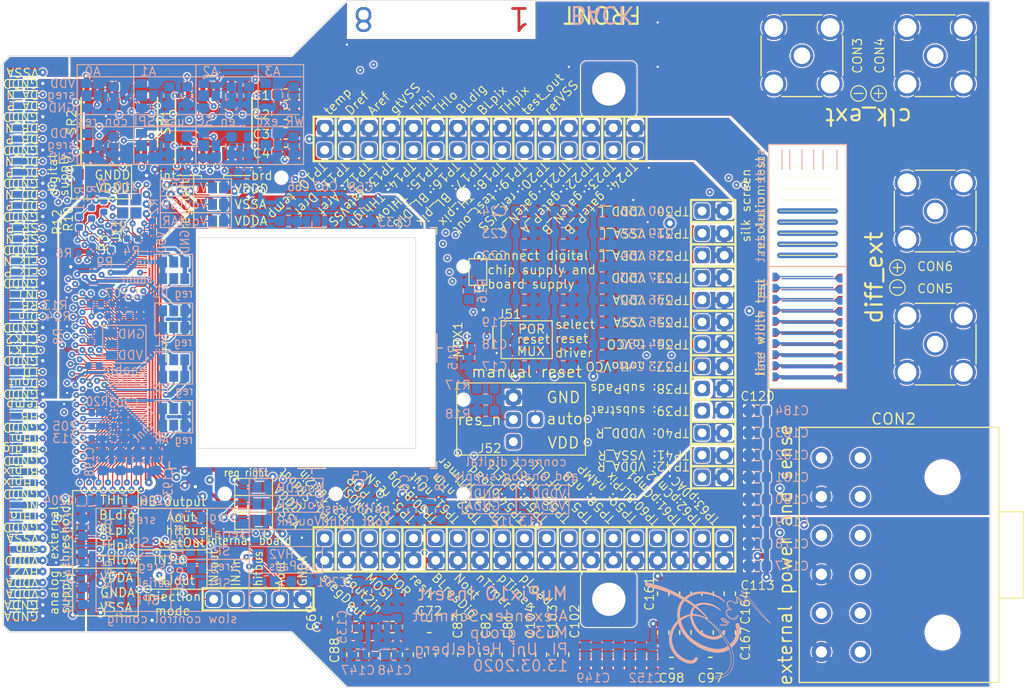
<source format=kicad_pcb>
(kicad_pcb (version 20171130) (host pcbnew "(5.1.7)-1")
  (title_block (date 2020-01-28))
  (layers (0 L1_Front.Cu mixed) (1 L2_Power1.Cu power) (2 L3_Vertikal.Cu signal) (3 L4_Power2.Cu power) (4 L5_Horizontal.Cu signal) (5 L6_GND.Cu power) (6 L7_Diagonal.Cu signal) (31 L8_Back.Cu mixed) (34 B.Paste user hide) (35 F.Paste user hide) (36 B.SilkS user hide) (37 F.SilkS user hide) (38 B.Mask user hide) (39 F.Mask user hide) (44 Edge.Cuts user))
  (net 0 "")
  (net 1 S_in_P)
  (net 2 S_in_N)
  (net 3 sync_res_N)
  (net 4 sync_res_P)
  (net 5 clk_ext_P)
  (net 6 clk_ext_N)
  (net 7 VDDD)
  (net 8 GNDD)
  (net 9 VDDD_left)
  (net 10 VDDD_right)
  (net 11 GNDA)
  (net 12 VDDA)
  (net 13 VDDA_left)
  (net 14 VDDA_right)
  (net 15 VSSA)
  (net 16 VSSA_left)
  (net 17 VSSA_right)
  (net 18 substrate)
  (net 19 HV_2)
  (net 20 "/External Connectors/GNDD_sense")
  (net 21 "/External Connectors/VDDD_sense")
  (net 22 "/External Connectors/VDDA_sense")
  (net 23 "/External Connectors/GNDA_sense")
  (net 24 "/External Connectors/VSSA_sense")
  (net 25 sync_res_edgecon_P)
  (net 26 sync_res_edgecon_N)
  (net 27 injection)
  (net 28 CTRL_RB)
  (net 29 CTRL_D_in)
  (net 30 CTRL_clk_2)
  (net 31 CTRL_clk_1)
  (net 32 CTRL_LD)
  (net 33 CTRL_D_out)
  (net 34 temperature_diode)
  (net 35 HB_edgecon)
  (net 36 TH_high)
  (net 37 BL_DIG)
  (net 38 BL_pix)
  (net 39 TH_pix)
  (net 40 TH_low)
  (net 41 differential_ext_N)
  (net 42 differential_ext_P)
  (net 43 serial_clk)
  (net 44 shiftreg_clk)
  (net 45 SPI_SCK)
  (net 46 serial_D_in)
  (net 47 shiftreg_D_in)
  (net 48 SPI_MOSI)
  (net 49 shiftreg_LD)
  (net 50 SPI_CSB)
  (net 51 shiftreg_D_out)
  (net 52 SPI_MISO)
  (net 53 substrate_pads)
  (net 54 V_out_SL)
  (net 55 V_out_SR)
  (net 56 V_out_AL)
  (net 57 V_out_AR)
  (net 58 V_out_DL)
  (net 59 V_out_DR)
  (net 60 hitbus)
  (net 61 A_out)
  (net 62 test_out)
  (net 63 A_3)
  (net 64 A_3_shiftreg)
  (net 65 A_2_shiftreg)
  (net 66 A_2)
  (net 67 A_1)
  (net 68 A_1_shiftreg)
  (net 69 A_0_shiftreg)
  (net 70 A_0)
  (net 71 WR_ext)
  (net 72 WR_ext_shiftreg)
  (net 73 enable_SC_shiftreg)
  (net 74 enable_SC)
  (net 75 use_SPI)
  (net 76 use_SPI_shiftreg)
  (net 77 connect_resistor_shiftreg)
  (net 78 connect_resistor)
  (net 79 res_n)
  (net 80 shunt_AL)
  (net 81 V_in_AL)
  (net 82 shunt_AR)
  (net 83 V_in_AR)
  (net 84 shunt_DL)
  (net 85 V_in_DL)
  (net 86 shunt_DR)
  (net 87 V_in_DR)
  (net 88 inject_out)
  (net 89 inject_in)
  (net 90 POR)
  (net 91 use_SPIRO)
  (net 92 LD_test)
  (net 93 LD_column)
  (net 94 LD_TDAC)
  (net 95 to_VCO)
  (net 96 not_to_VCO)
  (net 97 LD_config)
  (net 98 LD_bias)
  (net 99 LD_VDAC)
  (net 100 D_ref)
  (net 101 A_ref)
  (net 102 gate_VSS)
  (net 103 ref_VSS)
  (net 104 gate_n_A)
  (net 105 gate_p_A)
  (net 106 gate_n_B)
  (net 107 gate_p_B)
  (net 108 BL_RES_DIG)
  (net 109 n_out)
  (net 110 n_timer)
  (net 111 p_timer)
  (net 112 p_load)
  (net 113 p_DELL)
  (net 114 n_DELL)
  (net 115 n_FOLL)
  (net 116 n_FB)
  (net 117 n_AMP)
  (net 118 BL_R_pix)
  (net 119 p_COMP_1)
  (net 120 p_COMP_2)
  (net 121 p_DAC)
  (net 122 use_POR)
  (net 123 data_between_shiftregs)
  (net 124 "/Filter/Filters for Analog Signals/to_VCO_buffer")
  (net 125 "/Filter/Filters for Analog Signals/not_to_VCO_buffer")
  (net 126 "/Multiplexer for Setting ResN/resn_automatic")
  (net 127 "/Multiplexer for Setting ResN/resn_MUX")
  (net 128 res_n_software)
  (net 129 clk_P)
  (net 130 clk_N)
  (net 131 data_D_P)
  (net 132 data_D_N)
  (net 133 data_C_P)
  (net 134 data_C_N)
  (net 135 data_B_P)
  (net 136 data_B_N)
  (net 137 data_A_P)
  (net 138 data_A_N)
  (net 139 TH_low_edgecon)
  (net 140 TH_pix_edgecon)
  (net 141 BL_pix_edgecon)
  (net 142 BL_DIG_edgecon)
  (net 143 TH_high_edgecon)
  (net 144 "Net-(MPX1-Pad52)")
  (net 145 "Net-(MPX1-Pad50)")
  (net 146 GNDA_edgecon)
  (net 147 VDDA_edgecon)
  (net 148 VDDD_edgecon)
  (net 149 VSSA_edgecon)
  (net 150 GNDD_edgecon)
  (net 151 VDDD_board)
  (net 152 "Net-(CON1-Pad11)")
  (net 153 "Net-(PAD1-Pad1)")
  (net 154 "Net-(PAD2-Pad1)")
  (module MuPix10:MuPix10_Insert_noPads (layer L1_Front.Cu) (at 12.9 16.2 270)
    (fp_text reference MPX1 hide)
    (fp_text value MuPix10_Bondpads)
    (pad 59 smd rect (at 13.28 0 270) (size 0.1 0.2) (layers L1_Front.Cu F.Mask) (net 100 D_ref) (clearance 0.1))
    (pad 92 smd rect (at 19.88 0 270) (size 0.1 0.2) (layers L1_Front.Cu F.Mask) (net 121 p_DAC) (clearance 0.1))
    (pad 58 smd rect (at 13.08 0 270) (size 0.1 0.2) (layers L1_Front.Cu F.Mask) (net 59 V_out_DR) (clearance 0.1))
    (pad 70 smd rect (at 15.48 0 270) (size 0.1 0.2) (layers L1_Front.Cu F.Mask) (net 37 BL_DIG) (clearance 0.1))
    (pad 57 smd rect (at 12.88 0 270) (size 0.1 0.2) (layers L1_Front.Cu F.Mask) (net 86 shunt_DR) (clearance 0.1))
    (pad 81 smd rect (at 17.68 0 270) (size 0.1 0.2) (layers L1_Front.Cu F.Mask) (net 110 n_timer) (clearance 0.1))
    (pad 80 smd rect (at 17.48 0 270) (size 0.1 0.2) (layers L1_Front.Cu F.Mask) (net 109 n_out) (clearance 0.1))
    (pad 56 smd rect (at 12.68 0 270) (size 0.1 0.2) (layers L1_Front.Cu F.Mask) (net 87 V_in_DR) (clearance 0.1))
    (pad 74 smd rect (at 16.28 0 270) (size 0.1 0.2) (layers L1_Front.Cu F.Mask) (net 103 ref_VSS) (clearance 0.1))
    (pad 65 smd rect (at 14.48 0 270) (size 0.1 0.2) (layers L1_Front.Cu F.Mask) (net 102 gate_VSS) (clearance 0.1))
    (pad 82 smd rect (at 17.88 0 270) (size 0.1 0.2) (layers L1_Front.Cu F.Mask) (net 111 p_timer) (clearance 0.1))
    (pad 90 smd rect (at 19.48 0 270) (size 0.1 0.2) (layers L1_Front.Cu F.Mask) (net 119 p_COMP_1) (clearance 0.1))
    (pad 55 smd rect (at 12.48 0 270) (size 0.1 0.2) (layers L1_Front.Cu F.Mask) (net 79 res_n) (clearance 0.1))
    (pad 54 smd rect (at 12.28 0 270) (size 0.1 0.2) (layers L1_Front.Cu F.Mask) (net 60 hitbus) (clearance 0.1))
    (pad 53 smd rect (at 12.08 0 270) (size 0.1 0.2) (layers L1_Front.Cu F.Mask) (net 90 POR) (clearance 0.1))
    (pad 94 smd rect (at 4.0035 -1.325 270) (size 8.107 0.15) (layers L1_Front.Cu F.Mask) (net 9 VDDD_left) (clearance 0.1))
    (pad 78 smd rect (at 17.08 0 270) (size 0.1 0.2) (layers L1_Front.Cu F.Mask) (net 107 gate_p_B) (clearance 0.1))
    (pad 68 smd rect (at 15.08 0 270) (size 0.1 0.2) (layers L1_Front.Cu F.Mask) (net 36 TH_high) (clearance 0.1))
    (pad 75 smd rect (at 16.48 0 270) (size 0.1 0.2) (layers L1_Front.Cu F.Mask) (net 104 gate_n_A) (clearance 0.1))
    (pad 76 smd rect (at 16.68 0 270) (size 0.1 0.2) (layers L1_Front.Cu F.Mask) (net 105 gate_p_A) (clearance 0.1))
    (pad 79 smd rect (at 17.28 0 270) (size 0.1 0.2) (layers L1_Front.Cu F.Mask) (net 108 BL_RES_DIG) (clearance 0.1))
    (pad 71 smd rect (at 15.68 0 270) (size 0.1 0.2) (layers L1_Front.Cu F.Mask) (net 38 BL_pix) (clearance 0.1))
    (pad 96 smd rect (at 10.14 -1.075 270) (size 20.38 0.15) (layers L1_Front.Cu F.Mask) (net 8 GNDD) (clearance 0.1))
    (pad 84 smd rect (at 18.28 0 270) (size 0.1 0.2) (layers L1_Front.Cu F.Mask) (net 113 p_DELL) (clearance 0.1))
    (pad 91 smd rect (at 19.68 0 270) (size 0.1 0.2) (layers L1_Front.Cu F.Mask) (net 120 p_COMP_2) (clearance 0.1))
    (pad 77 smd rect (at 16.88 0 270) (size 0.1 0.2) (layers L1_Front.Cu F.Mask) (net 106 gate_n_B) (clearance 0.1))
    (pad 93 smd rect (at 20.23 0 270) (size 0.2 0.2) (layers L1_Front.Cu F.Mask) (net 18 substrate) (clearance 0.1))
    (pad 73 smd rect (at 16.08 0 270) (size 0.1 0.2) (layers L1_Front.Cu F.Mask) (net 62 test_out) (clearance 0.1))
    (pad 72 smd rect (at 15.88 0 270) (size 0.1 0.2) (layers L1_Front.Cu F.Mask) (net 39 TH_pix) (clearance 0.1))
    (pad 67 smd rect (at 14.88 0 270) (size 0.1 0.2) (layers L1_Front.Cu F.Mask) (net 61 A_out) (clearance 0.1))
    (pad 64 smd rect (at 14.28 0 270) (size 0.1 0.2) (layers L1_Front.Cu F.Mask) (net 55 V_out_SR) (clearance 0.1))
    (pad 63 smd rect (at 14.08 0 270) (size 0.1 0.2) (layers L1_Front.Cu F.Mask) (net 101 A_ref) (clearance 0.1))
    (pad 86 smd rect (at 18.68 0 270) (size 0.1 0.2) (layers L1_Front.Cu F.Mask) (net 115 n_FOLL) (clearance 0.1))
    (pad 85 smd rect (at 18.48 0 270) (size 0.1 0.2) (layers L1_Front.Cu F.Mask) (net 114 n_DELL) (clearance 0.1))
    (pad 66 smd rect (at 14.68 0 270) (size 0.1 0.2) (layers L1_Front.Cu F.Mask) (net 88 inject_out) (clearance 0.1))
    (pad 88 smd rect (at 19.08 0 270) (size 0.1 0.2) (layers L1_Front.Cu F.Mask) (net 117 n_AMP) (clearance 0.1))
    (pad 83 smd rect (at 18.08 0 270) (size 0.1 0.2) (layers L1_Front.Cu F.Mask) (net 112 p_load) (clearance 0.1))
    (pad 89 smd rect (at 19.28 0 270) (size 0.1 0.2) (layers L1_Front.Cu F.Mask) (net 118 BL_R_pix) (clearance 0.1))
    (pad 87 smd rect (at 18.88 0 270) (size 0.1 0.2) (layers L1_Front.Cu F.Mask) (net 116 n_FB) (clearance 0.1))
    (pad 69 smd rect (at 15.28 0 270) (size 0.1 0.2) (layers L1_Front.Cu F.Mask) (net 40 TH_low) (clearance 0.1))
    (pad 62 smd rect (at 13.88 0 270) (size 0.1 0.2) (layers L1_Front.Cu F.Mask) (net 57 V_out_AR) (clearance 0.1))
    (pad 61 smd rect (at 13.68 0 270) (size 0.1 0.2) (layers L1_Front.Cu F.Mask) (net 82 shunt_AR) (clearance 0.1))
    (pad 60 smd rect (at 13.48 0 270) (size 0.1 0.2) (layers L1_Front.Cu F.Mask) (net 83 V_in_AR) (clearance 0.1))
    (pad 99 smd rect (at 10.14 -0.575 270) (size 20.38 0.15) (layers L1_Front.Cu F.Mask) (net 11 GNDA) (clearance 0.1))
    (pad 97 smd rect (at 4.0035 -0.825 270) (size 8.107 0.15) (layers L1_Front.Cu F.Mask) (net 16 VSSA_left) (clearance 0.1))
    (pad 100 smd rect (at 4.0035 -0.325 270) (size 8.107 0.15) (layers L1_Front.Cu F.Mask) (net 13 VDDA_left) (clearance 0.1))
    (pad 101 smd rect (at 14.38 -0.325 270) (size 11.9 0.15) (layers L1_Front.Cu F.Mask) (net 14 VDDA_right) (clearance 0.1))
    (pad 28 smd rect (at 6.807 0 270) (size 0.1 0.2) (layers L1_Front.Cu F.Mask) (net 30 CTRL_clk_2) (clearance 0.1))
    (pad 10 smd rect (at 1.912 0 270) (size 0.1 0.2) (layers L1_Front.Cu F.Mask) (net 134 data_C_N) (clearance 0.1))
    (pad 48 smd rect (at 11.08 0 270) (size 0.1 0.2) (layers L1_Front.Cu F.Mask) (net 71 WR_ext) (clearance 0.1))
    (pad 36 smd rect (at 8.68 0 270) (size 0.1 0.2) (layers L1_Front.Cu F.Mask) (net 96 not_to_VCO) (clearance 0.1))
    (pad 14 smd rect (at 2.712 0 270) (size 0.1 0.2) (layers L1_Front.Cu F.Mask) (net 3 sync_res_N) (clearance 0.1))
    (pad 19 smd rect (at 4.188 0 270) (size 0.1 0.2) (layers L1_Front.Cu F.Mask) (net 81 V_in_AL) (clearance 0.1))
    (pad 50 smd rect (at 11.48 0 270) (size 0.1 0.2) (layers L1_Front.Cu F.Mask) (net 145 "Net-(MPX1-Pad50)") (clearance 0.1))
    (pad 49 smd rect (at 11.28 0 270) (size 0.1 0.2) (layers L1_Front.Cu F.Mask) (net 50 SPI_CSB) (clearance 0.1))
    (pad 45 smd rect (at 10.48 0 270) (size 0.1 0.2) (layers L1_Front.Cu F.Mask) (net 48 SPI_MOSI) (clearance 0.1))
    (pad 27 smd rect (at 6.607 0 270) (size 0.1 0.2) (layers L1_Front.Cu F.Mask) (net 67 A_1) (clearance 0.1))
    (pad 7 smd rect (at 1.312 0 270) (size 0.1 0.2) (layers L1_Front.Cu F.Mask) (net 135 data_B_P) (clearance 0.1))
    (pad 25 smd rect (at 6.207 0 270) (size 0.1 0.2) (layers L1_Front.Cu F.Mask) (net 70 A_0) (clearance 0.1))
    (pad 98 smd rect (at 14.38 -0.825 270) (size 11.9 0.15) (layers L1_Front.Cu F.Mask) (net 17 VSSA_right) (clearance 0.1))
    (pad 8 smd rect (at 1.512 0 270) (size 0.1 0.2) (layers L1_Front.Cu F.Mask) (net 136 data_B_N) (clearance 0.1))
    (pad 34 smd rect (at 8.007 0 270) (size 0.1 0.2) (layers L1_Front.Cu F.Mask) (net 94 LD_TDAC) (clearance 0.1))
    (pad 4 smd rect (at 0.6 0 270) (size 0.1 0.2) (layers L1_Front.Cu F.Mask) (net 1 S_in_P) (clearance 0.1))
    (pad 26 smd rect (at 6.407 0 270) (size 0.1 0.2) (layers L1_Front.Cu F.Mask) (net 43 serial_clk) (clearance 0.1))
    (pad 2 smd rect (at 0.2 0 270) (size 0.1 0.2) (layers L1_Front.Cu F.Mask) (net 129 clk_P) (clearance 0.1))
    (pad 43 smd rect (at 10.08 0 270) (size 0.1 0.2) (layers L1_Front.Cu F.Mask) (net 5 clk_ext_P) (clearance 0.1))
    (pad 23 smd rect (at 5.807 0 270) (size 0.1 0.2) (layers L1_Front.Cu F.Mask) (net 34 temperature_diode) (clearance 0.1))
    (pad 47 smd rect (at 10.88 0 270) (size 0.1 0.2) (layers L1_Front.Cu F.Mask) (net 45 SPI_SCK) (clearance 0.1))
    (pad 44 smd rect (at 10.28 0 270) (size 0.1 0.2) (layers L1_Front.Cu F.Mask) (net 89 inject_in) (clearance 0.1))
    (pad 29 smd rect (at 7.007 0 270) (size 0.1 0.2) (layers L1_Front.Cu F.Mask) (net 66 A_2) (clearance 0.1))
    (pad 13 smd rect (at 2.512 0 270) (size 0.1 0.2) (layers L1_Front.Cu F.Mask) (net 4 sync_res_P) (clearance 0.1))
    (pad 42 smd rect (at 9.88 0 270) (size 0.1 0.2) (layers L1_Front.Cu F.Mask) (net 99 LD_VDAC) (clearance 0.1))
    (pad 21 smd rect (at 4.588 0 270) (size 0.1 0.2) (layers L1_Front.Cu F.Mask) (net 56 V_out_AL) (clearance 0.1))
    (pad 18 smd rect (at 3.988 0 270) (size 0.1 0.2) (layers L1_Front.Cu F.Mask) (net 58 V_out_DL) (clearance 0.1))
    (pad 35 smd rect (at 8.48 0 270) (size 0.1 0.2) (layers L1_Front.Cu F.Mask) (net 95 to_VCO) (clearance 0.1))
    (pad 31 smd rect (at 7.407 0 270) (size 0.1 0.2) (layers L1_Front.Cu F.Mask) (net 63 A_3) (clearance 0.1))
    (pad 24 smd rect (at 6.007 0 270) (size 0.1 0.2) (layers L1_Front.Cu F.Mask) (net 46 serial_D_in) (clearance 0.1))
    (pad 9 smd rect (at 1.712 0 270) (size 0.1 0.2) (layers L1_Front.Cu F.Mask) (net 133 data_C_P) (clearance 0.1))
    (pad 3 smd rect (at 0.4 0 270) (size 0.1 0.2) (layers L1_Front.Cu F.Mask) (net 2 S_in_N) (clearance 0.1))
    (pad 37 smd rect (at 8.88 0 270) (size 0.1 0.2) (layers L1_Front.Cu F.Mask) (net 75 use_SPI) (clearance 0.1))
    (pad 30 smd rect (at 7.207 0 270) (size 0.1 0.2) (layers L1_Front.Cu F.Mask) (net 92 LD_test) (clearance 0.1))
    (pad 17 smd rect (at 3.788 0 270) (size 0.1 0.2) (layers L1_Front.Cu F.Mask) (net 84 shunt_DL) (clearance 0.1))
    (pad 51 smd rect (at 11.68 0 270) (size 0.1 0.2) (layers L1_Front.Cu F.Mask) (net 52 SPI_MISO) (clearance 0.1))
    (pad 39 smd rect (at 9.28 0 270) (size 0.1 0.2) (layers L1_Front.Cu F.Mask) (net 74 enable_SC) (clearance 0.1))
    (pad 46 smd rect (at 10.68 0 270) (size 0.1 0.2) (layers L1_Front.Cu F.Mask) (net 91 use_SPIRO) (clearance 0.1))
    (pad 12 smd rect (at 2.312 0 270) (size 0.1 0.2) (layers L1_Front.Cu F.Mask) (net 132 data_D_N) (clearance 0.1))
    (pad 16 smd rect (at 3.35 0 270) (size 0.1 0.2) (layers L1_Front.Cu F.Mask) (net 53 substrate_pads) (clearance 0.1))
    (pad 15 smd rect (at 2.912 0 270) (size 0.1 0.2) (layers L1_Front.Cu F.Mask) (net 85 V_in_DL) (clearance 0.1))
    (pad 6 smd rect (at 1.112 0 270) (size 0.1 0.2) (layers L1_Front.Cu F.Mask) (net 138 data_A_N) (clearance 0.1))
    (pad 40 smd rect (at 9.48 0 270) (size 0.1 0.2) (layers L1_Front.Cu F.Mask) (net 98 LD_bias) (clearance 0.1))
    (pad 5 smd rect (at 0.912 0 270) (size 0.1 0.2) (layers L1_Front.Cu F.Mask) (net 137 data_A_P) (clearance 0.1))
    (pad 1 smd rect (at 0 0 270) (size 0.1 0.2) (layers L1_Front.Cu F.Mask) (net 130 clk_N) (clearance 0.1))
    (pad 95 smd rect (at 14.38 -1.325 270) (size 11.9 0.15) (layers L1_Front.Cu F.Mask) (net 10 VDDD_right) (clearance 0.1))
    (pad 38 smd rect (at 9.08 0 270) (size 0.1 0.2) (layers L1_Front.Cu F.Mask) (net 97 LD_config) (clearance 0.1))
    (pad 33 smd rect (at 7.807 0 270) (size 0.1 0.2) (layers L1_Front.Cu F.Mask) (net 78 connect_resistor) (clearance 0.1))
    (pad 22 smd rect (at 5.327 0 270) (size 0.1 0.2) (layers L1_Front.Cu F.Mask) (net 54 V_out_SL) (clearance 0.1))
    (pad 20 smd rect (at 4.388 0 270) (size 0.1 0.2) (layers L1_Front.Cu F.Mask) (net 80 shunt_AL) (clearance 0.1))
    (pad 11 smd rect (at 2.112 0 270) (size 0.1 0.2) (layers L1_Front.Cu F.Mask) (net 131 data_D_P) (clearance 0.1))
    (pad 52 smd rect (at 11.88 0 270) (size 0.1 0.2) (layers L1_Front.Cu F.Mask) (net 144 "Net-(MPX1-Pad52)") (clearance 0.1))
    (pad 41 smd rect (at 9.68 0 270) (size 0.1 0.2) (layers L1_Front.Cu F.Mask) (net 6 clk_ext_N) (clearance 0.1))
    (pad 32 smd rect (at 7.607 0 270) (size 0.1 0.2) (layers L1_Front.Cu F.Mask) (net 93 LD_column) (clearance 0.1))
  )
  (module Resistor_SMD:R_0603_1608Metric (layer L8_Back.Cu) (at 20.6 3.6 270)
    (fp_text reference R23 hide)
    (fp_text value 10k)
    (pad 2 smd roundrect (at 0.7875 0 270) (size 0.875 0.95) (layers L8_Back.Cu B.Paste B.Mask) (net 8 GNDD))
    (pad 1 smd roundrect (at -0.7875 0 270) (size 0.875 0.95) (layers L8_Back.Cu B.Paste B.Mask) (net 65 A_2_shiftreg))
  )
  (module Resistor_SMD:R_0603_1608Metric (layer L8_Back.Cu) (at 20.6 8.1 270)
    (fp_text reference R27 hide)
    (fp_text value 10k)
    (pad 2 smd roundrect (at 0.7875 0 270) (size 0.875 0.95) (layers L8_Back.Cu B.Paste B.Mask) (net 8 GNDD))
    (pad 1 smd roundrect (at -0.7875 0 270) (size 0.875 0.95) (layers L8_Back.Cu B.Paste B.Mask) (net 73 enable_SC_shiftreg))
  )
  (module Resistor_SMD:R_0603_1608Metric (layer L8_Back.Cu) (at 22 10.6)
    (fp_text reference R34 hide)
    (fp_text value 10k)
    (pad 2 smd roundrect (at 0.7875 0) (size 0.875 0.95) (layers L8_Back.Cu B.Paste B.Mask) (net 8 GNDD))
    (pad 1 smd roundrect (at -0.7875 0) (size 0.875 0.95) (layers L8_Back.Cu B.Paste B.Mask) (net 99 LD_VDAC))
  )
  (module Resistor_SMD:R_0603_1608Metric (layer L8_Back.Cu) (at 22.2 8.1 270)
    (fp_text reference R33 hide)
    (fp_text value 10k)
    (pad 2 smd roundrect (at 0.7875 0 270) (size 0.875 0.95) (layers L8_Back.Cu B.Paste B.Mask) (net 8 GNDD))
    (pad 1 smd roundrect (at -0.7875 0 270) (size 0.875 0.95) (layers L8_Back.Cu B.Paste B.Mask) (net 98 LD_bias))
  )
  (module Resistor_SMD:R_0603_1608Metric (layer L8_Back.Cu) (at 22.2 3.6 270)
    (fp_text reference R32 hide)
    (fp_text value 10k)
    (pad 2 smd roundrect (at 0.7875 0 270) (size 0.875 0.95) (layers L8_Back.Cu B.Paste B.Mask) (net 8 GNDD))
    (pad 1 smd roundrect (at -0.7875 0 270) (size 0.875 0.95) (layers L8_Back.Cu B.Paste B.Mask) (net 97 LD_config))
  )
  (module Resistor_SMD:R_0603_1608Metric (layer L8_Back.Cu) (at 16.6 3.6 270)
    (fp_text reference R31 hide)
    (fp_text value 10k)
    (pad 2 smd roundrect (at 0.7875 0 270) (size 0.875 0.95) (layers L8_Back.Cu B.Paste B.Mask) (net 8 GNDD))
    (pad 1 smd roundrect (at -0.7875 0 270) (size 0.875 0.95) (layers L8_Back.Cu B.Paste B.Mask) (net 94 LD_TDAC))
  )
  (module Resistor_SMD:R_0603_1608Metric (layer L8_Back.Cu) (at 16.6 8.1 270)
    (fp_text reference R30 hide)
    (fp_text value 10k)
    (pad 2 smd roundrect (at 0.7875 0 270) (size 0.875 0.95) (layers L8_Back.Cu B.Paste B.Mask) (net 8 GNDD))
    (pad 1 smd roundrect (at -0.7875 0 270) (size 0.875 0.95) (layers L8_Back.Cu B.Paste B.Mask) (net 93 LD_column))
  )
  (module Resistor_SMD:R_0603_1608Metric (layer L8_Back.Cu) (at 15.7 10.7 180)
    (fp_text reference R29 hide)
    (fp_text value 10k)
    (pad 2 smd roundrect (at 0.7875 0 180) (size 0.875 0.95) (layers L8_Back.Cu B.Paste B.Mask) (net 8 GNDD))
    (pad 1 smd roundrect (at -0.7875 0 180) (size 0.875 0.95) (layers L8_Back.Cu B.Paste B.Mask) (net 92 LD_test))
  )
  (module Resistor_SMD:R_0603_1608Metric (layer L8_Back.Cu) (at 26.2 8.1 270)
    (fp_text reference R28 hide)
    (fp_text value 10k)
    (pad 2 smd roundrect (at 0.7875 0 270) (size 0.875 0.95) (layers L8_Back.Cu B.Paste B.Mask) (net 8 GNDD))
    (pad 1 smd roundrect (at -0.7875 0 270) (size 0.875 0.95) (layers L8_Back.Cu B.Paste B.Mask) (net 72 WR_ext_shiftreg))
  )
  (module Resistor_SMD:R_0603_1608Metric (layer L8_Back.Cu) (at 15 8.1 270)
    (fp_text reference R26 hide)
    (fp_text value 10k)
    (pad 2 smd roundrect (at 0.7875 0 270) (size 0.875 0.95) (layers L8_Back.Cu B.Paste B.Mask) (net 8 GNDD))
    (pad 1 smd roundrect (at -0.7875 0 270) (size 0.875 0.95) (layers L8_Back.Cu B.Paste B.Mask) (net 76 use_SPI_shiftreg))
  )
  (module Resistor_SMD:R_0603_1608Metric (layer L8_Back.Cu) (at 10 8.1 270)
    (fp_text reference R25 hide)
    (fp_text value 10k)
    (pad 2 smd roundrect (at 0.7875 0 270) (size 0.875 0.95) (layers L8_Back.Cu B.Paste B.Mask) (net 8 GNDD))
    (pad 1 smd roundrect (at -0.7875 0 270) (size 0.875 0.95) (layers L8_Back.Cu B.Paste B.Mask) (net 77 connect_resistor_shiftreg))
  )
  (module Resistor_SMD:R_0603_1608Metric (layer L8_Back.Cu) (at 26.2 3.6 270)
    (fp_text reference R24 hide)
    (fp_text value 10k)
    (pad 2 smd roundrect (at 0.7875 0 270) (size 0.875 0.95) (layers L8_Back.Cu B.Paste B.Mask) (net 8 GNDD))
    (pad 1 smd roundrect (at -0.7875 0 270) (size 0.875 0.95) (layers L8_Back.Cu B.Paste B.Mask) (net 64 A_3_shiftreg))
  )
  (module Resistor_SMD:R_0603_1608Metric (layer L8_Back.Cu) (at 15 3.6 270)
    (fp_text reference R22 hide)
    (fp_text value 10k)
    (pad 2 smd roundrect (at 0.7875 0 270) (size 0.875 0.95) (layers L8_Back.Cu B.Paste B.Mask) (net 8 GNDD))
    (pad 1 smd roundrect (at -0.7875 0 270) (size 0.875 0.95) (layers L8_Back.Cu B.Paste B.Mask) (net 68 A_1_shiftreg))
  )
  (module Resistor_SMD:R_0603_1608Metric (layer L8_Back.Cu) (at 10 3.6 270)
    (fp_text reference R21 hide)
    (fp_text value 10k)
    (pad 2 smd roundrect (at 0.7875 0 270) (size 0.875 0.95) (layers L8_Back.Cu B.Paste B.Mask) (net 8 GNDD))
    (pad 1 smd roundrect (at -0.7875 0 270) (size 0.875 0.95) (layers L8_Back.Cu B.Paste B.Mask) (net 69 A_0_shiftreg))
  )
  (module mu3e_jumpers:pin_jumper_1 (layer L1_Front.Cu) (at 27 49 90)
    (fp_text reference TP74 hide)
    (fp_text value TestPoint hide)
    (pad 1 thru_hole roundrect (at 0 0 90) (size 1.4 1.4) (drill 0.8) (layers *.Cu *.Mask) (net 11 GNDA))
  )
  (module mu3e_jumpers:pin_jumper_1 (layer L1_Front.Cu) (at 25 49 90)
    (fp_text reference TP73 hide)
    (fp_text value TestPoint hide)
    (pad 1 thru_hole roundrect (at 0 0 90) (size 1.4 1.4) (drill 0.8) (layers *.Cu *.Mask) (net 61 A_out))
  )
  (module mu3e_jumpers:pin_jumper_1 (layer L1_Front.Cu) (at 19 49 90)
    (fp_text reference TP72 hide)
    (fp_text value TestPoint hide)
    (pad 1 thru_hole roundrect (at 0 0 90) (size 1.4 1.4) (drill 0.8) (layers *.Cu *.Mask) (net 88 inject_out))
  )
  (module mu3e_jumpers:pin_jumper_1 (layer L1_Front.Cu) (at 23 49 90)
    (fp_text reference TP71 hide)
    (fp_text value TestPoint hide)
    (pad 1 thru_hole roundrect (at 0 0 90) (size 1.4 1.4) (drill 0.8) (layers *.Cu *.Mask) (net 60 hitbus))
  )
  (module mu3e_jumpers:pin_jumper_1 (layer L1_Front.Cu) (at 21 49 90)
    (fp_text reference TP70 hide)
    (fp_text value TestPoint hide)
    (pad 1 thru_hole roundrect (at 0 0 90) (size 1.4 1.4) (drill 0.8) (layers *.Cu *.Mask) (net 89 inject_in))
  )
  (module mu3e_jumpers:pin_jumper_2 (layer L1_Front.Cu) (at 57 8.5 90)
    (fp_text reference TP24 hide)
    (fp_text value TestPoint_2Pole)
    (pad 2 thru_hole roundrect (at 2 0 90) (size 1.4 1.4) (drill 0.8) (layers *.Cu *.Mask) (net 11 GNDA))
    (pad 1 thru_hole roundrect (at 0 0 90) (size 1.4 1.4) (drill 0.8) (layers *.Cu *.Mask) (net 107 gate_p_B))
  )
  (module mu3e_connectors:Molex_172316_12pin (layer L1_Front.Cu) (at 73.75 53.75 90)
    (fp_text reference CON2 (at 21 6.5 180) (layer F.SilkS) (effects (font (thickness 0.12))))
    (fp_text value Conn_02x06_Top_Bottom)
    (pad 1 thru_hole circle (at 0 0 90) (size 1.8 1.8) (drill 1.02) (layers *.Cu *.Mask) (net 11 GNDA))
    (pad "" np_thru_hole circle (at 15.75 10.91 90) (size 3.05 3.05) (drill 3.05) (layers *.Cu))
    (pad "" np_thru_hole circle (at 1.75 10.91 90) (size 3.05 3.05) (drill 3.05) (layers *.Cu))
    (pad 12 thru_hole circle (at 17.5 3.5 90) (size 1.8 1.8) (drill 1.02) (layers *.Cu *.Mask) (net 21 "/External Connectors/VDDD_sense"))
    (pad 11 thru_hole circle (at 14 3.5 90) (size 1.8 1.8) (drill 1.02) (layers *.Cu *.Mask) (net 20 "/External Connectors/GNDD_sense"))
    (pad 10 thru_hole circle (at 10.5 3.5 90) (size 1.8 1.8) (drill 1.02) (layers *.Cu *.Mask) (net 24 "/External Connectors/VSSA_sense"))
    (pad 9 thru_hole circle (at 7 3.5 90) (size 1.8 1.8) (drill 1.02) (layers *.Cu *.Mask) (net 23 "/External Connectors/GNDA_sense"))
    (pad 8 thru_hole circle (at 3.5 3.5 90) (size 1.8 1.8) (drill 1.02) (layers *.Cu *.Mask) (net 22 "/External Connectors/VDDA_sense"))
    (pad 7 thru_hole circle (at 0 3.5 90) (size 1.8 1.8) (drill 1.02) (layers *.Cu *.Mask) (net 23 "/External Connectors/GNDA_sense"))
    (pad 6 thru_hole circle (at 17.5 0 90) (size 1.8 1.8) (drill 1.02) (layers *.Cu *.Mask) (net 7 VDDD))
    (pad 5 thru_hole circle (at 14 0 90) (size 1.8 1.8) (drill 1.02) (layers *.Cu *.Mask) (net 8 GNDD))
    (pad 4 thru_hole circle (at 10.5 0 90) (size 1.8 1.8) (drill 1.02) (layers *.Cu *.Mask) (net 15 VSSA))
    (pad 3 thru_hole circle (at 7 0 90) (size 1.8 1.8) (drill 1.02) (layers *.Cu *.Mask) (net 11 GNDA))
    (pad 2 thru_hole circle (at 3.5 0 90) (size 1.8 1.8) (drill 1.02) (layers *.Cu *.Mask) (net 12 VDDA))
  )
  (module mu3e_jumpers:solder_jumper_3 (layer L8_Back.Cu) (at 16.4 24.5 180)
    (fp_text reference J23 hide)
    (fp_text value jumper_3 hide)
    (pad 2 smd rect (at 2 0 180) (size 0.8 1) (layers L8_Back.Cu B.Mask) (net 12 VDDA))
    (pad 0 smd rect (at 1 0 180) (size 0.8 1) (layers L8_Back.Cu B.Mask) (net 80 shunt_AL))
    (pad 1 smd rect (at 0 0 180) (size 0.8 1) (layers L8_Back.Cu B.Mask) (net 11 GNDA))
  )
  (module Connector_Coaxial:SMA_Amphenol_132134_Vertical (layer L1_Front.Cu) (at 84 0)
    (fp_text reference CON4 (at -5 0 270) (layer F.SilkS) (effects (font (size 0.8 0.8) (thickness 0.1))))
    (fp_text value Conn_Coaxial_Power)
    (pad 2 thru_hole circle (at -2.54 2.54) (size 2.25 2.25) (drill 1.7) (layers *.Cu *.Mask) (net 8 GNDD))
    (pad 2 thru_hole circle (at -2.54 -2.54) (size 2.25 2.25) (drill 1.7) (layers *.Cu *.Mask) (net 8 GNDD))
    (pad 2 thru_hole circle (at 2.54 -2.54) (size 2.25 2.25) (drill 1.7) (layers *.Cu *.Mask) (net 8 GNDD))
    (pad 2 thru_hole circle (at 2.54 2.54) (size 2.25 2.25) (drill 1.7) (layers *.Cu *.Mask) (net 8 GNDD))
    (pad 1 thru_hole circle (at 0 0) (size 2.05 2.05) (drill 1.5) (layers *.Cu *.Mask) (net 5 clk_ext_P))
  )
  (module Connector_Coaxial:SMA_Amphenol_132134_Vertical (layer L1_Front.Cu) (at 72 0)
    (fp_text reference CON3 (at 5 0 90) (layer F.SilkS) (effects (font (size 0.8 0.8) (thickness 0.1))))
    (fp_text value Conn_Coaxial_Power)
    (pad 2 thru_hole circle (at -2.54 2.54) (size 2.25 2.25) (drill 1.7) (layers *.Cu *.Mask) (net 8 GNDD))
    (pad 2 thru_hole circle (at -2.54 -2.54) (size 2.25 2.25) (drill 1.7) (layers *.Cu *.Mask) (net 8 GNDD))
    (pad 2 thru_hole circle (at 2.54 -2.54) (size 2.25 2.25) (drill 1.7) (layers *.Cu *.Mask) (net 8 GNDD))
    (pad 2 thru_hole circle (at 2.54 2.54) (size 2.25 2.25) (drill 1.7) (layers *.Cu *.Mask) (net 8 GNDD))
    (pad 1 thru_hole circle (at 0 0) (size 2.05 2.05) (drill 1.5) (layers *.Cu *.Mask) (net 6 clk_ext_N))
  )
  (module mu3e_jumpers:solder_jumper_2 (layer L1_Front.Cu) (at 42.8 20 90)
    (fp_text reference J58 hide)
    (fp_text value SolderJumper hide)
    (pad 1 smd rect (at 0 0 90) (size 0.8 1) (layers L1_Front.Cu F.Mask) (net 151 VDDD_board))
    (pad 2 smd rect (at 1 0 90) (size 0.8 1) (layers L1_Front.Cu F.Mask) (net 7 VDDD))
  )
  (module mu3e_jumpers:solder_jumper_2 (layer L1_Front.Cu) (at 7 49.7)
    (fp_text reference J57 hide)
    (fp_text value SolderJumper hide)
    (pad 1 smd rect (at 0 0) (size 0.8 1) (layers L1_Front.Cu F.Mask) (net 149 VSSA_edgecon))
    (pad 2 smd rect (at 1 0) (size 0.8 1) (layers L1_Front.Cu F.Mask) (net 15 VSSA))
  )
  (module mu3e_jumpers:solder_jumper_2 (layer L1_Front.Cu) (at 7 47)
    (fp_text reference J56 hide)
    (fp_text value SolderJumper hide)
    (pad 1 smd rect (at 0 0) (size 0.8 1) (layers L1_Front.Cu F.Mask) (net 147 VDDA_edgecon))
    (pad 2 smd rect (at 1 0) (size 0.8 1) (layers L1_Front.Cu F.Mask) (net 12 VDDA))
  )
  (module mu3e_jumpers:solder_jumper_2 (layer L1_Front.Cu) (at 7 48.35)
    (fp_text reference J55 hide)
    (fp_text value SolderJumper hide)
    (pad 1 smd rect (at 0 0) (size 0.8 1) (layers L1_Front.Cu F.Mask) (net 146 GNDA_edgecon))
    (pad 2 smd rect (at 1 0) (size 0.8 1) (layers L1_Front.Cu F.Mask) (net 11 GNDA))
  )
  (module mu3e_jumpers:solder_jumper_2 (layer L1_Front.Cu) (at 6.9 12.1)
    (fp_text reference J54 hide)
    (fp_text value SolderJumper hide)
    (pad 1 smd rect (at 0 0) (size 0.8 1) (layers L1_Front.Cu F.Mask) (net 148 VDDD_edgecon))
    (pad 2 smd rect (at 1 0) (size 0.8 1) (layers L1_Front.Cu F.Mask) (net 151 VDDD_board))
  )
  (module mu3e_jumpers:solder_jumper_2 (layer L1_Front.Cu) (at 6.9 10.7)
    (fp_text reference J53 hide)
    (fp_text value SolderJumper hide)
    (pad 1 smd rect (at 0 0) (size 0.8 1) (layers L1_Front.Cu F.Mask) (net 150 GNDD_edgecon))
    (pad 2 smd rect (at 1 0) (size 0.8 1) (layers L1_Front.Cu F.Mask) (net 8 GNDD))
  )
  (module Resistor_SMD:R_0402_1005Metric (layer L8_Back.Cu) (at 8.5 32.2 180)
    (fp_text reference R20 (at 0 1.025) (layer B.SilkS) (effects (font (size 0.8 0.7) (thickness 0.1)) (justify mirror)))
    (fp_text value 1k)
    (pad 1 smd roundrect (at -0.485 0 180) (size 0.59 0.64) (layers L8_Back.Cu B.Paste B.Mask) (net 11 GNDA))
    (pad 2 smd roundrect (at 0.485 0 180) (size 0.59 0.64) (layers L8_Back.Cu B.Paste B.Mask) (net 61 A_out))
  )
  (module Resistor_SMD:R_0402_1005Metric (layer L8_Back.Cu) (at 8.2 27.95 180)
    (fp_text reference R19 hide)
    (fp_text value 1k)
    (pad 1 smd roundrect (at -0.485 0 180) (size 0.59 0.64) (layers L8_Back.Cu B.Paste B.Mask) (net 11 GNDA))
    (pad 2 smd roundrect (at 0.485 0 180) (size 0.59 0.64) (layers L8_Back.Cu B.Paste B.Mask) (net 60 hitbus))
  )
  (module Connector_Coaxial:SMA_Amphenol_132134_Vertical (layer L1_Front.Cu) (at 84 14)
    (fp_text reference CON6 (at 0 5) (layer F.SilkS) (effects (font (size 0.8 0.8) (thickness 0.1))))
    (fp_text value Conn_Coaxial_Power)
    (pad 1 thru_hole circle (at 0 0) (size 2.05 2.05) (drill 1.5) (layers *.Cu *.Mask) (net 42 differential_ext_P))
    (pad 2 thru_hole circle (at 2.54 2.54) (size 2.25 2.25) (drill 1.7) (layers *.Cu *.Mask) (net 8 GNDD))
    (pad 2 thru_hole circle (at 2.54 -2.54) (size 2.25 2.25) (drill 1.7) (layers *.Cu *.Mask) (net 8 GNDD))
    (pad 2 thru_hole circle (at -2.54 -2.54) (size 2.25 2.25) (drill 1.7) (layers *.Cu *.Mask) (net 8 GNDD))
    (pad 2 thru_hole circle (at -2.54 2.54) (size 2.25 2.25) (drill 1.7) (layers *.Cu *.Mask) (net 8 GNDD))
  )
  (module Connector_Coaxial:SMA_Amphenol_132134_Vertical (layer L1_Front.Cu) (at 84 26)
    (fp_text reference CON5 (at 0 -5) (layer F.SilkS) (effects (font (size 0.8 0.8) (thickness 0.1))))
    (fp_text value Conn_Coaxial_Power)
    (pad 2 thru_hole circle (at -2.54 2.54) (size 2.25 2.25) (drill 1.7) (layers *.Cu *.Mask) (net 8 GNDD))
    (pad 2 thru_hole circle (at -2.54 -2.54) (size 2.25 2.25) (drill 1.7) (layers *.Cu *.Mask) (net 8 GNDD))
    (pad 2 thru_hole circle (at 2.54 -2.54) (size 2.25 2.25) (drill 1.7) (layers *.Cu *.Mask) (net 8 GNDD))
    (pad 2 thru_hole circle (at 2.54 2.54) (size 2.25 2.25) (drill 1.7) (layers *.Cu *.Mask) (net 8 GNDD))
    (pad 1 thru_hole circle (at 0 0) (size 2.05 2.05) (drill 1.5) (layers *.Cu *.Mask) (net 41 differential_ext_N))
  )
  (module mu3e_connectors:drill_1,1mm (layer L1_Front.Cu) (at 41.5 39.5)
    (fp_text reference H3 hide)
    (fp_text value MountingHole hide)
    (pad "" np_thru_hole circle (at 0 0) (size 1.1 1.1) (drill 1.1) (layers *.Cu))
  )
  (module mu3e_jumpers:solder_jumper_3 (layer L1_Front.Cu) (at 21.6 38.9)
    (fp_text reference J28 hide)
    (fp_text value jumper_3 hide)
    (pad 2 smd rect (at 2 0) (size 0.8 1) (layers L1_Front.Cu F.Mask) (net 7 VDDD))
    (pad 0 smd rect (at 1 0) (size 0.8 1) (layers L1_Front.Cu F.Mask) (net 10 VDDD_right))
    (pad 1 smd rect (at 0 0) (size 0.8 1) (layers L1_Front.Cu F.Mask) (net 59 V_out_DR))
  )
  (module mu3e_jumpers:solder_jumper_3 (layer L1_Front.Cu) (at 17.9 11.9)
    (fp_text reference J27 hide)
    (fp_text value jumper_3 hide)
    (pad 2 smd rect (at 2 0) (size 0.8 1) (layers L1_Front.Cu F.Mask) (net 7 VDDD))
    (pad 0 smd rect (at 1 0) (size 0.8 1) (layers L1_Front.Cu F.Mask) (net 9 VDDD_left))
    (pad 1 smd rect (at 0 0) (size 0.8 1) (layers L1_Front.Cu F.Mask) (net 58 V_out_DL))
  )
  (module mu3e_jumpers:solder_jumper_3 (layer L1_Front.Cu) (at 21.6 41.9)
    (fp_text reference J20 hide)
    (fp_text value jumper_3 hide)
    (pad 2 smd rect (at 2 0) (size 0.8 1) (layers L1_Front.Cu F.Mask) (net 12 VDDA))
    (pad 0 smd rect (at 1 0) (size 0.8 1) (layers L1_Front.Cu F.Mask) (net 14 VDDA_right))
    (pad 1 smd rect (at 0 0) (size 0.8 1) (layers L1_Front.Cu F.Mask) (net 57 V_out_AR))
  )
  (module mu3e_jumpers:solder_jumper_3 (layer L1_Front.Cu) (at 17.9 14.9)
    (fp_text reference J19 hide)
    (fp_text value jumper_3 hide)
    (pad 2 smd rect (at 2 0) (size 0.8 1) (layers L1_Front.Cu F.Mask) (net 12 VDDA))
    (pad 0 smd rect (at 1 0) (size 0.8 1) (layers L1_Front.Cu F.Mask) (net 13 VDDA_left))
    (pad 1 smd rect (at 0 0) (size 0.8 1) (layers L1_Front.Cu F.Mask) (net 56 V_out_AL))
  )
  (module mu3e_jumpers:solder_jumper_3 (layer L1_Front.Cu) (at 21.6 40.4)
    (fp_text reference J16 hide)
    (fp_text value jumper_3 hide)
    (pad 2 smd rect (at 2 0) (size 0.8 1) (layers L1_Front.Cu F.Mask) (net 15 VSSA))
    (pad 0 smd rect (at 1 0) (size 0.8 1) (layers L1_Front.Cu F.Mask) (net 17 VSSA_right))
    (pad 1 smd rect (at 0 0) (size 0.8 1) (layers L1_Front.Cu F.Mask) (net 55 V_out_SR))
  )
  (module mu3e_jumpers:solder_jumper_3 (layer L1_Front.Cu) (at 17.9 13.4)
    (fp_text reference J15 hide)
    (fp_text value jumper_3 hide)
    (pad 2 smd rect (at 2 0) (size 0.8 1) (layers L1_Front.Cu F.Mask) (net 15 VSSA))
    (pad 0 smd rect (at 1 0) (size 0.8 1) (layers L1_Front.Cu F.Mask) (net 16 VSSA_left))
    (pad 1 smd rect (at 0 0) (size 0.8 1) (layers L1_Front.Cu F.Mask) (net 54 V_out_SL))
  )
  (module mu3e_jumpers:solder_jumper_2 (layer L8_Back.Cu) (at 22.9 38.9)
    (fp_text reference J30 (at -0.5 -1.3 180) (layer B.SilkS) (effects (font (size 0.7 0.6) (thickness 0.1)) (justify right mirror)))
    (fp_text value SolderJumper hide)
    (pad 1 smd rect (at 0 0) (size 0.8 1) (layers L8_Back.Cu B.Mask) (net 59 V_out_DR))
    (pad 2 smd rect (at 1 0) (size 0.8 1) (layers L8_Back.Cu B.Mask) (net 8 GNDD))
  )
  (module mu3e_jumpers:solder_jumper_2 (layer L8_Back.Cu) (at 18.9 11.9)
    (fp_text reference J29 hide)
    (fp_text value SolderJumper hide)
    (pad 1 smd rect (at 0 0) (size 0.8 1) (layers L8_Back.Cu B.Mask) (net 58 V_out_DL))
    (pad 2 smd rect (at 1 0) (size 0.8 1) (layers L8_Back.Cu B.Mask) (net 8 GNDD))
  )
  (module mu3e_jumpers:solder_jumper_2 (layer L8_Back.Cu) (at 22.9 41.9)
    (fp_text reference J22 hide)
    (fp_text value SolderJumper hide)
    (pad 1 smd rect (at 0 0) (size 0.8 1) (layers L8_Back.Cu B.Mask) (net 57 V_out_AR))
    (pad 2 smd rect (at 1 0) (size 0.8 1) (layers L8_Back.Cu B.Mask) (net 11 GNDA))
  )
  (module mu3e_jumpers:solder_jumper_2 (layer L8_Back.Cu) (at 18.9 14.9)
    (fp_text reference J21 hide)
    (fp_text value SolderJumper hide)
    (pad 1 smd rect (at 0 0) (size 0.8 1) (layers L8_Back.Cu B.Mask) (net 56 V_out_AL))
    (pad 2 smd rect (at 1 0) (size 0.8 1) (layers L8_Back.Cu B.Mask) (net 11 GNDA))
  )
  (module mu3e_jumpers:solder_jumper_2 (layer L8_Back.Cu) (at 22.9 40.4)
    (fp_text reference J18 hide)
    (fp_text value SolderJumper hide)
    (pad 1 smd rect (at 0 0) (size 0.8 1) (layers L8_Back.Cu B.Mask) (net 55 V_out_SR))
    (pad 2 smd rect (at 1 0) (size 0.8 1) (layers L8_Back.Cu B.Mask) (net 11 GNDA))
  )
  (module mu3e_jumpers:solder_jumper_2 (layer L8_Back.Cu) (at 18.9 13.4)
    (fp_text reference J17 hide)
    (fp_text value SolderJumper hide)
    (pad 1 smd rect (at 0 0) (size 0.8 1) (layers L8_Back.Cu B.Mask) (net 54 V_out_SL))
    (pad 2 smd rect (at 1 0) (size 0.8 1) (layers L8_Back.Cu B.Mask) (net 11 GNDA))
  )
  (module mu3e_jumpers:pin_jumper_2 (layer L1_Front.Cu) (at 39 43.5 270)
    (fp_text reference TP50 hide)
    (fp_text value TestPoint_2Pole hide)
    (pad 2 thru_hole roundrect (at 2 0 270) (size 1.4 1.4) (drill 0.8) (layers *.Cu *.Mask) (net 11 GNDA))
    (pad 1 thru_hole roundrect (at 0 0 270) (size 1.4 1.4) (drill 0.8) (layers *.Cu *.Mask) (net 108 BL_RES_DIG))
  )
  (module mu3e_jumpers:pin_jumper_2 (layer L1_Front.Cu) (at 41 43.5 270)
    (fp_text reference TP51 hide)
    (fp_text value TestPoint_2Pole hide)
    (pad 2 thru_hole roundrect (at 2 0 270) (size 1.4 1.4) (drill 0.8) (layers *.Cu *.Mask) (net 11 GNDA))
    (pad 1 thru_hole roundrect (at 0 0 270) (size 1.4 1.4) (drill 0.8) (layers *.Cu *.Mask) (net 109 n_out))
  )
  (module mu3e_connectors:drill_1,1mm (layer L1_Front.Cu) (at 25.1 11)
    (fp_text reference H8 hide)
    (fp_text value MountingHole hide)
    (pad "" np_thru_hole circle (at 0 0) (size 1.1 1.1) (drill 1.1) (layers *.Cu))
  )
  (module Package_SO:TSSOP-20_4.4x6.5mm_P0.65mm (layer L1_Front.Cu) (at 19 6 90)
    (fp_text reference SR1 (at 0 -4.3 90) (layer F.SilkS) (effects (font (size 0.8 0.8) (thickness 0.1))))
    (fp_text value 74LVC8T595-TSSOP20)
    (pad 20 smd rect (at 2.95 -2.925 90) (size 1.45 0.45) (layers L1_Front.Cu F.Paste F.Mask) (net 151 VDDD_board))
    (pad 19 smd rect (at 2.95 -2.275 90) (size 1.45 0.45) (layers L1_Front.Cu F.Paste F.Mask) (net 47 shiftreg_D_in))
    (pad 18 smd rect (at 2.95 -1.625 90) (size 1.45 0.45) (layers L1_Front.Cu F.Paste F.Mask) (net 8 GNDD))
    (pad 17 smd rect (at 2.95 -0.975 90) (size 1.45 0.45) (layers L1_Front.Cu F.Paste F.Mask) (net 49 shiftreg_LD))
    (pad 16 smd rect (at 2.95 -0.325 90) (size 1.45 0.45) (layers L1_Front.Cu F.Paste F.Mask) (net 44 shiftreg_clk))
    (pad 15 smd rect (at 2.95 0.325 90) (size 1.45 0.45) (layers L1_Front.Cu F.Paste F.Mask) (net 151 VDDD_board))
    (pad 14 smd rect (at 2.95 0.975 90) (size 1.45 0.45) (layers L1_Front.Cu F.Paste F.Mask) (net 123 data_between_shiftregs))
    (pad 13 smd rect (at 2.95 1.625 90) (size 1.45 0.45) (layers L1_Front.Cu F.Paste F.Mask) (net 8 GNDD))
    (pad 12 smd rect (at 2.95 2.275 90) (size 1.45 0.45) (layers L1_Front.Cu F.Paste F.Mask) (net 8 GNDD))
    (pad 11 smd rect (at 2.95 2.925 90) (size 1.45 0.45) (layers L1_Front.Cu F.Paste F.Mask) (net 8 GNDD))
    (pad 10 smd rect (at -2.95 2.925 90) (size 1.45 0.45) (layers L1_Front.Cu F.Paste F.Mask) (net 8 GNDD))
    (pad 9 smd rect (at -2.95 2.275 90) (size 1.45 0.45) (layers L1_Front.Cu F.Paste F.Mask) (net 128 res_n_software))
    (pad 8 smd rect (at -2.95 1.625 90) (size 1.45 0.45) (layers L1_Front.Cu F.Paste F.Mask) (net 122 use_POR))
    (pad 7 smd rect (at -2.95 0.975 90) (size 1.45 0.45) (layers L1_Front.Cu F.Paste F.Mask) (net 99 LD_VDAC))
    (pad 6 smd rect (at -2.95 0.325 90) (size 1.45 0.45) (layers L1_Front.Cu F.Paste F.Mask) (net 98 LD_bias))
    (pad 5 smd rect (at -2.95 -0.325 90) (size 1.45 0.45) (layers L1_Front.Cu F.Paste F.Mask) (net 97 LD_config))
    (pad 4 smd rect (at -2.95 -0.975 90) (size 1.45 0.45) (layers L1_Front.Cu F.Paste F.Mask) (net 94 LD_TDAC))
    (pad 3 smd rect (at -2.95 -1.625 90) (size 1.45 0.45) (layers L1_Front.Cu F.Paste F.Mask) (net 93 LD_column))
    (pad 2 smd rect (at -2.95 -2.275 90) (size 1.45 0.45) (layers L1_Front.Cu F.Paste F.Mask) (net 92 LD_test))
    (pad 1 smd rect (at -2.95 -2.925 90) (size 1.45 0.45) (layers L1_Front.Cu F.Paste F.Mask) (net 151 VDDD_board))
  )
  (module Capacitor_SMD:C_0402_1005Metric (layer L8_Back.Cu) (at 8.5 34.5)
    (fp_text reference C213 (at -2.5 0) (layer B.SilkS) (effects (font (size 0.8 0.8) (thickness 0.1)) (justify mirror)))
    (fp_text value 10n)
    (pad 1 smd roundrect (at -0.485 0) (size 0.59 0.64) (layers L8_Back.Cu B.Paste B.Mask) (net 39 TH_pix))
    (pad 2 smd roundrect (at 0.485 0) (size 0.59 0.64) (layers L8_Back.Cu B.Paste B.Mask) (net 11 GNDA))
  )
  (module Resistor_SMD:R_0402_1005Metric (layer L8_Back.Cu) (at 9.95 23.45)
    (fp_text reference R14 (at -4.95 0.05 180) (layer B.SilkS) (effects (font (size 0.8 0.8) (thickness 0.1)) (justify mirror)))
    (fp_text value inf)
    (pad 1 smd roundrect (at -0.485 0) (size 0.59 0.64) (layers L8_Back.Cu B.Paste B.Mask) (net 96 not_to_VCO))
    (pad 2 smd roundrect (at 0.485 0) (size 0.59 0.64) (layers L8_Back.Cu B.Paste B.Mask) (net 125 "/Filter/Filters for Analog Signals/not_to_VCO_buffer"))
  )
  (module Resistor_SMD:R_0402_1005Metric (layer L8_Back.Cu) (at 8.35 22.4)
    (fp_text reference R13 (at -3.65 0.1 180) (layer B.SilkS) (effects (font (size 0.8 0.8) (thickness 0.1)) (justify mirror)))
    (fp_text value inf)
    (pad 1 smd roundrect (at -0.485 0) (size 0.59 0.64) (layers L8_Back.Cu B.Paste B.Mask) (net 95 to_VCO))
    (pad 2 smd roundrect (at 0.485 0) (size 0.59 0.64) (layers L8_Back.Cu B.Paste B.Mask) (net 124 "/Filter/Filters for Analog Signals/to_VCO_buffer"))
  )
  (module Capacitor_SMD:C_0402_1005Metric (layer L8_Back.Cu) (at 10.5 34.5)
    (fp_text reference C211 hide)
    (fp_text value 10n)
    (pad 1 smd roundrect (at -0.485 0) (size 0.59 0.64) (layers L8_Back.Cu B.Paste B.Mask) (net 38 BL_pix))
    (pad 2 smd roundrect (at 0.485 0) (size 0.59 0.64) (layers L8_Back.Cu B.Paste B.Mask) (net 11 GNDA))
  )
  (module Capacitor_SMD:C_0402_1005Metric (layer L8_Back.Cu) (at 10.5 33.4)
    (fp_text reference C209 hide)
    (fp_text value 10n)
    (pad 1 smd roundrect (at -0.485 0) (size 0.59 0.64) (layers L8_Back.Cu B.Paste B.Mask) (net 40 TH_low))
    (pad 2 smd roundrect (at 0.485 0) (size 0.59 0.64) (layers L8_Back.Cu B.Paste B.Mask) (net 11 GNDA))
  )
  (module Capacitor_SMD:C_0402_1005Metric (layer L8_Back.Cu) (at 11.9 23.45)
    (fp_text reference C208 hide)
    (fp_text value 100pF)
    (pad 1 smd roundrect (at -0.485 0) (size 0.59 0.64) (layers L8_Back.Cu B.Paste B.Mask) (net 125 "/Filter/Filters for Analog Signals/not_to_VCO_buffer"))
    (pad 2 smd roundrect (at 0.485 0) (size 0.59 0.64) (layers L8_Back.Cu B.Paste B.Mask) (net 11 GNDA))
  )
  (module Capacitor_SMD:C_0402_1005Metric (layer L8_Back.Cu) (at 10.3 22.4)
    (fp_text reference C207 (at 0.4 -1 180) (layer B.SilkS) (effects (font (size 0.8 0.8) (thickness 0.1)) (justify mirror)))
    (fp_text value 100pF)
    (pad 1 smd roundrect (at -0.485 0) (size 0.59 0.64) (layers L8_Back.Cu B.Paste B.Mask) (net 124 "/Filter/Filters for Analog Signals/to_VCO_buffer"))
    (pad 2 smd roundrect (at 0.485 0) (size 0.59 0.64) (layers L8_Back.Cu B.Paste B.Mask) (net 11 GNDA))
  )
  (module Capacitor_SMD:C_0402_1005Metric (layer L8_Back.Cu) (at 8.5 33.4)
    (fp_text reference C205 (at -2.5 0) (layer B.SilkS) (effects (font (size 0.8 0.8) (thickness 0.1)) (justify mirror)))
    (fp_text value 10n)
    (pad 1 smd roundrect (at -0.485 0) (size 0.59 0.64) (layers L8_Back.Cu B.Paste B.Mask) (net 37 BL_DIG))
    (pad 2 smd roundrect (at 0.485 0) (size 0.59 0.64) (layers L8_Back.Cu B.Paste B.Mask) (net 11 GNDA))
  )
  (module Capacitor_SMD:C_0402_1005Metric (layer L8_Back.Cu) (at 10.5 32.3)
    (fp_text reference C203 (at 0.4 -1) (layer B.SilkS) (effects (font (size 0.8 0.7) (thickness 0.1)) (justify mirror)))
    (fp_text value 10n)
    (pad 1 smd roundrect (at -0.485 0) (size 0.59 0.64) (layers L8_Back.Cu B.Paste B.Mask) (net 36 TH_high))
    (pad 2 smd roundrect (at 0.485 0) (size 0.59 0.64) (layers L8_Back.Cu B.Paste B.Mask) (net 11 GNDA))
  )
  (module mu3e_jumpers:pin_jumper_2 (layer L1_Front.Cu) (at 55 43.5 270)
    (fp_text reference TP58 hide)
    (fp_text value TestPoint_2Pole hide)
    (pad 2 thru_hole roundrect (at 2 0 270) (size 1.4 1.4) (drill 0.8) (layers *.Cu *.Mask) (net 11 GNDA))
    (pad 1 thru_hole roundrect (at 0 0 270) (size 1.4 1.4) (drill 0.8) (layers *.Cu *.Mask) (net 116 n_FB))
  )
  (module mu3e_jumpers:pin_jumper_2 (layer L1_Front.Cu) (at 51 43.5 270)
    (fp_text reference TP56 hide)
    (fp_text value TestPoint_2Pole hide)
    (pad 2 thru_hole roundrect (at 2 0 270) (size 1.4 1.4) (drill 0.8) (layers *.Cu *.Mask) (net 11 GNDA))
    (pad 1 thru_hole roundrect (at 0 0 270) (size 1.4 1.4) (drill 0.8) (layers *.Cu *.Mask) (net 114 n_DELL))
  )
  (module mu3e_jumpers:pin_jumper_2 (layer L1_Front.Cu) (at 53 43.5 270)
    (fp_text reference TP57 hide)
    (fp_text value TestPoint_2Pole hide)
    (pad 2 thru_hole roundrect (at 2 0 270) (size 1.4 1.4) (drill 0.8) (layers *.Cu *.Mask) (net 11 GNDA))
    (pad 1 thru_hole roundrect (at 0 0 270) (size 1.4 1.4) (drill 0.8) (layers *.Cu *.Mask) (net 115 n_FOLL))
  )
  (module mu3e_jumpers:pin_jumper_2 (layer L1_Front.Cu) (at 59 43.5 270)
    (fp_text reference TP60 hide)
    (fp_text value TestPoint_2Pole hide)
    (pad 2 thru_hole roundrect (at 2 0 270) (size 1.4 1.4) (drill 0.8) (layers *.Cu *.Mask) (net 11 GNDA))
    (pad 1 thru_hole roundrect (at 0 0 270) (size 1.4 1.4) (drill 0.8) (layers *.Cu *.Mask) (net 118 BL_R_pix))
  )
  (module mu3e_jumpers:pin_jumper_2 (layer L1_Front.Cu) (at 57 43.5 270)
    (fp_text reference TP59 hide)
    (fp_text value TestPoint_2Pole hide)
    (pad 2 thru_hole roundrect (at 2 0 270) (size 1.4 1.4) (drill 0.8) (layers *.Cu *.Mask) (net 11 GNDA))
    (pad 1 thru_hole roundrect (at 0 0 270) (size 1.4 1.4) (drill 0.8) (layers *.Cu *.Mask) (net 117 n_AMP))
  )
  (module mu3e_jumpers:pin_jumper_2 (layer L1_Front.Cu) (at 49 43.5 270)
    (fp_text reference TP55 hide)
    (fp_text value TestPoint_2Pole hide)
    (pad 2 thru_hole roundrect (at 2 0 270) (size 1.4 1.4) (drill 0.8) (layers *.Cu *.Mask) (net 11 GNDA))
    (pad 1 thru_hole roundrect (at 0 0 270) (size 1.4 1.4) (drill 0.8) (layers *.Cu *.Mask) (net 113 p_DELL))
  )
  (module mu3e_jumpers:pin_jumper_2 (layer L1_Front.Cu) (at 45 43.5 270)
    (fp_text reference TP53 hide)
    (fp_text value TestPoint_2Pole hide)
    (pad 2 thru_hole roundrect (at 2 0 270) (size 1.4 1.4) (drill 0.8) (layers *.Cu *.Mask) (net 11 GNDA))
    (pad 1 thru_hole roundrect (at 0 0 270) (size 1.4 1.4) (drill 0.8) (layers *.Cu *.Mask) (net 111 p_timer))
  )
  (module mu3e_jumpers:pin_jumper_2 (layer L1_Front.Cu) (at 43 43.5 270)
    (fp_text reference TP52 hide)
    (fp_text value TestPoint_2Pole hide)
    (pad 2 thru_hole roundrect (at 2 0 270) (size 1.4 1.4) (drill 0.8) (layers *.Cu *.Mask) (net 11 GNDA))
    (pad 1 thru_hole roundrect (at 0 0 270) (size 1.4 1.4) (drill 0.8) (layers *.Cu *.Mask) (net 110 n_timer))
  )
  (module mu3e_jumpers:pin_jumper_2 (layer L1_Front.Cu) (at 47 43.5 270)
    (fp_text reference TP54 hide)
    (fp_text value TestPoint_2Pole hide)
    (pad 2 thru_hole roundrect (at 2 0 270) (size 1.4 1.4) (drill 0.8) (layers *.Cu *.Mask) (net 11 GNDA))
    (pad 1 thru_hole roundrect (at 0 0 270) (size 1.4 1.4) (drill 0.8) (layers *.Cu *.Mask) (net 112 p_load))
  )
  (module mu3e_jumpers:pin_jumper_2 (layer L1_Front.Cu) (at 49 8.5 90)
    (fp_text reference TP20 hide)
    (fp_text value TestPoint_2Pole hide)
    (pad 1 thru_hole roundrect (at 0 0 90) (size 1.4 1.4) (drill 0.8) (layers *.Cu *.Mask) (net 103 ref_VSS))
    (pad 2 thru_hole roundrect (at 2 0 90) (size 1.4 1.4) (drill 0.8) (layers *.Cu *.Mask) (net 11 GNDA))
  )
  (module mu3e_jumpers:pin_jumper_2 (layer L1_Front.Cu) (at 53 8.5 90)
    (fp_text reference TP22 hide)
    (fp_text value TestPoint_2Pole hide)
    (pad 1 thru_hole roundrect (at 0 0 90) (size 1.4 1.4) (drill 0.8) (layers *.Cu *.Mask) (net 105 gate_p_A))
    (pad 2 thru_hole roundrect (at 2 0 90) (size 1.4 1.4) (drill 0.8) (layers *.Cu *.Mask) (net 11 GNDA))
  )
  (module mu3e_jumpers:pin_jumper_2 (layer L1_Front.Cu) (at 51 8.5 90)
    (fp_text reference TP21 hide)
    (fp_text value TestPoint_2Pole hide)
    (pad 1 thru_hole roundrect (at 0 0 90) (size 1.4 1.4) (drill 0.8) (layers *.Cu *.Mask) (net 104 gate_n_A))
    (pad 2 thru_hole roundrect (at 2 0 90) (size 1.4 1.4) (drill 0.8) (layers *.Cu *.Mask) (net 11 GNDA))
  )
  (module mu3e_jumpers:pin_jumper_2 (layer L1_Front.Cu) (at 47 8.5 90)
    (fp_text reference TP19 hide)
    (fp_text value TestPoint_2Pole hide)
    (pad 1 thru_hole roundrect (at 0 0 90) (size 1.4 1.4) (drill 0.8) (layers *.Cu *.Mask) (net 62 test_out))
    (pad 2 thru_hole roundrect (at 2 0 90) (size 1.4 1.4) (drill 0.8) (layers *.Cu *.Mask) (net 11 GNDA))
  )
  (module mu3e_jumpers:solder_jumper_2 (layer L1_Front.Cu) (at 7 42.7)
    (fp_text reference J40 hide)
    (fp_text value SolderJumper hide)
    (pad 1 smd rect (at 0 0) (size 0.8 1) (layers L1_Front.Cu F.Mask) (net 141 BL_pix_edgecon))
    (pad 2 smd rect (at 1 0) (size 0.8 1) (layers L1_Front.Cu F.Mask) (net 38 BL_pix))
  )
  (module mu3e_jumpers:solder_jumper_2 (layer L1_Front.Cu) (at 7 41.35)
    (fp_text reference J39 hide)
    (fp_text value SolderJumper hide)
    (pad 1 smd rect (at 0 0) (size 0.8 1) (layers L1_Front.Cu F.Mask) (net 142 BL_DIG_edgecon))
    (pad 2 smd rect (at 1 0) (size 0.8 1) (layers L1_Front.Cu F.Mask) (net 37 BL_DIG))
  )
  (module mu3e_jumpers:solder_jumper_2 (layer L1_Front.Cu) (at 7 44.05)
    (fp_text reference J38 hide)
    (fp_text value SolderJumper hide)
    (pad 1 smd rect (at 0 0) (size 0.8 1) (layers L1_Front.Cu F.Mask) (net 140 TH_pix_edgecon))
    (pad 2 smd rect (at 1 0) (size 0.8 1) (layers L1_Front.Cu F.Mask) (net 39 TH_pix))
  )
  (module mu3e_jumpers:solder_jumper_2 (layer L1_Front.Cu) (at 7 45.4)
    (fp_text reference J37 hide)
    (fp_text value SolderJumper hide)
    (pad 1 smd rect (at 0 0) (size 0.8 1) (layers L1_Front.Cu F.Mask) (net 139 TH_low_edgecon))
    (pad 2 smd rect (at 1 0) (size 0.8 1) (layers L1_Front.Cu F.Mask) (net 40 TH_low))
  )
  (module mu3e_jumpers:solder_jumper_2 (layer L1_Front.Cu) (at 7 40)
    (fp_text reference J35 hide)
    (fp_text value SolderJumper hide)
    (pad 1 smd rect (at 0 0) (size 0.8 1) (layers L1_Front.Cu F.Mask) (net 143 TH_high_edgecon))
    (pad 2 smd rect (at 1 0) (size 0.8 1) (layers L1_Front.Cu F.Mask) (net 36 TH_high))
  )
  (module mu3e_connectors:mounting_hole_3mm (layer L1_Front.Cu) (at 54.6 49)
    (fp_text reference PAD2 hide)
    (fp_text value MountingHole_Pad hide)
    (pad 1 thru_hole roundrect (at 0 0) (size 5 5) (drill 3) (layers *.Cu *.Mask) (roundrect_rratio 0.1) (net 154 "Net-(PAD2-Pad1)"))
  )
  (module mu3e_connectors:mounting_hole_3mm (layer L1_Front.Cu) (at 54.6 3)
    (fp_text reference PAD1 hide)
    (fp_text value MountingHole_Pad hide)
    (pad 1 thru_hole roundrect (at 0 0) (size 5 5) (drill 3) (layers *.Cu *.Mask) (roundrect_rratio 0.1) (net 153 "Net-(PAD1-Pad1)"))
  )
  (module mu3e_connectors:drill_1,1mm (layer L1_Front.Cu) (at 41.5 12.5)
    (fp_text reference H6 hide)
    (fp_text value MountingHole hide)
    (pad "" np_thru_hole circle (at 0 0) (size 1.1 1.1) (drill 1.1) (layers *.Cu))
  )
  (module mu3e_connectors:drill_1,1mm (layer L1_Front.Cu) (at 20 39.5)
    (fp_text reference H5 hide)
    (fp_text value MountingHole hide)
    (pad "" np_thru_hole circle (at 0 0) (size 1.1 1.1) (drill 1.1) (layers *.Cu))
  )
  (module mu3e_connectors:drill_1,1mm (layer L1_Front.Cu) (at 30 39.5)
    (fp_text reference H4 hide)
    (fp_text value MountingHole hide)
    (pad "" np_thru_hole circle (at 0 0) (size 1.1 1.1) (drill 1.1) (layers *.Cu))
  )
  (module mu3e_connectors:drill_1,1mm (layer L1_Front.Cu) (at 41.5 31)
    (fp_text reference H2 hide)
    (fp_text value MountingHole hide)
    (pad "" np_thru_hole circle (at 0 0) (size 1.1 1.1) (drill 1.1) (layers *.Cu))
  )
  (module mu3e_connectors:drill_1,1mm (layer L1_Front.Cu) (at 41.5 19)
    (fp_text reference H1 hide)
    (fp_text value MountingHole hide)
    (pad "" np_thru_hole circle (at 0 0) (size 1.1 1.1) (drill 1.1) (layers *.Cu))
  )
  (module mu3e_jumpers:pin_jumper_2 (layer L1_Front.Cu) (at 31 43.5 270)
    (fp_text reference TP2 hide)
    (fp_text value TestPoint_2Pole hide)
    (pad 2 thru_hole roundrect (at 2 0 270) (size 1.4 1.4) (drill 0.8) (layers *.Cu *.Mask) (net 8 GNDD))
    (pad 1 thru_hole roundrect (at 0 0 270) (size 1.4 1.4) (drill 0.8) (layers *.Cu *.Mask) (net 123 data_between_shiftregs))
  )
  (module mu3e_jumpers:pin_jumper_2 (layer L1_Front.Cu) (at 29 43.5 270)
    (fp_text reference TP1 hide)
    (fp_text value TestPoint_2Pole hide)
    (pad 2 thru_hole roundrect (at 2 0 270) (size 1.4 1.4) (drill 0.8) (layers *.Cu *.Mask) (net 8 GNDD))
    (pad 1 thru_hole roundrect (at 0 0 270) (size 1.4 1.4) (drill 0.8) (layers *.Cu *.Mask) (net 51 shiftreg_D_out))
  )
  (module mu3e_jumpers:pin_jumper_2 (layer L1_Front.Cu) (at 29 8.5 90)
    (fp_text reference TP10 hide)
    (fp_text value TestPoint_2Pole hide)
    (pad 2 thru_hole roundrect (at 2 0 90) (size 1.4 1.4) (drill 0.8) (layers *.Cu *.Mask) (net 11 GNDA))
    (pad 1 thru_hole roundrect (at 0 0 90) (size 1.4 1.4) (drill 0.8) (layers *.Cu *.Mask) (net 34 temperature_diode))
  )
  (module mu3e_jumpers:pin_jumper_2 (layer L1_Front.Cu) (at 55 8.5 90)
    (fp_text reference TP23 hide)
    (fp_text value TestPoint_2Pole hide)
    (pad 1 thru_hole roundrect (at 0 0 90) (size 1.4 1.4) (drill 0.8) (layers *.Cu *.Mask) (net 106 gate_n_B))
    (pad 2 thru_hole roundrect (at 2 0 90) (size 1.4 1.4) (drill 0.8) (layers *.Cu *.Mask) (net 11 GNDA))
  )
  (module mu3e_jumpers:pin_jumper_2 (layer L1_Front.Cu) (at 63 20)
    (fp_text reference TP33 hide)
    (fp_text value TestPoint_2Pole hide)
    (pad 2 thru_hole roundrect (at 2 0) (size 1.4 1.4) (drill 0.8) (layers *.Cu *.Mask) (net 8 GNDD))
    (pad 1 thru_hole roundrect (at 0 0) (size 1.4 1.4) (drill 0.8) (layers *.Cu *.Mask) (net 7 VDDD))
  )
  (module mu3e_jumpers:pin_jumper_2 (layer L1_Front.Cu) (at 63 14)
    (fp_text reference TP30 hide)
    (fp_text value TestPoint_2Pole hide)
    (pad 2 thru_hole roundrect (at 2 0) (size 1.4 1.4) (drill 0.8) (layers *.Cu *.Mask) (net 8 GNDD))
    (pad 1 thru_hole roundrect (at 0 0) (size 1.4 1.4) (drill 0.8) (layers *.Cu *.Mask) (net 9 VDDD_left))
  )
  (module mu3e_jumpers:pin_jumper_2 (layer L1_Front.Cu) (at 33 43.5 270)
    (fp_text reference TP3 hide)
    (fp_text value TestPoint_2Pole hide)
    (pad 2 thru_hole roundrect (at 2 0 270) (size 1.4 1.4) (drill 0.8) (layers *.Cu *.Mask) (net 8 GNDD))
    (pad 1 thru_hole roundrect (at 0 0 270) (size 1.4 1.4) (drill 0.8) (layers *.Cu *.Mask) (net 48 SPI_MOSI))
  )
  (module mu3e_jumpers:pin_jumper_2 (layer L1_Front.Cu) (at 65 43.5 270)
    (fp_text reference TP63 hide)
    (fp_text value TestPoint_2Pole hide)
    (pad 2 thru_hole roundrect (at 2 0 270) (size 1.4 1.4) (drill 0.8) (layers *.Cu *.Mask) (net 11 GNDA))
    (pad 1 thru_hole roundrect (at 0 0 270) (size 1.4 1.4) (drill 0.8) (layers *.Cu *.Mask) (net 121 p_DAC))
  )
  (module mu3e_jumpers:pin_jumper_2 (layer L1_Front.Cu) (at 63 34)
    (fp_text reference TP40 hide)
    (fp_text value TestPoint_2Pole hide)
    (pad 2 thru_hole roundrect (at 2 0) (size 1.4 1.4) (drill 0.8) (layers *.Cu *.Mask) (net 8 GNDD))
    (pad 1 thru_hole roundrect (at 0 0) (size 1.4 1.4) (drill 0.8) (layers *.Cu *.Mask) (net 10 VDDD_right))
  )
  (module mu3e_jumpers:pin_jumper_2 (layer L1_Front.Cu) (at 63 43.5 270)
    (fp_text reference TP62 hide)
    (fp_text value TestPoint_2Pole hide)
    (pad 2 thru_hole roundrect (at 2 0 270) (size 1.4 1.4) (drill 0.8) (layers *.Cu *.Mask) (net 11 GNDA))
    (pad 1 thru_hole roundrect (at 0 0 270) (size 1.4 1.4) (drill 0.8) (layers *.Cu *.Mask) (net 120 p_COMP_2))
  )
  (module mu3e_jumpers:pin_jumper_2 (layer L1_Front.Cu) (at 35 8.5 90)
    (fp_text reference TP13 hide)
    (fp_text value TestPoint_2Pole hide)
    (pad 1 thru_hole roundrect (at 0 0 90) (size 1.4 1.4) (drill 0.8) (layers *.Cu *.Mask) (net 102 gate_VSS))
    (pad 2 thru_hole roundrect (at 2 0 90) (size 1.4 1.4) (drill 0.8) (layers *.Cu *.Mask) (net 11 GNDA))
  )
  (module mu3e_jumpers:pin_jumper_2 (layer L1_Front.Cu) (at 61 43.5 270)
    (fp_text reference TP61 hide)
    (fp_text value TestPoint_2Pole hide)
    (pad 2 thru_hole roundrect (at 2 0 270) (size 1.4 1.4) (drill 0.8) (layers *.Cu *.Mask) (net 11 GNDA))
    (pad 1 thru_hole roundrect (at 0 0 270) (size 1.4 1.4) (drill 0.8) (layers *.Cu *.Mask) (net 119 p_COMP_1))
  )
  (module mu3e_jumpers:pin_jumper_2 (layer L1_Front.Cu) (at 33 8.5 90)
    (fp_text reference TP12 hide)
    (fp_text value TestPoint_2Pole hide)
    (pad 1 thru_hole roundrect (at 0 0 90) (size 1.4 1.4) (drill 0.8) (layers *.Cu *.Mask) (net 101 A_ref))
    (pad 2 thru_hole roundrect (at 2 0 90) (size 1.4 1.4) (drill 0.8) (layers *.Cu *.Mask) (net 11 GNDA))
  )
  (module mu3e_jumpers:pin_jumper_2 (layer L1_Front.Cu) (at 63 22)
    (fp_text reference TP34 hide)
    (fp_text value TestPoint_2Pole hide)
    (pad 2 thru_hole roundrect (at 2 0) (size 1.4 1.4) (drill 0.8) (layers *.Cu *.Mask) (net 11 GNDA))
    (pad 1 thru_hole roundrect (at 0 0) (size 1.4 1.4) (drill 0.8) (layers *.Cu *.Mask) (net 12 VDDA))
  )
  (module mu3e_jumpers:pin_jumper_2 (layer L1_Front.Cu) (at 31 8.5 90)
    (fp_text reference TP11 hide)
    (fp_text value TestPoint_2Pole hide)
    (pad 1 thru_hole roundrect (at 0 0 90) (size 1.4 1.4) (drill 0.8) (layers *.Cu *.Mask) (net 100 D_ref))
    (pad 2 thru_hole roundrect (at 2 0 90) (size 1.4 1.4) (drill 0.8) (layers *.Cu *.Mask) (net 11 GNDA))
  )
  (module mu3e_jumpers:pin_jumper_2 (layer L1_Front.Cu) (at 63 18)
    (fp_text reference TP32 hide)
    (fp_text value TestPoint_2Pole hide)
    (pad 2 thru_hole roundrect (at 2 0) (size 1.4 1.4) (drill 0.8) (layers *.Cu *.Mask) (net 11 GNDA))
    (pad 1 thru_hole roundrect (at 0 0) (size 1.4 1.4) (drill 0.8) (layers *.Cu *.Mask) (net 13 VDDA_left))
  )
  (module mu3e_jumpers:pin_jumper_2 (layer L1_Front.Cu) (at 63 38)
    (fp_text reference TP42 hide)
    (fp_text value TestPoint_2Pole hide)
    (pad 2 thru_hole roundrect (at 2 0) (size 1.4 1.4) (drill 0.8) (layers *.Cu *.Mask) (net 11 GNDA))
    (pad 1 thru_hole roundrect (at 0 0) (size 1.4 1.4) (drill 0.8) (layers *.Cu *.Mask) (net 14 VDDA_right))
  )
  (module mu3e_jumpers:pin_jumper_2 (layer L1_Front.Cu) (at 37 8.5 90)
    (fp_text reference TP14 hide)
    (fp_text value TestPoint_2Pole hide)
    (pad 1 thru_hole roundrect (at 0 0 90) (size 1.4 1.4) (drill 0.8) (layers *.Cu *.Mask) (net 36 TH_high))
    (pad 2 thru_hole roundrect (at 2 0 90) (size 1.4 1.4) (drill 0.8) (layers *.Cu *.Mask) (net 11 GNDA))
  )
  (module mu3e_jumpers:pin_jumper_2 (layer L1_Front.Cu) (at 41 8.5 90)
    (fp_text reference TP16 hide)
    (fp_text value TestPoint_2Pole hide)
    (pad 1 thru_hole roundrect (at 0 0 90) (size 1.4 1.4) (drill 0.8) (layers *.Cu *.Mask) (net 37 BL_DIG))
    (pad 2 thru_hole roundrect (at 2 0 90) (size 1.4 1.4) (drill 0.8) (layers *.Cu *.Mask) (net 11 GNDA))
  )
  (module mu3e_jumpers:pin_jumper_2 (layer L1_Front.Cu) (at 63 24)
    (fp_text reference TP35 hide)
    (fp_text value TestPoint_2Pole hide)
    (pad 2 thru_hole roundrect (at 2 0) (size 1.4 1.4) (drill 0.8) (layers *.Cu *.Mask) (net 11 GNDA))
    (pad 1 thru_hole roundrect (at 0 0) (size 1.4 1.4) (drill 0.8) (layers *.Cu *.Mask) (net 15 VSSA))
  )
  (module mu3e_jumpers:pin_jumper_2 (layer L1_Front.Cu) (at 43 8.5 90)
    (fp_text reference TP17 hide)
    (fp_text value TestPoint_2Pole hide)
    (pad 1 thru_hole roundrect (at 0 0 90) (size 1.4 1.4) (drill 0.8) (layers *.Cu *.Mask) (net 38 BL_pix))
    (pad 2 thru_hole roundrect (at 2 0 90) (size 1.4 1.4) (drill 0.8) (layers *.Cu *.Mask) (net 11 GNDA))
  )
  (module mu3e_jumpers:pin_jumper_2 (layer L1_Front.Cu) (at 63 16)
    (fp_text reference TP31 hide)
    (fp_text value TestPoint_2Pole hide)
    (pad 2 thru_hole roundrect (at 2 0) (size 1.4 1.4) (drill 0.8) (layers *.Cu *.Mask) (net 11 GNDA))
    (pad 1 thru_hole roundrect (at 0 0) (size 1.4 1.4) (drill 0.8) (layers *.Cu *.Mask) (net 16 VSSA_left))
  )
  (module mu3e_jumpers:pin_jumper_2 (layer L1_Front.Cu) (at 45 8.5 90)
    (fp_text reference TP18 hide)
    (fp_text value TestPoint_2Pole hide)
    (pad 1 thru_hole roundrect (at 0 0 90) (size 1.4 1.4) (drill 0.8) (layers *.Cu *.Mask) (net 39 TH_pix))
    (pad 2 thru_hole roundrect (at 2 0 90) (size 1.4 1.4) (drill 0.8) (layers *.Cu *.Mask) (net 11 GNDA))
  )
  (module mu3e_jumpers:pin_jumper_2 (layer L1_Front.Cu) (at 63 36)
    (fp_text reference TP41 hide)
    (fp_text value TestPoint_2Pole hide)
    (pad 2 thru_hole roundrect (at 2 0) (size 1.4 1.4) (drill 0.8) (layers *.Cu *.Mask) (net 11 GNDA))
    (pad 1 thru_hole roundrect (at 0 0) (size 1.4 1.4) (drill 0.8) (layers *.Cu *.Mask) (net 17 VSSA_right))
  )
  (module mu3e_jumpers:pin_jumper_2 (layer L1_Front.Cu) (at 39 8.5 90)
    (fp_text reference TP15 hide)
    (fp_text value TestPoint_2Pole hide)
    (pad 1 thru_hole roundrect (at 0 0 90) (size 1.4 1.4) (drill 0.8) (layers *.Cu *.Mask) (net 40 TH_low))
    (pad 2 thru_hole roundrect (at 2 0 90) (size 1.4 1.4) (drill 0.8) (layers *.Cu *.Mask) (net 11 GNDA))
  )
  (module mu3e_jumpers:pin_jumper_2 (layer L1_Front.Cu) (at 63 28)
    (fp_text reference TP37 hide)
    (fp_text value TestPoint_2Pole hide)
    (pad 2 thru_hole roundrect (at 2 0) (size 1.4 1.4) (drill 0.8) (layers *.Cu *.Mask) (net 11 GNDA))
    (pad 1 thru_hole roundrect (at 0 0) (size 1.4 1.4) (drill 0.8) (layers *.Cu *.Mask) (net 96 not_to_VCO))
  )
  (module mu3e_jumpers:pin_jumper_2 (layer L1_Front.Cu) (at 63 26)
    (fp_text reference TP36 hide)
    (fp_text value TestPoint_2Pole hide)
    (pad 2 thru_hole roundrect (at 2 0) (size 1.4 1.4) (drill 0.8) (layers *.Cu *.Mask) (net 11 GNDA))
    (pad 1 thru_hole roundrect (at 0 0) (size 1.4 1.4) (drill 0.8) (layers *.Cu *.Mask) (net 95 to_VCO))
  )
  (module mu3e_jumpers:pin_jumper_2 (layer L1_Front.Cu) (at 63 30)
    (fp_text reference TP38 hide)
    (fp_text value TestPoint_2Pole hide)
    (pad 2 thru_hole roundrect (at 2 0) (size 1.4 1.4) (drill 0.8) (layers *.Cu *.Mask) (net 11 GNDA))
    (pad 1 thru_hole roundrect (at 0 0) (size 1.4 1.4) (drill 0.8) (layers *.Cu *.Mask) (net 53 substrate_pads))
  )
  (module mu3e_jumpers:pin_jumper_2 (layer L1_Front.Cu) (at 37 43.5 270)
    (fp_text reference TP5 hide)
    (fp_text value TestPoint_2Pole hide)
    (pad 2 thru_hole roundrect (at 2 0 270) (size 1.4 1.4) (drill 0.8) (layers *.Cu *.Mask) (net 8 GNDD))
    (pad 1 thru_hole roundrect (at 0 0 270) (size 1.4 1.4) (drill 0.8) (layers *.Cu *.Mask) (net 79 res_n))
  )
  (module mu3e_jumpers:pin_jumper_2 (layer L1_Front.Cu) (at 63 32)
    (fp_text reference TP39 hide)
    (fp_text value TestPoint_2Pole hide)
    (pad 2 thru_hole roundrect (at 2 0) (size 1.4 1.4) (drill 0.8) (layers *.Cu *.Mask) (net 11 GNDA))
    (pad 1 thru_hole roundrect (at 0 0) (size 1.4 1.4) (drill 0.8) (layers *.Cu *.Mask) (net 18 substrate))
  )
  (module mu3e_jumpers:pin_jumper_2 (layer L1_Front.Cu) (at 35 43.5 270)
    (fp_text reference TP4 hide)
    (fp_text value TestPoint_2Pole hide)
    (pad 2 thru_hole roundrect (at 2 0 270) (size 1.4 1.4) (drill 0.8) (layers *.Cu *.Mask) (net 8 GNDD))
    (pad 1 thru_hole roundrect (at 0 0 270) (size 1.4 1.4) (drill 0.8) (layers *.Cu *.Mask) (net 90 POR))
  )
  (module Package_SO:TSSOP-20_4.4x6.5mm_P0.65mm (layer L1_Front.Cu) (at 10.5 6 90)
    (fp_text reference SR2 (at 0 -4.3 270) (layer F.SilkS) (effects (font (size 0.8 0.8) (thickness 0.1))))
    (fp_text value 74LVC8T595-TSSOP20)
    (pad 20 smd rect (at 2.95 -2.925 90) (size 1.45 0.45) (layers L1_Front.Cu F.Paste F.Mask) (net 151 VDDD_board))
    (pad 19 smd rect (at 2.95 -2.275 90) (size 1.45 0.45) (layers L1_Front.Cu F.Paste F.Mask) (net 123 data_between_shiftregs))
    (pad 18 smd rect (at 2.95 -1.625 90) (size 1.45 0.45) (layers L1_Front.Cu F.Paste F.Mask) (net 8 GNDD))
    (pad 17 smd rect (at 2.95 -0.975 90) (size 1.45 0.45) (layers L1_Front.Cu F.Paste F.Mask) (net 28 CTRL_RB))
    (pad 16 smd rect (at 2.95 -0.325 90) (size 1.45 0.45) (layers L1_Front.Cu F.Paste F.Mask) (net 44 shiftreg_clk))
    (pad 15 smd rect (at 2.95 0.325 90) (size 1.45 0.45) (layers L1_Front.Cu F.Paste F.Mask) (net 151 VDDD_board))
    (pad 14 smd rect (at 2.95 0.975 90) (size 1.45 0.45) (layers L1_Front.Cu F.Paste F.Mask) (net 51 shiftreg_D_out))
    (pad 13 smd rect (at 2.95 1.625 90) (size 1.45 0.45) (layers L1_Front.Cu F.Paste F.Mask) (net 8 GNDD))
    (pad 12 smd rect (at 2.95 2.275 90) (size 1.45 0.45) (layers L1_Front.Cu F.Paste F.Mask) (net 8 GNDD))
    (pad 11 smd rect (at 2.95 2.925 90) (size 1.45 0.45) (layers L1_Front.Cu F.Paste F.Mask) (net 8 GNDD))
    (pad 10 smd rect (at -2.95 2.925 90) (size 1.45 0.45) (layers L1_Front.Cu F.Paste F.Mask) (net 8 GNDD))
    (pad 9 smd rect (at -2.95 2.275 90) (size 1.45 0.45) (layers L1_Front.Cu F.Paste F.Mask) (net 72 WR_ext_shiftreg))
    (pad 8 smd rect (at -2.95 1.625 90) (size 1.45 0.45) (layers L1_Front.Cu F.Paste F.Mask) (net 73 enable_SC_shiftreg))
    (pad 7 smd rect (at -2.95 0.975 90) (size 1.45 0.45) (layers L1_Front.Cu F.Paste F.Mask) (net 76 use_SPI_shiftreg))
    (pad 6 smd rect (at -2.95 0.325 90) (size 1.45 0.45) (layers L1_Front.Cu F.Paste F.Mask) (net 77 connect_resistor_shiftreg))
    (pad 5 smd rect (at -2.95 -0.325 90) (size 1.45 0.45) (layers L1_Front.Cu F.Paste F.Mask) (net 64 A_3_shiftreg))
    (pad 4 smd rect (at -2.95 -0.975 90) (size 1.45 0.45) (layers L1_Front.Cu F.Paste F.Mask) (net 65 A_2_shiftreg))
    (pad 3 smd rect (at -2.95 -1.625 90) (size 1.45 0.45) (layers L1_Front.Cu F.Paste F.Mask) (net 68 A_1_shiftreg))
    (pad 2 smd rect (at -2.95 -2.275 90) (size 1.45 0.45) (layers L1_Front.Cu F.Paste F.Mask) (net 69 A_0_shiftreg))
    (pad 1 smd rect (at -2.95 -2.925 90) (size 1.45 0.45) (layers L1_Front.Cu F.Paste F.Mask) (net 151 VDDD_board))
  )
  (module Resistor_SMD:R_0603_1608Metric (layer L8_Back.Cu) (at 43.5 32 180)
    (fp_text reference R18 (at 2.5 -0.3 180) (layer B.SilkS) (effects (font (size 0.8 0.8) (thickness 0.1)) (justify mirror)))
    (fp_text value inf)
    (pad 1 smd roundrect (at -0.7875 0 180) (size 0.875 0.95) (layers L8_Back.Cu B.Paste B.Mask) (net 79 res_n))
    (pad 2 smd roundrect (at 0.7875 0 180) (size 0.875 0.95) (layers L8_Back.Cu B.Paste B.Mask) (net 8 GNDD))
  )
  (module Resistor_SMD:R_0603_1608Metric (layer L8_Back.Cu) (at 43.5 30)
    (fp_text reference R17 (at -2.5 -0.3 180) (layer B.SilkS) (effects (font (size 0.8 0.8) (thickness 0.1)) (justify mirror)))
    (fp_text value inf)
    (pad 2 smd roundrect (at 0.7875 0) (size 0.875 0.95) (layers L8_Back.Cu B.Paste B.Mask) (net 79 res_n))
    (pad 1 smd roundrect (at -0.7875 0) (size 0.875 0.95) (layers L8_Back.Cu B.Paste B.Mask) (net 151 VDDD_board))
  )
  (module Resistor_SMD:R_0603_1608Metric (layer L8_Back.Cu) (at 42 21.2 90)
    (fp_text reference R16 (at 0 1.2 90) (layer B.SilkS) (effects (font (size 0.8 0.8) (thickness 0.1)) (justify mirror)))
    (fp_text value 10k)
    (pad 2 smd roundrect (at 0.7875 0 90) (size 0.875 0.95) (layers L8_Back.Cu B.Paste B.Mask) (net 8 GNDD))
    (pad 1 smd roundrect (at -0.7875 0 90) (size 0.875 0.95) (layers L8_Back.Cu B.Paste B.Mask) (net 128 res_n_software))
  )
  (module Resistor_SMD:R_0603_1608Metric (layer L8_Back.Cu) (at 42 27.2 270)
    (fp_text reference R15 (at 0 1.43 90) (layer B.SilkS) (effects (font (size 0.8 0.8) (thickness 0.1)) (justify mirror)))
    (fp_text value 10k)
    (pad 2 smd roundrect (at 0.7875 0 270) (size 0.875 0.95) (layers L8_Back.Cu B.Paste B.Mask) (net 8 GNDD))
    (pad 1 smd roundrect (at -0.7875 0 270) (size 0.875 0.95) (layers L8_Back.Cu B.Paste B.Mask) (net 122 use_POR))
  )
  (module Resistor_SMD:R_0402_1005Metric (layer L1_Front.Cu) (at 6.9 15 270)
    (fp_text reference R12 (at 0 2 90) (layer F.SilkS) (effects (font (size 0.8 0.8) (thickness 0.1))))
    (fp_text value 100)
    (pad 2 smd roundrect (at 0.485 0 270) (size 0.59 0.64) (layers L1_Front.Cu F.Paste F.Mask) (net 131 data_D_P))
    (pad 1 smd roundrect (at -0.485 0 270) (size 0.59 0.64) (layers L1_Front.Cu F.Paste F.Mask) (net 151 VDDD_board))
  )
  (module Resistor_SMD:R_0402_1005Metric (layer L8_Back.Cu) (at 6.9 15 270)
    (fp_text reference R11 (at -2.1 -0.03 270) (layer B.SilkS) (effects (font (size 0.8 0.8) (thickness 0.1)) (justify mirror)))
    (fp_text value 100)
    (pad 2 smd roundrect (at 0.485 0 270) (size 0.59 0.64) (layers L8_Back.Cu B.Paste B.Mask) (net 132 data_D_N))
    (pad 1 smd roundrect (at -0.485 0 270) (size 0.59 0.64) (layers L8_Back.Cu B.Paste B.Mask) (net 151 VDDD_board))
  )
  (module Resistor_SMD:R_0402_1005Metric (layer L1_Front.Cu) (at 8 14.2 270)
    (fp_text reference R10 (at 0.5 2.1 90) (layer F.SilkS) (effects (font (size 0.8 0.8) (thickness 0.1))))
    (fp_text value 100)
    (pad 2 smd roundrect (at 0.485 0 270) (size 0.59 0.64) (layers L1_Front.Cu F.Paste F.Mask) (net 133 data_C_P))
    (pad 1 smd roundrect (at -0.485 0 270) (size 0.59 0.64) (layers L1_Front.Cu F.Paste F.Mask) (net 151 VDDD_board))
  )
  (module Resistor_SMD:R_0402_1005Metric (layer L8_Back.Cu) (at 9.3 17.5 180)
    (fp_text reference R9 (at 0.1 -1.1 180) (layer B.SilkS) (effects (font (size 0.8 0.8) (thickness 0.1)) (justify mirror)))
    (fp_text value 100)
    (pad 2 smd roundrect (at 0.485 0 180) (size 0.59 0.64) (layers L8_Back.Cu B.Paste B.Mask) (net 134 data_C_N))
    (pad 1 smd roundrect (at -0.485 0 180) (size 0.59 0.64) (layers L8_Back.Cu B.Paste B.Mask) (net 151 VDDD_board))
  )
  (module Resistor_SMD:R_0402_1005Metric (layer L8_Back.Cu) (at 8 14.2 270)
    (fp_text reference R7 (at -1.8 -0.03 270) (layer B.SilkS) (effects (font (size 0.8 0.8) (thickness 0.1)) (justify mirror)))
    (fp_text value 100)
    (pad 2 smd roundrect (at 0.485 0 270) (size 0.59 0.64) (layers L8_Back.Cu B.Paste B.Mask) (net 135 data_B_P))
    (pad 1 smd roundrect (at -0.485 0 270) (size 0.59 0.64) (layers L8_Back.Cu B.Paste B.Mask) (net 151 VDDD_board))
  )
  (module Resistor_SMD:R_0402_1005Metric (layer L8_Back.Cu) (at 7.9 25.3 90)
    (fp_text reference R8 (at 0 -2.9 270) (layer B.SilkS) (effects (font (size 0.8 0.8) (thickness 0.1)) (justify mirror)))
    (fp_text value 100)
    (pad 1 smd roundrect (at -0.485 0 90) (size 0.59 0.64) (layers L8_Back.Cu B.Paste B.Mask) (net 5 clk_ext_P))
    (pad 2 smd roundrect (at 0.485 0 90) (size 0.59 0.64) (layers L8_Back.Cu B.Paste B.Mask) (net 6 clk_ext_N))
  )
  (module Resistor_SMD:R_0402_1005Metric (layer L8_Back.Cu) (at 9.7 16.4 180)
    (fp_text reference R5 (at -0.7 1 180) (layer B.SilkS) (effects (font (size 0.8 0.8) (thickness 0.1)) (justify mirror)))
    (fp_text value 100)
    (pad 2 smd roundrect (at 0.485 0 180) (size 0.59 0.64) (layers L8_Back.Cu B.Paste B.Mask) (net 136 data_B_N))
    (pad 1 smd roundrect (at -0.485 0 180) (size 0.59 0.64) (layers L8_Back.Cu B.Paste B.Mask) (net 151 VDDD_board))
  )
  (module Resistor_SMD:R_0402_1005Metric (layer L8_Back.Cu) (at 7.3 17.8)
    (fp_text reference R6 (at -1.8 0 180) (layer B.SilkS) (effects (font (size 0.8 0.8) (thickness 0.1)) (justify mirror)))
    (fp_text value 100)
    (pad 2 smd roundrect (at 0.485 0) (size 0.59 0.64) (layers L8_Back.Cu B.Paste B.Mask) (net 3 sync_res_N))
    (pad 1 smd roundrect (at -0.485 0) (size 0.59 0.64) (layers L8_Back.Cu B.Paste B.Mask) (net 4 sync_res_P))
  )
  (module Resistor_SMD:R_0402_1005Metric (layer L1_Front.Cu) (at 9.1 13.6 270)
    (fp_text reference R3 (at 3.3 0 90) (layer F.SilkS) (effects (font (size 0.8 0.8) (thickness 0.1))))
    (fp_text value 100)
    (pad 2 smd roundrect (at 0.485 0 270) (size 0.59 0.64) (layers L1_Front.Cu F.Paste F.Mask) (net 137 data_A_P))
    (pad 1 smd roundrect (at -0.485 0 270) (size 0.59 0.64) (layers L1_Front.Cu F.Paste F.Mask) (net 151 VDDD_board))
  )
  (module Resistor_SMD:R_0402_1005Metric (layer L8_Back.Cu) (at 11.7 16.5)
    (fp_text reference R4 (at -0.1 1.1 180) (layer B.SilkS) (effects (font (size 0.8 0.8) (thickness 0.1)) (justify mirror)))
    (fp_text value 100)
    (pad 2 smd roundrect (at 0.485 0) (size 0.59 0.64) (layers L8_Back.Cu B.Paste B.Mask) (net 2 S_in_N))
    (pad 1 smd roundrect (at -0.485 0) (size 0.59 0.64) (layers L8_Back.Cu B.Paste B.Mask) (net 1 S_in_P))
  )
  (module Resistor_SMD:R_0402_1005Metric (layer L8_Back.Cu) (at 9.1 13.6 270)
    (fp_text reference R1 (at -1.8 -0.03 270) (layer B.SilkS) (effects (font (size 0.8 0.8) (thickness 0.1)) (justify mirror)))
    (fp_text value 100)
    (pad 2 smd roundrect (at 0.485 0 270) (size 0.59 0.64) (layers L8_Back.Cu B.Paste B.Mask) (net 138 data_A_N))
    (pad 1 smd roundrect (at -0.485 0 270) (size 0.59 0.64) (layers L8_Back.Cu B.Paste B.Mask) (net 151 VDDD_board))
  )
  (module Resistor_SMD:R_0402_1005Metric (layer L8_Back.Cu) (at 13.5 15.4 90)
    (fp_text reference R2 (at 1.8 0.1 90) (layer B.SilkS) (effects (font (size 0.8 0.8) (thickness 0.1)) (justify mirror)))
    (fp_text value 100)
    (pad 2 smd roundrect (at 0.485 0 90) (size 0.59 0.64) (layers L8_Back.Cu B.Paste B.Mask) (net 130 clk_N))
    (pad 1 smd roundrect (at -0.485 0 90) (size 0.59 0.64) (layers L8_Back.Cu B.Paste B.Mask) (net 129 clk_P))
  )
  (module Package_TO_SOT_SMD:SOT-363_SC-70-6_Handsoldering (layer L1_Front.Cu) (at 43 25.6 270)
    (fp_text reference MUX1 (at 0 2 90) (layer F.SilkS) (effects (font (size 0.8 0.8) (thickness 0.1))))
    (fp_text value TC7SB3157CFU)
    (pad 6 smd rect (at 1.33 -0.65 270) (size 1.5 0.4) (layers L1_Front.Cu F.Paste F.Mask) (net 122 use_POR))
    (pad 5 smd rect (at 1.33 0 270) (size 1.5 0.4) (layers L1_Front.Cu F.Paste F.Mask) (net 151 VDDD_board))
    (pad 4 smd rect (at 1.33 0.65 270) (size 1.5 0.4) (layers L1_Front.Cu F.Paste F.Mask) (net 127 "/Multiplexer for Setting ResN/resn_MUX"))
    (pad 3 smd rect (at -1.33 0.65 270) (size 1.5 0.4) (layers L1_Front.Cu F.Paste F.Mask) (net 128 res_n_software))
    (pad 2 smd rect (at -1.33 0 270) (size 1.5 0.4) (layers L1_Front.Cu F.Paste F.Mask) (net 8 GNDD))
    (pad 1 smd rect (at -1.33 -0.65 270) (size 1.5 0.4) (layers L1_Front.Cu F.Paste F.Mask) (net 90 POR))
  )
  (module mu3e_jumpers:pin_jumper_3+1 (layer L1_Front.Cu) (at 46 32.8 270)
    (fp_text reference J52 (at 2.6 1 180) (layer F.SilkS) (effects (font (size 0.8 0.8) (thickness 0.1)) (justify right)))
    (fp_text value jumper_3+1 hide)
    (pad 3 thru_hole roundrect (at 2 0 270) (size 1.4 1.4) (drill 0.8) (layers *.Cu *.Mask) (net 151 VDDD_board))
    (pad 2 thru_hole roundrect (at 0 -2 270) (size 1.4 1.4) (drill 0.8) (layers *.Cu *.Mask) (net 126 "/Multiplexer for Setting ResN/resn_automatic"))
    (pad 0 thru_hole roundrect (at 0 0 270) (size 1.4 1.4) (drill 0.8) (layers *.Cu *.Mask) (net 79 res_n))
    (pad 1 thru_hole roundrect (at -2 0 270) (size 1.4 1.4) (drill 0.8) (layers *.Cu *.Mask) (net 8 GNDD))
  )
  (module mu3e_jumpers:solder_jumper_3 (layer L1_Front.Cu) (at 45.7 24.6 270)
    (fp_text reference J51 (at -1.3 -1.1) (layer F.SilkS) (effects (font (size 0.8 0.8) (thickness 0.1)) (justify right)))
    (fp_text value jumper_3 hide)
    (pad 2 smd rect (at 2 0 270) (size 0.8 1) (layers L1_Front.Cu F.Mask) (net 127 "/Multiplexer for Setting ResN/resn_MUX"))
    (pad 0 smd rect (at 1 0 270) (size 0.8 1) (layers L1_Front.Cu F.Mask) (net 126 "/Multiplexer for Setting ResN/resn_automatic"))
    (pad 1 smd rect (at 0 0 270) (size 0.8 1) (layers L1_Front.Cu F.Mask) (net 90 POR))
  )
  (module mu3e_jumpers:solder_jumper_3+1 (layer L8_Back.Cu) (at 7.5 8.1 90)
    (fp_text reference J50 hide)
    (fp_text value jumper_3+1 hide)
    (pad 2 smd rect (at 0 1.1) (size 0.8 1) (layers L8_Back.Cu B.Mask) (net 77 connect_resistor_shiftreg))
    (pad 1 smd rect (at -1.1 0 90) (size 0.8 1) (layers L8_Back.Cu B.Mask) (net 8 GNDD))
    (pad 3 smd rect (at 1.1 0 90) (size 0.8 1) (layers L8_Back.Cu B.Mask) (net 151 VDDD_board))
    (pad 0 smd rect (at 0 0 90) (size 1 1) (layers L8_Back.Cu B.Mask) (net 78 connect_resistor))
  )
  (module mu3e_jumpers:solder_jumper_3+1 (layer L8_Back.Cu) (at 7.5 3.6 90)
    (fp_text reference J49 hide)
    (fp_text value jumper_3+1 hide)
    (pad 2 smd rect (at 0 1.1) (size 0.8 1) (layers L8_Back.Cu B.Mask) (net 69 A_0_shiftreg))
    (pad 1 smd rect (at -1.1 0 90) (size 0.8 1) (layers L8_Back.Cu B.Mask) (net 8 GNDD))
    (pad 3 smd rect (at 1.1 0 90) (size 0.8 1) (layers L8_Back.Cu B.Mask) (net 151 VDDD_board))
    (pad 0 smd rect (at 0 0 90) (size 1 1) (layers L8_Back.Cu B.Mask) (net 70 A_0))
  )
  (module mu3e_jumpers:solder_jumper_3+1 (layer L8_Back.Cu) (at 12.5 8.1 90)
    (fp_text reference J48 hide)
    (fp_text value jumper_3+1 hide)
    (pad 2 smd rect (at 0 1.1) (size 0.8 1) (layers L8_Back.Cu B.Mask) (net 76 use_SPI_shiftreg))
    (pad 1 smd rect (at -1.1 0 90) (size 0.8 1) (layers L8_Back.Cu B.Mask) (net 8 GNDD))
    (pad 3 smd rect (at 1.1 0 90) (size 0.8 1) (layers L8_Back.Cu B.Mask) (net 151 VDDD_board))
    (pad 0 smd rect (at 0 0 90) (size 1 1) (layers L8_Back.Cu B.Mask) (net 75 use_SPI))
  )
  (module mu3e_jumpers:solder_jumper_3+1 (layer L8_Back.Cu) (at 12.5 3.6 90)
    (fp_text reference J47 hide)
    (fp_text value jumper_3+1 hide)
    (pad 2 smd rect (at 0 1.1) (size 0.8 1) (layers L8_Back.Cu B.Mask) (net 68 A_1_shiftreg))
    (pad 1 smd rect (at -1.1 0 90) (size 0.8 1) (layers L8_Back.Cu B.Mask) (net 8 GNDD))
    (pad 3 smd rect (at 1.1 0 90) (size 0.8 1) (layers L8_Back.Cu B.Mask) (net 151 VDDD_board))
    (pad 0 smd rect (at 0 0 90) (size 1 1) (layers L8_Back.Cu B.Mask) (net 67 A_1))
  )
  (module mu3e_jumpers:solder_jumper_3+1 (layer L8_Back.Cu) (at 18.1 8.1 90)
    (fp_text reference J46 hide)
    (fp_text value jumper_3+1 hide)
    (pad 2 smd rect (at 0 1.1) (size 0.8 1) (layers L8_Back.Cu B.Mask) (net 73 enable_SC_shiftreg))
    (pad 1 smd rect (at -1.1 0 90) (size 0.8 1) (layers L8_Back.Cu B.Mask) (net 8 GNDD))
    (pad 3 smd rect (at 1.1 0 90) (size 0.8 1) (layers L8_Back.Cu B.Mask) (net 151 VDDD_board))
    (pad 0 smd rect (at 0 0 90) (size 1 1) (layers L8_Back.Cu B.Mask) (net 74 enable_SC))
  )
  (module mu3e_jumpers:solder_jumper_3+1 (layer L8_Back.Cu) (at 18.1 3.6 90)
    (fp_text reference J45 hide)
    (fp_text value jumper_3+1 hide)
    (pad 2 smd rect (at 0 1.1) (size 0.8 1) (layers L8_Back.Cu B.Mask) (net 65 A_2_shiftreg))
    (pad 1 smd rect (at -1.1 0 90) (size 0.8 1) (layers L8_Back.Cu B.Mask) (net 8 GNDD))
    (pad 3 smd rect (at 1.1 0 90) (size 0.8 1) (layers L8_Back.Cu B.Mask) (net 151 VDDD_board))
    (pad 0 smd rect (at 0 0 90) (size 1 1) (layers L8_Back.Cu B.Mask) (net 66 A_2))
  )
  (module mu3e_jumpers:solder_jumper_3 (layer L8_Back.Cu) (at 9.8 25 270)
    (fp_text reference J44 hide)
    (fp_text value jumper_3 hide)
    (pad 2 smd rect (at 2 0 270) (size 0.8 1) (layers L8_Back.Cu B.Mask) (net 151 VDDD_board))
    (pad 0 smd rect (at 1 0 270) (size 0.8 1) (layers L8_Back.Cu B.Mask) (net 91 use_SPIRO))
    (pad 1 smd rect (at 0 0 270) (size 0.8 1) (layers L8_Back.Cu B.Mask) (net 8 GNDD))
  )
  (module mu3e_jumpers:solder_jumper_3+1 (layer L8_Back.Cu) (at 23.7 8.1 90)
    (fp_text reference J43 hide)
    (fp_text value jumper_3+1 hide)
    (pad 2 smd rect (at 0 1.1) (size 0.8 1) (layers L8_Back.Cu B.Mask) (net 72 WR_ext_shiftreg))
    (pad 1 smd rect (at -1.1 0 90) (size 0.8 1) (layers L8_Back.Cu B.Mask) (net 8 GNDD))
    (pad 3 smd rect (at 1.1 0 90) (size 0.8 1) (layers L8_Back.Cu B.Mask) (net 151 VDDD_board))
    (pad 0 smd rect (at 0 0 90) (size 1 1) (layers L8_Back.Cu B.Mask) (net 71 WR_ext))
  )
  (module mu3e_jumpers:solder_jumper_3+1 (layer L8_Back.Cu) (at 23.7 3.6 90)
    (fp_text reference J42 hide)
    (fp_text value jumper_3+1 hide)
    (pad 2 smd rect (at 0 1.1) (size 0.8 1) (layers L8_Back.Cu B.Mask) (net 64 A_3_shiftreg))
    (pad 1 smd rect (at -1.1 0 90) (size 0.8 1) (layers L8_Back.Cu B.Mask) (net 8 GNDD))
    (pad 3 smd rect (at 1.1 0 90) (size 0.8 1) (layers L8_Back.Cu B.Mask) (net 151 VDDD_board))
    (pad 0 smd rect (at 0 0 90) (size 1 1) (layers L8_Back.Cu B.Mask) (net 63 A_3))
  )
  (module mu3e_jumpers:solder_jumper_3 (layer L1_Front.Cu) (at 13 45.3 270)
    (fp_text reference J41 hide)
    (fp_text value jumper_3 hide)
    (pad 2 smd rect (at 2 0 270) (size 0.8 1) (layers L1_Front.Cu F.Mask) (net 88 inject_out))
    (pad 0 smd rect (at 1 0 270) (size 0.8 1) (layers L1_Front.Cu F.Mask) (net 27 injection))
    (pad 1 smd rect (at 0 0 270) (size 0.8 1) (layers L1_Front.Cu F.Mask) (net 89 inject_in))
  )
  (module mu3e_jumpers:solder_jumper_3+1 (layer L1_Front.Cu) (at 13 42.7 270)
    (fp_text reference J36 hide)
    (fp_text value jumper_3+1 hide)
    (pad 2 smd rect (at 0 -1.1) (size 0.8 1) (layers L1_Front.Cu F.Mask) (net 60 hitbus))
    (pad 1 smd rect (at -1.1 0 270) (size 0.8 1) (layers L1_Front.Cu F.Mask) (net 61 A_out))
    (pad 3 smd rect (at 1.1 0 270) (size 0.8 1) (layers L1_Front.Cu F.Mask) (net 62 test_out))
    (pad 0 smd rect (at 0 0 270) (size 1 1) (layers L1_Front.Cu F.Mask) (net 35 HB_edgecon))
  )
  (module mu3e_jumpers:solder_jumper_3 (layer L8_Back.Cu) (at 16.4 27.4 180)
    (fp_text reference J34 hide)
    (fp_text value jumper_3 hide)
    (pad 2 smd rect (at 2 0 180) (size 0.8 1) (layers L8_Back.Cu B.Mask) (net 7 VDDD))
    (pad 0 smd rect (at 1 0 180) (size 0.8 1) (layers L8_Back.Cu B.Mask) (net 87 V_in_DR))
    (pad 1 smd rect (at 0 0 180) (size 0.8 1) (layers L8_Back.Cu B.Mask) (net 8 GNDD))
  )
  (module mu3e_jumpers:solder_jumper_3 (layer L8_Back.Cu) (at 16.4 18.6 180)
    (fp_text reference J33 hide)
    (fp_text value jumper_3 hide)
    (pad 2 smd rect (at 2 0 180) (size 0.8 1) (layers L8_Back.Cu B.Mask) (net 7 VDDD))
    (pad 0 smd rect (at 1 0 180) (size 0.8 1) (layers L8_Back.Cu B.Mask) (net 85 V_in_DL))
    (pad 1 smd rect (at 0 0 180) (size 0.8 1) (layers L8_Back.Cu B.Mask) (net 8 GNDD))
  )
  (module mu3e_jumpers:solder_jumper_3 (layer L8_Back.Cu) (at 16.4 28.9 180)
    (fp_text reference J32 hide)
    (fp_text value jumper_3 hide)
    (pad 2 smd rect (at 2 0 180) (size 0.8 1) (layers L8_Back.Cu B.Mask) (net 7 VDDD))
    (pad 0 smd rect (at 1 0 180) (size 0.8 1) (layers L8_Back.Cu B.Mask) (net 86 shunt_DR))
    (pad 1 smd rect (at 0 0 180) (size 0.8 1) (layers L8_Back.Cu B.Mask) (net 8 GNDD))
  )
  (module mu3e_jumpers:solder_jumper_3 (layer L8_Back.Cu) (at 16.4 20.1 180)
    (fp_text reference J31 hide)
    (fp_text value jumper_3 hide)
    (pad 2 smd rect (at 2 0 180) (size 0.8 1) (layers L8_Back.Cu B.Mask) (net 7 VDDD))
    (pad 0 smd rect (at 1 0 180) (size 0.8 1) (layers L8_Back.Cu B.Mask) (net 84 shunt_DL))
    (pad 1 smd rect (at 0 0 180) (size 0.8 1) (layers L8_Back.Cu B.Mask) (net 8 GNDD))
  )
  (module mu3e_jumpers:solder_jumper_3 (layer L8_Back.Cu) (at 16.4 31.8 180)
    (fp_text reference J26 hide)
    (fp_text value jumper_3 hide)
    (pad 2 smd rect (at 2 0 180) (size 0.8 1) (layers L8_Back.Cu B.Mask) (net 12 VDDA))
    (pad 0 smd rect (at 1 0 180) (size 0.8 1) (layers L8_Back.Cu B.Mask) (net 83 V_in_AR))
    (pad 1 smd rect (at 0 0 180) (size 0.8 1) (layers L8_Back.Cu B.Mask) (net 11 GNDA))
  )
  (module mu3e_jumpers:solder_jumper_3 (layer L8_Back.Cu) (at 16.4 23 180)
    (fp_text reference J25 hide)
    (fp_text value jumper_3 hide)
    (pad 2 smd rect (at 2 0 180) (size 0.8 1) (layers L8_Back.Cu B.Mask) (net 12 VDDA))
    (pad 0 smd rect (at 1 0 180) (size 0.8 1) (layers L8_Back.Cu B.Mask) (net 81 V_in_AL))
    (pad 1 smd rect (at 0 0 180) (size 0.8 1) (layers L8_Back.Cu B.Mask) (net 11 GNDA))
  )
  (module mu3e_jumpers:solder_jumper_3 (layer L8_Back.Cu) (at 16.4 33.3 180)
    (fp_text reference J24 hide)
    (fp_text value jumper_3 hide)
    (pad 2 smd rect (at 2 0 180) (size 0.8 1) (layers L8_Back.Cu B.Mask) (net 12 VDDA))
    (pad 0 smd rect (at 1 0 180) (size 0.8 1) (layers L8_Back.Cu B.Mask) (net 82 shunt_AR))
    (pad 1 smd rect (at 0 0 180) (size 0.8 1) (layers L8_Back.Cu B.Mask) (net 11 GNDA))
  )
  (module mu3e_jumpers:solder_jumper_2 (layer L8_Back.Cu) (at 23 45.85 90)
    (fp_text reference J14 hide)
    (fp_text value SolderJumper hide)
    (pad 1 smd rect (at 0 0 90) (size 0.8 1) (layers L8_Back.Cu B.Mask) (net 19 HV_2))
    (pad 2 smd rect (at 1 0 90) (size 0.8 1) (layers L8_Back.Cu B.Mask) (net 53 substrate_pads))
  )
  (module mu3e_jumpers:solder_jumper_2 (layer L8_Back.Cu) (at 47 39.5 270)
    (fp_text reference J13 (at 2.5 0.6) (layer B.SilkS) (effects (font (size 0.8 0.8) (thickness 0.1)) (justify right mirror)))
    (fp_text value SolderJumper hide)
    (pad 2 smd rect (at 1 0 270) (size 0.8 1) (layers L8_Back.Cu B.Mask) (net 12 VDDA))
    (pad 1 smd rect (at 0 0 270) (size 0.8 1) (layers L8_Back.Cu B.Mask) (net 7 VDDD))
  )
  (module mu3e_jumpers:solder_jumper_2 (layer L8_Back.Cu) (at 45.5 39.5 270)
    (fp_text reference J12 (at 2.5 1.6 180) (layer B.SilkS) (effects (font (size 0.8 0.8) (thickness 0.1)) (justify right mirror)))
    (fp_text value SolderJumper hide)
    (pad 2 smd rect (at 1 0 270) (size 0.8 1) (layers L8_Back.Cu B.Mask) (net 11 GNDA))
    (pad 1 smd rect (at 0 0 270) (size 0.8 1) (layers L8_Back.Cu B.Mask) (net 8 GNDD))
  )
  (module mu3e_jumpers:solder_jumper_2x2 (layer L1_Front.Cu) (at 10.8 12.975 270)
    (fp_text reference J11 (at 2.825 0.5 270) (layer F.SilkS) (effects (font (size 0.8 0.8) (thickness 0.1))))
    (fp_text value jumper_2x2 hide)
    (pad 4 smd rect (at 1.2 -1.2 270) (size 1 1) (layers L1_Front.Cu F.Mask) (net 2 S_in_N))
    (pad 3 smd rect (at 0 -1.2 270) (size 1 1) (layers L1_Front.Cu F.Mask) (net 41 differential_ext_N))
    (pad 2 smd rect (at 1.2 0 270) (size 1 1) (layers L1_Front.Cu F.Mask) (net 26 sync_res_edgecon_N))
    (pad 1 smd rect (at 0 0 270) (size 1 1) (layers L1_Front.Cu F.Mask) (net 3 sync_res_N))
  )
  (module mu3e_jumpers:solder_jumper_2x2 (layer L8_Back.Cu) (at 10.8 14.175 90)
    (fp_text reference J10 (at 2.375 0.3 180) (layer B.SilkS) (effects (font (size 0.8 0.8) (thickness 0.1)) (justify mirror)))
    (fp_text value jumper_2x2 hide)
    (pad 4 smd rect (at 1.2 1.2 90) (size 1 1) (layers L8_Back.Cu B.Mask) (net 42 differential_ext_P))
    (pad 3 smd rect (at 0 1.2 90) (size 1 1) (layers L8_Back.Cu B.Mask) (net 1 S_in_P))
    (pad 2 smd rect (at 1.2 0 90) (size 1 1) (layers L8_Back.Cu B.Mask) (net 4 sync_res_P))
    (pad 1 smd rect (at 0 0 90) (size 1 1) (layers L8_Back.Cu B.Mask) (net 25 sync_res_edgecon_P))
  )
  (module mu3e_jumpers:solder_jumper_2 (layer L8_Back.Cu) (at 18 47.7 180)
    (fp_text reference J9 hide)
    (fp_text value SolderJumper hide)
    (pad 2 smd rect (at 1 0 180) (size 0.8 1) (layers L8_Back.Cu B.Mask) (net 32 CTRL_LD))
    (pad 1 smd rect (at 0 0 180) (size 0.8 1) (layers L8_Back.Cu B.Mask) (net 50 SPI_CSB))
  )
  (module mu3e_jumpers:solder_jumper_2 (layer L8_Back.Cu) (at 18 46.2 180)
    (fp_text reference J8 hide)
    (fp_text value SolderJumper hide)
    (pad 2 smd rect (at 1 0 180) (size 0.8 1) (layers L8_Back.Cu B.Mask) (net 32 CTRL_LD))
    (pad 1 smd rect (at 0 0 180) (size 0.8 1) (layers L8_Back.Cu B.Mask) (net 49 shiftreg_LD))
  )
  (module mu3e_jumpers:solder_jumper_2 (layer L8_Back.Cu) (at 11.6 49.1 180)
    (fp_text reference J7 hide)
    (fp_text value SolderJumper hide)
    (pad 1 smd rect (at 0 0 180) (size 0.8 1) (layers L8_Back.Cu B.Mask) (net 48 SPI_MOSI))
    (pad 2 smd rect (at 1 0 180) (size 0.8 1) (layers L8_Back.Cu B.Mask) (net 29 CTRL_D_in))
  )
  (module mu3e_jumpers:solder_jumper_2 (layer L8_Back.Cu) (at 11.6 46.1 180)
    (fp_text reference J6 hide)
    (fp_text value SolderJumper hide)
    (pad 1 smd rect (at 0 0 180) (size 0.8 1) (layers L8_Back.Cu B.Mask) (net 47 shiftreg_D_in))
    (pad 2 smd rect (at 1 0 180) (size 0.8 1) (layers L8_Back.Cu B.Mask) (net 29 CTRL_D_in))
  )
  (module mu3e_jumpers:solder_jumper_2 (layer L8_Back.Cu) (at 11.6 47.6 180)
    (fp_text reference J5 hide)
    (fp_text value SolderJumper hide)
    (pad 1 smd rect (at 0 0 180) (size 0.8 1) (layers L8_Back.Cu B.Mask) (net 46 serial_D_in))
    (pad 2 smd rect (at 1 0 180) (size 0.8 1) (layers L8_Back.Cu B.Mask) (net 29 CTRL_D_in))
  )
  (module mu3e_jumpers:solder_jumper_2 (layer L8_Back.Cu) (at 17.9 44.6 180)
    (fp_text reference J4 hide)
    (fp_text value SolderJumper hide)
    (pad 1 smd rect (at 0 0 180) (size 0.8 1) (layers L8_Back.Cu B.Mask) (net 45 SPI_SCK))
    (pad 2 smd rect (at 1 0 180) (size 0.8 1) (layers L8_Back.Cu B.Mask) (net 31 CTRL_clk_1))
  )
  (module mu3e_jumpers:solder_jumper_2 (layer L8_Back.Cu) (at 17.9 41.6 180)
    (fp_text reference J3 hide)
    (fp_text value SolderJumper hide)
    (pad 1 smd rect (at 0 0 180) (size 0.8 1) (layers L8_Back.Cu B.Mask) (net 44 shiftreg_clk))
    (pad 2 smd rect (at 1 0 180) (size 0.8 1) (layers L8_Back.Cu B.Mask) (net 31 CTRL_clk_1))
  )
  (module mu3e_jumpers:solder_jumper_3 (layer L8_Back.Cu) (at 10.6 43.9 90)
    (fp_text reference J2 hide)
    (fp_text value jumper_3 hide)
    (pad 2 smd rect (at 2 0 90) (size 0.8 1) (layers L8_Back.Cu B.Mask) (net 51 shiftreg_D_out))
    (pad 0 smd rect (at 1 0 90) (size 0.8 1) (layers L8_Back.Cu B.Mask) (net 33 CTRL_D_out))
    (pad 1 smd rect (at 0 0 90) (size 0.8 1) (layers L8_Back.Cu B.Mask) (net 52 SPI_MISO))
  )
  (module mu3e_jumpers:solder_jumper_2 (layer L8_Back.Cu) (at 17.9 43.1 180)
    (fp_text reference J1 hide)
    (fp_text value SolderJumper hide)
    (pad 1 smd rect (at 0 0 180) (size 0.8 1) (layers L8_Back.Cu B.Mask) (net 43 serial_clk))
    (pad 2 smd rect (at 1 0 180) (size 0.8 1) (layers L8_Back.Cu B.Mask) (net 31 CTRL_clk_1))
  )
  (module mu3e_connectors:Samtec_MB1-150-01 (layer L8_Back.Cu) (at 0 52 90)
    (fp_text reference CON1 hide)
    (fp_text value Samtec_MB1-150-01 hide)
    (pad 50 connect rect (at 50.5 1.9 270) (size 0.61 2.54) (layers L8_Back.Cu B.Mask) (net 149 VSSA_edgecon) (clearance 0.1))
    (pad 49 connect rect (at 49.5 1.9 270) (size 0.61 2.54) (layers L8_Back.Cu B.Mask) (net 150 GNDD_edgecon) (clearance 0.1))
    (pad 48 connect rect (at 48.5 1.9 270) (size 0.61 2.54) (layers L8_Back.Cu B.Mask) (net 138 data_A_N) (clearance 0.1))
    (pad 47 connect rect (at 47.5 1.9 270) (size 0.61 2.54) (layers L8_Back.Cu B.Mask) (net 137 data_A_P) (clearance 0.1))
    (pad 46 connect rect (at 46.5 1.9 270) (size 0.61 2.54) (layers L8_Back.Cu B.Mask) (net 150 GNDD_edgecon) (clearance 0.1))
    (pad 45 connect rect (at 45.5 1.9 270) (size 0.61 2.54) (layers L8_Back.Cu B.Mask) (net 136 data_B_N) (clearance 0.1))
    (pad 44 connect rect (at 44.5 1.9 270) (size 0.61 2.54) (layers L8_Back.Cu B.Mask) (net 135 data_B_P) (clearance 0.1))
    (pad 43 connect rect (at 43.5 1.9 270) (size 0.61 2.54) (layers L8_Back.Cu B.Mask) (net 150 GNDD_edgecon) (clearance 0.1))
    (pad 42 connect rect (at 42.5 1.9 270) (size 0.61 2.54) (layers L8_Back.Cu B.Mask) (net 134 data_C_N) (clearance 0.1))
    (pad 41 connect rect (at 41.5 1.9 270) (size 0.61 2.54) (layers L8_Back.Cu B.Mask) (net 133 data_C_P) (clearance 0.1))
    (pad 40 connect rect (at 40.5 1.9 270) (size 0.61 2.54) (layers L8_Back.Cu B.Mask) (net 150 GNDD_edgecon) (clearance 0.1))
    (pad 39 connect rect (at 39.5 1.9 270) (size 0.61 2.54) (layers L8_Back.Cu B.Mask) (net 132 data_D_N) (clearance 0.1))
    (pad 38 connect rect (at 38.5 1.9 270) (size 0.61 2.54) (layers L8_Back.Cu B.Mask) (net 131 data_D_P) (clearance 0.1))
    (pad 37 connect rect (at 37.5 1.9 270) (size 0.61 2.54) (layers L8_Back.Cu B.Mask) (net 150 GNDD_edgecon) (clearance 0.1))
    (pad 36 connect rect (at 36.5 1.9 270) (size 0.61 2.54) (layers L8_Back.Cu B.Mask) (net 25 sync_res_edgecon_P) (clearance 0.1))
    (pad 35 connect rect (at 35.5 1.9 270) (size 0.61 2.54) (layers L8_Back.Cu B.Mask) (net 26 sync_res_edgecon_N) (clearance 0.1))
    (pad 34 connect rect (at 34.5 1.9 270) (size 0.61 2.54) (layers L8_Back.Cu B.Mask) (net 150 GNDD_edgecon) (clearance 0.1))
    (pad 33 connect rect (at 33.5 1.9 270) (size 0.61 2.54) (layers L8_Back.Cu B.Mask) (net 130 clk_N) (clearance 0.1))
    (pad 32 connect rect (at 32.5 1.9 270) (size 0.61 2.54) (layers L8_Back.Cu B.Mask) (net 129 clk_P) (clearance 0.1))
    (pad 31 connect rect (at 31.5 1.9 270) (size 0.61 2.54) (layers L8_Back.Cu B.Mask) (net 150 GNDD_edgecon) (clearance 0.1))
    (pad 30 connect rect (at 30.5 1.9 270) (size 0.61 2.54) (layers L8_Back.Cu B.Mask) (net 27 injection) (clearance 0.1))
    (pad 29 connect rect (at 29.5 1.9 270) (size 0.61 2.54) (layers L8_Back.Cu B.Mask) (net 28 CTRL_RB) (clearance 0.1))
    (pad 28 connect rect (at 28.5 1.9 270) (size 0.61 2.54) (layers L8_Back.Cu B.Mask) (net 29 CTRL_D_in) (clearance 0.1))
    (pad 27 connect rect (at 27.5 1.9 270) (size 0.61 2.54) (layers L8_Back.Cu B.Mask) (net 150 GNDD_edgecon) (clearance 0.1))
    (pad 26 connect rect (at 26.5 1.9 270) (size 0.61 2.54) (layers L8_Back.Cu B.Mask) (net 30 CTRL_clk_2) (clearance 0.1))
    (pad 25 connect rect (at 25.5 1.9 270) (size 0.61 2.54) (layers L8_Back.Cu B.Mask) (net 31 CTRL_clk_1) (clearance 0.1))
    (pad 24 connect rect (at 24.5 1.9 270) (size 0.61 2.54) (layers L8_Back.Cu B.Mask) (net 150 GNDD_edgecon) (clearance 0.1))
    (pad 23 connect rect (at 23.5 1.9 270) (size 0.61 2.54) (layers L8_Back.Cu B.Mask) (net 32 CTRL_LD) (clearance 0.1))
    (pad 22 connect rect (at 22.5 1.9 270) (size 0.61 2.54) (layers L8_Back.Cu B.Mask) (net 33 CTRL_D_out) (clearance 0.1))
    (pad 21 connect rect (at 21.5 1.9 270) (size 0.61 2.54) (layers L8_Back.Cu B.Mask) (net 150 GNDD_edgecon) (clearance 0.1))
    (pad 20 connect rect (at 20.5 1.9 270) (size 0.61 2.54) (layers L8_Back.Cu B.Mask) (net 34 temperature_diode) (clearance 0.1))
    (pad 19 connect rect (at 19.5 1.9 270) (size 0.61 2.54) (layers L8_Back.Cu B.Mask) (net 35 HB_edgecon) (clearance 0.1))
    (pad 18 connect rect (at 18.5 1.9 270) (size 0.61 2.54) (layers L8_Back.Cu B.Mask) (net 150 GNDD_edgecon) (clearance 0.1))
    (pad 17 connect rect (at 17.5 1.9 270) (size 0.61 2.54) (layers L8_Back.Cu B.Mask) (net 143 TH_high_edgecon) (clearance 0.1))
    (pad 16 connect rect (at 16.5 1.9 270) (size 0.61 2.54) (layers L8_Back.Cu B.Mask) (net 142 BL_DIG_edgecon) (clearance 0.1))
    (pad 15 connect rect (at 15.5 1.9 270) (size 0.61 2.54) (layers L8_Back.Cu B.Mask) (net 150 GNDD_edgecon) (clearance 0.1))
    (pad 14 connect rect (at 14.5 1.9 270) (size 0.61 2.54) (layers L8_Back.Cu B.Mask) (net 141 BL_pix_edgecon) (clearance 0.1))
    (pad 13 connect rect (at 13.5 1.9 270) (size 0.61 2.54) (layers L8_Back.Cu B.Mask) (net 140 TH_pix_edgecon) (clearance 0.1))
    (pad 12 connect rect (at 12.5 1.9 270) (size 0.61 2.54) (layers L8_Back.Cu B.Mask) (net 150 GNDD_edgecon) (clearance 0.1))
    (pad 11 connect rect (at 11.5 1.9 270) (size 0.61 2.54) (layers L8_Back.Cu B.Mask) (net 152 "Net-(CON1-Pad11)") (clearance 0.1))
    (pad 10 connect rect (at 10.5 1.9 270) (size 0.61 2.54) (layers L8_Back.Cu B.Mask) (net 139 TH_low_edgecon) (clearance 0.1))
    (pad 9 connect rect (at 9.5 1.9 270) (size 0.61 2.54) (layers L8_Back.Cu B.Mask) (net 150 GNDD_edgecon) (clearance 0.1))
    (pad 8 connect rect (at 8.5 1.9 270) (size 0.61 2.54) (layers L8_Back.Cu B.Mask) (net 149 VSSA_edgecon) (clearance 0.1))
    (pad 7 connect rect (at 7.5 1.9 270) (size 0.61 2.54) (layers L8_Back.Cu B.Mask) (net 18 substrate) (clearance 0.1))
    (pad 6 connect rect (at 6.5 1.9 270) (size 0.61 2.54) (layers L8_Back.Cu B.Mask) (net 148 VDDD_edgecon) (clearance 0.1))
    (pad 5 connect rect (at 5.5 1.9 270) (size 0.61 2.54) (layers L8_Back.Cu B.Mask) (net 19 HV_2) (clearance 0.1))
    (pad 4 connect rect (at 4.5 1.9 270) (size 0.61 2.54) (layers L8_Back.Cu B.Mask) (net 147 VDDA_edgecon) (clearance 0.1))
    (pad 3 connect rect (at 3.5 1.9 270) (size 0.61 2.54) (layers L8_Back.Cu B.Mask) (net 147 VDDA_edgecon) (clearance 0.1))
    (pad 2 connect rect (at 2.5 1.9 270) (size 0.61 2.54) (layers L8_Back.Cu B.Mask) (net 146 GNDA_edgecon) (clearance 0.1))
    (pad 1 connect rect (at 1.5 1.9 270) (size 0.61 2.54) (layers L8_Back.Cu B.Mask) (net 146 GNDA_edgecon) (clearance 0.1))
  )
  (module Capacitor_SMD:C_0603_1608Metric (layer L8_Back.Cu) (at 7.2 45.6 270)
    (fp_text reference C214 (at 0 1.3 90) (layer B.SilkS) (effects (font (size 0.8 0.7) (thickness 0.1)) (justify mirror)))
    (fp_text value 100n)
    (pad 2 smd roundrect (at 0.7875 0 270) (size 0.875 0.95) (layers L8_Back.Cu B.Paste B.Mask) (net 11 GNDA))
    (pad 1 smd roundrect (at -0.7875 0 270) (size 0.875 0.95) (layers L8_Back.Cu B.Paste B.Mask) (net 39 TH_pix))
  )
  (module Capacitor_SMD:C_0603_1608Metric (layer L8_Back.Cu) (at 7.2 42.5125 90)
    (fp_text reference C212 (at 0.0125 -1.3 90) (layer B.SilkS) (effects (font (size 0.8 0.7) (thickness 0.1)) (justify mirror)))
    (fp_text value 100n)
    (pad 2 smd roundrect (at 0.7875 0 90) (size 0.875 0.95) (layers L8_Back.Cu B.Paste B.Mask) (net 11 GNDA))
    (pad 1 smd roundrect (at -0.7875 0 90) (size 0.875 0.95) (layers L8_Back.Cu B.Paste B.Mask) (net 38 BL_pix))
  )
  (module Capacitor_SMD:C_0603_1608Metric (layer L8_Back.Cu) (at 7.2 48.7 270)
    (fp_text reference C210 (at 0 1.3 270) (layer B.SilkS) (effects (font (size 0.8 0.8) (thickness 0.1)) (justify mirror)))
    (fp_text value 100n)
    (pad 2 smd roundrect (at 0.7875 0 270) (size 0.875 0.95) (layers L8_Back.Cu B.Paste B.Mask) (net 11 GNDA))
    (pad 1 smd roundrect (at -0.7875 0 270) (size 0.875 0.95) (layers L8_Back.Cu B.Paste B.Mask) (net 40 TH_low))
  )
  (module Capacitor_SMD:C_0603_1608Metric (layer L8_Back.Cu) (at 11 40.1)
    (fp_text reference C206 (at 2.8 0) (layer B.SilkS) (effects (font (size 0.8 0.7) (thickness 0.1)) (justify mirror)))
    (fp_text value 100n)
    (pad 2 smd roundrect (at 0.7875 0) (size 0.875 0.95) (layers L8_Back.Cu B.Paste B.Mask) (net 11 GNDA))
    (pad 1 smd roundrect (at -0.7875 0) (size 0.875 0.95) (layers L8_Back.Cu B.Paste B.Mask) (net 37 BL_DIG))
  )
  (module Capacitor_SMD:C_0603_1608Metric (layer L8_Back.Cu) (at 7.9 40.1)
    (fp_text reference C204 (at -2.85 0 180) (layer B.SilkS) (effects (font (size 0.8 0.7) (thickness 0.1)) (justify mirror)))
    (fp_text value 100n)
    (pad 2 smd roundrect (at 0.7875 0) (size 0.875 0.95) (layers L8_Back.Cu B.Paste B.Mask) (net 11 GNDA))
    (pad 1 smd roundrect (at -0.7875 0) (size 0.875 0.95) (layers L8_Back.Cu B.Paste B.Mask) (net 36 TH_high))
  )
  (module Capacitor_SMD:C_0603_1608Metric (layer L8_Back.Cu) (at 23.7 47.4 180)
    (fp_text reference C202 hide)
    (fp_text value "10n 100V")
    (pad 2 smd roundrect (at 0.7875 0 180) (size 0.875 0.95) (layers L8_Back.Cu B.Paste B.Mask) (net 11 GNDA))
    (pad 1 smd roundrect (at -0.7875 0 180) (size 0.875 0.95) (layers L8_Back.Cu B.Paste B.Mask) (net 19 HV_2))
  )
  (module Capacitor_SMD:C_0603_1608Metric (layer L8_Back.Cu) (at 26.8 47.4)
    (fp_text reference C201 (at 2.85 0.05) (layer B.SilkS) (effects (font (size 0.8 0.7) (thickness 0.1)) (justify mirror)))
    (fp_text value "100n 100V")
    (pad 2 smd roundrect (at 0.7875 0) (size 0.875 0.95) (layers L8_Back.Cu B.Paste B.Mask) (net 11 GNDA))
    (pad 1 smd roundrect (at -0.7875 0) (size 0.875 0.95) (layers L8_Back.Cu B.Paste B.Mask) (net 19 HV_2))
  )
  (module Capacitor_SMD:C_0603_1608Metric (layer L8_Back.Cu) (at 9 36.6 90)
    (fp_text reference C198 (at 0 -1.2 270) (layer B.SilkS) (effects (font (size 0.8 0.7) (thickness 0.1)) (justify mirror)))
    (fp_text value "10n 100V")
    (pad 1 smd roundrect (at -0.7875 0 90) (size 0.875 0.95) (layers L8_Back.Cu B.Paste B.Mask) (net 18 substrate))
    (pad 2 smd roundrect (at 0.7875 0 90) (size 0.875 0.95) (layers L8_Back.Cu B.Paste B.Mask) (net 11 GNDA))
  )
  (module Capacitor_SMD:C_0603_1608Metric (layer L8_Back.Cu) (at 10.6 36.6 90)
    (fp_text reference C197 hide)
    (fp_text value "10n 100V")
    (pad 1 smd roundrect (at -0.7875 0 90) (size 0.875 0.95) (layers L8_Back.Cu B.Paste B.Mask) (net 18 substrate))
    (pad 2 smd roundrect (at 0.7875 0 90) (size 0.875 0.95) (layers L8_Back.Cu B.Paste B.Mask) (net 11 GNDA))
  )
  (module Capacitor_SMD:C_0603_1608Metric (layer L8_Back.Cu) (at 12.2 36.6 90)
    (fp_text reference C194 hide)
    (fp_text value "100n 100V")
    (pad 1 smd roundrect (at -0.7875 0 90) (size 0.875 0.95) (layers L8_Back.Cu B.Paste B.Mask) (net 18 substrate))
    (pad 2 smd roundrect (at 0.7875 0 90) (size 0.875 0.95) (layers L8_Back.Cu B.Paste B.Mask) (net 11 GNDA))
  )
  (module Capacitor_SMD:C_0603_1608Metric (layer L8_Back.Cu) (at 13.8 36.6 90)
    (fp_text reference C193 (at -1.8 1.1 270) (layer B.SilkS) (effects (font (size 0.8 0.65) (thickness 0.1)) (justify mirror)))
    (fp_text value "100n 100V")
    (pad 1 smd roundrect (at -0.7875 0 90) (size 0.875 0.95) (layers L8_Back.Cu B.Paste B.Mask) (net 18 substrate))
    (pad 2 smd roundrect (at 0.7875 0 90) (size 0.875 0.95) (layers L8_Back.Cu B.Paste B.Mask) (net 11 GNDA))
  )
  (module Capacitor_SMD:C_0603_1608Metric (layer L8_Back.Cu) (at 68 32 180)
    (fp_text reference C184 (at -3.1 0 180) (layer B.SilkS) (effects (font (size 0.8 0.8) (thickness 0.1)) (justify mirror)))
    (fp_text value 10µ)
    (pad 2 smd roundrect (at 0.7875 0 180) (size 0.875 0.95) (layers L8_Back.Cu B.Paste B.Mask) (net 11 GNDA))
    (pad 1 smd roundrect (at -0.7875 0 180) (size 0.875 0.95) (layers L8_Back.Cu B.Paste B.Mask) (net 15 VSSA))
  )
  (module Capacitor_SMD:C_0603_1608Metric (layer L8_Back.Cu) (at 68 34 180)
    (fp_text reference C183 (at -3.1 0 180) (layer B.SilkS) (effects (font (size 0.8 0.8) (thickness 0.1)) (justify mirror)))
    (fp_text value 10µ)
    (pad 2 smd roundrect (at 0.7875 0 180) (size 0.875 0.95) (layers L8_Back.Cu B.Paste B.Mask) (net 11 GNDA))
    (pad 1 smd roundrect (at -0.7875 0 180) (size 0.875 0.95) (layers L8_Back.Cu B.Paste B.Mask) (net 15 VSSA))
  )
  (module Capacitor_SMD:C_0603_1608Metric (layer L8_Back.Cu) (at 68 36 180)
    (fp_text reference C182 (at -3.1 0 180) (layer B.SilkS) (effects (font (size 0.8 0.8) (thickness 0.1)) (justify mirror)))
    (fp_text value 10µ)
    (pad 2 smd roundrect (at 0.7875 0 180) (size 0.875 0.95) (layers L8_Back.Cu B.Paste B.Mask) (net 11 GNDA))
    (pad 1 smd roundrect (at -0.7875 0 180) (size 0.875 0.95) (layers L8_Back.Cu B.Paste B.Mask) (net 15 VSSA))
  )
  (module Capacitor_SMD:C_0603_1608Metric (layer L8_Back.Cu) (at 68 38 180)
    (fp_text reference C181 (at -3.1 0 180) (layer B.SilkS) (effects (font (size 0.8 0.8) (thickness 0.1)) (justify mirror)))
    (fp_text value 10µ)
    (pad 2 smd roundrect (at 0.7875 0 180) (size 0.875 0.95) (layers L8_Back.Cu B.Paste B.Mask) (net 11 GNDA))
    (pad 1 smd roundrect (at -0.7875 0 180) (size 0.875 0.95) (layers L8_Back.Cu B.Paste B.Mask) (net 15 VSSA))
  )
  (module Capacitor_SMD:C_0603_1608Metric (layer L8_Back.Cu) (at 68 40 180)
    (fp_text reference C180 (at -3.1 0 180) (layer B.SilkS) (effects (font (size 0.8 0.8) (thickness 0.1)) (justify mirror)))
    (fp_text value 10µ)
    (pad 2 smd roundrect (at 0.7875 0 180) (size 0.875 0.95) (layers L8_Back.Cu B.Paste B.Mask) (net 11 GNDA))
    (pad 1 smd roundrect (at -0.7875 0 180) (size 0.875 0.95) (layers L8_Back.Cu B.Paste B.Mask) (net 15 VSSA))
  )
  (module Capacitor_SMD:C_0603_1608Metric (layer L8_Back.Cu) (at 68 42 180)
    (fp_text reference C179 (at -3.1 0 180) (layer B.SilkS) (effects (font (size 0.8 0.8) (thickness 0.1)) (justify mirror)))
    (fp_text value 10µ)
    (pad 2 smd roundrect (at 0.7875 0 180) (size 0.875 0.95) (layers L8_Back.Cu B.Paste B.Mask) (net 11 GNDA))
    (pad 1 smd roundrect (at -0.7875 0 180) (size 0.875 0.95) (layers L8_Back.Cu B.Paste B.Mask) (net 15 VSSA))
  )
  (module Capacitor_SMD:C_0603_1608Metric (layer L8_Back.Cu) (at 68 44 180)
    (fp_text reference C178 (at -3.1 0 180) (layer B.SilkS) (effects (font (size 0.8 0.8) (thickness 0.1)) (justify mirror)))
    (fp_text value 10µ)
    (pad 2 smd roundrect (at 0.7875 0 180) (size 0.875 0.95) (layers L8_Back.Cu B.Paste B.Mask) (net 11 GNDA))
    (pad 1 smd roundrect (at -0.7875 0 180) (size 0.875 0.95) (layers L8_Back.Cu B.Paste B.Mask) (net 15 VSSA))
  )
  (module Capacitor_SMD:C_0603_1608Metric (layer L8_Back.Cu) (at 68 46 180)
    (fp_text reference C177 (at -3.1 0) (layer B.SilkS) (effects (font (size 0.8 0.8) (thickness 0.1)) (justify mirror)))
    (fp_text value 10µ)
    (pad 2 smd roundrect (at 0.7875 0 180) (size 0.875 0.95) (layers L8_Back.Cu B.Paste B.Mask) (net 11 GNDA))
    (pad 1 smd roundrect (at -0.7875 0 180) (size 0.875 0.95) (layers L8_Back.Cu B.Paste B.Mask) (net 15 VSSA))
  )
  (module Capacitor_SMD:C_0603_1608Metric (layer L1_Front.Cu) (at 65.5 52 270)
    (fp_text reference C168 hide)
    (fp_text value 1µ)
    (pad 2 smd roundrect (at 0.7875 0 270) (size 0.875 0.95) (layers L1_Front.Cu F.Paste F.Mask) (net 11 GNDA))
    (pad 1 smd roundrect (at -0.7875 0 270) (size 0.875 0.95) (layers L1_Front.Cu F.Paste F.Mask) (net 15 VSSA))
  )
  (module Capacitor_SMD:C_0603_1608Metric (layer L1_Front.Cu) (at 63.5 52 270)
    (fp_text reference C167 (at 1 -3.4 90) (layer F.SilkS) (effects (font (size 0.8 0.8) (thickness 0.1))))
    (fp_text value 1µ)
    (pad 2 smd roundrect (at 0.7875 0 270) (size 0.875 0.95) (layers L1_Front.Cu F.Paste F.Mask) (net 11 GNDA))
    (pad 1 smd roundrect (at -0.7875 0 270) (size 0.875 0.95) (layers L1_Front.Cu F.Paste F.Mask) (net 15 VSSA))
  )
  (module Capacitor_SMD:C_0603_1608Metric (layer L1_Front.Cu) (at 61.5 52 270)
    (fp_text reference C166 hide)
    (fp_text value 1µ)
    (pad 2 smd roundrect (at 0.7875 0 270) (size 0.875 0.95) (layers L1_Front.Cu F.Paste F.Mask) (net 11 GNDA))
    (pad 1 smd roundrect (at -0.7875 0 270) (size 0.875 0.95) (layers L1_Front.Cu F.Paste F.Mask) (net 15 VSSA))
  )
  (module Capacitor_SMD:C_0603_1608Metric (layer L1_Front.Cu) (at 59.5 52 270)
    (fp_text reference C165 hide)
    (fp_text value 1µ)
    (pad 2 smd roundrect (at 0.7875 0 270) (size 0.875 0.95) (layers L1_Front.Cu F.Paste F.Mask) (net 11 GNDA))
    (pad 1 smd roundrect (at -0.7875 0 270) (size 0.875 0.95) (layers L1_Front.Cu F.Paste F.Mask) (net 15 VSSA))
  )
  (module Capacitor_SMD:C_0603_1608Metric (layer L1_Front.Cu) (at 65.5 48.5 270)
    (fp_text reference C164 (at 1.25 -1.4 270) (layer F.SilkS) (effects (font (size 0.8 0.8) (thickness 0.1))))
    (fp_text value 1µ)
    (pad 2 smd roundrect (at 0.7875 0 270) (size 0.875 0.95) (layers L1_Front.Cu F.Paste F.Mask) (net 11 GNDA))
    (pad 1 smd roundrect (at -0.7875 0 270) (size 0.875 0.95) (layers L1_Front.Cu F.Paste F.Mask) (net 15 VSSA))
  )
  (module Capacitor_SMD:C_0603_1608Metric (layer L1_Front.Cu) (at 63.5 48.5 270)
    (fp_text reference C163 hide)
    (fp_text value 1µ)
    (pad 2 smd roundrect (at 0.7875 0 270) (size 0.875 0.95) (layers L1_Front.Cu F.Paste F.Mask) (net 11 GNDA))
    (pad 1 smd roundrect (at -0.7875 0 270) (size 0.875 0.95) (layers L1_Front.Cu F.Paste F.Mask) (net 15 VSSA))
  )
  (module Capacitor_SMD:C_0603_1608Metric (layer L1_Front.Cu) (at 61.5 48.5 270)
    (fp_text reference C162 hide)
    (fp_text value 1µ)
    (pad 2 smd roundrect (at 0.7875 0 270) (size 0.875 0.95) (layers L1_Front.Cu F.Paste F.Mask) (net 11 GNDA))
    (pad 1 smd roundrect (at -0.7875 0 270) (size 0.875 0.95) (layers L1_Front.Cu F.Paste F.Mask) (net 15 VSSA))
  )
  (module Capacitor_SMD:C_0603_1608Metric (layer L1_Front.Cu) (at 59.5 48.5 270)
    (fp_text reference C161 (at 0 1.25 90) (layer F.SilkS) (effects (font (size 0.8 0.8) (thickness 0.1))))
    (fp_text value 1µ)
    (pad 2 smd roundrect (at 0.7875 0 270) (size 0.875 0.95) (layers L1_Front.Cu F.Paste F.Mask) (net 11 GNDA))
    (pad 1 smd roundrect (at -0.7875 0 270) (size 0.875 0.95) (layers L1_Front.Cu F.Paste F.Mask) (net 15 VSSA))
  )
  (module Capacitor_SMD:C_0603_1608Metric (layer L8_Back.Cu) (at 58.5 54 270)
    (fp_text reference C152 (at 2.1 0.6 180) (layer B.SilkS) (effects (font (size 0.8 0.8) (thickness 0.1)) (justify mirror)))
    (fp_text value 100n)
    (pad 2 smd roundrect (at 0.7875 0 270) (size 0.875 0.95) (layers L8_Back.Cu B.Paste B.Mask) (net 11 GNDA))
    (pad 1 smd roundrect (at -0.7875 0 270) (size 0.875 0.95) (layers L8_Back.Cu B.Paste B.Mask) (net 15 VSSA))
  )
  (module Capacitor_SMD:C_0603_1608Metric (layer L8_Back.Cu) (at 56.5 54 270)
    (fp_text reference C151 hide)
    (fp_text value 100n)
    (pad 2 smd roundrect (at 0.7875 0 270) (size 0.875 0.95) (layers L8_Back.Cu B.Paste B.Mask) (net 11 GNDA))
    (pad 1 smd roundrect (at -0.7875 0 270) (size 0.875 0.95) (layers L8_Back.Cu B.Paste B.Mask) (net 15 VSSA))
  )
  (module Capacitor_SMD:C_0603_1608Metric (layer L8_Back.Cu) (at 54.5 54 270)
    (fp_text reference C150 hide)
    (fp_text value 100n)
    (pad 2 smd roundrect (at 0.7875 0 270) (size 0.875 0.95) (layers L8_Back.Cu B.Paste B.Mask) (net 11 GNDA))
    (pad 1 smd roundrect (at -0.7875 0 270) (size 0.875 0.95) (layers L8_Back.Cu B.Paste B.Mask) (net 15 VSSA))
  )
  (module Capacitor_SMD:C_0603_1608Metric (layer L8_Back.Cu) (at 52.5 54 270)
    (fp_text reference C149 (at 2.1 -0.7) (layer B.SilkS) (effects (font (size 0.8 0.8) (thickness 0.1)) (justify mirror)))
    (fp_text value 100n)
    (pad 2 smd roundrect (at 0.7875 0 270) (size 0.875 0.95) (layers L8_Back.Cu B.Paste B.Mask) (net 11 GNDA))
    (pad 1 smd roundrect (at -0.7875 0 270) (size 0.875 0.95) (layers L8_Back.Cu B.Paste B.Mask) (net 15 VSSA))
  )
  (module Capacitor_SMD:C_0603_1608Metric (layer L8_Back.Cu) (at 35.25 54)
    (fp_text reference C148 (at 0.05 1.4 180) (layer B.SilkS) (effects (font (size 0.8 0.8) (thickness 0.1)) (justify mirror)))
    (fp_text value 100n)
    (pad 2 smd roundrect (at 0.7875 0) (size 0.875 0.95) (layers L8_Back.Cu B.Paste B.Mask) (net 11 GNDA))
    (pad 1 smd roundrect (at -0.7875 0) (size 0.875 0.95) (layers L8_Back.Cu B.Paste B.Mask) (net 15 VSSA))
  )
  (module Capacitor_SMD:C_0603_1608Metric (layer L8_Back.Cu) (at 32 54 180)
    (fp_text reference C147 (at 0 -1.4 180) (layer B.SilkS) (effects (font (size 0.8 0.8) (thickness 0.1)) (justify mirror)))
    (fp_text value 100n)
    (pad 2 smd roundrect (at 0.7875 0 180) (size 0.875 0.95) (layers L8_Back.Cu B.Paste B.Mask) (net 11 GNDA))
    (pad 1 smd roundrect (at -0.7875 0 180) (size 0.875 0.95) (layers L8_Back.Cu B.Paste B.Mask) (net 15 VSSA))
  )
  (module Capacitor_SMD:C_0603_1608Metric (layer L8_Back.Cu) (at 35.5 51.5 270)
    (fp_text reference C146 hide)
    (fp_text value 100n)
    (pad 2 smd roundrect (at 0.7875 0 270) (size 0.875 0.95) (layers L8_Back.Cu B.Paste B.Mask) (net 11 GNDA))
    (pad 1 smd roundrect (at -0.7875 0 270) (size 0.875 0.95) (layers L8_Back.Cu B.Paste B.Mask) (net 15 VSSA))
  )
  (module Capacitor_SMD:C_0603_1608Metric (layer L8_Back.Cu) (at 35.5 48.25 270)
    (fp_text reference C145 hide)
    (fp_text value 100n)
    (pad 2 smd roundrect (at 0.7875 0 270) (size 0.875 0.95) (layers L8_Back.Cu B.Paste B.Mask) (net 11 GNDA))
    (pad 1 smd roundrect (at -0.7875 0 270) (size 0.875 0.95) (layers L8_Back.Cu B.Paste B.Mask) (net 15 VSSA))
  )
  (module Capacitor_SMD:C_0603_1608Metric (layer L8_Back.Cu) (at 33.75 51.5 270)
    (fp_text reference C136 hide)
    (fp_text value 10n)
    (pad 2 smd roundrect (at 0.7875 0 270) (size 0.875 0.95) (layers L8_Back.Cu B.Paste B.Mask) (net 11 GNDA))
    (pad 1 smd roundrect (at -0.7875 0 270) (size 0.875 0.95) (layers L8_Back.Cu B.Paste B.Mask) (net 15 VSSA))
  )
  (module Capacitor_SMD:C_0603_1608Metric (layer L8_Back.Cu) (at 32 51.5 270)
    (fp_text reference C135 (at 0 1.43 270) (layer B.SilkS) (effects (font (size 0.8 0.8) (thickness 0.1)) (justify mirror)))
    (fp_text value 10n)
    (pad 2 smd roundrect (at 0.7875 0 270) (size 0.875 0.95) (layers L8_Back.Cu B.Paste B.Mask) (net 11 GNDA))
    (pad 1 smd roundrect (at -0.7875 0 270) (size 0.875 0.95) (layers L8_Back.Cu B.Paste B.Mask) (net 15 VSSA))
  )
  (module Capacitor_SMD:C_0603_1608Metric (layer L8_Back.Cu) (at 33.75 48.25 270)
    (fp_text reference C134 hide)
    (fp_text value 10n)
    (pad 2 smd roundrect (at 0.7875 0 270) (size 0.875 0.95) (layers L8_Back.Cu B.Paste B.Mask) (net 11 GNDA))
    (pad 1 smd roundrect (at -0.7875 0 270) (size 0.875 0.95) (layers L8_Back.Cu B.Paste B.Mask) (net 15 VSSA))
  )
  (module Capacitor_SMD:C_0603_1608Metric (layer L8_Back.Cu) (at 32.25 14.9)
    (fp_text reference C133 (at 3.05 0.1 180) (layer B.SilkS) (effects (font (size 0.8 0.8) (thickness 0.1)) (justify mirror)))
    (fp_text value 10n)
    (pad 2 smd roundrect (at 0.7875 0) (size 0.875 0.95) (layers L8_Back.Cu B.Paste B.Mask) (net 11 GNDA))
    (pad 1 smd roundrect (at -0.7875 0) (size 0.875 0.95) (layers L8_Back.Cu B.Paste B.Mask) (net 15 VSSA))
  )
  (module Capacitor_SMD:C_0603_1608Metric (layer L8_Back.Cu) (at 32 48.25 270)
    (fp_text reference C132 hide)
    (fp_text value 10n)
    (pad 2 smd roundrect (at 0.7875 0 270) (size 0.875 0.95) (layers L8_Back.Cu B.Paste B.Mask) (net 11 GNDA))
    (pad 1 smd roundrect (at -0.7875 0 270) (size 0.875 0.95) (layers L8_Back.Cu B.Paste B.Mask) (net 15 VSSA))
  )
  (module Capacitor_SMD:C_0603_1608Metric (layer L8_Back.Cu) (at 29 14.9)
    (fp_text reference C131 hide)
    (fp_text value 10n)
    (pad 2 smd roundrect (at 0.7875 0) (size 0.875 0.95) (layers L8_Back.Cu B.Paste B.Mask) (net 11 GNDA))
    (pad 1 smd roundrect (at -0.7875 0) (size 0.875 0.95) (layers L8_Back.Cu B.Paste B.Mask) (net 15 VSSA))
  )
  (module Capacitor_SMD:C_0603_1608Metric (layer L8_Back.Cu) (at 25.75 14.9)
    (fp_text reference C130 hide)
    (fp_text value 10n)
    (pad 2 smd roundrect (at 0.7875 0) (size 0.875 0.95) (layers L8_Back.Cu B.Paste B.Mask) (net 11 GNDA))
    (pad 1 smd roundrect (at -0.7875 0) (size 0.875 0.95) (layers L8_Back.Cu B.Paste B.Mask) (net 15 VSSA))
  )
  (module Capacitor_SMD:C_0603_1608Metric (layer L8_Back.Cu) (at 22.5 14.9 180)
    (fp_text reference C129 hide)
    (fp_text value 10n)
    (pad 2 smd roundrect (at 0.7875 0 180) (size 0.875 0.95) (layers L8_Back.Cu B.Paste B.Mask) (net 11 GNDA))
    (pad 1 smd roundrect (at -0.7875 0 180) (size 0.875 0.95) (layers L8_Back.Cu B.Paste B.Mask) (net 15 VSSA))
  )
  (module Capacitor_SMD:C_0603_1608Metric (layer L1_Front.Cu) (at 68 32 180)
    (fp_text reference C120 (at 0 1.3 180) (layer F.SilkS) (effects (font (size 0.8 0.8) (thickness 0.1))))
    (fp_text value 10µ)
    (pad 2 smd roundrect (at 0.7875 0 180) (size 0.875 0.95) (layers L1_Front.Cu F.Paste F.Mask) (net 11 GNDA))
    (pad 1 smd roundrect (at -0.7875 0 180) (size 0.875 0.95) (layers L1_Front.Cu F.Paste F.Mask) (net 12 VDDA))
  )
  (module Capacitor_SMD:C_0603_1608Metric (layer L1_Front.Cu) (at 68 34 180)
    (fp_text reference C119 hide)
    (fp_text value 10µ)
    (pad 2 smd roundrect (at 0.7875 0 180) (size 0.875 0.95) (layers L1_Front.Cu F.Paste F.Mask) (net 11 GNDA))
    (pad 1 smd roundrect (at -0.7875 0 180) (size 0.875 0.95) (layers L1_Front.Cu F.Paste F.Mask) (net 12 VDDA))
  )
  (module Capacitor_SMD:C_0603_1608Metric (layer L1_Front.Cu) (at 68 36 180)
    (fp_text reference C118 hide)
    (fp_text value 10µ)
    (pad 2 smd roundrect (at 0.7875 0 180) (size 0.875 0.95) (layers L1_Front.Cu F.Paste F.Mask) (net 11 GNDA))
    (pad 1 smd roundrect (at -0.7875 0 180) (size 0.875 0.95) (layers L1_Front.Cu F.Paste F.Mask) (net 12 VDDA))
  )
  (module Capacitor_SMD:C_0603_1608Metric (layer L1_Front.Cu) (at 68 38 180)
    (fp_text reference C117 hide)
    (fp_text value 10µ)
    (pad 2 smd roundrect (at 0.7875 0 180) (size 0.875 0.95) (layers L1_Front.Cu F.Paste F.Mask) (net 11 GNDA))
    (pad 1 smd roundrect (at -0.7875 0 180) (size 0.875 0.95) (layers L1_Front.Cu F.Paste F.Mask) (net 12 VDDA))
  )
  (module Capacitor_SMD:C_0603_1608Metric (layer L1_Front.Cu) (at 68 40 180)
    (fp_text reference C116 hide)
    (fp_text value 10µ)
    (pad 2 smd roundrect (at 0.7875 0 180) (size 0.875 0.95) (layers L1_Front.Cu F.Paste F.Mask) (net 11 GNDA))
    (pad 1 smd roundrect (at -0.7875 0 180) (size 0.875 0.95) (layers L1_Front.Cu F.Paste F.Mask) (net 12 VDDA))
  )
  (module Capacitor_SMD:C_0603_1608Metric (layer L1_Front.Cu) (at 68 42 180)
    (fp_text reference C115 hide)
    (fp_text value 10µ)
    (pad 2 smd roundrect (at 0.7875 0 180) (size 0.875 0.95) (layers L1_Front.Cu F.Paste F.Mask) (net 11 GNDA))
    (pad 1 smd roundrect (at -0.7875 0 180) (size 0.875 0.95) (layers L1_Front.Cu F.Paste F.Mask) (net 12 VDDA))
  )
  (module Capacitor_SMD:C_0603_1608Metric (layer L1_Front.Cu) (at 68 44 180)
    (fp_text reference C114 hide)
    (fp_text value 10µ)
    (pad 1 smd roundrect (at -0.7875 0 180) (size 0.875 0.95) (layers L1_Front.Cu F.Paste F.Mask) (net 12 VDDA))
    (pad 2 smd roundrect (at 0.7875 0 180) (size 0.875 0.95) (layers L1_Front.Cu F.Paste F.Mask) (net 11 GNDA))
  )
  (module Capacitor_SMD:C_0603_1608Metric (layer L1_Front.Cu) (at 68 46 180)
    (fp_text reference C113 (at 0 -1.75 180) (layer F.SilkS) (effects (font (size 0.8 0.8) (thickness 0.1))))
    (fp_text value 10µ)
    (pad 2 smd roundrect (at 0.7875 0 180) (size 0.875 0.95) (layers L1_Front.Cu F.Paste F.Mask) (net 11 GNDA))
    (pad 1 smd roundrect (at -0.7875 0 180) (size 0.875 0.95) (layers L1_Front.Cu F.Paste F.Mask) (net 12 VDDA))
  )
  (module Capacitor_SMD:C_0603_1608Metric (layer L1_Front.Cu) (at 47.5 54 270)
    (fp_text reference C104 (at -3 -0.03 90) (layer F.SilkS) (effects (font (size 0.8 0.8) (thickness 0.1))))
    (fp_text value 1µ)
    (pad 2 smd roundrect (at 0.7875 0 270) (size 0.875 0.95) (layers L1_Front.Cu F.Paste F.Mask) (net 11 GNDA))
    (pad 1 smd roundrect (at -0.7875 0 270) (size 0.875 0.95) (layers L1_Front.Cu F.Paste F.Mask) (net 12 VDDA))
  )
  (module Capacitor_SMD:C_0603_1608Metric (layer L1_Front.Cu) (at 49.5 54 270)
    (fp_text reference C103 (at -3 -0.03 90) (layer F.SilkS) (effects (font (size 0.8 0.8) (thickness 0.1))))
    (fp_text value 1µ)
    (pad 2 smd roundrect (at 0.7875 0 270) (size 0.875 0.95) (layers L1_Front.Cu F.Paste F.Mask) (net 11 GNDA))
    (pad 1 smd roundrect (at -0.7875 0 270) (size 0.875 0.95) (layers L1_Front.Cu F.Paste F.Mask) (net 12 VDDA))
  )
  (module Capacitor_SMD:C_0603_1608Metric (layer L1_Front.Cu) (at 51.5 54 270)
    (fp_text reference C102 (at -3 -0.03 90) (layer F.SilkS) (effects (font (size 0.8 0.8) (thickness 0.1))))
    (fp_text value 1µ)
    (pad 2 smd roundrect (at 0.7875 0 270) (size 0.875 0.95) (layers L1_Front.Cu F.Paste F.Mask) (net 11 GNDA))
    (pad 1 smd roundrect (at -0.7875 0 270) (size 0.875 0.95) (layers L1_Front.Cu F.Paste F.Mask) (net 12 VDDA))
  )
  (module Capacitor_SMD:C_0603_1608Metric (layer L1_Front.Cu) (at 53.5 54 270)
    (fp_text reference C101 hide)
    (fp_text value 1µ)
    (pad 2 smd roundrect (at 0.7875 0 270) (size 0.875 0.95) (layers L1_Front.Cu F.Paste F.Mask) (net 11 GNDA))
    (pad 1 smd roundrect (at -0.7875 0 270) (size 0.875 0.95) (layers L1_Front.Cu F.Paste F.Mask) (net 12 VDDA))
  )
  (module Capacitor_SMD:C_0603_1608Metric (layer L1_Front.Cu) (at 55.5 54 270)
    (fp_text reference C100 hide)
    (fp_text value 1µ)
    (pad 2 smd roundrect (at 0.7875 0 270) (size 0.875 0.95) (layers L1_Front.Cu F.Paste F.Mask) (net 11 GNDA))
    (pad 1 smd roundrect (at -0.7875 0 270) (size 0.875 0.95) (layers L1_Front.Cu F.Paste F.Mask) (net 12 VDDA))
  )
  (module Capacitor_SMD:C_0603_1608Metric (layer L1_Front.Cu) (at 57.5 54 270)
    (fp_text reference C99 hide)
    (fp_text value 1µ)
    (pad 2 smd roundrect (at 0.7875 0 270) (size 0.875 0.95) (layers L1_Front.Cu F.Paste F.Mask) (net 11 GNDA))
    (pad 1 smd roundrect (at -0.7875 0 270) (size 0.875 0.95) (layers L1_Front.Cu F.Paste F.Mask) (net 12 VDDA))
  )
  (module Capacitor_SMD:C_0603_1608Metric (layer L1_Front.Cu) (at 60.25 54.75)
    (fp_text reference C98 (at 0 1.35) (layer F.SilkS) (effects (font (size 0.8 0.8) (thickness 0.1))))
    (fp_text value 1µ)
    (pad 2 smd roundrect (at 0.7875 0) (size 0.875 0.95) (layers L1_Front.Cu F.Paste F.Mask) (net 11 GNDA))
    (pad 1 smd roundrect (at -0.7875 0) (size 0.875 0.95) (layers L1_Front.Cu F.Paste F.Mask) (net 12 VDDA))
  )
  (module Capacitor_SMD:C_0603_1608Metric (layer L1_Front.Cu) (at 63.75 54.75)
    (fp_text reference C97 (at 0 1.35) (layer F.SilkS) (effects (font (size 0.8 0.8) (thickness 0.1))))
    (fp_text value 1µ)
    (pad 2 smd roundrect (at 0.7875 0) (size 0.875 0.95) (layers L1_Front.Cu F.Paste F.Mask) (net 11 GNDA))
    (pad 1 smd roundrect (at -0.7875 0) (size 0.875 0.95) (layers L1_Front.Cu F.Paste F.Mask) (net 12 VDDA))
  )
  (module Capacitor_SMD:C_0603_1608Metric (layer L1_Front.Cu) (at 31.5 54 270)
    (fp_text reference C88 (at -0.4 1.6 90) (layer F.SilkS) (effects (font (size 0.8 0.8) (thickness 0.1))))
    (fp_text value 100n)
    (pad 2 smd roundrect (at 0.7875 0 270) (size 0.875 0.95) (layers L1_Front.Cu F.Paste F.Mask) (net 11 GNDA))
    (pad 1 smd roundrect (at -0.7875 0 270) (size 0.875 0.95) (layers L1_Front.Cu F.Paste F.Mask) (net 12 VDDA))
  )
  (module Capacitor_SMD:C_0603_1608Metric (layer L1_Front.Cu) (at 33.5 54 270)
    (fp_text reference C87 hide)
    (fp_text value 100n)
    (pad 2 smd roundrect (at 0.7875 0 270) (size 0.875 0.95) (layers L1_Front.Cu F.Paste F.Mask) (net 11 GNDA))
    (pad 1 smd roundrect (at -0.7875 0 270) (size 0.875 0.95) (layers L1_Front.Cu F.Paste F.Mask) (net 12 VDDA))
  )
  (module Capacitor_SMD:C_0603_1608Metric (layer L1_Front.Cu) (at 35.5 54 270)
    (fp_text reference C86 hide)
    (fp_text value 100n)
    (pad 2 smd roundrect (at 0.7875 0 270) (size 0.875 0.95) (layers L1_Front.Cu F.Paste F.Mask) (net 11 GNDA))
    (pad 1 smd roundrect (at -0.7875 0 270) (size 0.875 0.95) (layers L1_Front.Cu F.Paste F.Mask) (net 12 VDDA))
  )
  (module Capacitor_SMD:C_0603_1608Metric (layer L1_Front.Cu) (at 37.5 54 270)
    (fp_text reference C85 hide)
    (fp_text value 100n)
    (pad 2 smd roundrect (at 0.7875 0 270) (size 0.875 0.95) (layers L1_Front.Cu F.Paste F.Mask) (net 11 GNDA))
    (pad 1 smd roundrect (at -0.7875 0 270) (size 0.875 0.95) (layers L1_Front.Cu F.Paste F.Mask) (net 12 VDDA))
  )
  (module Capacitor_SMD:C_0603_1608Metric (layer L1_Front.Cu) (at 39.5 54 270)
    (fp_text reference C84 hide)
    (fp_text value 100n)
    (pad 2 smd roundrect (at 0.7875 0 270) (size 0.875 0.95) (layers L1_Front.Cu F.Paste F.Mask) (net 11 GNDA))
    (pad 1 smd roundrect (at -0.7875 0 270) (size 0.875 0.95) (layers L1_Front.Cu F.Paste F.Mask) (net 12 VDDA))
  )
  (module Capacitor_SMD:C_0603_1608Metric (layer L1_Front.Cu) (at 41.5 54 270)
    (fp_text reference C83 (at -2.6 0.5 90) (layer F.SilkS) (effects (font (size 0.8 0.8) (thickness 0.1))))
    (fp_text value 100n)
    (pad 2 smd roundrect (at 0.7875 0 270) (size 0.875 0.95) (layers L1_Front.Cu F.Paste F.Mask) (net 11 GNDA))
    (pad 1 smd roundrect (at -0.7875 0 270) (size 0.875 0.95) (layers L1_Front.Cu F.Paste F.Mask) (net 12 VDDA))
  )
  (module Capacitor_SMD:C_0603_1608Metric (layer L1_Front.Cu) (at 43.5 54 270)
    (fp_text reference C82 (at -2.6 -0.03 90) (layer F.SilkS) (effects (font (size 0.8 0.8) (thickness 0.1))))
    (fp_text value 100n)
    (pad 2 smd roundrect (at 0.7875 0 270) (size 0.875 0.95) (layers L1_Front.Cu F.Paste F.Mask) (net 11 GNDA))
    (pad 1 smd roundrect (at -0.7875 0 270) (size 0.875 0.95) (layers L1_Front.Cu F.Paste F.Mask) (net 12 VDDA))
  )
  (module Capacitor_SMD:C_0603_1608Metric (layer L1_Front.Cu) (at 45.5 54 270)
    (fp_text reference C81 (at -2.6 -0.03 90) (layer F.SilkS) (effects (font (size 0.8 0.8) (thickness 0.1))))
    (fp_text value 100n)
    (pad 2 smd roundrect (at 0.7875 0 270) (size 0.875 0.95) (layers L1_Front.Cu F.Paste F.Mask) (net 11 GNDA))
    (pad 1 smd roundrect (at -0.7875 0 270) (size 0.875 0.95) (layers L1_Front.Cu F.Paste F.Mask) (net 12 VDDA))
  )
  (module Capacitor_SMD:C_0603_1608Metric (layer L1_Front.Cu) (at 38.4125 51.5)
    (fp_text reference C72 (at 0 -1.43 -180) (layer F.SilkS) (effects (font (size 0.8 0.8) (thickness 0.1))))
    (fp_text value 10n)
    (pad 2 smd roundrect (at 0.7875 0) (size 0.875 0.95) (layers L1_Front.Cu F.Paste F.Mask) (net 11 GNDA))
    (pad 1 smd roundrect (at -0.7875 0) (size 0.875 0.95) (layers L1_Front.Cu F.Paste F.Mask) (net 12 VDDA))
  )
  (module Capacitor_SMD:C_0603_1608Metric (layer L1_Front.Cu) (at 35.1 51.5)
    (fp_text reference C71 hide)
    (fp_text value 10n)
    (pad 2 smd roundrect (at 0.7875 0) (size 0.875 0.95) (layers L1_Front.Cu F.Paste F.Mask) (net 11 GNDA))
    (pad 1 smd roundrect (at -0.7875 0) (size 0.875 0.95) (layers L1_Front.Cu F.Paste F.Mask) (net 12 VDDA))
  )
  (module Capacitor_SMD:C_0603_1608Metric (layer L1_Front.Cu) (at 31.8 51.5)
    (fp_text reference C70 hide)
    (fp_text value 10n)
    (pad 2 smd roundrect (at 0.7875 0) (size 0.875 0.95) (layers L1_Front.Cu F.Paste F.Mask) (net 11 GNDA))
    (pad 1 smd roundrect (at -0.7875 0) (size 0.875 0.95) (layers L1_Front.Cu F.Paste F.Mask) (net 12 VDDA))
  )
  (module Capacitor_SMD:C_0603_1608Metric (layer L1_Front.Cu) (at 29.2 50.7 90)
    (fp_text reference C69 (at 0 -1.4 90) (layer F.SilkS) (effects (font (size 0.8 0.8) (thickness 0.1))))
    (fp_text value 10n)
    (pad 2 smd roundrect (at 0.7875 0 90) (size 0.875 0.95) (layers L1_Front.Cu F.Paste F.Mask) (net 11 GNDA))
    (pad 1 smd roundrect (at -0.7875 0 90) (size 0.875 0.95) (layers L1_Front.Cu F.Paste F.Mask) (net 12 VDDA))
  )
  (module Capacitor_SMD:C_0603_1608Metric (layer L8_Back.Cu) (at 32.25 13.25)
    (fp_text reference C68 (at 0 -1.4) (layer B.SilkS) (effects (font (size 0.8 0.8) (thickness 0.1)) (justify mirror)))
    (fp_text value 10n)
    (pad 2 smd roundrect (at 0.7875 0) (size 0.875 0.95) (layers L8_Back.Cu B.Paste B.Mask) (net 11 GNDA))
    (pad 1 smd roundrect (at -0.7875 0) (size 0.875 0.95) (layers L8_Back.Cu B.Paste B.Mask) (net 12 VDDA))
  )
  (module Capacitor_SMD:C_0603_1608Metric (layer L8_Back.Cu) (at 29 13.25)
    (fp_text reference C67 (at 0.05 -1.45) (layer B.SilkS) (effects (font (size 0.8 0.8) (thickness 0.1)) (justify mirror)))
    (fp_text value 10n)
    (pad 2 smd roundrect (at 0.7875 0) (size 0.875 0.95) (layers L8_Back.Cu B.Paste B.Mask) (net 11 GNDA))
    (pad 1 smd roundrect (at -0.7875 0) (size 0.875 0.95) (layers L8_Back.Cu B.Paste B.Mask) (net 12 VDDA))
  )
  (module Capacitor_SMD:C_0603_1608Metric (layer L8_Back.Cu) (at 25.75 13.25)
    (fp_text reference C66 (at 0.9 -1.45) (layer B.SilkS) (effects (font (size 0.8 0.7) (thickness 0.1)) (justify mirror)))
    (fp_text value 10n)
    (pad 2 smd roundrect (at 0.7875 0) (size 0.875 0.95) (layers L8_Back.Cu B.Paste B.Mask) (net 11 GNDA))
    (pad 1 smd roundrect (at -0.7875 0) (size 0.875 0.95) (layers L8_Back.Cu B.Paste B.Mask) (net 12 VDDA))
  )
  (module Capacitor_SMD:C_0603_1608Metric (layer L8_Back.Cu) (at 22.5 13.25 180)
    (fp_text reference C65 hide)
    (fp_text value 10n)
    (pad 2 smd roundrect (at 0.7875 0 180) (size 0.875 0.95) (layers L8_Back.Cu B.Paste B.Mask) (net 11 GNDA))
    (pad 1 smd roundrect (at -0.7875 0 180) (size 0.875 0.95) (layers L8_Back.Cu B.Paste B.Mask) (net 12 VDDA))
  )
  (module Capacitor_SMD:C_0603_1608Metric (layer L8_Back.Cu) (at 50.5 14)
    (fp_text reference C56 (at 6.2 0.03) (layer B.SilkS) (effects (font (size 0.8 0.8) (thickness 0.1)) (justify mirror)))
    (fp_text value 10µ)
    (pad 2 smd roundrect (at 0.7875 0) (size 0.875 0.95) (layers L8_Back.Cu B.Paste B.Mask) (net 8 GNDD))
    (pad 1 smd roundrect (at -0.7875 0) (size 0.875 0.95) (layers L8_Back.Cu B.Paste B.Mask) (net 7 VDDD))
  )
  (module Capacitor_SMD:C_0603_1608Metric (layer L8_Back.Cu) (at 50.5 16)
    (fp_text reference C55 (at 6.2 0.03) (layer B.SilkS) (effects (font (size 0.8 0.8) (thickness 0.1)) (justify mirror)))
    (fp_text value 10µ)
    (pad 2 smd roundrect (at 0.7875 0) (size 0.875 0.95) (layers L8_Back.Cu B.Paste B.Mask) (net 8 GNDD))
    (pad 1 smd roundrect (at -0.7875 0) (size 0.875 0.95) (layers L8_Back.Cu B.Paste B.Mask) (net 7 VDDD))
  )
  (module Capacitor_SMD:C_0603_1608Metric (layer L8_Back.Cu) (at 50.5 18)
    (fp_text reference C54 (at 6.2 0.03) (layer B.SilkS) (effects (font (size 0.8 0.8) (thickness 0.1)) (justify mirror)))
    (fp_text value 10µ)
    (pad 2 smd roundrect (at 0.7875 0) (size 0.875 0.95) (layers L8_Back.Cu B.Paste B.Mask) (net 8 GNDD))
    (pad 1 smd roundrect (at -0.7875 0) (size 0.875 0.95) (layers L8_Back.Cu B.Paste B.Mask) (net 7 VDDD))
  )
  (module Capacitor_SMD:C_0603_1608Metric (layer L8_Back.Cu) (at 50.5 20)
    (fp_text reference C53 (at 6.2 0.03) (layer B.SilkS) (effects (font (size 0.8 0.8) (thickness 0.1)) (justify mirror)))
    (fp_text value 10µ)
    (pad 2 smd roundrect (at 0.7875 0) (size 0.875 0.95) (layers L8_Back.Cu B.Paste B.Mask) (net 8 GNDD))
    (pad 1 smd roundrect (at -0.7875 0) (size 0.875 0.95) (layers L8_Back.Cu B.Paste B.Mask) (net 7 VDDD))
  )
  (module Capacitor_SMD:C_0603_1608Metric (layer L8_Back.Cu) (at 50.5 22)
    (fp_text reference C52 (at 6.2 0.03) (layer B.SilkS) (effects (font (size 0.8 0.8) (thickness 0.1)) (justify mirror)))
    (fp_text value 10µ)
    (pad 2 smd roundrect (at 0.7875 0) (size 0.875 0.95) (layers L8_Back.Cu B.Paste B.Mask) (net 8 GNDD))
    (pad 1 smd roundrect (at -0.7875 0) (size 0.875 0.95) (layers L8_Back.Cu B.Paste B.Mask) (net 7 VDDD))
  )
  (module Capacitor_SMD:C_0603_1608Metric (layer L8_Back.Cu) (at 50.5 24)
    (fp_text reference C51 (at 6.2 0.03) (layer B.SilkS) (effects (font (size 0.8 0.8) (thickness 0.1)) (justify mirror)))
    (fp_text value 10µ)
    (pad 2 smd roundrect (at 0.7875 0) (size 0.875 0.95) (layers L8_Back.Cu B.Paste B.Mask) (net 8 GNDD))
    (pad 1 smd roundrect (at -0.7875 0) (size 0.875 0.95) (layers L8_Back.Cu B.Paste B.Mask) (net 7 VDDD))
  )
  (module Capacitor_SMD:C_0603_1608Metric (layer L8_Back.Cu) (at 50.5 26)
    (fp_text reference C50 (at 6.2 0.03) (layer B.SilkS) (effects (font (size 0.8 0.8) (thickness 0.1)) (justify mirror)))
    (fp_text value 10µ)
    (pad 2 smd roundrect (at 0.7875 0) (size 0.875 0.95) (layers L8_Back.Cu B.Paste B.Mask) (net 8 GNDD))
    (pad 1 smd roundrect (at -0.7875 0) (size 0.875 0.95) (layers L8_Back.Cu B.Paste B.Mask) (net 7 VDDD))
  )
  (module Capacitor_SMD:C_0603_1608Metric (layer L8_Back.Cu) (at 50.5 28)
    (fp_text reference C49 (at 6.2 0.03) (layer B.SilkS) (effects (font (size 0.8 0.8) (thickness 0.1)) (justify mirror)))
    (fp_text value 10µ)
    (pad 2 smd roundrect (at 0.7875 0) (size 0.875 0.95) (layers L8_Back.Cu B.Paste B.Mask) (net 8 GNDD))
    (pad 1 smd roundrect (at -0.7875 0) (size 0.875 0.95) (layers L8_Back.Cu B.Paste B.Mask) (net 7 VDDD))
  )
  (module Capacitor_SMD:C_0603_1608Metric (layer L8_Back.Cu) (at 54 14)
    (fp_text reference C40 (at 5.3 0.03 180) (layer B.SilkS) (effects (font (size 0.8 0.8) (thickness 0.1)) (justify mirror)))
    (fp_text value 1µ)
    (pad 2 smd roundrect (at 0.7875 0) (size 0.875 0.95) (layers L8_Back.Cu B.Paste B.Mask) (net 8 GNDD))
    (pad 1 smd roundrect (at -0.7875 0) (size 0.875 0.95) (layers L8_Back.Cu B.Paste B.Mask) (net 7 VDDD))
  )
  (module Capacitor_SMD:C_0603_1608Metric (layer L8_Back.Cu) (at 54 16)
    (fp_text reference C39 (at 5.3 0.03 180) (layer B.SilkS) (effects (font (size 0.8 0.8) (thickness 0.1)) (justify mirror)))
    (fp_text value 1µ)
    (pad 2 smd roundrect (at 0.7875 0) (size 0.875 0.95) (layers L8_Back.Cu B.Paste B.Mask) (net 8 GNDD))
    (pad 1 smd roundrect (at -0.7875 0) (size 0.875 0.95) (layers L8_Back.Cu B.Paste B.Mask) (net 7 VDDD))
  )
  (module Capacitor_SMD:C_0603_1608Metric (layer L8_Back.Cu) (at 54 18)
    (fp_text reference C38 (at 5.3 0.03 180) (layer B.SilkS) (effects (font (size 0.8 0.8) (thickness 0.1)) (justify mirror)))
    (fp_text value 1µ)
    (pad 2 smd roundrect (at 0.7875 0) (size 0.875 0.95) (layers L8_Back.Cu B.Paste B.Mask) (net 8 GNDD))
    (pad 1 smd roundrect (at -0.7875 0) (size 0.875 0.95) (layers L8_Back.Cu B.Paste B.Mask) (net 7 VDDD))
  )
  (module Capacitor_SMD:C_0603_1608Metric (layer L8_Back.Cu) (at 54 20)
    (fp_text reference C37 (at 5.3 0.03 180) (layer B.SilkS) (effects (font (size 0.8 0.8) (thickness 0.1)) (justify mirror)))
    (fp_text value 1µ)
    (pad 2 smd roundrect (at 0.7875 0) (size 0.875 0.95) (layers L8_Back.Cu B.Paste B.Mask) (net 8 GNDD))
    (pad 1 smd roundrect (at -0.7875 0) (size 0.875 0.95) (layers L8_Back.Cu B.Paste B.Mask) (net 7 VDDD))
  )
  (module Capacitor_SMD:C_0603_1608Metric (layer L8_Back.Cu) (at 54 22)
    (fp_text reference C36 (at 5.3 0.03 180) (layer B.SilkS) (effects (font (size 0.8 0.8) (thickness 0.1)) (justify mirror)))
    (fp_text value 1µ)
    (pad 2 smd roundrect (at 0.7875 0) (size 0.875 0.95) (layers L8_Back.Cu B.Paste B.Mask) (net 8 GNDD))
    (pad 1 smd roundrect (at -0.7875 0) (size 0.875 0.95) (layers L8_Back.Cu B.Paste B.Mask) (net 7 VDDD))
  )
  (module Capacitor_SMD:C_0603_1608Metric (layer L8_Back.Cu) (at 54 24)
    (fp_text reference C35 (at 5.3 0.03 180) (layer B.SilkS) (effects (font (size 0.8 0.8) (thickness 0.1)) (justify mirror)))
    (fp_text value 1µ)
    (pad 2 smd roundrect (at 0.7875 0) (size 0.875 0.95) (layers L8_Back.Cu B.Paste B.Mask) (net 8 GNDD))
    (pad 1 smd roundrect (at -0.7875 0) (size 0.875 0.95) (layers L8_Back.Cu B.Paste B.Mask) (net 7 VDDD))
  )
  (module Capacitor_SMD:C_0603_1608Metric (layer L8_Back.Cu) (at 54 26)
    (fp_text reference C34 (at 5.3 0.03 180) (layer B.SilkS) (effects (font (size 0.8 0.8) (thickness 0.1)) (justify mirror)))
    (fp_text value 1µ)
    (pad 2 smd roundrect (at 0.7875 0) (size 0.875 0.95) (layers L8_Back.Cu B.Paste B.Mask) (net 8 GNDD))
    (pad 1 smd roundrect (at -0.7875 0) (size 0.875 0.95) (layers L8_Back.Cu B.Paste B.Mask) (net 7 VDDD))
  )
  (module Capacitor_SMD:C_0603_1608Metric (layer L8_Back.Cu) (at 54 28)
    (fp_text reference C33 (at 5.3 0.03 180) (layer B.SilkS) (effects (font (size 0.8 0.8) (thickness 0.1)) (justify mirror)))
    (fp_text value 1µ)
    (pad 2 smd roundrect (at 0.7875 0) (size 0.875 0.95) (layers L8_Back.Cu B.Paste B.Mask) (net 8 GNDD))
    (pad 1 smd roundrect (at -0.7875 0) (size 0.875 0.95) (layers L8_Back.Cu B.Paste B.Mask) (net 7 VDDD))
  )
  (module Capacitor_SMD:C_0603_1608Metric (layer L8_Back.Cu) (at 47 14)
    (fp_text reference C24 (at -2.7 0.03 180) (layer B.SilkS) (effects (font (size 0.8 0.8) (thickness 0.1)) (justify mirror)))
    (fp_text value 100n)
    (pad 2 smd roundrect (at 0.7875 0) (size 0.875 0.95) (layers L8_Back.Cu B.Paste B.Mask) (net 8 GNDD))
    (pad 1 smd roundrect (at -0.7875 0) (size 0.875 0.95) (layers L8_Back.Cu B.Paste B.Mask) (net 7 VDDD))
  )
  (module Capacitor_SMD:C_0603_1608Metric (layer L8_Back.Cu) (at 47 16)
    (fp_text reference C23 (at -2.7 0.03 180) (layer B.SilkS) (effects (font (size 0.8 0.8) (thickness 0.1)) (justify mirror)))
    (fp_text value 100n)
    (pad 2 smd roundrect (at 0.7875 0) (size 0.875 0.95) (layers L8_Back.Cu B.Paste B.Mask) (net 8 GNDD))
    (pad 1 smd roundrect (at -0.7875 0) (size 0.875 0.95) (layers L8_Back.Cu B.Paste B.Mask) (net 7 VDDD))
  )
  (module Capacitor_SMD:C_0603_1608Metric (layer L8_Back.Cu) (at 47 18)
    (fp_text reference C22 (at -2.7 0.03 180) (layer B.SilkS) (effects (font (size 0.8 0.8) (thickness 0.1)) (justify mirror)))
    (fp_text value 100n)
    (pad 2 smd roundrect (at 0.7875 0) (size 0.875 0.95) (layers L8_Back.Cu B.Paste B.Mask) (net 8 GNDD))
    (pad 1 smd roundrect (at -0.7875 0) (size 0.875 0.95) (layers L8_Back.Cu B.Paste B.Mask) (net 7 VDDD))
  )
  (module Capacitor_SMD:C_0603_1608Metric (layer L8_Back.Cu) (at 47 20)
    (fp_text reference C21 hide)
    (fp_text value 100n)
    (pad 2 smd roundrect (at 0.7875 0) (size 0.875 0.95) (layers L8_Back.Cu B.Paste B.Mask) (net 8 GNDD))
    (pad 1 smd roundrect (at -0.7875 0) (size 0.875 0.95) (layers L8_Back.Cu B.Paste B.Mask) (net 7 VDDD))
  )
  (module Capacitor_SMD:C_0603_1608Metric (layer L8_Back.Cu) (at 47 22)
    (fp_text reference C20 hide)
    (fp_text value 100n)
    (pad 2 smd roundrect (at 0.7875 0) (size 0.875 0.95) (layers L8_Back.Cu B.Paste B.Mask) (net 8 GNDD))
    (pad 1 smd roundrect (at -0.7875 0) (size 0.875 0.95) (layers L8_Back.Cu B.Paste B.Mask) (net 7 VDDD))
  )
  (module Capacitor_SMD:C_0603_1608Metric (layer L8_Back.Cu) (at 47 24)
    (fp_text reference C19 (at -2.7 0.03 180) (layer B.SilkS) (effects (font (size 0.8 0.8) (thickness 0.1)) (justify mirror)))
    (fp_text value 100n)
    (pad 2 smd roundrect (at 0.7875 0) (size 0.875 0.95) (layers L8_Back.Cu B.Paste B.Mask) (net 8 GNDD))
    (pad 1 smd roundrect (at -0.7875 0) (size 0.875 0.95) (layers L8_Back.Cu B.Paste B.Mask) (net 7 VDDD))
  )
  (module Capacitor_SMD:C_0603_1608Metric (layer L8_Back.Cu) (at 47 26)
    (fp_text reference C18 (at -2.7 0.03 180) (layer B.SilkS) (effects (font (size 0.8 0.8) (thickness 0.1)) (justify mirror)))
    (fp_text value 100n)
    (pad 2 smd roundrect (at 0.7875 0) (size 0.875 0.95) (layers L8_Back.Cu B.Paste B.Mask) (net 8 GNDD))
    (pad 1 smd roundrect (at -0.7875 0) (size 0.875 0.95) (layers L8_Back.Cu B.Paste B.Mask) (net 7 VDDD))
  )
  (module Capacitor_SMD:C_0603_1608Metric (layer L8_Back.Cu) (at 47 28)
    (fp_text reference C17 (at -2.7 0.03 180) (layer B.SilkS) (effects (font (size 0.8 0.8) (thickness 0.1)) (justify mirror)))
    (fp_text value 100n)
    (pad 2 smd roundrect (at 0.7875 0) (size 0.875 0.95) (layers L8_Back.Cu B.Paste B.Mask) (net 8 GNDD))
    (pad 1 smd roundrect (at -0.7875 0) (size 0.875 0.95) (layers L8_Back.Cu B.Paste B.Mask) (net 7 VDDD))
  )
  (module Capacitor_SMD:C_0603_1608Metric (layer L8_Back.Cu) (at 39.5 41 270)
    (fp_text reference C8 (at -2.5 0.1 90) (layer B.SilkS) (effects (font (size 0.8 0.8) (thickness 0.1)) (justify mirror)))
    (fp_text value 10n)
    (pad 2 smd roundrect (at 0.7875 0 270) (size 0.875 0.95) (layers L8_Back.Cu B.Paste B.Mask) (net 8 GNDD))
    (pad 1 smd roundrect (at -0.7875 0 270) (size 0.875 0.95) (layers L8_Back.Cu B.Paste B.Mask) (net 7 VDDD))
  )
  (module Capacitor_SMD:C_0603_1608Metric (layer L8_Back.Cu) (at 37.75 41 270)
    (fp_text reference C7 (at -2.5 -0.15 270) (layer B.SilkS) (effects (font (size 0.8 0.8) (thickness 0.1)) (justify mirror)))
    (fp_text value 10n)
    (pad 2 smd roundrect (at 0.7875 0 270) (size 0.875 0.95) (layers L8_Back.Cu B.Paste B.Mask) (net 8 GNDD))
    (pad 1 smd roundrect (at -0.7875 0 270) (size 0.875 0.95) (layers L8_Back.Cu B.Paste B.Mask) (net 7 VDDD))
  )
  (module Capacitor_SMD:C_0603_1608Metric (layer L8_Back.Cu) (at 36 41 270)
    (fp_text reference C6 (at -2.5 -0.2 270) (layer B.SilkS) (effects (font (size 0.8 0.8) (thickness 0.1)) (justify mirror)))
    (fp_text value 10n)
    (pad 2 smd roundrect (at 0.7875 0 270) (size 0.875 0.95) (layers L8_Back.Cu B.Paste B.Mask) (net 8 GNDD))
    (pad 1 smd roundrect (at -0.7875 0 270) (size 0.875 0.95) (layers L8_Back.Cu B.Paste B.Mask) (net 7 VDDD))
  )
  (module Capacitor_SMD:C_0603_1608Metric (layer L8_Back.Cu) (at 32.25 39.25)
    (fp_text reference C5 (at -0.05 -1.35 180) (layer B.SilkS) (effects (font (size 0.8 0.8) (thickness 0.1)) (justify mirror)))
    (fp_text value 10n)
    (pad 2 smd roundrect (at 0.7875 0) (size 0.875 0.95) (layers L8_Back.Cu B.Paste B.Mask) (net 8 GNDD))
    (pad 1 smd roundrect (at -0.7875 0) (size 0.875 0.95) (layers L8_Back.Cu B.Paste B.Mask) (net 7 VDDD))
  )
  (module Capacitor_SMD:C_0603_1608Metric (layer L1_Front.Cu) (at 25.5 8.75)
    (fp_text reference C4 (at -2.2 0.07) (layer F.SilkS) (effects (font (size 0.8 0.8) (thickness 0.1))))
    (fp_text value 10n)
    (pad 2 smd roundrect (at 0.7875 0) (size 0.875 0.95) (layers L1_Front.Cu F.Paste F.Mask) (net 8 GNDD))
    (pad 1 smd roundrect (at -0.7875 0) (size 0.875 0.95) (layers L1_Front.Cu F.Paste F.Mask) (net 7 VDDD))
  )
  (module Capacitor_SMD:C_0603_1608Metric (layer L1_Front.Cu) (at 25.5 7)
    (fp_text reference C3 (at -2.2 0.07) (layer F.SilkS) (effects (font (size 0.8 0.8) (thickness 0.1))))
    (fp_text value 10n)
    (pad 2 smd roundrect (at 0.7875 0) (size 0.875 0.95) (layers L1_Front.Cu F.Paste F.Mask) (net 8 GNDD))
    (pad 1 smd roundrect (at -0.7875 0) (size 0.875 0.95) (layers L1_Front.Cu F.Paste F.Mask) (net 7 VDDD))
  )
  (module Capacitor_SMD:C_0603_1608Metric (layer L1_Front.Cu) (at 25.5 5.25)
    (fp_text reference C2 (at -2.2 0.07) (layer F.SilkS) (effects (font (size 0.8 0.8) (thickness 0.1))))
    (fp_text value 10n)
    (pad 2 smd roundrect (at 0.7875 0) (size 0.875 0.95) (layers L1_Front.Cu F.Paste F.Mask) (net 8 GNDD))
    (pad 1 smd roundrect (at -0.7875 0) (size 0.875 0.95) (layers L1_Front.Cu F.Paste F.Mask) (net 7 VDDD))
  )
  (module Capacitor_SMD:C_0603_1608Metric (layer L1_Front.Cu) (at 25.5 3.5)
    (fp_text reference C1 (at -2.2 0.07) (layer F.SilkS) (effects (font (size 0.8 0.8) (thickness 0.1))))
    (fp_text value 10n)
    (pad 2 smd roundrect (at 0.7875 0) (size 0.875 0.95) (layers L1_Front.Cu F.Paste F.Mask) (net 8 GNDD))
    (pad 1 smd roundrect (at -0.7875 0) (size 0.875 0.95) (layers L1_Front.Cu F.Paste F.Mask) (net 7 VDDD))
  )
  (gr_line (start 37.2 16.4) (end 17.6 16.4) (layer Edge.Cuts) (width 0.05))
  (gr_line (start 37.2 35.4) (end 37.2 16.4) (layer Edge.Cuts) (width 0.05))
  (gr_line (start 17.6 35.4) (end 37.2 35.4) (layer Edge.Cuts) (width 0.05))
  (gr_line (start 17.6 16.4) (end 17.6 35.4) (layer Edge.Cuts) (width 0.05))
  (gr_text GND (at 6.6 4.7) (layer B.SilkS) (effects (font (size 0.8 0.8) (thickness 0.1)) (justify left mirror)))
  (gr_text VDD (at 6.6 2.5) (layer B.SilkS) (effects (font (size 0.8 0.8) (thickness 0.1)) (justify left mirror)))
  (gr_text sreg (at 6.6 3.5) (layer B.SilkS) (effects (font (size 0.8 0.8) (thickness 0.1)) (justify left mirror)))
  (gr_text sreg (at 6.6 8) (layer B.SilkS) (effects (font (size 0.8 0.8) (thickness 0.1)) (justify left mirror)))
  (gr_text VDD (at 6.6 7) (layer B.SilkS) (effects (font (size 0.8 0.8) (thickness 0.1)) (justify left mirror)))
  (gr_line (start 15.6 37.2) (end 15 37.2) (layer F.SilkS) (width 0.1))
  (gr_line (start 15.6 37.2) (end 15 37.2) (layer B.SilkS) (width 0.1))
  (gr_line (start 15 37.2) (end 15 36.6) (layer F.SilkS) (width 0.1))
  (gr_line (start 15 36.6) (end 15 37.2) (layer B.SilkS) (width 0.1))
  (gr_line (start 15.6 15.5) (end 15 15.5) (layer B.SilkS) (width 0.1))
  (gr_line (start 15 15.5) (end 15 16.1) (layer B.SilkS) (width 0.1))
  (gr_line (start 15 16.1) (end 15 15.5) (layer F.SilkS) (width 0.1))
  (gr_line (start 15.6 15.5) (end 15 15.5) (layer F.SilkS) (width 0.1))
  (gr_line (start 27.85 37.2) (end 27.85 37.7) (layer F.SilkS) (width 0.1))
  (gr_line (start 29.1 37.2) (end 26.6 37.2) (layer F.SilkS) (width 0.1))
  (gr_line (start 27.85 37.2) (end 27.85 37.7) (layer B.SilkS) (width 0.1))
  (gr_line (start 29.1 37.2) (end 26.6 37.2) (layer B.SilkS) (width 0.1))
  (gr_line (start 27.85 37.2) (end 27.85 37.7) (layer F.SilkS) (width 0.1))
  (gr_line (start 29.1 37.2) (end 26.6 37.2) (layer F.SilkS) (width 0.1))
  (gr_line (start 39.1 37.2) (end 38.5 37.2) (layer F.SilkS) (width 0.1))
  (gr_line (start 39.1 37.2) (end 39.1 36.6) (layer F.SilkS) (width 0.1))
  (gr_line (start 39.1 36.6) (end 39.1 37.2) (layer B.SilkS) (width 0.1))
  (gr_line (start 39.1 37.2) (end 38.5 37.2) (layer B.SilkS) (width 0.1))
  (gr_line (start 39.1 26.35) (end 39.6 26.35) (layer B.SilkS) (width 0.1))
  (gr_line (start 39.1 25.1) (end 39.1 27.6) (layer B.SilkS) (width 0.1))
  (gr_line (start 39.1 25.1) (end 39.1 27.6) (layer F.SilkS) (width 0.1))
  (gr_line (start 39.1 26.35) (end 39.6 26.35) (layer F.SilkS) (width 0.1))
  (gr_line (start 27.85 15.5) (end 27.85 15) (layer B.SilkS) (width 0.1))
  (gr_line (start 26.6 15.5) (end 29.1 15.5) (layer B.SilkS) (width 0.1))
  (gr_line (start 27.85 15.5) (end 27.85 15) (layer F.SilkS) (width 0.1))
  (gr_line (start 26.6 15.5) (end 29.1 15.5) (layer F.SilkS) (width 0.1))
  (gr_line (start 39.1 15.5) (end 39.1 16.1) (layer B.SilkS) (width 0.1))
  (gr_line (start 39.1 15.5) (end 38.5 15.5) (layer F.SilkS) (width 0.1))
  (gr_line (start 39.1 16.1) (end 39.1 15.5) (layer F.SilkS) (width 0.1))
  (gr_line (start 39.1 15.5) (end 38.5 15.5) (layer B.SilkS) (width 0.1))
  (gr_line (start 70 18) (end 75 18) (layer L8_Back.Cu) (width 0.5))
  (gr_line (start 70 17) (end 75 17) (layer L8_Back.Cu) (width 0.5))
  (gr_line (start 70 16) (end 75 16) (layer L8_Back.Cu) (width 0.5))
  (gr_line (start 70 15) (end 75 15) (layer L8_Back.Cu) (width 0.5))
  (gr_line (start 75.15 10.25) (end 75.15 8.5) (layer B.SilkS) (width 0.1))
  (gr_line (start 73.9 10.25) (end 73.9 8.5) (layer B.SilkS) (width 0.1))
  (gr_line (start 73.05 10.25) (end 73.05 8.5) (layer B.SilkS) (width 0.1))
  (gr_line (start 72 10.25) (end 72 8.5) (layer B.SilkS) (width 0.1))
  (gr_line (start 70.9 10.25) (end 70.9 8.5) (layer B.SilkS) (width 0.1))
  (gr_line (start 70.2 10.25) (end 70.2 8.5) (layer B.SilkS) (width 0.1))
  (gr_line (start 70 14) (end 75 14) (layer L8_Back.Cu) (width 0.5))
  (gr_text "solder mask test" (at 68.25 13.5 90) (layer B.SilkS) (effects (font (size 0.8 0.8) (thickness 0.1)) (justify mirror)))
  (gr_line (start 69 8) (end 76 8) (layer B.SilkS) (width 0.1))
  (gr_line (start 76 8) (end 69 8) (layer F.SilkS) (width 0.1))
  (gr_line (start 69 19) (end 76 19) (layer B.SilkS) (width 0.1))
  (gr_line (start 75 14) (end 70 14) (layer F.SilkS) (width 0.06))
  (gr_line (start 70 15) (end 75 15) (layer F.SilkS) (width 0.07))
  (gr_line (start 75 16) (end 70 16) (layer F.SilkS) (width 0.08))
  (gr_line (start 70 17) (end 75 17) (layer F.SilkS) (width 0.09))
  (gr_line (start 75 18) (end 70 18) (layer F.SilkS) (width 0.1))
  (gr_line (start 70 9) (end 75 9) (layer F.SilkS) (width 0.01))
  (gr_line (start 70 10) (end 75 10) (layer F.SilkS) (width 0.02))
  (gr_line (start 70 11) (end 75 11) (layer F.SilkS) (width 0.03))
  (gr_line (start 70 13) (end 75 13) (layer F.SilkS) (width 0.05))
  (gr_line (start 70 12) (end 75 12) (layer F.SilkS) (width 0.04))
  (gr_text "silk screen\nresolution test" (at 67.6 13.5 90) (layer F.SilkS) (effects (font (size 0.8 0.8) (thickness 0.1))))
  (gr_text "gap width test" (at 68.25 24.5 90) (layer B.SilkS) (effects (font (size 0.8 0.8) (thickness 0.1)) (justify mirror)))
  (gr_poly (pts (xy 75.3 20.4) (xy 75 20.1) (xy 75.3 19.8) (xy 75.6 19.8) (xy 75.6 20.4)) (layer L8_Back.Cu) (width 0.1))
  (gr_poly (pts (xy 69.7 20.6) (xy 70 20.9) (xy 69.7 21.2) (xy 69.4 21.2) (xy 69.4 20.6)) (layer L8_Back.Cu) (width 0.1))
  (gr_line (start 70 20.9) (end 74.8 20.9) (layer L8_Back.Cu) (width 0.11))
  (gr_line (start 75 22.1) (end 70.2 22.1) (layer L8_Back.Cu) (width 0.12))
  (gr_line (start 70 19.9) (end 74.8 19.9) (layer L8_Back.Cu) (width 0.1))
  (gr_line (start 70 21.9) (end 74.8 21.9) (layer L8_Back.Cu) (width 0.12))
  (gr_poly (pts (xy 75.3 21.4) (xy 75 21.1) (xy 75.3 20.8) (xy 75.6 20.8) (xy 75.6 21.4)) (layer L8_Back.Cu) (width 0.1))
  (gr_line (start 69 8) (end 69 30) (layer B.SilkS) (width 0.1))
  (gr_line (start 75 21.1) (end 70.2 21.1) (layer L8_Back.Cu) (width 0.11))
  (gr_line (start 75 20.1) (end 70.2 20.1) (layer L8_Back.Cu) (width 0.1))
  (gr_poly (pts (xy 75.3 22.4) (xy 75 22.1) (xy 75.3 21.8) (xy 75.6 21.8) (xy 75.6 22.4)) (layer L8_Back.Cu) (width 0.1))
  (gr_line (start 69 30) (end 76 30) (layer B.SilkS) (width 0.1))
  (gr_line (start 76 30) (end 76 8) (layer B.SilkS) (width 0.1))
  (gr_poly (pts (xy 69.7 19.6) (xy 70 19.9) (xy 69.7 20.2) (xy 69.4 20.2) (xy 69.4 19.6)) (layer L8_Back.Cu) (width 0.1))
  (gr_poly (pts (xy 69.7 21.6) (xy 70 21.9) (xy 69.7 22.2) (xy 69.4 22.2) (xy 69.4 21.6)) (layer L8_Back.Cu) (width 0.1))
  (gr_line (start 75 28.1) (end 70.2 28.1) (layer L8_Back.Cu) (width 0.18))
  (gr_poly (pts (xy 69.7 26.6) (xy 70 26.9) (xy 69.7 27.2) (xy 69.4 27.2) (xy 69.4 26.6)) (layer L8_Back.Cu) (width 0.1))
  (gr_poly (pts (xy 75.3 29.4) (xy 75 29.1) (xy 75.3 28.8) (xy 75.6 28.8) (xy 75.6 29.4)) (layer L8_Back.Cu) (width 0.1))
  (gr_line (start 70 22.9) (end 74.8 22.9) (layer L8_Back.Cu) (width 0.13))
  (gr_poly (pts (xy 75.3 26.4) (xy 75 26.1) (xy 75.3 25.8) (xy 75.6 25.8) (xy 75.6 26.4)) (layer L8_Back.Cu) (width 0.1))
  (gr_line (start 75 26.1) (end 70.2 26.1) (layer L8_Back.Cu) (width 0.16))
  (gr_poly (pts (xy 75.3 27.4) (xy 75 27.1) (xy 75.3 26.8) (xy 75.6 26.8) (xy 75.6 27.4)) (layer L8_Back.Cu) (width 0.1))
  (gr_line (start 70 26.9) (end 74.8 26.9) (layer L8_Back.Cu) (width 0.17))
  (gr_poly (pts (xy 75.3 23.4) (xy 75 23.1) (xy 75.3 22.8) (xy 75.6 22.8) (xy 75.6 23.4)) (layer L8_Back.Cu) (width 0.1))
  (gr_line (start 75 29.1) (end 70.2 29.1) (layer L8_Back.Cu) (width 0.19))
  (gr_poly (pts (xy 69.7 28.6) (xy 70 28.9) (xy 69.7 29.2) (xy 69.4 29.2) (xy 69.4 28.6)) (layer L8_Back.Cu) (width 0.1))
  (gr_line (start 75 24.1) (end 70.2 24.1) (layer L8_Back.Cu) (width 0.14))
  (gr_poly (pts (xy 69.7 23.6) (xy 70 23.9) (xy 69.7 24.2) (xy 69.4 24.2) (xy 69.4 23.6)) (layer L8_Back.Cu) (width 0.1))
  (gr_poly (pts (xy 69.7 27.6) (xy 70 27.9) (xy 69.7 28.2) (xy 69.4 28.2) (xy 69.4 27.6)) (layer L8_Back.Cu) (width 0.1))
  (gr_poly (pts (xy 69.7 25.6) (xy 70 25.9) (xy 69.7 26.2) (xy 69.4 26.2) (xy 69.4 25.6)) (layer L8_Back.Cu) (width 0.1))
  (gr_line (start 70 25.9) (end 74.8 25.9) (layer L8_Back.Cu) (width 0.16))
  (gr_poly (pts (xy 75.3 28.4) (xy 75 28.1) (xy 75.3 27.8) (xy 75.6 27.8) (xy 75.6 28.4)) (layer L8_Back.Cu) (width 0.1))
  (gr_line (start 70 28.9) (end 74.8 28.9) (layer L8_Back.Cu) (width 0.19))
  (gr_line (start 70 23.9) (end 74.8 23.9) (layer L8_Back.Cu) (width 0.14))
  (gr_line (start 70 24.9) (end 74.8 24.9) (layer L8_Back.Cu) (width 0.15))
  (gr_line (start 75 23.1) (end 70.2 23.1) (layer L8_Back.Cu) (width 0.13))
  (gr_poly (pts (xy 69.7 24.6) (xy 70 24.9) (xy 69.7 25.2) (xy 69.4 25.2) (xy 69.4 24.6)) (layer L8_Back.Cu) (width 0.1))
  (gr_poly (pts (xy 69.7 22.6) (xy 70 22.9) (xy 69.7 23.2) (xy 69.4 23.2) (xy 69.4 22.6)) (layer L8_Back.Cu) (width 0.1))
  (gr_poly (pts (xy 75.3 24.4) (xy 75 24.1) (xy 75.3 23.8) (xy 75.6 23.8) (xy 75.6 24.4)) (layer L8_Back.Cu) (width 0.1))
  (gr_line (start 75 25.1) (end 70.2 25.1) (layer L8_Back.Cu) (width 0.15))
  (gr_line (start 70 27.9) (end 74.8 27.9) (layer L8_Back.Cu) (width 0.18))
  (gr_poly (pts (xy 75.3 25.4) (xy 75 25.1) (xy 75.3 24.8) (xy 75.6 24.8) (xy 75.6 25.4)) (layer L8_Back.Cu) (width 0.1))
  (gr_line (start 75 27.1) (end 70.2 27.1) (layer L8_Back.Cu) (width 0.17))
  (gr_text "line width test" (at 68.25 24.5 90) (layer F.SilkS) (effects (font (size 0.8 0.8) (thickness 0.1))))
  (gr_poly (pts (xy 75.3 20.3) (xy 75 20) (xy 75.3 19.7) (xy 75.6 19.7) (xy 75.6 20.3)) (layer L1_Front.Cu) (width 0.1))
  (gr_poly (pts (xy 75.3 26.3) (xy 75 26) (xy 75.3 25.7) (xy 75.6 25.7) (xy 75.6 26.3)) (layer L1_Front.Cu) (width 0.1))
  (gr_poly (pts (xy 69.7 25.7) (xy 70 26) (xy 69.7 26.3) (xy 69.4 26.3) (xy 69.4 25.7)) (layer L1_Front.Cu) (width 0.1))
  (gr_poly (pts (xy 75.3 22.3) (xy 75 22) (xy 75.3 21.7) (xy 75.6 21.7) (xy 75.6 22.3)) (layer L1_Front.Cu) (width 0.1))
  (gr_poly (pts (xy 75.3 25.3) (xy 75 25) (xy 75.3 24.7) (xy 75.6 24.7) (xy 75.6 25.3)) (layer L1_Front.Cu) (width 0.1))
  (gr_poly (pts (xy 69.7 24.7) (xy 70 25) (xy 69.7 25.3) (xy 69.4 25.3) (xy 69.4 24.7)) (layer L1_Front.Cu) (width 0.1))
  (gr_poly (pts (xy 69.7 19.7) (xy 70 20) (xy 69.7 20.3) (xy 69.4 20.3) (xy 69.4 19.7)) (layer L1_Front.Cu) (width 0.1))
  (gr_poly (pts (xy 69.7 22.7) (xy 70 23) (xy 69.7 23.3) (xy 69.4 23.3) (xy 69.4 22.7)) (layer L1_Front.Cu) (width 0.1))
  (gr_poly (pts (xy 75.3 24.3) (xy 75 24) (xy 75.3 23.7) (xy 75.6 23.7) (xy 75.6 24.3)) (layer L1_Front.Cu) (width 0.1))
  (gr_line (start 69 30) (end 76 30) (layer F.SilkS) (width 0.1))
  (gr_poly (pts (xy 69.7 23.7) (xy 70 24) (xy 69.7 24.3) (xy 69.4 24.3) (xy 69.4 23.7)) (layer L1_Front.Cu) (width 0.1))
  (gr_poly (pts (xy 69.7 21.7) (xy 70 22) (xy 69.7 22.3) (xy 69.4 22.3) (xy 69.4 21.7)) (layer L1_Front.Cu) (width 0.1))
  (gr_poly (pts (xy 75.3 23.3) (xy 75 23) (xy 75.3 22.7) (xy 75.6 22.7) (xy 75.6 23.3)) (layer L1_Front.Cu) (width 0.1))
  (gr_poly (pts (xy 75.3 21.3) (xy 75 21) (xy 75.3 20.7) (xy 75.6 20.7) (xy 75.6 21.3)) (layer L1_Front.Cu) (width 0.1))
  (gr_poly (pts (xy 69.7 20.7) (xy 70 21) (xy 69.7 21.3) (xy 69.4 21.3) (xy 69.4 20.7)) (layer L1_Front.Cu) (width 0.1))
  (gr_line (start 76 30) (end 76 8) (layer F.SilkS) (width 0.1))
  (gr_line (start 76 19) (end 69 19) (layer F.SilkS) (width 0.1))
  (gr_line (start 69 8) (end 69 30) (layer F.SilkS) (width 0.1))
  (gr_poly (pts (xy 75.3 27.3) (xy 75 27) (xy 75.3 26.7) (xy 75.6 26.7) (xy 75.6 27.3)) (layer L1_Front.Cu) (width 0.1))
  (gr_poly (pts (xy 69.7 28.7) (xy 70 29) (xy 69.7 29.3) (xy 69.4 29.3) (xy 69.4 28.7)) (layer L1_Front.Cu) (width 0.1))
  (gr_line (start 70 21) (end 75 21) (layer L1_Front.Cu) (width 0.02))
  (gr_poly (pts (xy 69.7 26.7) (xy 70 27) (xy 69.7 27.3) (xy 69.4 27.3) (xy 69.4 26.7)) (layer L1_Front.Cu) (width 0.1))
  (gr_poly (pts (xy 69.7 27.7) (xy 70 28) (xy 69.7 28.3) (xy 69.4 28.3) (xy 69.4 27.7)) (layer L1_Front.Cu) (width 0.1))
  (gr_line (start 70 20) (end 75 20) (layer L1_Front.Cu) (width 0.01))
  (gr_poly (pts (xy 75.3 28.3) (xy 75 28) (xy 75.3 27.7) (xy 75.6 27.7) (xy 75.6 28.3)) (layer L1_Front.Cu) (width 0.1))
  (gr_line (start 75 29) (end 70 29) (layer L1_Front.Cu) (width 0.1))
  (gr_line (start 70 28) (end 75 28) (layer L1_Front.Cu) (width 0.09))
  (gr_line (start 75 27) (end 70 27) (layer L1_Front.Cu) (width 0.08))
  (gr_line (start 70 26) (end 75 26) (layer L1_Front.Cu) (width 0.07))
  (gr_line (start 75 25) (end 70 25) (layer L1_Front.Cu) (width 0.06))
  (gr_line (start 70 24) (end 75 24) (layer L1_Front.Cu) (width 0.05))
  (gr_line (start 70 23) (end 75 23) (layer L1_Front.Cu) (width 0.04))
  (gr_line (start 70 22) (end 75 22) (layer L1_Front.Cu) (width 0.03))
  (gr_poly (pts (xy 75.3 29.3) (xy 75 29) (xy 75.3 28.7) (xy 75.6 28.7) (xy 75.6 29.3)) (layer L1_Front.Cu) (width 0.1))
  (gr_line (start 23.6 42.8) (end 23.6 43.4) (layer F.SilkS) (width 0.1))
  (gr_line (start 21.6 42.8) (end 21.6 43.4) (layer F.SilkS) (width 0.1))
  (gr_text GNDA (at 27 47.9 90) (layer F.SilkS) (effects (font (size 0.8 0.7) (thickness 0.1)) (justify left)))
  (gr_text Aout (at 25 47.9 90) (layer F.SilkS) (effects (font (size 0.8 0.7) (thickness 0.1)) (justify left)))
  (gr_text hitbus (at 23 47.9 90) (layer F.SilkS) (effects (font (size 0.8 0.7) (thickness 0.1)) (justify left)))
  (gr_text INJin (at 21 47.9 90) (layer F.SilkS) (effects (font (size 0.8 0.7) (thickness 0.1)) (justify left)))
  (gr_text INJout (at 19 47.9 90) (layer F.SilkS) (effects (font (size 0.8 0.7) (thickness 0.1)) (justify left)))
  (gr_line (start 20.9 38.1) (end 20.9 42.7) (layer F.SilkS) (width 0.1))
  (gr_line (start 28 50) (end 18 50) (layer F.SilkS) (width 0.2))
  (gr_line (start 28 48) (end 18 48) (layer F.SilkS) (width 0.2))
  (gr_line (start 28 48) (end 28 50) (layer F.SilkS) (width 0.2))
  (gr_line (start 18 48) (end 18 50) (layer F.SilkS) (width 0.2))
  (gr_text "TP24: gateP_B" (at 57 9.7 225) (layer F.SilkS) (effects (font (size 0.8 0.8) (thickness 0.1)) (justify left)))
  (gr_text test_out (at 46.9 5.2 45) (layer F.SilkS) (effects (font (size 0.8 0.8) (thickness 0.1)) (justify left)))
  (gr_text refVSS (at 48.9 5.2 45) (layer F.SilkS) (effects (font (size 0.8 0.8) (thickness 0.1)) (justify left)))
  (gr_text BLpix (at 42.9 5.2 45) (layer F.SilkS) (effects (font (size 0.8 0.8) (thickness 0.1)) (justify left)))
  (gr_text BLdig (at 41 5.1 45) (layer F.SilkS) (effects (font (size 0.8 0.8) (thickness 0.1)) (justify left)))
  (gr_text THpix (at 44.9 5.2 45) (layer F.SilkS) (effects (font (size 0.8 0.8) (thickness 0.1)) (justify left)))
  (gr_line (start 14.7 26.35) (end 14.4 26.35) (layer F.SilkS) (width 0.1))
  (gr_line (start 14.7 27.6) (end 14.7 25.1) (layer F.SilkS) (width 0.1))
  (gr_text "external power and sense" (at 70.5 45 90) (layer F.SilkS) (effects (font (size 1.2 1.2))))
  (gr_line (start 43.6 20.7) (end 43.6 18.3) (layer F.SilkS) (width 0.1))
  (gr_line (start 42 20.7) (end 43.6 20.7) (layer F.SilkS) (width 0.1))
  (gr_line (start 42 18.3) (end 42 20.7) (layer F.SilkS) (width 0.1))
  (gr_line (start 43.6 18.3) (end 42 18.3) (layer F.SilkS) (width 0.1))
  (gr_text "connect digital\nchip supply and\nboard supply" (at 43.6 19.3) (layer F.SilkS) (effects (font (size 0.8 0.8) (thickness 0.1)) (justify left)))
  (gr_line (start 6.2 12.9) (end 6.2 9.9) (layer F.SilkS) (width 0.1))
  (gr_line (start 11.6 12.9) (end 6.2 12.9) (layer F.SilkS) (width 0.1))
  (gr_line (start 11.6 9.9) (end 11.6 12.9) (layer F.SilkS) (width 0.1))
  (gr_line (start 6.2 9.9) (end 11.6 9.9) (layer F.SilkS) (width 0.1))
  (gr_text digital (at 4.5 10.75 90) (layer F.SilkS) (effects (font (size 0.8 0.8) (thickness 0.1))))
  (gr_text supply (at 5.5 10.75 90) (layer F.SilkS) (effects (font (size 0.8 0.8) (thickness 0.1))))
  (gr_text GNDD (at 8.2 10.75) (layer F.SilkS) (effects (font (size 0.8 0.8) (thickness 0.1)) (justify left)))
  (gr_text VDDD (at 8.3 11.95) (layer F.SilkS) (effects (font (size 0.8 0.8) (thickness 0.1)) (justify left)))
  (gr_text supply (at 5.6 48.4 90) (layer F.SilkS) (effects (font (size 0.8 0.8) (thickness 0.1))))
  (gr_text analog (at 4.6 48.4 90) (layer F.SilkS) (effects (font (size 0.8 0.8) (thickness 0.1))))
  (gr_line (start 6.3 50.5) (end 12.2 50.5) (layer F.SilkS) (width 0.1))
  (gr_text VSSA (at 8.7 49.75) (layer F.SilkS) (effects (font (size 0.8 0.8) (thickness 0.1)) (justify left)))
  (gr_text GNDA (at 8.7 48.4) (layer F.SilkS) (effects (font (size 0.8 0.8) (thickness 0.1)) (justify left)))
  (gr_text VDDA (at 8.7 47.05) (layer F.SilkS) (effects (font (size 0.8 0.8) (thickness 0.1)) (justify left)))
  (gr_text THhi (at 8.7 40.05) (layer F.SilkS) (effects (font (size 0.8 0.8) (thickness 0.1)) (justify left)))
  (gr_text THpix (at 8.7 44.1) (layer F.SilkS) (effects (font (size 0.8 0.8) (thickness 0.1)) (justify left)))
  (gr_text "THlow\n" (at 8.7 45.45) (layer F.SilkS) (effects (font (size 0.8 0.8) (thickness 0.1)) (justify left)))
  (gr_line (start 78.5 3.4) (end 79.3 3.4) (layer F.SilkS) (width 0.1))
  (gr_circle (center 77.1 3.4) (end 77.8 3.4) (layer F.SilkS) (width 0.1))
  (gr_line (start 78.9 3.8) (end 78.9 3) (layer F.SilkS) (width 0.1))
  (gr_line (start 76.7 3.4) (end 77.5 3.4) (layer F.SilkS) (width 0.1))
  (gr_circle (center 78.9 3.4) (end 79.6 3.4) (layer F.SilkS) (width 0.1))
  (gr_circle (center 80.6 19.1) (end 81.3 19.1) (layer F.SilkS) (width 0.1))
  (gr_line (start 80.2 19.1) (end 81 19.1) (layer F.SilkS) (width 0.1))
  (gr_line (start 80.2 20.9) (end 81 20.9) (layer F.SilkS) (width 0.1))
  (gr_line (start 80.6 19.5) (end 80.6 18.7) (layer F.SilkS) (width 0.1))
  (gr_circle (center 80.6 20.9) (end 81.3 20.9) (layer F.SilkS) (width 0.1))
  (gr_text thresholds (at 5.6 43 90) (layer F.SilkS) (effects (font (size 0.8 0.8) (thickness 0.1))))
  (gr_line (start 20.6 12.65) (end 14.2 12.65) (layer B.SilkS) (width 0.1))
  (gr_line (start 20.6 14.15) (end 14.2 14.15) (layer B.SilkS) (width 0.1))
  (gr_text VoutSR (at 18.5 13.4) (layer B.SilkS) (effects (font (size 0.8 0.8) (thickness 0.1)) (justify left mirror)))
  (gr_text VoutDR (at 18.5 11.9) (layer B.SilkS) (effects (font (size 0.8 0.8) (thickness 0.1)) (justify left mirror)))
  (gr_text VoutAR (at 18.5 14.9) (layer B.SilkS) (effects (font (size 0.8 0.8) (thickness 0.1)) (justify left mirror)))
  (gr_line (start 14.2 15.5) (end 20.6 15.5) (layer B.SilkS) (width 0.1))
  (gr_line (start 14.2 11.1) (end 14.2 15.5) (layer B.SilkS) (width 0.1))
  (gr_line (start 20.6 11.1) (end 14.2 11.1) (layer B.SilkS) (width 0.1))
  (gr_line (start 20.6 15.5) (end 20.6 11.1) (layer B.SilkS) (width 0.1))
  (gr_text Vin (at 13.5 31.7 45) (layer B.SilkS) (effects (font (size 0.8 0.7) (thickness 0.1)) (justify left mirror)))
  (gr_text shnt (at 13.5 33 45) (layer B.SilkS) (effects (font (size 0.8 0.7) (thickness 0.1)) (justify left mirror)))
  (gr_line (start 17.1 31.1) (end 17.1 34) (layer B.SilkS) (width 0.1))
  (gr_line (start 13.7 31.1) (end 17.1 31.1) (layer B.SilkS) (width 0.1))
  (gr_line (start 13.7 34) (end 13.7 31.1) (layer B.SilkS) (width 0.1))
  (gr_line (start 17.1 34) (end 13.7 34) (layer B.SilkS) (width 0.1))
  (gr_text "reg AR" (at 15.4 34.6) (layer B.SilkS) (effects (font (size 0.8 0.7) (thickness 0.1)) (justify mirror)))
  (gr_line (start 17.1 26.7) (end 17.1 29.6) (layer B.SilkS) (width 0.1))
  (gr_line (start 13.7 26.7) (end 17.1 26.7) (layer B.SilkS) (width 0.1))
  (gr_line (start 13.7 29.6) (end 13.7 26.7) (layer B.SilkS) (width 0.1))
  (gr_line (start 17.1 29.6) (end 13.7 29.6) (layer B.SilkS) (width 0.1))
  (gr_text "reg DR" (at 15.4 30.2) (layer B.SilkS) (effects (font (size 0.8 0.7) (thickness 0.1)) (justify mirror)))
  (gr_line (start 13.7 22.3) (end 17.1 22.3) (layer B.SilkS) (width 0.1))
  (gr_line (start 17.1 25.2) (end 13.7 25.2) (layer B.SilkS) (width 0.1))
  (gr_line (start 13.7 25.2) (end 13.7 22.3) (layer B.SilkS) (width 0.1))
  (gr_line (start 17.1 22.3) (end 17.1 25.2) (layer B.SilkS) (width 0.1))
  (gr_text "reg AL" (at 15.4 25.8) (layer B.SilkS) (effects (font (size 0.8 0.7) (thickness 0.1)) (justify mirror)))
  (gr_line (start 13.7 20.8) (end 13.7 17.9) (layer B.SilkS) (width 0.1))
  (gr_line (start 17.1 20.8) (end 13.7 20.8) (layer B.SilkS) (width 0.1))
  (gr_line (start 17.1 17.9) (end 17.1 20.8) (layer B.SilkS) (width 0.1))
  (gr_line (start 13.7 17.9) (end 17.1 17.9) (layer B.SilkS) (width 0.1))
  (gr_text Vin (at 13.6 18.7) (layer B.SilkS) (effects (font (size 0.8 0.7) (thickness 0.1)) (justify left mirror)))
  (gr_text "reg DL" (at 15.4 21.4) (layer B.SilkS) (effects (font (size 0.8 0.7) (thickness 0.1)) (justify mirror)))
  (gr_text shunt (at 13.6 20.1) (layer B.SilkS) (effects (font (size 0.8 0.7) (thickness 0.1)) (justify left mirror)))
  (gr_text GND (at 16.4 17.9 90) (layer B.SilkS) (effects (font (size 0.8 0.7) (thickness 0.1)) (justify right mirror)))
  (gr_text VDD (at 14.3 17.9 90) (layer B.SilkS) (effects (font (size 0.8 0.7) (thickness 0.1)) (justify right mirror)))
  (gr_text "Vout right" (at 28.9 42) (layer B.SilkS) (effects (font (size 0.8 0.8) (thickness 0.1)) (justify right mirror)))
  (gr_text pulldowns (at 28.9 40.8) (layer B.SilkS) (effects (font (size 0.8 0.8) (thickness 0.1)) (justify right mirror)))
  (gr_text VoutAR (at 24.6 41.95) (layer B.SilkS) (effects (font (size 0.8 0.8) (thickness 0.1)) (justify right mirror)))
  (gr_text VoutSR (at 24.6 40.45) (layer B.SilkS) (effects (font (size 0.8 0.8) (thickness 0.1)) (justify right mirror)))
  (gr_text VoutDR (at 24.6 38.95) (layer B.SilkS) (effects (font (size 0.8 0.8) (thickness 0.1)) (justify right mirror)))
  (gr_line (start 22.2 41.15) (end 28.85 41.15) (layer B.SilkS) (width 0.1))
  (gr_line (start 22.2 39.65) (end 28.85 39.65) (layer B.SilkS) (width 0.1))
  (gr_line (start 22.2 38.1) (end 28.85 38.1) (layer B.SilkS) (width 0.1))
  (gr_line (start 28.85 42.7) (end 22.2 42.7) (layer B.SilkS) (width 0.1))
  (gr_line (start 28.85 38.1) (end 28.85 42.7) (layer B.SilkS) (width 0.1))
  (gr_line (start 22.2 38.1) (end 22.2 50.1) (layer B.SilkS) (width 0.1))
  (gr_line (start 63.286844 50.505596) (end 63.286844 50.43566) (layer B.SilkS) (width 0.048))
  (gr_line (start 63.264266 48.485681) (end 63.264266 48.356916) (layer B.SilkS) (width 0.048))
  (gr_line (start 63.377155 49.363676) (end 63.377155 49.471268) (layer B.SilkS) (width 0.048))
  (gr_line (start 63.309422 50.530884) (end 63.309422 50.46433) (layer B.SilkS) (width 0.048))
  (gr_line (start 63.309422 49.359852) (end 63.309422 49.461968) (layer B.SilkS) (width 0.048))
  (gr_line (start 63.241689 53.255932) (end 63.241689 53.554392) (layer B.SilkS) (width 0.048))
  (gr_line (start 63.241689 50.455023) (end 63.241689 50.378319) (layer B.SilkS) (width 0.048))
  (gr_line (start 63.241689 52.400697) (end 63.241689 52.170645) (layer B.SilkS) (width 0.048))
  (gr_line (start 63.332 48.495798) (end 63.332 48.363325) (layer B.SilkS) (width 0.048))
  (gr_line (start 63.377155 50.606744) (end 63.377155 50.56249) (layer B.SilkS) (width 0.048))
  (gr_line (start 63.309422 53.280586) (end 63.309422 53.580082) (layer B.SilkS) (width 0.048))
  (gr_line (start 63.264266 50.662389) (end 63.264266 50.709892) (layer B.SilkS) (width 0.048))
  (gr_line (start 63.286844 50.676225) (end 63.286844 50.719335) (layer B.SilkS) (width 0.048))
  (gr_line (start 63.309422 52.433665) (end 63.309422 52.201614) (layer B.SilkS) (width 0.048))
  (gr_line (start 63.241689 50.648554) (end 63.241689 50.700449) (layer B.SilkS) (width 0.048))
  (gr_line (start 63.399733 50.745401) (end 63.399733 50.754462) (layer B.SilkS) (width 0.048))
  (gr_line (start 63.286844 53.272368) (end 63.286844 53.572918) (layer B.SilkS) (width 0.048))
  (gr_line (start 63.264266 52.411686) (end 63.264266 52.180968) (layer B.SilkS) (width 0.048))
  (gr_line (start 63.241689 48.48252) (end 63.241689 48.35478) (layer B.SilkS) (width 0.048))
  (gr_line (start 63.377155 53.305241) (end 63.377155 53.601574) (layer B.SilkS) (width 0.048))
  (gr_line (start 63.264266 50.48031) (end 63.264266 50.40699) (layer B.SilkS) (width 0.048))
  (gr_line (start 63.286844 52.422676) (end 63.286844 52.191291) (layer B.SilkS) (width 0.048))
  (gr_line (start 63.399733 48.37224) (end 63.399733 48.505916) (layer B.SilkS) (width 0.048))
  (gr_line (start 63.286844 48.489054) (end 63.286844 48.359052) (layer B.SilkS) (width 0.048))
  (gr_line (start 63.354578 50.717731) (end 63.354578 50.747663) (layer B.SilkS) (width 0.048))
  (gr_line (start 63.332 52.444655) (end 63.332 52.211938) (layer B.SilkS) (width 0.048))
  (gr_line (start 63.399733 52.467389) (end 63.399733 52.242908) (layer B.SilkS) (width 0.048))
  (gr_line (start 63.354578 53.297023) (end 63.354578 53.59441) (layer B.SilkS) (width 0.048))
  (gr_line (start 63.354578 50.581457) (end 63.354578 50.523645) (layer B.SilkS) (width 0.048))
  (gr_line (start 63.377155 48.502543) (end 63.377155 48.367598) (layer B.SilkS) (width 0.048))
  (gr_line (start 63.399733 53.313459) (end 63.399733 53.608737) (layer B.SilkS) (width 0.048))
  (gr_line (start 63.332 50.703895) (end 63.332 50.73822) (layer B.SilkS) (width 0.048))
  (gr_line (start 63.377155 52.460347) (end 63.377155 52.232585) (layer B.SilkS) (width 0.048))
  (gr_line (start 63.354578 48.499171) (end 63.354578 48.365461) (layer B.SilkS) (width 0.048))
  (gr_line (start 63.332 50.55617) (end 63.332 50.493) (layer B.SilkS) (width 0.048))
  (gr_line (start 63.286844 49.358577) (end 63.286844 49.459993) (layer B.SilkS) (width 0.048))
  (gr_line (start 63.309422 50.69006) (end 63.309422 50.728777) (layer B.SilkS) (width 0.048))
  (gr_line (start 63.332 49.361126) (end 63.332 49.465068) (layer B.SilkS) (width 0.048))
  (gr_line (start 63.219111 50.429736) (end 63.219111 50.351682) (layer B.SilkS) (width 0.048))
  (gr_line (start 63.399733 50.601335) (end 63.399733 50.632031) (layer B.SilkS) (width 0.048))
  (gr_line (start 63.354578 52.453304) (end 63.354578 52.222261) (layer B.SilkS) (width 0.048))
  (gr_line (start 63.219111 49.354753) (end 63.219111 49.459898) (layer B.SilkS) (width 0.048))
  (gr_line (start 63.241689 49.356027) (end 63.241689 49.45993) (layer B.SilkS) (width 0.048))
  (gr_line (start 63.309422 48.492426) (end 63.309422 48.361189) (layer B.SilkS) (width 0.048))
  (gr_line (start 63.332 53.288804) (end 63.332 53.587246) (layer B.SilkS) (width 0.048))
  (gr_line (start 63.354578 49.362401) (end 63.354578 49.468168) (layer B.SilkS) (width 0.048))
  (gr_line (start 63.399733 49.474368) (end 63.399733 49.365822) (layer B.SilkS) (width 0.048))
  (gr_line (start 63.377155 50.731566) (end 63.377155 50.757106) (layer B.SilkS) (width 0.048))
  (gr_line (start 63.399733 50.71411) (end 63.399733 50.702819) (layer B.SilkS) (width 0.048))
  (gr_line (start 63.219111 48.481206) (end 63.219111 48.352644) (layer B.SilkS) (width 0.048))
  (gr_line (start 63.264266 53.26415) (end 63.264266 53.563858) (layer B.SilkS) (width 0.048))
  (gr_line (start 63.264266 49.357302) (end 63.264266 49.459961) (layer B.SilkS) (width 0.048))
  (gr_line (start 62.451466 48.530952) (end 62.451466 48.378538) (layer B.SilkS) (width 0.048))
  (gr_line (start 62.451466 52.840948) (end 62.451466 53.155534) (layer B.SilkS) (width 0.048))
  (gr_line (start 62.383733 53.112012) (end 62.383733 52.796667) (layer B.SilkS) (width 0.048))
  (gr_line (start 62.428889 49.619062) (end 62.428889 49.759248) (layer B.SilkS) (width 0.048))
  (gr_line (start 62.451466 51.774917) (end 62.451466 51.452486) (layer B.SilkS) (width 0.048))
  (gr_line (start 62.474044 49.616298) (end 62.474044 49.495877) (layer B.SilkS) (width 0.048))
  (gr_line (start 62.383733 50.465874) (end 62.383733 50.376756) (layer B.SilkS) (width 0.048))
  (gr_line (start 62.361155 51.653888) (end 62.361155 51.296285) (layer B.SilkS) (width 0.048))
  (gr_line (start 62.338578 51.25135) (end 62.338578 51.616349) (layer B.SilkS) (width 0.048))
  (gr_line (start 62.383733 51.341221) (end 62.383733 51.690703) (layer B.SilkS) (width 0.048))
  (gr_line (start 62.428889 53.141027) (end 62.428889 52.826188) (layer B.SilkS) (width 0.048))
  (gr_line (start 62.383733 49.69576) (end 62.383733 49.559506) (layer B.SilkS) (width 0.048))
  (gr_line (start 62.474044 51.485845) (end 62.474044 51.802988) (layer B.SilkS) (width 0.048))
  (gr_line (start 62.428889 48.382858) (end 62.428889 48.536357) (layer B.SilkS) (width 0.048))
  (gr_line (start 62.451466 49.50621) (end 62.451466 49.605533) (layer B.SilkS) (width 0.048))
  (gr_line (start 62.406311 50.378385) (end 62.406311 50.469357) (layer B.SilkS) (width 0.048))
  (gr_line (start 62.474044 50.479808) (end 62.474044 50.390237) (layer B.SilkS) (width 0.048))
  (gr_line (start 62.338578 50.459705) (end 62.338578 50.373499) (layer B.SilkS) (width 0.048))
  (gr_line (start 62.406311 49.538117) (end 62.406311 49.558288) (layer B.SilkS) (width 0.048))
  (gr_line (start 62.451466 50.385594) (end 62.451466 50.476324) (layer B.SilkS) (width 0.048))
  (gr_line (start 62.361155 52.781907) (end 62.361155 53.097505) (layer B.SilkS) (width 0.048))
  (gr_line (start 62.361155 49.542324) (end 62.361155 49.66917) (layer B.SilkS) (width 0.048))
  (gr_line (start 62.428889 49.586541) (end 62.428889 49.517468) (layer B.SilkS) (width 0.048))
  (gr_line (start 62.316 54.694215) (end 62.316 54.39721) (layer B.SilkS) (width 0.048))
  (gr_line (start 62.316 51.578809) (end 62.316 51.206414) (layer B.SilkS) (width 0.048))
  (gr_line (start 62.338578 49.650746) (end 62.338578 49.525143) (layer B.SilkS) (width 0.048))
  (gr_line (start 62.361155 50.375127) (end 62.361155 50.462391) (layer B.SilkS) (width 0.048))
  (gr_line (start 62.383733 49.709782) (end 62.383733 49.723698) (layer B.SilkS) (width 0.048))
  (gr_line (start 62.474044 53.170042) (end 62.474044 52.855708) (layer B.SilkS) (width 0.048))
  (gr_line (start 62.428889 54.251823) (end 62.428889 54.612542) (layer B.SilkS) (width 0.048))
  (gr_line (start 62.428889 50.472841) (end 62.428889 50.38095) (layer B.SilkS) (width 0.048))
  (gr_line (start 62.451466 54.591995) (end 62.451466 54.236238) (layer B.SilkS) (width 0.048))
  (gr_line (start 62.451466 49.776151) (end 62.451466 49.635407) (layer B.SilkS) (width 0.048))
  (gr_line (start 62.270844 49.473597) (end 62.270844 49.6417) (layer B.SilkS) (width 0.048))
  (gr_line (start 62.270844 48.584878) (end 62.270844 48.419757) (layer B.SilkS) (width 0.048))
  (gr_line (start 62.293422 54.420237) (end 62.293422 54.705959) (layer B.SilkS) (width 0.048))
  (gr_line (start 62.293422 53.053983) (end 62.293422 52.737626) (layer B.SilkS) (width 0.048))
  (gr_line (start 62.293422 50.460113) (end 62.293422 50.370242) (layer B.SilkS) (width 0.048))
  (gr_line (start 62.316 52.752386) (end 62.316 53.06849) (layer B.SilkS) (width 0.048))
  (gr_line (start 62.293422 51.161478) (end 62.293422 51.54127) (layer B.SilkS) (width 0.048))
  (gr_line (start 62.406311 51.718774) (end 62.406311 51.385768) (layer B.SilkS) (width 0.048))
  (gr_line (start 62.293422 49.655237) (end 62.293422 49.813026) (layer B.SilkS) (width 0.048))
  (gr_line (start 62.316 50.37187) (end 62.316 50.459909) (layer B.SilkS) (width 0.048))
  (gr_line (start 62.383733 48.391499) (end 62.383733 48.547165) (layer B.SilkS) (width 0.048))
  (gr_line (start 62.474044 49.646172) (end 62.474044 49.793054) (layer B.SilkS) (width 0.048))
  (gr_line (start 62.474044 54.233349) (end 62.474044 54.564226) (layer B.SilkS) (width 0.048))
  (gr_line (start 62.293422 49.63109) (end 62.293422 49.490778) (layer B.SilkS) (width 0.048))
  (gr_line (start 62.406311 49.742345) (end 62.406311 49.590808) (layer B.SilkS) (width 0.048))
  (gr_line (start 62.406311 48.541761) (end 62.406311 48.387178) (layer B.SilkS) (width 0.048))
  (gr_line (start 62.293422 48.413813) (end 62.293422 48.576512) (layer B.SilkS) (width 0.048))
  (gr_line (start 62.361155 48.552569) (end 62.361155 48.39598) (layer B.SilkS) (width 0.048))
  (gr_line (start 62.338578 54.373954) (end 62.338578 54.682472) (layer B.SilkS) (width 0.048))
  (gr_line (start 62.316 49.785134) (end 62.316 49.665064) (layer B.SilkS) (width 0.048))
  (gr_line (start 62.338578 49.674892) (end 62.338578 49.760017) (layer B.SilkS) (width 0.048))
  (gr_line (start 62.406311 52.811428) (end 62.406311 53.12652) (layer B.SilkS) (width 0.048))
  (gr_line (start 62.428889 51.419127) (end 62.428889 51.746845) (layer B.SilkS) (width 0.048))
  (gr_line (start 62.316 49.507961) (end 62.316 49.640918) (layer B.SilkS) (width 0.048))
  (gr_line (start 62.316 48.568145) (end 62.316 48.407868) (layer B.SilkS) (width 0.048))
  (gr_line (start 62.338578 53.082998) (end 62.338578 52.767147) (layer B.SilkS) (width 0.048))
  (gr_line (start 62.361155 49.7349) (end 62.361155 49.697109) (layer B.SilkS) (width 0.048))
  (gr_line (start 62.338578 48.401924) (end 62.338578 48.559778) (layer B.SilkS) (width 0.048))
  (gr_line (start 62.406311 54.633089) (end 62.406311 54.274032) (layer B.SilkS) (width 0.048))
  (gr_line (start 62.361155 54.670728) (end 62.361155 54.33918) (layer B.SilkS) (width 0.048))
  (gr_line (start 62.383733 54.304405) (end 62.383733 54.653637) (layer B.SilkS) (width 0.048))
  (gr_line (start 62.632089 52.95903) (end 62.632089 53.267223) (layer B.SilkS) (width 0.048))
  (gr_line (start 62.654666 50.429096) (end 62.654666 50.509527) (layer B.SilkS) (width 0.048))
  (gr_line (start 62.564355 53.228071) (end 62.564355 52.91475) (layer B.SilkS) (width 0.048))
  (gr_line (start 62.586933 50.413455) (end 62.586933 50.497224) (layer B.SilkS) (width 0.048))
  (gr_line (start 62.609511 48.498544) (end 62.609511 48.351418) (layer B.SilkS) (width 0.048))
  (gr_line (start 62.677244 50.434556) (end 62.677244 50.513665) (layer B.SilkS) (width 0.048))
  (gr_line (start 62.564355 49.59393) (end 62.564355 49.454543) (layer B.SilkS) (width 0.048))
  (gr_line (start 62.586933 49.44421) (end 62.586933 49.583987) (layer B.SilkS) (width 0.048))
  (gr_line (start 62.654666 48.493299) (end 62.654666 48.345795) (layer B.SilkS) (width 0.048))
  (gr_line (start 62.699822 53.000748) (end 62.699822 53.302723) (layer B.SilkS) (width 0.048))
  (gr_line (start 62.632089 51.981072) (end 62.632089 51.693363) (layer B.SilkS) (width 0.048))
  (gr_line (start 62.677244 49.945326) (end 62.677244 49.819475) (layer B.SilkS) (width 0.048))
  (gr_line (start 62.699822 52.044317) (end 62.699822 51.768449) (layer B.SilkS) (width 0.048))
  (gr_line (start 62.632089 48.495921) (end 62.632089 48.348606) (layer B.SilkS) (width 0.048))
  (gr_line (start 62.474044 48.374218) (end 62.474044 48.525548) (layer B.SilkS) (width 0.048))
  (gr_line (start 62.496622 54.535495) (end 62.496622 54.232304) (layer B.SilkS) (width 0.048))
  (gr_line (start 62.496622 52.870469) (end 62.496622 53.184549) (layer B.SilkS) (width 0.048))
  (gr_line (start 62.496622 51.831059) (end 62.496622 51.519203) (layer B.SilkS) (width 0.048))
  (gr_line (start 62.5192 53.199056) (end 62.5192 52.885229) (layer B.SilkS) (width 0.048))
  (gr_line (start 62.654666 49.41321) (end 62.654666 49.554158) (layer B.SilkS) (width 0.048))
  (gr_line (start 62.586933 49.877569) (end 62.586933 49.739635) (layer B.SilkS) (width 0.048))
  (gr_line (start 62.5192 49.613817) (end 62.5192 49.47521) (layer B.SilkS) (width 0.048))
  (gr_line (start 62.609511 51.959991) (end 62.609511 51.668335) (layer B.SilkS) (width 0.048))
  (gr_line (start 62.654666 52.002154) (end 62.654666 51.718392) (layer B.SilkS) (width 0.048))
  (gr_line (start 62.541778 48.509336) (end 62.541778 48.361257) (layer B.SilkS) (width 0.048))
  (gr_line (start 62.541778 51.887201) (end 62.541778 51.585921) (layer B.SilkS) (width 0.048))
  (gr_line (start 62.586933 51.938909) (end 62.586933 51.643306) (layer B.SilkS) (width 0.048))
  (gr_line (start 62.632089 50.423635) (end 62.632089 50.505389) (layer B.SilkS) (width 0.048))
  (gr_line (start 62.699822 50.440016) (end 62.699822 50.517803) (layer B.SilkS) (width 0.048))
  (gr_line (start 62.654666 49.928278) (end 62.654666 49.799515) (layer B.SilkS) (width 0.048))
  (gr_line (start 62.564355 50.493741) (end 62.564355 50.408812) (layer B.SilkS) (width 0.048))
  (gr_line (start 62.609511 50.418175) (end 62.609511 50.501251) (layer B.SilkS) (width 0.048))
  (gr_line (start 62.586933 48.501166) (end 62.586933 48.354229) (layer B.SilkS) (width 0.048))
  (gr_line (start 62.496622 50.394881) (end 62.496622 50.483291) (layer B.SilkS) (width 0.048))
  (gr_line (start 62.496622 49.809957) (end 62.496622 49.659795) (layer B.SilkS) (width 0.048))
  (gr_line (start 62.496622 49.485543) (end 62.496622 49.62376) (layer B.SilkS) (width 0.048))
  (gr_line (start 62.677244 52.023235) (end 62.677244 51.74342) (layer B.SilkS) (width 0.048))
  (gr_line (start 62.496622 48.520144) (end 62.496622 48.369897) (layer B.SilkS) (width 0.048))
  (gr_line (start 62.564355 54.262271) (end 62.564355 54.427467) (layer B.SilkS) (width 0.048))
  (gr_line (start 62.5192 54.238971) (end 62.5192 54.506763) (layer B.SilkS) (width 0.048))
  (gr_line (start 62.5192 51.552562) (end 62.5192 51.85913) (layer B.SilkS) (width 0.048))
  (gr_line (start 62.5192 48.365577) (end 62.5192 48.51474) (layer B.SilkS) (width 0.048))
  (gr_line (start 62.541778 54.468476) (end 62.541778 54.245638) (layer B.SilkS) (width 0.048))
  (gr_line (start 62.586933 54.3561) (end 62.586933 54.293693) (layer B.SilkS) (width 0.048))
  (gr_line (start 62.609511 52.94427) (end 62.609511 53.255389) (layer B.SilkS) (width 0.048))
  (gr_line (start 62.632089 49.911375) (end 62.632089 49.779555) (layer B.SilkS) (width 0.048))
  (gr_line (start 62.677244 49.406006) (end 62.677244 49.544215) (layer B.SilkS) (width 0.048))
  (gr_line (start 62.677244 52.988551) (end 62.677244 53.29089) (layer B.SilkS) (width 0.048))
  (gr_line (start 62.5192 50.486774) (end 62.5192 50.399524) (layer B.SilkS) (width 0.048))
  (gr_line (start 62.5192 49.679755) (end 62.5192 49.82686) (layer B.SilkS) (width 0.048))
  (gr_line (start 62.541778 52.899989) (end 62.541778 53.213564) (layer B.SilkS) (width 0.048))
  (gr_line (start 62.677244 48.490677) (end 62.677244 48.342983) (layer B.SilkS) (width 0.048))
  (gr_line (start 62.541778 50.404168) (end 62.541778 50.490258) (layer B.SilkS) (width 0.048))
  (gr_line (start 62.632089 49.423543) (end 62.632089 49.564101) (layer B.SilkS) (width 0.048))
  (gr_line (start 62.654666 52.973791) (end 62.654666 53.279056) (layer B.SilkS) (width 0.048))
  (gr_line (start 62.541778 49.464877) (end 62.541778 49.603873) (layer B.SilkS) (width 0.048))
  (gr_line (start 62.609511 49.894472) (end 62.609511 49.759595) (layer B.SilkS) (width 0.048))
  (gr_line (start 62.541778 49.843763) (end 62.541778 49.699715) (layer B.SilkS) (width 0.048))
  (gr_line (start 62.564355 48.35704) (end 62.564355 48.503932) (layer B.SilkS) (width 0.048))
  (gr_line (start 62.564355 51.618277) (end 62.564355 51.915272) (layer B.SilkS) (width 0.048))
  (gr_line (start 62.586933 52.92951) (end 62.586933 53.242578) (layer B.SilkS) (width 0.048))
  (gr_line (start 62.609511 49.433877) (end 62.609511 49.574044) (layer B.SilkS) (width 0.048))
  (gr_line (start 62.564355 49.719675) (end 62.564355 49.860666) (layer B.SilkS) (width 0.048))
  (gr_line (start 62.699822 49.964115) (end 62.699822 49.839434) (layer B.SilkS) (width 0.048))
  (gr_line (start 62.744978 53.023538) (end 62.744978 53.32639) (layer B.SilkS) (width 0.048))
  (gr_line (start 62.699822 48.488054) (end 62.699822 48.340172) (layer B.SilkS) (width 0.048))
  (gr_line (start 62.699822 49.401176) (end 62.699822 49.534271) (layer B.SilkS) (width 0.048))
  (gr_line (start 62.7224 53.012143) (end 62.7224 53.314556) (layer B.SilkS) (width 0.048))
  (gr_line (start 62.7224 52.065398) (end 62.7224 51.793477) (layer B.SilkS) (width 0.048))
  (gr_line (start 62.7224 50.445476) (end 62.7224 50.521941) (layer B.SilkS) (width 0.048))
  (gr_line (start 62.7224 49.982903) (end 62.7224 49.859395) (layer B.SilkS) (width 0.048))
  (gr_line (start 62.7224 49.396346) (end 62.7224 49.524328) (layer B.SilkS) (width 0.048))
  (gr_line (start 62.7224 48.485432) (end 62.7224 48.337361) (layer B.SilkS) (width 0.048))
  (gr_line (start 62.835289 48.476139) (end 62.835289 48.331102) (layer B.SilkS) (width 0.048))
  (gr_line (start 62.857866 52.176111) (end 62.857866 51.913365) (layer B.SilkS) (width 0.048))
  (gr_line (start 62.948178 48.471631) (end 62.948178 48.33007) (layer B.SilkS) (width 0.048))
  (gr_line (start 62.880444 52.19152) (end 62.880444 51.932182) (layer B.SilkS) (width 0.048))
  (gr_line (start 62.970755 50.525821) (end 62.970755 50.590203) (layer B.SilkS) (width 0.048))
  (gr_line (start 62.744978 50.001692) (end 62.744978 49.879354) (layer B.SilkS) (width 0.048))
  (gr_line (start 62.812711 53.057724) (end 62.812711 53.36189) (layer B.SilkS) (width 0.048))
  (gr_line (start 62.767555 53.034933) (end 62.767555 53.338223) (layer B.SilkS) (width 0.048))
  (gr_line (start 62.767555 50.456397) (end 62.767555 50.530217) (layer B.SilkS) (width 0.048))
  (gr_line (start 62.790133 53.046328) (end 62.790133 53.350056) (layer B.SilkS) (width 0.048))
  (gr_line (start 62.790133 52.128642) (end 62.790133 51.856915) (layer B.SilkS) (width 0.048))
  (gr_line (start 62.835289 50.076846) (end 62.835289 49.959194) (layer B.SilkS) (width 0.048))
  (gr_line (start 62.835289 49.372196) (end 62.835289 49.495066) (layer B.SilkS) (width 0.048))
  (gr_line (start 62.857866 53.080514) (end 62.857866 53.385557) (layer B.SilkS) (width 0.048))
  (gr_line (start 62.880444 49.362536) (end 62.880444 49.486468) (layer B.SilkS) (width 0.048))
  (gr_line (start 62.903022 50.133212) (end 62.903022 50.023685) (layer B.SilkS) (width 0.048))
  (gr_line (start 62.9256 50.508889) (end 62.9256 50.575948) (layer B.SilkS) (width 0.048))
  (gr_line (start 62.9256 48.472533) (end 62.9256 48.330276) (layer B.SilkS) (width 0.048))
  (gr_line (start 62.948178 53.126094) (end 62.948178 53.431336) (layer B.SilkS) (width 0.048))
  (gr_line (start 62.948178 50.517355) (end 62.948178 50.583076) (layer B.SilkS) (width 0.048))
  (gr_line (start 62.880444 50.114424) (end 62.880444 50.000257) (layer B.SilkS) (width 0.048))
  (gr_line (start 62.744978 52.08648) (end 62.744978 51.818506) (layer B.SilkS) (width 0.048))
  (gr_line (start 62.744978 50.450937) (end 62.744978 50.526079) (layer B.SilkS) (width 0.048))
  (gr_line (start 62.790133 50.461857) (end 62.790133 50.534354) (layer B.SilkS) (width 0.048))
  (gr_line (start 62.835289 50.475026) (end 62.835289 50.547439) (layer B.SilkS) (width 0.048))
  (gr_line (start 62.903022 49.357722) (end 62.903022 49.482168) (layer B.SilkS) (width 0.048))
  (gr_line (start 62.9256 53.114699) (end 62.9256 53.421057) (layer B.SilkS) (width 0.048))
  (gr_line (start 62.948178 49.356493) (end 62.948178 49.473569) (layer B.SilkS) (width 0.048))
  (gr_line (start 62.970755 49.355879) (end 62.970755 49.46927) (layer B.SilkS) (width 0.048))
  (gr_line (start 62.903022 50.500424) (end 62.903022 50.568821) (layer B.SilkS) (width 0.048))
  (gr_line (start 62.744978 48.48281) (end 62.744978 48.33455) (layer B.SilkS) (width 0.048))
  (gr_line (start 62.767555 50.020481) (end 62.767555 49.899314) (layer B.SilkS) (width 0.048))
  (gr_line (start 62.948178 50.17079) (end 62.948178 50.070542) (layer B.SilkS) (width 0.048))
  (gr_line (start 62.767555 49.386686) (end 62.767555 49.507964) (layer B.SilkS) (width 0.048))
  (gr_line (start 62.880444 48.474336) (end 62.880444 48.330689) (layer B.SilkS) (width 0.048))
  (gr_line (start 62.812711 48.477041) (end 62.812711 48.331308) (layer B.SilkS) (width 0.048))
  (gr_line (start 62.880444 53.091909) (end 62.880444 53.39739) (layer B.SilkS) (width 0.048))
  (gr_line (start 62.903022 52.206929) (end 62.903022 51.950999) (layer B.SilkS) (width 0.048))
  (gr_line (start 62.970755 50.19193) (end 62.970755 50.09397) (layer B.SilkS) (width 0.048))
  (gr_line (start 62.812711 49.377026) (end 62.812711 49.499366) (layer B.SilkS) (width 0.048))
  (gr_line (start 62.903022 53.103304) (end 62.903022 53.409223) (layer B.SilkS) (width 0.048))
  (gr_line (start 62.857866 50.483492) (end 62.857866 50.554566) (layer B.SilkS) (width 0.048))
  (gr_line (start 62.948178 52.237747) (end 62.948178 51.988633) (layer B.SilkS) (width 0.048))
  (gr_line (start 62.812711 50.058058) (end 62.812711 49.939234) (layer B.SilkS) (width 0.048))
  (gr_line (start 62.9256 52.222338) (end 62.9256 51.969816) (layer B.SilkS) (width 0.048))
  (gr_line (start 62.835289 53.069119) (end 62.835289 53.373723) (layer B.SilkS) (width 0.048))
  (gr_line (start 62.835289 52.160702) (end 62.835289 51.894549) (layer B.SilkS) (width 0.048))
  (gr_line (start 62.857866 50.095635) (end 62.857866 49.979154) (layer B.SilkS) (width 0.048))
  (gr_line (start 62.744978 49.391516) (end 62.744978 49.514385) (layer B.SilkS) (width 0.048))
  (gr_line (start 62.767555 52.107561) (end 62.767555 51.838098) (layer B.SilkS) (width 0.048))
  (gr_line (start 62.767555 48.480187) (end 62.767555 48.331738) (layer B.SilkS) (width 0.048))
  (gr_line (start 62.903022 48.473434) (end 62.903022 48.330483) (layer B.SilkS) (width 0.048))
  (gr_line (start 62.790133 49.381856) (end 62.790133 49.503665) (layer B.SilkS) (width 0.048))
  (gr_line (start 62.812711 50.467317) (end 62.812711 50.540311) (layer B.SilkS) (width 0.048))
  (gr_line (start 62.790133 48.477942) (end 62.790133 48.331515) (layer B.SilkS) (width 0.048))
  (gr_line (start 62.880444 50.491958) (end 62.880444 50.561694) (layer B.SilkS) (width 0.048))
  (gr_line (start 62.857866 48.475238) (end 62.857866 48.330896) (layer B.SilkS) (width 0.048))
  (gr_line (start 62.970755 52.253156) (end 62.970755 52.006203) (layer B.SilkS) (width 0.048))
  (gr_line (start 62.9256 50.152001) (end 62.9256 50.047113) (layer B.SilkS) (width 0.048))
  (gr_line (start 62.970755 53.137489) (end 62.970755 53.440802) (layer B.SilkS) (width 0.048))
  (gr_line (start 62.9256 49.357108) (end 62.9256 49.477868) (layer B.SilkS) (width 0.048))
  (gr_line (start 62.812711 52.145293) (end 62.812711 51.875732) (layer B.SilkS) (width 0.048))
  (gr_line (start 62.790133 50.039269) (end 62.790133 49.919274) (layer B.SilkS) (width 0.048))
  (gr_line (start 62.857866 49.367366) (end 62.857866 49.490767) (layer B.SilkS) (width 0.048))
  (gr_line (start 63.151378 49.350962) (end 63.151378 49.459803) (layer B.SilkS) (width 0.048))
  (gr_line (start 63.196533 53.239495) (end 63.196533 53.535461) (layer B.SilkS) (width 0.048))
  (gr_line (start 63.151378 48.477262) (end 63.151378 48.346235) (layer B.SilkS) (width 0.048))
  (gr_line (start 63.083644 49.352806) (end 63.083644 49.459708) (layer B.SilkS) (width 0.048))
  (gr_line (start 63.015911 49.35465) (end 63.015911 49.460671) (layer B.SilkS) (width 0.048))
  (gr_line (start 63.196533 52.378719) (end 63.196533 52.14714) (layer B.SilkS) (width 0.048))
  (gr_line (start 63.196533 50.406846) (end 63.196533 50.328254) (layer B.SilkS) (width 0.048))
  (gr_line (start 63.173955 52.367729) (end 63.173955 52.133046) (layer B.SilkS) (width 0.048))
  (gr_line (start 63.061066 49.35342) (end 63.061066 49.459676) (layer B.SilkS) (width 0.048))
  (gr_line (start 63.196533 50.624372) (end 63.196533 50.681564) (layer B.SilkS) (width 0.048))
  (gr_line (start 63.083644 53.194464) (end 63.083644 53.488131) (layer B.SilkS) (width 0.048))
  (gr_line (start 63.083644 50.57303) (end 63.083644 50.63435) (layer B.SilkS) (width 0.048))
  (gr_line (start 63.106222 50.583298) (end 63.106222 50.643792) (layer B.SilkS) (width 0.048))
  (gr_line (start 63.1288 52.345751) (end 63.1288 52.104859) (layer B.SilkS) (width 0.048))
  (gr_line (start 63.1288 50.342371) (end 63.1288 50.257969) (layer B.SilkS) (width 0.048))
  (gr_line (start 63.1288 48.475947) (end 63.1288 48.344099) (layer B.SilkS) (width 0.048))
  (gr_line (start 63.196533 48.479891) (end 63.196533 48.350508) (layer B.SilkS) (width 0.048))
  (gr_line (start 63.151378 53.223059) (end 63.151378 53.516529) (layer B.SilkS) (width 0.048))
  (gr_line (start 63.151378 52.35674) (end 63.151378 52.118953) (layer B.SilkS) (width 0.048))
  (gr_line (start 62.993333 52.268565) (end 62.993333 52.020297) (layer B.SilkS) (width 0.048))
  (gr_line (start 63.015911 52.283974) (end 63.015911 52.03439) (layer B.SilkS) (width 0.048))
  (gr_line (start 63.173955 53.231277) (end 63.173955 53.525995) (layer B.SilkS) (width 0.048))
  (gr_line (start 63.173955 49.352203) (end 63.173955 49.459834) (layer B.SilkS) (width 0.048))
  (gr_line (start 62.993333 49.355264) (end 62.993333 49.46497) (layer B.SilkS) (width 0.048))
  (gr_line (start 63.061066 48.472004) (end 63.061066 48.33769) (layer B.SilkS) (width 0.048))
  (gr_line (start 63.106222 53.205859) (end 63.106222 53.497597) (layer B.SilkS) (width 0.048))
  (gr_line (start 63.151378 50.363862) (end 63.151378 50.281397) (layer B.SilkS) (width 0.048))
  (gr_line (start 63.106222 50.320879) (end 63.106222 50.23454) (layer B.SilkS) (width 0.048))
  (gr_line (start 62.970755 48.47073) (end 62.970755 48.329864) (layer B.SilkS) (width 0.048))
  (gr_line (start 63.106222 48.474633) (end 63.106222 48.341962) (layer B.SilkS) (width 0.048))
  (gr_line (start 63.173955 50.614104) (end 63.173955 50.672121) (layer B.SilkS) (width 0.048))
  (gr_line (start 62.993333 53.148884) (end 62.993333 53.450268) (layer B.SilkS) (width 0.048))
  (gr_line (start 63.196533 49.353478) (end 63.196533 49.459866) (layer B.SilkS) (width 0.048))
  (gr_line (start 62.993333 50.534286) (end 62.993333 50.597331) (layer B.SilkS) (width 0.048))
  (gr_line (start 62.993333 50.213421) (end 62.993333 50.117398) (layer B.SilkS) (width 0.048))
  (gr_line (start 62.993333 48.469828) (end 62.993333 48.331281) (layer B.SilkS) (width 0.048))
  (gr_line (start 63.061066 53.183069) (end 63.061066 53.478665) (layer B.SilkS) (width 0.048))
  (gr_line (start 63.083644 48.473318) (end 63.083644 48.339826) (layer B.SilkS) (width 0.048))
  (gr_line (start 63.106222 49.352191) (end 63.106222 49.45974) (layer B.SilkS) (width 0.048))
  (gr_line (start 63.015911 53.160279) (end 63.015911 53.459734) (layer B.SilkS) (width 0.048))
  (gr_line (start 63.015911 50.542752) (end 63.015911 50.606021) (layer B.SilkS) (width 0.048))
  (gr_line (start 63.061066 50.562761) (end 63.061066 50.624907) (layer B.SilkS) (width 0.048))
  (gr_line (start 63.1288 53.214841) (end 63.1288 53.507063) (layer B.SilkS) (width 0.048))
  (gr_line (start 63.038489 50.256405) (end 63.038489 50.164255) (layer B.SilkS) (width 0.048))
  (gr_line (start 63.219111 53.247713) (end 63.219111 53.544926) (layer B.SilkS) (width 0.048))
  (gr_line (start 63.038489 48.470689) (end 63.038489 48.335554) (layer B.SilkS) (width 0.048))
  (gr_line (start 63.061066 50.277896) (end 63.061066 50.187684) (layer B.SilkS) (width 0.048))
  (gr_line (start 63.015911 50.234913) (end 63.015911 50.140827) (layer B.SilkS) (width 0.048))
  (gr_line (start 63.015911 48.469374) (end 63.015911 48.333417) (layer B.SilkS) (width 0.048))
  (gr_line (start 63.106222 52.334761) (end 63.106222 52.090765) (layer B.SilkS) (width 0.048))
  (gr_line (start 63.173955 48.478577) (end 63.173955 48.348371) (layer B.SilkS) (width 0.048))
  (gr_line (start 63.1288 49.351577) (end 63.1288 49.459771) (layer B.SilkS) (width 0.048))
  (gr_line (start 63.038489 53.171674) (end 63.038489 53.469199) (layer B.SilkS) (width 0.048))
  (gr_line (start 63.151378 50.603835) (end 63.151378 50.662678) (layer B.SilkS) (width 0.048))
  (gr_line (start 63.219111 50.634719) (end 63.219111 50.691006) (layer B.SilkS) (width 0.048))
  (gr_line (start 63.038489 52.299382) (end 63.038489 52.048484) (layer B.SilkS) (width 0.048))
  (gr_line (start 63.061066 52.312783) (end 63.061066 52.062578) (layer B.SilkS) (width 0.048))
  (gr_line (start 63.083644 52.323772) (end 63.083644 52.076672) (layer B.SilkS) (width 0.048))
  (gr_line (start 63.083644 50.299388) (end 63.083644 50.211112) (layer B.SilkS) (width 0.048))
  (gr_line (start 63.173955 50.385354) (end 63.173955 50.304825) (layer B.SilkS) (width 0.048))
  (gr_line (start 63.038489 50.552492) (end 63.038489 50.615464) (layer B.SilkS) (width 0.048))
  (gr_line (start 63.219111 52.389708) (end 63.219111 52.160321) (layer B.SilkS) (width 0.048))
  (gr_line (start 63.038489 49.354035) (end 63.038489 49.459645) (layer B.SilkS) (width 0.048))
  (gr_line (start 63.1288 50.593567) (end 63.1288 50.653235) (layer B.SilkS) (width 0.048))
  (gr_line (start 62.248266 51.046883) (end 62.248266 51.466191) (layer B.SilkS) (width 0.048))
  (gr_line (start 62.248266 49.676304) (end 62.248266 49.880773) (layer B.SilkS) (width 0.048))
  (gr_line (start 62.225689 48.601611) (end 62.225689 48.431646) (layer B.SilkS) (width 0.048))
  (gr_line (start 62.248266 54.456927) (end 62.248266 54.724697) (layer B.SilkS) (width 0.048))
  (gr_line (start 62.180533 50.856026) (end 62.180533 51.329527) (layer B.SilkS) (width 0.048))
  (gr_line (start 62.180533 52.9761) (end 62.180533 52.650775) (layer B.SilkS) (width 0.048))
  (gr_line (start 62.225689 49.439232) (end 62.225689 49.610887) (layer B.SilkS) (width 0.048))
  (gr_line (start 62.090222 50.372177) (end 62.090222 50.461802) (layer B.SilkS) (width 0.048))
  (gr_line (start 62.090222 50.346263) (end 62.090222 49.886472) (layer B.SilkS) (width 0.048))
  (gr_line (start 62.1128 50.461748) (end 62.1128 50.371202) (layer B.SilkS) (width 0.048))
  (gr_line (start 62.135378 50.144115) (end 62.135378 49.812143) (layer B.SilkS) (width 0.048))
  (gr_line (start 62.270844 50.368613) (end 62.270844 50.460318) (layer B.SilkS) (width 0.048))
  (gr_line (start 62.090222 49.336141) (end 62.090222 49.518447) (layer B.SilkS) (width 0.048))
  (gr_line (start 62.090222 48.65601) (end 62.090222 48.478737) (layer B.SilkS) (width 0.048))
  (gr_line (start 62.1128 54.526328) (end 62.1128 54.767958) (layer B.SilkS) (width 0.048))
  (gr_line (start 62.1128 50.306583) (end 62.1128 50.345288) (layer B.SilkS) (width 0.048))
  (gr_line (start 62.1128 50.243938) (end 62.1128 49.849308) (layer B.SilkS) (width 0.048))
  (gr_line (start 62.1128 49.353323) (end 62.1128 49.533854) (layer B.SilkS) (width 0.048))
  (gr_line (start 62.203111 48.609978) (end 62.203111 48.43759) (layer B.SilkS) (width 0.048))
  (gr_line (start 62.157955 50.762371) (end 62.157955 51.278843) (layer B.SilkS) (width 0.048))
  (gr_line (start 62.1128 48.645937) (end 62.1128 48.469542) (layer B.SilkS) (width 0.048))
  (gr_line (start 62.135378 50.668016) (end 62.135378 51.228159) (layer B.SilkS) (width 0.048))
  (gr_line (start 62.225689 50.460726) (end 62.225689 50.366322) (layer B.SilkS) (width 0.048))
  (gr_line (start 62.203111 49.962647) (end 62.203111 49.725255) (layer B.SilkS) (width 0.048))
  (gr_line (start 62.225689 54.47225) (end 62.225689 54.731908) (layer B.SilkS) (width 0.048))
  (gr_line (start 62.270844 49.846899) (end 62.270844 49.651828) (layer B.SilkS) (width 0.048))
  (gr_line (start 62.157955 49.387687) (end 62.157955 49.564667) (layer B.SilkS) (width 0.048))
  (gr_line (start 62.180533 48.618345) (end 62.180533 48.443534) (layer B.SilkS) (width 0.048))
  (gr_line (start 62.203111 50.919645) (end 62.203111 51.380211) (layer B.SilkS) (width 0.048))
  (gr_line (start 62.135378 52.939969) (end 62.135378 52.615034) (layer B.SilkS) (width 0.048))
  (gr_line (start 62.180533 50.011699) (end 62.180533 49.74973) (layer B.SilkS) (width 0.048))
  (gr_line (start 62.203111 50.46093) (end 62.203111 50.367298) (layer B.SilkS) (width 0.048))
  (gr_line (start 62.157955 52.958034) (end 62.157955 52.632904) (layer B.SilkS) (width 0.048))
  (gr_line (start 62.180533 49.404869) (end 62.180533 49.580074) (layer B.SilkS) (width 0.048))
  (gr_line (start 62.135378 48.635865) (end 62.135378 48.460347) (layer B.SilkS) (width 0.048))
  (gr_line (start 62.157955 54.507283) (end 62.157955 54.753538) (layer B.SilkS) (width 0.048))
  (gr_line (start 62.180533 50.335227) (end 62.180533 50.34236) (layer B.SilkS) (width 0.048))
  (gr_line (start 62.248266 48.425701) (end 62.248266 48.593245) (layer B.SilkS) (width 0.048))
  (gr_line (start 62.203111 52.994165) (end 62.203111 52.668645) (layer B.SilkS) (width 0.048))
  (gr_line (start 62.180533 54.497761) (end 62.180533 54.746328) (layer B.SilkS) (width 0.048))
  (gr_line (start 62.135378 50.461543) (end 62.135378 50.370226) (layer B.SilkS) (width 0.048))
  (gr_line (start 62.157955 48.626712) (end 62.157955 48.451152) (layer B.SilkS) (width 0.048))
  (gr_line (start 62.270844 52.722257) (end 62.270844 53.039476) (layer B.SilkS) (width 0.048))
  (gr_line (start 62.203111 54.487573) (end 62.203111 54.739118) (layer B.SilkS) (width 0.048))
  (gr_line (start 62.248266 50.460522) (end 62.248266 50.366984) (layer B.SilkS) (width 0.048))
  (gr_line (start 62.248266 49.626293) (end 62.248266 49.456415) (layer B.SilkS) (width 0.048))
  (gr_line (start 62.270844 51.503731) (end 62.270844 51.110502) (layer B.SilkS) (width 0.048))
  (gr_line (start 62.203111 50.337018) (end 62.203111 50.341384) (layer B.SilkS) (width 0.048))
  (gr_line (start 62.157955 50.333436) (end 62.157955 50.343336) (layer B.SilkS) (width 0.048))
  (gr_line (start 62.225689 53.010461) (end 62.225689 52.686516) (layer B.SilkS) (width 0.048))
  (gr_line (start 62.1128 52.921903) (end 62.1128 52.597164) (layer B.SilkS) (width 0.048))
  (gr_line (start 62.1128 50.573661) (end 62.1128 51.177474) (layer B.SilkS) (width 0.048))
  (gr_line (start 62.135378 54.516805) (end 62.135378 54.760748) (layer B.SilkS) (width 0.048))
  (gr_line (start 62.225689 49.914646) (end 62.225689 49.700779) (layer B.SilkS) (width 0.048))
  (gr_line (start 62.225689 50.33881) (end 62.225689 50.340408) (layer B.SilkS) (width 0.048))
  (gr_line (start 62.157955 50.069356) (end 62.157955 49.774978) (layer B.SilkS) (width 0.048))
  (gr_line (start 62.180533 50.461135) (end 62.180533 50.368274) (layer B.SilkS) (width 0.048))
  (gr_line (start 62.270844 54.717487) (end 62.270844 54.441604) (layer B.SilkS) (width 0.048))
  (gr_line (start 62.135378 50.326776) (end 62.135378 50.344311) (layer B.SilkS) (width 0.048))
  (gr_line (start 62.157955 50.461339) (end 62.157955 50.36925) (layer B.SilkS) (width 0.048))
  (gr_line (start 62.225689 50.983264) (end 62.225689 51.428651) (layer B.SilkS) (width 0.048))
  (gr_line (start 62.135378 49.370505) (end 62.135378 49.549261) (layer B.SilkS) (width 0.048))
  (gr_line (start 62.203111 49.422051) (end 62.203111 49.59548) (layer B.SilkS) (width 0.048))
  (gr_line (start 62.248266 53.024968) (end 62.248266 52.704386) (layer B.SilkS) (width 0.048))
  (gr_line (start 61.774133 54.512079) (end 61.774133 54.764448) (layer B.SilkS) (width 0.048))
  (gr_line (start 61.796711 49.130124) (end 61.796711 49.327175) (layer B.SilkS) (width 0.048))
  (gr_line (start 61.683822 52.538588) (end 61.683822 52.175411) (layer B.SilkS) (width 0.048))
  (gr_line (start 61.728978 54.501404) (end 61.728978 54.753775) (layer B.SilkS) (width 0.048))
  (gr_line (start 61.751555 48.835877) (end 61.751555 48.643534) (layer B.SilkS) (width 0.048))
  (gr_line (start 61.819289 48.602532) (end 61.819289 48.795522) (layer B.SilkS) (width 0.048))
  (gr_line (start 61.616089 48.937698) (end 61.616089 48.732665) (layer B.SilkS) (width 0.048))
  (gr_line (start 61.661244 50.565155) (end 61.661244 50.442504) (layer B.SilkS) (width 0.048))
  (gr_line (start 61.638666 54.474778) (end 61.638666 54.732428) (layer B.SilkS) (width 0.048))
  (gr_line (start 61.819289 52.676825) (end 61.819289 52.325465) (layer B.SilkS) (width 0.048))
  (gr_line (start 61.7064 54.748438) (end 61.7064 54.496066) (layer B.SilkS) (width 0.048))
  (gr_line (start 61.728978 50.424197) (end 61.728978 50.541813) (layer B.SilkS) (width 0.048))
  (gr_line (start 61.774133 52.630746) (end 61.774133 52.275447) (layer B.SilkS) (width 0.048))
  (gr_line (start 61.796711 54.768745) (end 61.796711 54.517416) (layer B.SilkS) (width 0.048))
  (gr_line (start 61.570933 54.70814) (end 61.570933 54.447788) (layer B.SilkS) (width 0.048))
  (gr_line (start 61.548355 52.398671) (end 61.548355 51.999007) (layer B.SilkS) (width 0.048))
  (gr_line (start 61.548355 50.485412) (end 61.548355 50.618068) (layer B.SilkS) (width 0.048))
  (gr_line (start 61.570933 52.029005) (end 61.570933 52.423391) (layer B.SilkS) (width 0.048))
  (gr_line (start 61.616089 50.585533) (end 61.616089 50.457265) (layer B.SilkS) (width 0.048))
  (gr_line (start 61.819289 54.522753) (end 61.819289 54.77064) (layer B.SilkS) (width 0.048))
  (gr_line (start 61.728978 52.584667) (end 61.728978 52.225429) (layer B.SilkS) (width 0.048))
  (gr_line (start 61.570933 50.607223) (end 61.570933 50.47603) (layer B.SilkS) (width 0.048))
  (gr_line (start 61.751555 54.759112) (end 61.751555 54.506741) (layer B.SilkS) (width 0.048))
  (gr_line (start 61.796711 50.518471) (end 61.796711 50.407971) (layer B.SilkS) (width 0.048))
  (gr_line (start 61.661244 48.903758) (end 61.661244 48.702442) (layer B.SilkS) (width 0.048))
  (gr_line (start 61.638666 52.492509) (end 61.638666 52.118997) (layer B.SilkS) (width 0.048))
  (gr_line (start 61.661244 54.737765) (end 61.661244 54.483775) (layer B.SilkS) (width 0.048))
  (gr_line (start 61.7064 48.869817) (end 61.7064 48.672988) (layer B.SilkS) (width 0.048))
  (gr_line (start 61.774133 50.411993) (end 61.774133 50.526252) (layer B.SilkS) (width 0.048))
  (gr_line (start 61.796711 48.808919) (end 61.796711 48.61408) (layer B.SilkS) (width 0.048))
  (gr_line (start 61.683822 49.259881) (end 61.683822 49.054502) (layer B.SilkS) (width 0.048))
  (gr_line (start 61.751555 52.250438) (end 61.751555 52.607706) (layer B.SilkS) (width 0.048))
  (gr_line (start 61.728978 49.286799) (end 61.728978 49.084751) (layer B.SilkS) (width 0.048))
  (gr_line (start 61.548355 49.179129) (end 61.548355 48.96704) (layer B.SilkS) (width 0.048))
  (gr_line (start 61.548355 48.78356) (end 61.548355 48.966697) (layer B.SilkS) (width 0.048))
  (gr_line (start 61.570933 48.97888) (end 61.570933 49.192588) (layer B.SilkS) (width 0.048))
  (gr_line (start 61.819289 49.340634) (end 61.819289 49.145249) (layer B.SilkS) (width 0.048))
  (gr_line (start 61.570933 48.971639) (end 61.570933 48.766595) (layer B.SilkS) (width 0.048))
  (gr_line (start 61.683822 54.490729) (end 61.683822 54.743102) (layer B.SilkS) (width 0.048))
  (gr_line (start 61.593511 54.456785) (end 61.593511 54.716726) (layer B.SilkS) (width 0.048))
  (gr_line (start 61.593511 52.44643) (end 61.593511 52.059002) (layer B.SilkS) (width 0.048))
  (gr_line (start 61.638666 50.448606) (end 61.638666 50.574688) (layer B.SilkS) (width 0.048))
  (gr_line (start 61.638666 49.232964) (end 61.638666 49.024253) (layer B.SilkS) (width 0.048))
  (gr_line (start 61.593511 48.74963) (end 61.593511 48.954668) (layer B.SilkS) (width 0.048))
  (gr_line (start 61.7064 50.549594) (end 61.7064 50.430299) (layer B.SilkS) (width 0.048))
  (gr_line (start 61.728978 48.658261) (end 61.728978 48.852847) (layer B.SilkS) (width 0.048))
  (gr_line (start 61.774133 49.313716) (end 61.774133 49.115) (layer B.SilkS) (width 0.048))
  (gr_line (start 61.819289 50.404019) (end 61.819289 50.514209) (layer B.SilkS) (width 0.048))
  (gr_line (start 61.593511 50.466647) (end 61.593511 50.596378) (layer B.SilkS) (width 0.048))
  (gr_line (start 61.593511 49.206047) (end 61.593511 48.994005) (layer B.SilkS) (width 0.048))
  (gr_line (start 61.616089 54.725312) (end 61.616089 54.465782) (layer B.SilkS) (width 0.048))
  (gr_line (start 61.616089 52.089) (end 61.616089 52.46947) (layer B.SilkS) (width 0.048))
  (gr_line (start 61.661244 52.148994) (end 61.661244 52.515549) (layer B.SilkS) (width 0.048))
  (gr_line (start 61.774133 48.628807) (end 61.774133 48.822317) (layer B.SilkS) (width 0.048))
  (gr_line (start 61.796711 52.300456) (end 61.796711 52.653785) (layer B.SilkS) (width 0.048))
  (gr_line (start 61.661244 49.039378) (end 61.661244 49.246423) (layer B.SilkS) (width 0.048))
  (gr_line (start 61.751555 50.534032) (end 61.751555 50.418095) (layer B.SilkS) (width 0.048))
  (gr_line (start 61.616089 49.009129) (end 61.616089 49.219505) (layer B.SilkS) (width 0.048))
  (gr_line (start 61.7064 52.20042) (end 61.7064 52.561628) (layer B.SilkS) (width 0.048))
  (gr_line (start 61.638666 48.71717) (end 61.638666 48.920728) (layer B.SilkS) (width 0.048))
  (gr_line (start 61.7064 49.069627) (end 61.7064 49.27334) (layer B.SilkS) (width 0.048))
  (gr_line (start 61.751555 49.099876) (end 61.751555 49.300258) (layer B.SilkS) (width 0.048))
  (gr_line (start 61.683822 50.436402) (end 61.683822 50.557375) (layer B.SilkS) (width 0.048))
  (gr_line (start 61.683822 48.687715) (end 61.683822 48.886788) (layer B.SilkS) (width 0.048))
  (gr_line (start 61.864444 48.580399) (end 61.864444 48.768727) (layer B.SilkS) (width 0.048))
  (gr_line (start 61.887022 54.776323) (end 61.887022 54.538766) (layer B.SilkS) (width 0.048))
  (gr_line (start 61.999911 48.6963) (end 61.999911 48.515517) (layer B.SilkS) (width 0.048))
  (gr_line (start 62.022489 49.472228) (end 62.022489 49.284595) (layer B.SilkS) (width 0.048))
  (gr_line (start 61.999911 50.353677) (end 61.999911 50.098219) (layer B.SilkS) (width 0.048))
  (gr_line (start 61.9096 54.539235) (end 61.9096 54.778218) (layer B.SilkS) (width 0.048))
  (gr_line (start 61.977333 54.540615) (end 61.977333 54.779528) (layer B.SilkS) (width 0.048))
  (gr_line (start 61.841866 48.782125) (end 61.841866 48.591466) (layer B.SilkS) (width 0.048))
  (gr_line (start 61.864444 49.367551) (end 61.864444 49.175498) (layer B.SilkS) (width 0.048))
  (gr_line (start 61.9096 52.759314) (end 61.9096 52.415421) (layer B.SilkS) (width 0.048))
  (gr_line (start 61.9096 49.395195) (end 61.9096 49.205747) (layer B.SilkS) (width 0.048))
  (gr_line (start 61.932178 52.436582) (end 61.932178 52.77738) (layer B.SilkS) (width 0.048))
  (gr_line (start 61.932178 50.353991) (end 61.932178 50.359532) (layer B.SilkS) (width 0.048))
  (gr_line (start 61.954755 52.457744) (end 61.954755 52.795445) (layer B.SilkS) (width 0.048))
  (gr_line (start 62.045066 52.542388) (end 62.045066 52.867707) (layer B.SilkS) (width 0.048))
  (gr_line (start 61.999911 50.379428) (end 61.999911 50.463729) (layer B.SilkS) (width 0.048))
  (gr_line (start 61.999911 49.267413) (end 61.999911 49.456821) (layer B.SilkS) (width 0.048))
  (gr_line (start 61.954755 50.516489) (end 61.954755 50.509775) (layer B.SilkS) (width 0.048))
  (gr_line (start 61.999911 50.845367) (end 61.999911 50.482069) (layer B.SilkS) (width 0.048))
  (gr_line (start 62.045066 48.676155) (end 62.045066 48.497127) (layer B.SilkS) (width 0.048))
  (gr_line (start 62.045066 54.773822) (end 62.045066 54.535339) (layer B.SilkS) (width 0.048))
  (gr_line (start 61.841866 54.772534) (end 61.841866 54.528091) (layer B.SilkS) (width 0.048))
  (gr_line (start 61.887022 52.39426) (end 61.887022 52.741249) (layer B.SilkS) (width 0.048))
  (gr_line (start 61.887022 50.503) (end 61.887022 50.392164) (layer B.SilkS) (width 0.048))
  (gr_line (start 61.864444 54.533428) (end 61.864444 54.774429) (layer B.SilkS) (width 0.048))
  (gr_line (start 61.954755 50.383331) (end 61.954755 50.491188) (layer B.SilkS) (width 0.048))
  (gr_line (start 62.067644 50.478986) (end 62.067644 51.056109) (layer B.SilkS) (width 0.048))
  (gr_line (start 62.067644 54.532611) (end 62.067644 54.77192) (layer B.SilkS) (width 0.048))
  (gr_line (start 61.999911 52.500066) (end 61.999911 52.831576) (layer B.SilkS) (width 0.048))
  (gr_line (start 62.045066 49.301777) (end 62.045066 49.487634) (layer B.SilkS) (width 0.048))
  (gr_line (start 61.841866 52.350474) (end 61.841866 52.699864) (layer B.SilkS) (width 0.048))
  (gr_line (start 61.841866 50.510473) (end 61.841866 50.400068) (layer B.SilkS) (width 0.048))
  (gr_line (start 61.841866 49.160374) (end 61.841866 49.354092) (layer B.SilkS) (width 0.048))
  (gr_line (start 61.932178 48.547201) (end 61.932178 48.728535) (layer B.SilkS) (width 0.048))
  (gr_line (start 62.045066 50.985862) (end 62.045066 50.478284) (layer B.SilkS) (width 0.048))
  (gr_line (start 61.932178 54.780112) (end 61.932178 54.539695) (layer B.SilkS) (width 0.048))
  (gr_line (start 62.022489 50.038294) (end 62.022489 50.351726) (layer B.SilkS) (width 0.048))
  (gr_line (start 61.977333 49.441415) (end 61.977333 49.25112) (layer B.SilkS) (width 0.048))
  (gr_line (start 62.045066 50.349774) (end 62.045066 49.978368) (layer B.SilkS) (width 0.048))
  (gr_line (start 61.977333 50.201178) (end 61.977333 50.355629) (layer B.SilkS) (width 0.048))
  (gr_line (start 62.045066 50.375525) (end 62.045066 50.460398) (layer B.SilkS) (width 0.048))
  (gr_line (start 62.022489 54.538067) (end 62.022489 54.775724) (layer B.SilkS) (width 0.048))
  (gr_line (start 61.864444 50.396116) (end 61.864444 50.506736) (layer B.SilkS) (width 0.048))
  (gr_line (start 61.977333 50.473106) (end 61.977333 50.38138) (layer B.SilkS) (width 0.048))
  (gr_line (start 61.932178 49.410601) (end 61.932178 49.220871) (layer B.SilkS) (width 0.048))
  (gr_line (start 61.977333 48.525069) (end 61.977333 48.706373) (layer B.SilkS) (width 0.048))
  (gr_line (start 61.999911 54.777626) (end 61.999911 54.540795) (layer B.SilkS) (width 0.048))
  (gr_line (start 62.022489 52.849641) (end 62.022489 52.521227) (layer B.SilkS) (width 0.048))
  (gr_line (start 61.887022 49.190622) (end 61.887022 49.38101) (layer B.SilkS) (width 0.048))
  (gr_line (start 61.887022 48.75533) (end 61.887022 48.569333) (layer B.SilkS) (width 0.048))
  (gr_line (start 61.954755 54.78143) (end 61.954755 54.540155) (layer B.SilkS) (width 0.048))
  (gr_line (start 62.067644 52.885772) (end 62.067644 52.561423) (layer B.SilkS) (width 0.048))
  (gr_line (start 61.954755 49.235996) (end 61.954755 49.426008) (layer B.SilkS) (width 0.048))
  (gr_line (start 61.977333 50.492384) (end 61.977333 50.755887) (layer B.SilkS) (width 0.048))
  (gr_line (start 61.932178 50.495527) (end 61.932178 50.385283) (layer B.SilkS) (width 0.048))
  (gr_line (start 62.022489 48.506322) (end 62.022489 48.686227) (layer B.SilkS) (width 0.048))
  (gr_line (start 61.954755 48.716445) (end 61.954755 48.536135) (layer B.SilkS) (width 0.048))
  (gr_line (start 61.9096 50.388212) (end 61.9096 50.499263) (layer B.SilkS) (width 0.048))
  (gr_line (start 62.022489 50.459696) (end 62.022489 50.377476) (layer B.SilkS) (width 0.048))
  (gr_line (start 61.864444 52.722903) (end 61.864444 52.373099) (layer B.SilkS) (width 0.048))
  (gr_line (start 61.9096 48.558267) (end 61.9096 48.741932) (layer B.SilkS) (width 0.048))
  (gr_line (start 61.977333 52.813511) (end 61.977333 52.478905) (layer B.SilkS) (width 0.048))
  (gr_line (start 61.954755 50.357581) (end 61.954755 50.33591) (layer B.SilkS) (width 0.048))
  (gr_line (start 62.022489 50.477782) (end 62.022489 50.915614) (layer B.SilkS) (width 0.048))
  (gr_line (start 62.067644 50.4611) (end 62.067644 50.373573) (layer B.SilkS) (width 0.048))
  (gr_line (start 62.067644 49.923637) (end 62.067644 50.347822) (layer B.SilkS) (width 0.048))
  (gr_line (start 62.067644 49.503041) (end 62.067644 49.318959) (layer B.SilkS) (width 0.048))
  (gr_line (start 62.067644 48.487932) (end 62.067644 48.666082) (layer B.SilkS) (width 0.048))
  (gr_line (start 62.090222 54.770018) (end 62.090222 54.529883) (layer B.SilkS) (width 0.048))
  (gr_line (start 62.090222 52.579293) (end 62.090222 52.903838) (layer B.SilkS) (width 0.048))
  (gr_line (start 62.090222 51.126357) (end 62.090222 50.479688) (layer B.SilkS) (width 0.048))
  (gr_line (start 66.289689 51.210561) (end 66.289689 52.435303) (layer B.SilkS) (width 0.048))
  (gr_line (start 63.494854 50.684586) (end 63.460444 50.646429) (layer B.SilkS) (width 0.048))
  (gr_line (start 63.465208 50.75932) (end 63.442268 50.721163) (layer B.SilkS) (width 0.048))
  (gr_line (start 66.086489 51.22238) (end 66.086489 51.486943) (layer B.SilkS) (width 0.048))
  (gr_line (start 66.221955 52.605892) (end 66.221955 51.177957) (layer B.SilkS) (width 0.048))
  (gr_line (start 63.476926 50.697456) (end 63.506233 50.735613) (layer B.SilkS) (width 0.048))
  (gr_line (start 66.312266 52.370084) (end 66.312266 51.237518) (layer B.SilkS) (width 0.048))
  (gr_line (start 63.407859 50.695649) (end 63.392506 50.709196) (layer B.SilkS) (width 0.048))
  (gr_line (start 65.928444 53.068545) (end 65.928444 52.559989) (layer B.SilkS) (width 0.048))
  (gr_line (start 65.9736 53.01046) (end 65.9736 52.476603) (layer B.SilkS) (width 0.048))
  (gr_line (start 65.996177 52.419974) (end 65.996177 52.980743) (layer B.SilkS) (width 0.048))
  (gr_line (start 66.334844 51.291247) (end 66.334844 52.286632) (layer B.SilkS) (width 0.048))
  (gr_line (start 63.460444 50.646429) (end 63.476926 50.697456) (layer B.SilkS) (width 0.048))
  (gr_line (start 66.357422 52.191013) (end 66.357422 51.411571) (layer B.SilkS) (width 0.048))
  (gr_line (start 65.951022 52.520659) (end 65.951022 53.040178) (layer B.SilkS) (width 0.048))
  (gr_line (start 66.018755 52.951026) (end 66.018755 52.363345) (layer B.SilkS) (width 0.048))
  (gr_line (start 66.041333 52.306716) (end 66.041333 52.921308) (layer B.SilkS) (width 0.048))
  (gr_line (start 66.063911 52.889993) (end 66.063911 52.227735) (layer B.SilkS) (width 0.048))
  (gr_line (start 66.063911 51.259496) (end 66.063911 51.368561) (layer B.SilkS) (width 0.048))
  (gr_line (start 66.086489 52.853173) (end 66.086489 52.134165) (layer B.SilkS) (width 0.048))
  (gr_line (start 66.131644 52.779533) (end 66.131644 51.190031) (layer B.SilkS) (width 0.048))
  (gr_line (start 66.109066 51.201056) (end 66.109066 51.608231) (layer B.SilkS) (width 0.048))
  (gr_line (start 63.442268 50.721163) (end 63.407859 50.695649) (layer B.SilkS) (width 0.048))
  (gr_line (start 66.199377 51.176804) (end 66.199377 52.65332) (layer B.SilkS) (width 0.048))
  (gr_line (start 66.109066 52.816353) (end 66.109066 51.99449) (layer B.SilkS) (width 0.048))
  (gr_line (start 63.391309 50.708293) (end 63.465208 50.75932) (layer B.SilkS) (width 0.048))
  (gr_line (start 66.154222 51.179005) (end 66.154222 52.742713) (layer B.SilkS) (width 0.048))
  (gr_line (start 66.244533 51.183811) (end 66.244533 52.558463) (layer B.SilkS) (width 0.048))
  (gr_line (start 66.1768 52.700748) (end 66.1768 51.177655) (layer B.SilkS) (width 0.048))
  (gr_line (start 66.267111 52.500523) (end 66.267111 51.189665) (layer B.SilkS) (width 0.048))
  (gr_line (start 66.38 51.532313) (end 66.38 52.063346) (layer B.SilkS) (width 0.048))
  (gr_line (start 63.625511 48.423749) (end 63.625511 48.54288) (layer B.SilkS) (width 0.048))
  (gr_line (start 63.670666 48.434051) (end 63.670666 48.553293) (layer B.SilkS) (width 0.048))
  (gr_line (start 63.5352 53.651721) (end 63.5352 53.362769) (layer B.SilkS) (width 0.048))
  (gr_line (start 63.580355 52.312096) (end 63.580355 52.523731) (layer B.SilkS) (width 0.048))
  (gr_line (start 63.625511 49.509972) (end 63.625511 49.403417) (layer B.SilkS) (width 0.048))
  (gr_line (start 63.715822 52.352743) (end 63.715822 52.561933) (layer B.SilkS) (width 0.048))
  (gr_line (start 63.467466 48.387693) (end 63.467466 48.516033) (layer B.SilkS) (width 0.048))
  (gr_line (start 63.512622 53.644557) (end 63.512622 53.35455) (layer B.SilkS) (width 0.048))
  (gr_line (start 63.557778 53.658884) (end 63.557778 53.370987) (layer B.SilkS) (width 0.048))
  (gr_line (start 63.693244 49.525211) (end 63.693244 49.422791) (layer B.SilkS) (width 0.048))
  (gr_line (start 63.580355 48.413447) (end 63.580355 48.532896) (layer B.SilkS) (width 0.048))
  (gr_line (start 63.648089 53.687119) (end 63.648089 53.393449) (layer B.SilkS) (width 0.048))
  (gr_line (start 63.715822 49.530291) (end 63.715822 49.429249) (layer B.SilkS) (width 0.048))
  (gr_line (start 63.670666 53.69174) (end 63.670666 53.398898) (layer B.SilkS) (width 0.048))
  (gr_line (start 63.422311 53.615901) (end 63.422311 53.321678) (layer B.SilkS) (width 0.048))
  (gr_line (start 63.422311 52.253231) (end 63.422311 52.474432) (layer B.SilkS) (width 0.048))
  (gr_line (start 63.422311 50.7297) (end 63.422311 50.706365) (layer B.SilkS) (width 0.048))
  (gr_line (start 63.444889 53.623065) (end 63.444889 53.329896) (layer B.SilkS) (width 0.048))
  (gr_line (start 63.467466 50.708388) (end 63.467466 50.694734) (layer B.SilkS) (width 0.048))
  (gr_line (start 63.693244 52.345968) (end 63.693244 52.55679) (layer B.SilkS) (width 0.048))
  (gr_line (start 63.580355 49.499812) (end 63.580355 49.39564) (layer B.SilkS) (width 0.048))
  (gr_line (start 63.444889 50.74529) (end 63.444889 50.725521) (layer B.SilkS) (width 0.048))
  (gr_line (start 63.602933 49.504892) (end 63.602933 49.399368) (layer B.SilkS) (width 0.048))
  (gr_line (start 63.670666 49.520131) (end 63.670666 49.416333) (layer B.SilkS) (width 0.048))
  (gr_line (start 63.512622 49.489869) (end 63.512622 49.384458) (layer B.SilkS) (width 0.048))
  (gr_line (start 63.490044 53.637393) (end 63.490044 53.346332) (layer B.SilkS) (width 0.048))
  (gr_line (start 63.490044 49.486769) (end 63.490044 49.380731) (layer B.SilkS) (width 0.048))
  (gr_line (start 63.580355 53.666048) (end 63.580355 53.377103) (layer B.SilkS) (width 0.048))
  (gr_line (start 63.648089 52.33242) (end 63.648089 52.544859) (layer B.SilkS) (width 0.048))
  (gr_line (start 63.693244 53.696361) (end 63.693244 53.404346) (layer B.SilkS) (width 0.048))
  (gr_line (start 63.5352 49.492969) (end 63.5352 49.388186) (layer B.SilkS) (width 0.048))
  (gr_line (start 63.602933 48.418598) (end 63.602933 48.537674) (layer B.SilkS) (width 0.048))
  (gr_line (start 63.602933 53.673212) (end 63.602933 53.382551) (layer B.SilkS) (width 0.048))
  (gr_line (start 63.444889 52.263554) (end 63.444889 52.481475) (layer B.SilkS) (width 0.048))
  (gr_line (start 63.422311 50.64018) (end 63.422311 50.657318) (layer B.SilkS) (width 0.048))
  (gr_line (start 63.422311 48.377391) (end 63.422311 48.509288) (layer B.SilkS) (width 0.048))
  (gr_line (start 63.715822 53.700982) (end 63.715822 53.409795) (layer B.SilkS) (width 0.048))
  (gr_line (start 63.422311 49.477469) (end 63.422311 49.369549) (layer B.SilkS) (width 0.048))
  (gr_line (start 63.512622 48.397994) (end 63.512622 48.522778) (layer B.SilkS) (width 0.048))
  (gr_line (start 63.444889 50.679025) (end 63.444889 50.682605) (layer B.SilkS) (width 0.048))
  (gr_line (start 63.444889 49.480569) (end 63.444889 49.373277) (layer B.SilkS) (width 0.048))
  (gr_line (start 63.490044 52.284201) (end 63.490044 52.49556) (layer B.SilkS) (width 0.048))
  (gr_line (start 63.490044 50.755025) (end 63.490044 50.719772) (layer B.SilkS) (width 0.048))
  (gr_line (start 63.557778 49.496069) (end 63.557778 49.391913) (layer B.SilkS) (width 0.048))
  (gr_line (start 63.602933 52.31887) (end 63.602933 52.530773) (layer B.SilkS) (width 0.048))
  (gr_line (start 63.648089 49.515052) (end 63.648089 49.409875) (layer B.SilkS) (width 0.048))
  (gr_line (start 63.715822 48.444353) (end 63.715822 48.563706) (layer B.SilkS) (width 0.048))
  (gr_line (start 63.693244 48.439202) (end 63.693244 48.558499) (layer B.SilkS) (width 0.048))
  (gr_line (start 63.444889 48.382542) (end 63.444889 48.512661) (layer B.SilkS) (width 0.048))
  (gr_line (start 63.467466 53.630229) (end 63.467466 53.338114) (layer B.SilkS) (width 0.048))
  (gr_line (start 63.467466 52.273878) (end 63.467466 52.488517) (layer B.SilkS) (width 0.048))
  (gr_line (start 63.467466 50.654216) (end 63.467466 50.668169) (layer B.SilkS) (width 0.048))
  (gr_line (start 63.490044 48.392844) (end 63.490044 48.519406) (layer B.SilkS) (width 0.048))
  (gr_line (start 63.648089 48.4289) (end 63.648089 48.548087) (layer B.SilkS) (width 0.048))
  (gr_line (start 63.670666 52.339194) (end 63.670666 52.551647) (layer B.SilkS) (width 0.048))
  (gr_line (start 63.512622 52.291772) (end 63.512622 52.502603) (layer B.SilkS) (width 0.048))
  (gr_line (start 63.625511 53.680376) (end 63.625511 53.388) (layer B.SilkS) (width 0.048))
  (gr_line (start 63.467466 49.483669) (end 63.467466 49.377004) (layer B.SilkS) (width 0.048))
  (gr_line (start 63.557778 52.305321) (end 63.557778 52.516688) (layer B.SilkS) (width 0.048))
  (gr_line (start 63.490044 50.679253) (end 63.490044 50.714535) (layer B.SilkS) (width 0.048))
  (gr_line (start 63.557778 48.408296) (end 63.557778 48.529523) (layer B.SilkS) (width 0.048))
  (gr_line (start 63.625511 52.325645) (end 63.625511 52.537816) (layer B.SilkS) (width 0.048))
  (gr_line (start 63.5352 52.298547) (end 63.5352 52.509645) (layer B.SilkS) (width 0.048))
  (gr_line (start 63.5352 48.403145) (end 63.5352 48.526151) (layer B.SilkS) (width 0.048))
  (gr_line (start 63.760978 48.454654) (end 63.760978 48.574118) (layer B.SilkS) (width 0.048))
  (gr_line (start 63.783555 53.714844) (end 63.783555 53.426141) (layer B.SilkS) (width 0.048))
  (gr_line (start 63.986755 53.756433) (end 63.986755 53.47518) (layer B.SilkS) (width 0.048))
  (gr_line (start 64.009333 49.620728) (end 64.009333 49.534525) (layer B.SilkS) (width 0.048))
  (gr_line (start 63.964178 49.603382) (end 63.964178 49.515734) (layer B.SilkS) (width 0.048))
  (gr_line (start 63.806133 52.371139) (end 63.806133 52.582506) (layer B.SilkS) (width 0.048))
  (gr_line (start 63.896444 48.501689) (end 63.896444 48.605356) (layer B.SilkS) (width 0.048))
  (gr_line (start 63.760978 49.54045) (end 63.760978 49.442165) (layer B.SilkS) (width 0.048))
  (gr_line (start 63.806133 49.55061) (end 63.806133 49.455081) (layer B.SilkS) (width 0.048))
  (gr_line (start 63.828711 53.724086) (end 63.828711 53.437039) (layer B.SilkS) (width 0.048))
  (gr_line (start 63.828711 48.477466) (end 63.828711 48.589737) (layer B.SilkS) (width 0.048))
  (gr_line (start 63.851289 52.377662) (end 63.851289 52.592792) (layer B.SilkS) (width 0.048))
  (gr_line (start 63.873866 52.380924) (end 63.873866 52.597936) (layer B.SilkS) (width 0.048))
  (gr_line (start 63.873866 49.56869) (end 63.873866 49.478152) (layer B.SilkS) (width 0.048))
  (gr_line (start 64.031911 52.401005) (end 64.031911 52.610491) (layer B.SilkS) (width 0.048))
  (gr_line (start 63.964178 52.39397) (end 63.964178 52.606384) (layer B.SilkS) (width 0.048))
  (gr_line (start 63.964178 48.525912) (end 63.964178 48.626846) (layer B.SilkS) (width 0.048))
  (gr_line (start 64.077066 48.566284) (end 64.077066 48.667091) (layer B.SilkS) (width 0.048))
  (gr_line (start 63.964178 53.751812) (end 63.964178 53.469731) (layer B.SilkS) (width 0.048))
  (gr_line (start 64.054489 49.638074) (end 64.054489 49.553316) (layer B.SilkS) (width 0.048))
  (gr_line (start 64.031911 53.7643) (end 64.031911 53.486077) (layer B.SilkS) (width 0.048))
  (gr_line (start 63.7384 53.705602) (end 63.7384 53.415244) (layer B.SilkS) (width 0.048))
  (gr_line (start 63.783555 52.367878) (end 63.783555 52.577363) (layer B.SilkS) (width 0.048))
  (gr_line (start 63.783555 49.54553) (end 63.783555 49.448623) (layer B.SilkS) (width 0.048))
  (gr_line (start 63.7384 48.449504) (end 63.7384 48.568912) (layer B.SilkS) (width 0.048))
  (gr_line (start 63.873866 48.493614) (end 63.873866 48.60015) (layer B.SilkS) (width 0.048))
  (gr_line (start 64.077066 52.400461) (end 64.077066 52.61323) (layer B.SilkS) (width 0.048))
  (gr_line (start 64.054489 48.55821) (end 64.054489 48.659042) (layer B.SilkS) (width 0.048))
  (gr_line (start 63.9416 48.517838) (end 63.9416 48.618797) (layer B.SilkS) (width 0.048))
  (gr_line (start 64.054489 52.400733) (end 64.054489 52.611861) (layer B.SilkS) (width 0.048))
  (gr_line (start 63.7384 52.359518) (end 63.7384 52.567076) (layer B.SilkS) (width 0.048))
  (gr_line (start 63.7384 49.53537) (end 63.7384 49.435707) (layer B.SilkS) (width 0.048))
  (gr_line (start 63.760978 52.364616) (end 63.760978 52.572219) (layer B.SilkS) (width 0.048))
  (gr_line (start 63.851289 48.48554) (end 63.851289 48.594944) (layer B.SilkS) (width 0.048))
  (gr_line (start 64.031911 49.629401) (end 64.031911 49.54392) (layer B.SilkS) (width 0.048))
  (gr_line (start 63.828711 49.555689) (end 63.828711 49.461539) (layer B.SilkS) (width 0.048))
  (gr_line (start 64.009333 52.400493) (end 64.009333 52.609122) (layer B.SilkS) (width 0.048))
  (gr_line (start 63.9416 53.747191) (end 63.9416 53.464282) (layer B.SilkS) (width 0.048))
  (gr_line (start 64.054489 53.766636) (end 64.054489 53.488942) (layer B.SilkS) (width 0.048))
  (gr_line (start 63.919022 48.509763) (end 63.919022 48.610748) (layer B.SilkS) (width 0.048))
  (gr_line (start 64.031911 48.550135) (end 64.031911 48.650993) (layer B.SilkS) (width 0.048))
  (gr_line (start 63.986755 52.397232) (end 63.986755 52.607753) (layer B.SilkS) (width 0.048))
  (gr_line (start 63.851289 49.560769) (end 63.851289 49.468756) (layer B.SilkS) (width 0.048))
  (gr_line (start 63.919022 49.586036) (end 63.919022 49.496943) (layer B.SilkS) (width 0.048))
  (gr_line (start 64.077066 49.646747) (end 64.077066 49.565144) (layer B.SilkS) (width 0.048))
  (gr_line (start 63.9416 52.390709) (end 63.9416 52.605014) (layer B.SilkS) (width 0.048))
  (gr_line (start 63.9416 49.594709) (end 63.9416 49.506338) (layer B.SilkS) (width 0.048))
  (gr_line (start 63.986755 49.612055) (end 63.986755 49.525129) (layer B.SilkS) (width 0.048))
  (gr_line (start 63.783555 48.461317) (end 63.783555 48.579325) (layer B.SilkS) (width 0.048))
  (gr_line (start 63.806133 53.719465) (end 63.806133 53.43159) (layer B.SilkS) (width 0.048))
  (gr_line (start 63.873866 53.733328) (end 63.873866 53.447936) (layer B.SilkS) (width 0.048))
  (gr_line (start 64.077066 53.768973) (end 64.077066 53.490744) (layer B.SilkS) (width 0.048))
  (gr_line (start 63.896444 52.384185) (end 63.896444 52.602275) (layer B.SilkS) (width 0.048))
  (gr_line (start 63.919022 52.387447) (end 63.919022 52.603645) (layer B.SilkS) (width 0.048))
  (gr_line (start 63.851289 53.728707) (end 63.851289 53.442487) (layer B.SilkS) (width 0.048))
  (gr_line (start 64.009333 48.542061) (end 64.009333 48.642944) (layer B.SilkS) (width 0.048))
  (gr_line (start 63.896444 49.577363) (end 63.896444 49.487547) (layer B.SilkS) (width 0.048))
  (gr_line (start 63.806133 48.469391) (end 63.806133 48.584531) (layer B.SilkS) (width 0.048))
  (gr_line (start 64.009333 53.761054) (end 64.009333 53.480628) (layer B.SilkS) (width 0.048))
  (gr_line (start 63.760978 53.710223) (end 63.760978 53.420692) (layer B.SilkS) (width 0.048))
  (gr_line (start 63.828711 52.374401) (end 63.828711 52.587649) (layer B.SilkS) (width 0.048))
  (gr_line (start 63.919022 53.74257) (end 63.919022 53.458833) (layer B.SilkS) (width 0.048))
  (gr_line (start 63.896444 53.737949) (end 63.896444 53.453385) (layer B.SilkS) (width 0.048))
  (gr_line (start 63.986755 48.533986) (end 63.986755 48.634895) (layer B.SilkS) (width 0.048))
  (gr_line (start 64.415733 48.726775) (end 64.415733 48.809496) (layer B.SilkS) (width 0.048))
  (gr_line (start 64.1448 53.775982) (end 64.1448 53.496152) (layer B.SilkS) (width 0.048))
  (gr_line (start 64.280266 48.658299) (end 64.280266 48.744566) (layer B.SilkS) (width 0.048))
  (gr_line (start 64.189955 53.780654) (end 64.189955 53.499757) (layer B.SilkS) (width 0.048))
  (gr_line (start 64.348 48.692537) (end 64.348 48.777031) (layer B.SilkS) (width 0.048))
  (gr_line (start 64.189955 52.399099) (end 64.189955 52.606921) (layer B.SilkS) (width 0.048))
  (gr_line (start 64.348 49.78889) (end 64.348 49.726788) (layer B.SilkS) (width 0.048))
  (gr_line (start 64.122222 53.773645) (end 64.122222 53.49435) (layer B.SilkS) (width 0.048))
  (gr_line (start 64.122222 52.399916) (end 64.122222 52.614702) (layer B.SilkS) (width 0.048))
  (gr_line (start 64.122222 49.664184) (end 64.122222 49.590283) (layer B.SilkS) (width 0.048))
  (gr_line (start 64.235111 53.785327) (end 64.235111 53.503362) (layer B.SilkS) (width 0.048))
  (gr_line (start 64.280266 49.751479) (end 64.280266 49.680172) (layer B.SilkS) (width 0.048))
  (gr_line (start 64.167378 52.399371) (end 64.167378 52.609515) (layer B.SilkS) (width 0.048))
  (gr_line (start 64.122222 48.582433) (end 64.122222 48.683189) (layer B.SilkS) (width 0.048))
  (gr_line (start 64.167378 53.778318) (end 64.167378 53.497955) (layer B.SilkS) (width 0.048))
  (gr_line (start 64.167378 49.689125) (end 64.167378 49.615421) (layer B.SilkS) (width 0.048))
  (gr_line (start 64.212533 53.78299) (end 64.212533 53.50156) (layer B.SilkS) (width 0.048))
  (gr_line (start 64.212533 52.396564) (end 64.212533 52.604328) (layer B.SilkS) (width 0.048))
  (gr_line (start 64.438311 53.797402) (end 64.438311 53.509685) (layer B.SilkS) (width 0.048))
  (gr_line (start 64.302844 48.669712) (end 64.302844 48.755388) (layer B.SilkS) (width 0.048))
  (gr_line (start 64.212533 49.714067) (end 64.212533 49.64056) (layer B.SilkS) (width 0.048))
  (gr_line (start 64.235111 52.391654) (end 64.235111 52.601734) (layer B.SilkS) (width 0.048))
  (gr_line (start 64.235111 48.635474) (end 64.235111 48.723435) (layer B.SilkS) (width 0.048))
  (gr_line (start 64.257689 48.646886) (end 64.257689 48.733744) (layer B.SilkS) (width 0.048))
  (gr_line (start 64.415733 49.831462) (end 64.415733 49.773405) (layer B.SilkS) (width 0.048))
  (gr_line (start 64.438311 52.332174) (end 64.438311 52.554838) (layer B.SilkS) (width 0.048))
  (gr_line (start 64.325422 48.681124) (end 64.325422 48.766209) (layer B.SilkS) (width 0.048))
  (gr_line (start 64.393155 53.800618) (end 64.393155 53.51165) (layer B.SilkS) (width 0.048))
  (gr_line (start 64.393155 48.715362) (end 64.393155 48.798674) (layer B.SilkS) (width 0.048))
  (gr_line (start 64.257689 53.787663) (end 64.257689 53.505165) (layer B.SilkS) (width 0.048))
  (gr_line (start 64.370578 49.801361) (end 64.370578 49.742327) (layer B.SilkS) (width 0.048))
  (gr_line (start 64.415733 53.79901) (end 64.415733 53.510668) (layer B.SilkS) (width 0.048))
  (gr_line (start 64.302844 49.763949) (end 64.302844 49.695711) (layer B.SilkS) (width 0.048))
  (gr_line (start 64.370578 48.70395) (end 64.370578 48.787853) (layer B.SilkS) (width 0.048))
  (gr_line (start 64.257689 49.739008) (end 64.257689 49.665698) (layer B.SilkS) (width 0.048))
  (gr_line (start 64.302844 53.792336) (end 64.302844 53.50877) (layer B.SilkS) (width 0.048))
  (gr_line (start 64.370578 52.362193) (end 64.370578 52.578383) (layer B.SilkS) (width 0.048))
  (gr_line (start 64.302844 52.376924) (end 64.302844 52.593954) (layer B.SilkS) (width 0.048))
  (gr_line (start 64.393155 49.81626) (end 64.393155 49.757866) (layer B.SilkS) (width 0.048))
  (gr_line (start 64.348 52.367104) (end 64.348 52.586232) (layer B.SilkS) (width 0.048))
  (gr_line (start 64.280266 53.79) (end 64.280266 53.506968) (layer B.SilkS) (width 0.048))
  (gr_line (start 64.348 53.797008) (end 64.348 53.512375) (layer B.SilkS) (width 0.048))
  (gr_line (start 64.1448 48.590507) (end 64.1448 48.691238) (layer B.SilkS) (width 0.048))
  (gr_line (start 64.167378 48.601236) (end 64.167378 48.699288) (layer B.SilkS) (width 0.048))
  (gr_line (start 64.212533 48.624061) (end 64.212533 48.715386) (layer B.SilkS) (width 0.048))
  (gr_line (start 64.235111 49.726537) (end 64.235111 49.653129) (layer B.SilkS) (width 0.048))
  (gr_line (start 64.393155 52.35325) (end 64.393155 52.570534) (layer B.SilkS) (width 0.048))
  (gr_line (start 64.415733 52.342712) (end 64.415733 52.562686) (layer B.SilkS) (width 0.048))
  (gr_line (start 64.325422 52.372014) (end 64.325422 52.59136) (layer B.SilkS) (width 0.048))
  (gr_line (start 64.438311 49.846663) (end 64.438311 49.788944) (layer B.SilkS) (width 0.048))
  (gr_line (start 64.099644 53.771309) (end 64.099644 53.492547) (layer B.SilkS) (width 0.048))
  (gr_line (start 64.099644 52.400188) (end 64.099644 52.614599) (layer B.SilkS) (width 0.048))
  (gr_line (start 64.1448 52.399644) (end 64.1448 52.612108) (layer B.SilkS) (width 0.048))
  (gr_line (start 64.189955 49.701596) (end 64.189955 49.62799) (layer B.SilkS) (width 0.048))
  (gr_line (start 64.189955 48.612649) (end 64.189955 48.707337) (layer B.SilkS) (width 0.048))
  (gr_line (start 64.257689 52.386744) (end 64.257689 52.599141) (layer B.SilkS) (width 0.048))
  (gr_line (start 64.370578 53.799345) (end 64.370578 53.512633) (layer B.SilkS) (width 0.048))
  (gr_line (start 64.325422 49.77642) (end 64.325422 49.71125) (layer B.SilkS) (width 0.048))
  (gr_line (start 64.280266 52.381834) (end 64.280266 52.596547) (layer B.SilkS) (width 0.048))
  (gr_line (start 64.325422 53.794672) (end 64.325422 53.510573) (layer B.SilkS) (width 0.048))
  (gr_line (start 64.438311 48.738188) (end 64.438311 48.820318) (layer B.SilkS) (width 0.048))
  (gr_line (start 64.099644 49.655421) (end 64.099644 49.577713) (layer B.SilkS) (width 0.048))
  (gr_line (start 64.099644 48.574358) (end 64.099644 48.67514) (layer B.SilkS) (width 0.048))
  (gr_line (start 64.1448 49.676655) (end 64.1448 49.602852) (layer B.SilkS) (width 0.048))
  (gr_line (start 64.664089 48.877186) (end 64.664089 48.947734) (layer B.SilkS) (width 0.048))
  (gr_line (start 64.731822 52.209969) (end 64.731822 52.408928) (layer B.SilkS) (width 0.048))
  (gr_line (start 64.686666 53.779711) (end 64.686666 53.495231) (layer B.SilkS) (width 0.048))
  (gr_line (start 64.573778 52.259583) (end 64.573778 52.504091) (layer B.SilkS) (width 0.048))
  (gr_line (start 64.5512 52.276562) (end 64.5512 52.515595) (layer B.SilkS) (width 0.048))
  (gr_line (start 64.731822 48.991615) (end 64.731822 48.932631) (layer B.SilkS) (width 0.048))
  (gr_line (start 64.7544 52.393158) (end 64.7544 52.233761) (layer B.SilkS) (width 0.048))
  (gr_line (start 64.686666 48.962361) (end 64.686666 48.895579) (layer B.SilkS) (width 0.048))
  (gr_line (start 64.5512 48.801592) (end 64.5512 48.874597) (layer B.SilkS) (width 0.048))
  (gr_line (start 64.7544 53.478034) (end 64.7544 53.773181) (layer B.SilkS) (width 0.048))
  (gr_line (start 64.844711 53.749915) (end 64.844711 53.455105) (layer B.SilkS) (width 0.048))
  (gr_line (start 64.596355 52.242604) (end 64.596355 52.491236) (layer B.SilkS) (width 0.048))
  (gr_line (start 64.618933 49.967632) (end 64.618933 49.93527) (layer B.SilkS) (width 0.048))
  (gr_line (start 64.641511 53.782928) (end 64.641511 53.500842) (layer B.SilkS) (width 0.048))
  (gr_line (start 64.641511 49.98015) (end 64.641511 49.954015) (layer B.SilkS) (width 0.048))
  (gr_line (start 64.776978 53.767364) (end 64.776978 53.472302) (layer B.SilkS) (width 0.048))
  (gr_line (start 64.799555 51.999648) (end 64.799555 52.022764) (layer B.SilkS) (width 0.048))
  (gr_line (start 64.641511 48.862067) (end 64.641511 48.933106) (layer B.SilkS) (width 0.048))
  (gr_line (start 64.664089 53.78132) (end 64.664089 53.499859) (layer B.SilkS) (width 0.048))
  (gr_line (start 64.822133 53.755732) (end 64.822133 53.460837) (layer B.SilkS) (width 0.048))
  (gr_line (start 64.460889 53.795794) (end 64.460889 53.508703) (layer B.SilkS) (width 0.048))
  (gr_line (start 64.686666 52.174686) (end 64.686666 52.439816) (layer B.SilkS) (width 0.048))
  (gr_line (start 64.709244 48.914105) (end 64.709244 48.976988) (layer B.SilkS) (width 0.048))
  (gr_line (start 64.460889 52.321636) (end 64.460889 52.546989) (layer B.SilkS) (width 0.048))
  (gr_line (start 64.5512 53.789361) (end 64.5512 53.504772) (layer B.SilkS) (width 0.048))
  (gr_line (start 64.573778 48.816711) (end 64.573778 48.889225) (layer B.SilkS) (width 0.048))
  (gr_line (start 64.664089 49.992669) (end 64.664089 49.977955) (layer B.SilkS) (width 0.048))
  (gr_line (start 64.596355 49.953074) (end 64.596355 49.916524) (layer B.SilkS) (width 0.048))
  (gr_line (start 64.618933 53.784536) (end 64.618933 53.501824) (layer B.SilkS) (width 0.048))
  (gr_line (start 64.709244 53.489499) (end 64.709244 53.778103) (layer B.SilkS) (width 0.048))
  (gr_line (start 64.822133 49.010385) (end 64.822133 49.065651) (layer B.SilkS) (width 0.048))
  (gr_line (start 64.460889 49.861865) (end 64.460889 49.804483) (layer B.SilkS) (width 0.048))
  (gr_line (start 64.7544 48.951157) (end 64.7544 49.006242) (layer B.SilkS) (width 0.048))
  (gr_line (start 64.460889 48.7496) (end 64.460889 48.831139) (layer B.SilkS) (width 0.048))
  (gr_line (start 64.483466 53.794186) (end 64.483466 53.50772) (layer B.SilkS) (width 0.048))
  (gr_line (start 64.483466 52.311098) (end 64.483466 52.539141) (layer B.SilkS) (width 0.048))
  (gr_line (start 64.506044 48.772425) (end 64.506044 48.852782) (layer B.SilkS) (width 0.048))
  (gr_line (start 64.573778 49.937872) (end 64.573778 49.897778) (layer B.SilkS) (width 0.048))
  (gr_line (start 64.596355 48.83183) (end 64.596355 48.903852) (layer B.SilkS) (width 0.048))
  (gr_line (start 64.483466 49.877066) (end 64.483466 49.822796) (layer B.SilkS) (width 0.048))
  (gr_line (start 64.799555 52.361617) (end 64.799555 52.300532) (layer B.SilkS) (width 0.048))
  (gr_line (start 64.528622 52.290021) (end 64.528622 52.523443) (layer B.SilkS) (width 0.048))
  (gr_line (start 64.618933 52.225624) (end 64.618933 52.478381) (layer B.SilkS) (width 0.048))
  (gr_line (start 64.506044 53.792577) (end 64.506044 53.506737) (layer B.SilkS) (width 0.048))
  (gr_line (start 64.776978 52.263786) (end 64.776978 52.377387) (layer B.SilkS) (width 0.048))
  (gr_line (start 64.506044 49.892268) (end 64.506044 49.841541) (layer B.SilkS) (width 0.048))
  (gr_line (start 64.528622 49.907469) (end 64.528622 49.860287) (layer B.SilkS) (width 0.048))
  (gr_line (start 64.799555 48.988209) (end 64.799555 49.045319) (layer B.SilkS) (width 0.048))
  (gr_line (start 64.822133 51.95481) (end 64.822133 52.056392) (layer B.SilkS) (width 0.048))
  (gr_line (start 64.596355 53.786144) (end 64.596355 53.502807) (layer B.SilkS) (width 0.048))
  (gr_line (start 64.731822 53.776495) (end 64.731822 53.483766) (layer B.SilkS) (width 0.048))
  (gr_line (start 64.641511 52.208645) (end 64.641511 52.465526) (layer B.SilkS) (width 0.048))
  (gr_line (start 64.483466 48.761013) (end 64.483466 48.841961) (layer B.SilkS) (width 0.048))
  (gr_line (start 64.664089 52.191666) (end 64.664089 52.452671) (layer B.SilkS) (width 0.048))
  (gr_line (start 64.799555 53.466569) (end 64.799555 53.761548) (layer B.SilkS) (width 0.048))
  (gr_line (start 64.844711 51.909972) (end 64.844711 52.090021) (layer B.SilkS) (width 0.048))
  (gr_line (start 64.528622 53.790969) (end 64.528622 53.505755) (layer B.SilkS) (width 0.048))
  (gr_line (start 64.5512 49.922671) (end 64.5512 49.879033) (layer B.SilkS) (width 0.048))
  (gr_line (start 64.573778 53.787753) (end 64.573778 53.50379) (layer B.SilkS) (width 0.048))
  (gr_line (start 64.709244 52.424699) (end 64.709244 52.186177) (layer B.SilkS) (width 0.048))
  (gr_line (start 64.506044 52.300559) (end 64.506044 52.531292) (layer B.SilkS) (width 0.048))
  (gr_line (start 64.776978 49.024987) (end 64.776978 48.969683) (layer B.SilkS) (width 0.048))
  (gr_line (start 64.528622 48.786473) (end 64.528622 48.863604) (layer B.SilkS) (width 0.048))
  (gr_line (start 64.618933 48.846948) (end 64.618933 48.918479) (layer B.SilkS) (width 0.048))
  (gr_line (start 64.889866 49.080188) (end 64.889866 49.126646) (layer B.SilkS) (width 0.048))
  (gr_line (start 64.935022 53.72665) (end 64.935022 53.432176) (layer B.SilkS) (width 0.048))
  (gr_line (start 65.522044 53.133256) (end 65.522044 53.081216) (layer B.SilkS) (width 0.048))
  (gr_line (start 65.657511 53.334394) (end 65.657511 52.937715) (layer B.SilkS) (width 0.048))
  (gr_line (start 65.431733 53.518067) (end 65.431733 53.407926) (layer B.SilkS) (width 0.048))
  (gr_line (start 64.9576 49.159006) (end 64.9576 49.188504) (layer B.SilkS) (width 0.048))
  (gr_line (start 65.205955 53.307438) (end 65.205955 53.634205) (layer B.SilkS) (width 0.048))
  (gr_line (start 64.912444 53.732466) (end 64.912444 53.437908) (layer B.SilkS) (width 0.048))
  (gr_line (start 64.912444 49.103456) (end 64.912444 49.146978) (layer B.SilkS) (width 0.048))
  (gr_line (start 64.980178 53.715018) (end 64.980178 53.418482) (layer B.SilkS) (width 0.048))
  (gr_line (start 64.980178 49.189552) (end 64.980178 49.210761) (layer B.SilkS) (width 0.048))
  (gr_line (start 65.002755 49.220098) (end 65.002755 49.233018) (layer B.SilkS) (width 0.048))
  (gr_line (start 65.025333 51.819673) (end 65.025333 52.000264) (layer B.SilkS) (width 0.048))
  (gr_line (start 65.070489 53.374065) (end 65.070489 53.691752) (layer B.SilkS) (width 0.048))
  (gr_line (start 65.725244 52.86206) (end 65.725244 53.274291) (layer B.SilkS) (width 0.048))
  (gr_line (start 65.409155 53.346066) (end 65.409155 53.528689) (layer B.SilkS) (width 0.048))
  (gr_line (start 65.454311 53.475629) (end 65.454311 53.510566) (layer B.SilkS) (width 0.048))
  (gr_line (start 65.093066 53.36296) (end 65.093066 53.685615) (layer B.SilkS) (width 0.048))
  (gr_line (start 65.386577 53.540929) (end 65.386577 53.300532) (layer B.SilkS) (width 0.048))
  (gr_line (start 65.838133 53.165272) (end 65.838133 52.710907) (layer B.SilkS) (width 0.048))
  (gr_line (start 65.702666 53.294325) (end 65.702666 52.889668) (layer B.SilkS) (width 0.048))
  (gr_line (start 64.867289 51.865134) (end 64.867289 52.114581) (layer B.SilkS) (width 0.048))
  (gr_line (start 64.935022 51.798843) (end 64.935022 52.150673) (layer B.SilkS) (width 0.048))
  (gr_line (start 64.935022 49.12846) (end 64.935022 49.167309) (layer B.SilkS) (width 0.048))
  (gr_line (start 64.844711 49.033653) (end 64.844711 49.085982) (layer B.SilkS) (width 0.048))
  (gr_line (start 65.115644 53.351856) (end 65.115644 53.675333) (layer B.SilkS) (width 0.048))
  (gr_line (start 65.905866 52.599319) (end 65.905866 53.092727) (layer B.SilkS) (width 0.048))
  (gr_line (start 65.860711 52.67798) (end 65.860711 53.14109) (layer B.SilkS) (width 0.048))
  (gr_line (start 65.364 53.254998) (end 65.364 53.55317) (layer B.SilkS) (width 0.048))
  (gr_line (start 65.815555 52.741137) (end 65.815555 53.189453) (layer B.SilkS) (width 0.048))
  (gr_line (start 64.867289 53.744099) (end 64.867289 53.449373) (layer B.SilkS) (width 0.048))
  (gr_line (start 64.889866 53.738283) (end 64.889866 53.443641) (layer B.SilkS) (width 0.048))
  (gr_line (start 64.912444 51.812605) (end 64.912444 52.161351) (layer B.SilkS) (width 0.048))
  (gr_line (start 65.047911 53.697569) (end 65.047911 53.385169) (layer B.SilkS) (width 0.048))
  (gr_line (start 65.747822 53.254257) (end 65.747822 52.831829) (layer B.SilkS) (width 0.048))
  (gr_line (start 65.002755 51.800749) (end 65.002755 52.052731) (layer B.SilkS) (width 0.048))
  (gr_line (start 65.634933 52.961738) (end 65.634933 53.354428) (layer B.SilkS) (width 0.048))
  (gr_line (start 65.296266 53.58989) (end 65.296266 53.261776) (layer B.SilkS) (width 0.048))
  (gr_line (start 65.792977 53.213635) (end 65.792977 52.771368) (layer B.SilkS) (width 0.048))
  (gr_line (start 65.273689 53.273676) (end 65.273689 53.60213) (layer B.SilkS) (width 0.048))
  (gr_line (start 65.7704 52.801599) (end 65.7704 53.234222) (layer B.SilkS) (width 0.048))
  (gr_line (start 65.544622 53.057832) (end 65.544622 53.181936) (layer B.SilkS) (width 0.048))
  (gr_line (start 64.867289 49.05692) (end 64.867289 49.106314) (layer B.SilkS) (width 0.048))
  (gr_line (start 65.251111 51.069101) (end 65.251111 51.06788) (layer B.SilkS) (width 0.048))
  (gr_line (start 65.025333 49.250645) (end 65.025333 49.255274) (layer B.SilkS) (width 0.048))
  (gr_line (start 65.318844 53.244724) (end 65.318844 53.57765) (layer B.SilkS) (width 0.048))
  (gr_line (start 65.341422 53.56541) (end 65.341422 53.220575) (layer B.SilkS) (width 0.048))
  (gr_line (start 65.5672 53.230617) (end 65.5672 53.033808) (layer B.SilkS) (width 0.048))
  (gr_line (start 64.9576 53.720834) (end 64.9576 53.426444) (layer B.SilkS) (width 0.048))
  (gr_line (start 64.9576 51.799479) (end 64.9576 52.11841) (layer B.SilkS) (width 0.048))
  (gr_line (start 65.047911 51.840697) (end 65.047911 51.947796) (layer B.SilkS) (width 0.048))
  (gr_line (start 65.883289 53.116909) (end 65.883289 52.63865) (layer B.SilkS) (width 0.048))
  (gr_line (start 65.1608 53.329647) (end 65.1608 53.654769) (layer B.SilkS) (width 0.048))
  (gr_line (start 65.251111 53.28523) (end 65.251111 53.613642) (layer B.SilkS) (width 0.048))
  (gr_line (start 65.025333 53.703385) (end 65.025333 53.396273) (layer B.SilkS) (width 0.048))
  (gr_line (start 65.680089 52.913691) (end 65.680089 53.314359) (layer B.SilkS) (width 0.048))
  (gr_line (start 65.183377 53.318543) (end 65.183377 53.644487) (layer B.SilkS) (width 0.048))
  (gr_line (start 64.980178 51.800113) (end 64.980178 52.086147) (layer B.SilkS) (width 0.048))
  (gr_line (start 65.612355 53.327979) (end 65.612355 52.985762) (layer B.SilkS) (width 0.048))
  (gr_line (start 64.889866 51.838247) (end 64.889866 52.137966) (layer B.SilkS) (width 0.048))
  (gr_line (start 65.002755 53.709201) (end 65.002755 53.407378) (layer B.SilkS) (width 0.048))
  (gr_line (start 65.228533 53.296334) (end 65.228533 53.623924) (layer B.SilkS) (width 0.048))
  (gr_line (start 65.138222 53.340751) (end 65.138222 53.665051) (layer B.SilkS) (width 0.048))
  (gr_line (start 65.589777 53.009785) (end 65.589777 53.279298) (layer B.SilkS) (width 0.048))
  (gr_line (start 58.635822 47.971285) (end 58.635822 47.667963) (layer B.SilkS) (width 0.048))
  (gr_line (start 58.680978 47.983205) (end 58.680978 47.680067) (layer B.SilkS) (width 0.048))
  (gr_line (start 58.816444 48.018966) (end 58.816444 47.71638) (layer B.SilkS) (width 0.048))
  (gr_line (start 58.003644 47.801529) (end 58.003644 47.523323) (layer B.SilkS) (width 0.048))
  (gr_line (start 58.387467 47.605699) (end 58.387467 47.908809) (layer B.SilkS) (width 0.048))
  (gr_line (start 58.0488 47.814737) (end 58.0488 47.525515) (layer B.SilkS) (width 0.048))
  (gr_line (start 57.890755 47.59556) (end 57.890755 47.729254) (layer B.SilkS) (width 0.048))
  (gr_line (start 58.252 47.573625) (end 58.252 47.874172) (layer B.SilkS) (width 0.048))
  (gr_line (start 57.913333 47.755264) (end 57.913333 47.562562) (layer B.SilkS) (width 0.048))
  (gr_line (start 58.274578 47.880775) (end 58.274578 47.578971) (layer B.SilkS) (width 0.048))
  (gr_line (start 58.613244 47.661911) (end 58.613244 47.965325) (layer B.SilkS) (width 0.048))
  (gr_line (start 58.884178 47.734536) (end 58.884178 48.036846) (layer B.SilkS) (width 0.048))
  (gr_line (start 58.6584 47.674015) (end 58.6584 47.977245) (layer B.SilkS) (width 0.048))
  (gr_line (start 58.590667 47.959365) (end 58.590667 47.655859) (layer B.SilkS) (width 0.048))
  (gr_line (start 58.8616 48.030886) (end 58.8616 47.728484) (layer B.SilkS) (width 0.048))
  (gr_line (start 58.297155 47.584316) (end 58.297155 47.886391) (layer B.SilkS) (width 0.048))
  (gr_line (start 58.093955 47.827945) (end 58.093955 47.536206) (layer B.SilkS) (width 0.048))
  (gr_line (start 58.116533 47.541552) (end 58.116533 47.834548) (layer B.SilkS) (width 0.048))
  (gr_line (start 58.139111 47.841152) (end 58.139111 47.546898) (layer B.SilkS) (width 0.048))
  (gr_line (start 58.568089 47.649807) (end 58.568089 47.953643) (layer B.SilkS) (width 0.048))
  (gr_line (start 58.161689 47.552243) (end 58.161689 47.847756) (layer B.SilkS) (width 0.048))
  (gr_line (start 58.206844 47.562934) (end 58.206844 47.860964) (layer B.SilkS) (width 0.048))
  (gr_line (start 57.958489 47.785476) (end 57.958489 47.531595) (layer B.SilkS) (width 0.048))
  (gr_line (start 58.184267 47.85436) (end 58.184267 47.557589) (layer B.SilkS) (width 0.048))
  (gr_line (start 58.500355 47.93683) (end 58.500355 47.632426) (layer B.SilkS) (width 0.048))
  (gr_line (start 58.793867 47.710328) (end 58.793867 48.013006) (layer B.SilkS) (width 0.048))
  (gr_line (start 58.229422 47.867568) (end 58.229422 47.56828) (layer B.SilkS) (width 0.048))
  (gr_line (start 58.477778 47.62708) (end 58.477778 47.931226) (layer B.SilkS) (width 0.048))
  (gr_line (start 58.703555 47.686119) (end 58.703555 47.989166) (layer B.SilkS) (width 0.048))
  (gr_line (start 58.4552 47.925622) (end 58.4552 47.621735) (layer B.SilkS) (width 0.048))
  (gr_line (start 58.522933 47.637772) (end 58.522933 47.942434) (layer B.SilkS) (width 0.048))
  (gr_line (start 58.545511 47.948039) (end 58.545511 47.643755) (layer B.SilkS) (width 0.048))
  (gr_line (start 58.726133 47.995126) (end 58.726133 47.692171) (layer B.SilkS) (width 0.048))
  (gr_line (start 57.935911 47.540746) (end 57.935911 47.773257) (layer B.SilkS) (width 0.048))
  (gr_line (start 58.026222 47.523489) (end 58.026222 47.808133) (layer B.SilkS) (width 0.048))
  (gr_line (start 58.342311 47.595007) (end 58.342311 47.8976) (layer B.SilkS) (width 0.048))
  (gr_line (start 58.432622 47.61639) (end 58.432622 47.920017) (layer B.SilkS) (width 0.048))
  (gr_line (start 58.364889 47.903204) (end 58.364889 47.600353) (layer B.SilkS) (width 0.048))
  (gr_line (start 58.839022 47.722432) (end 58.839022 48.024926) (layer B.SilkS) (width 0.048))
  (gr_line (start 57.981067 47.525276) (end 57.981067 47.794925) (layer B.SilkS) (width 0.048))
  (gr_line (start 58.071378 47.530861) (end 58.071378 47.821341) (layer B.SilkS) (width 0.048))
  (gr_line (start 58.771289 48.007046) (end 58.771289 47.704276) (layer B.SilkS) (width 0.048))
  (gr_line (start 58.410044 47.914413) (end 58.410044 47.611044) (layer B.SilkS) (width 0.048))
  (gr_line (start 58.319733 47.891996) (end 58.319733 47.589662) (layer B.SilkS) (width 0.048))
  (gr_line (start 58.748711 47.698224) (end 58.748711 48.001086) (layer B.SilkS) (width 0.048))
  (gr_line (start 59.380889 47.889744) (end 59.380889 48.184358) (layer B.SilkS) (width 0.048))
  (gr_line (start 59.606667 47.970937) (end 59.606667 48.262089) (layer B.SilkS) (width 0.048))
  (gr_line (start 60.0808 52.30963) (end 60.0808 52.996342) (layer B.SilkS) (width 0.048))
  (gr_line (start 59.403467 48.191337) (end 59.403467 47.897122) (layer B.SilkS) (width 0.048))
  (gr_line (start 60.103378 48.453236) (end 60.103378 48.177026) (layer B.SilkS) (width 0.048))
  (gr_line (start 60.125955 52.097858) (end 60.125955 53.19621) (layer B.SilkS) (width 0.048))
  (gr_line (start 59.177689 48.121548) (end 59.177689 47.823341) (layer B.SilkS) (width 0.048))
  (gr_line (start 59.200267 47.830719) (end 59.200267 48.128527) (layer B.SilkS) (width 0.048))
  (gr_line (start 59.493778 48.221599) (end 59.493778 47.926635) (layer B.SilkS) (width 0.048))
  (gr_line (start 59.516355 47.934899) (end 59.516355 48.229697) (layer B.SilkS) (width 0.048))
  (gr_line (start 60.171111 48.481281) (end 60.171111 48.208744) (layer B.SilkS) (width 0.048))
  (gr_line (start 60.171111 51.939328) (end 60.171111 53.325663) (layer B.SilkS) (width 0.048))
  (gr_line (start 59.245422 47.845475) (end 59.245422 48.142484) (layer B.SilkS) (width 0.048))
  (gr_line (start 59.448622 48.205403) (end 59.448622 47.911878) (layer B.SilkS) (width 0.048))
  (gr_line (start 59.6744 48.286383) (end 59.6744 47.997966) (layer B.SilkS) (width 0.048))
  (gr_line (start 59.787289 48.043014) (end 59.787289 48.326874) (layer B.SilkS) (width 0.048))
  (gr_line (start 59.900178 48.369099) (end 59.900178 48.088061) (layer B.SilkS) (width 0.048))
  (gr_line (start 59.967911 48.11509) (end 59.967911 48.397145) (layer B.SilkS) (width 0.048))
  (gr_line (start 59.990489 48.406493) (end 59.990489 48.124164) (layer B.SilkS) (width 0.048))
  (gr_line (start 60.035644 48.42519) (end 60.035644 48.145309) (layer B.SilkS) (width 0.048))
  (gr_line (start 60.148533 52.004314) (end 60.148533 53.261317) (layer B.SilkS) (width 0.048))
  (gr_line (start 59.019644 47.771694) (end 59.019644 48.072695) (layer B.SilkS) (width 0.048))
  (gr_line (start 59.0648 47.78645) (end 59.0648 48.086653) (layer B.SilkS) (width 0.048))
  (gr_line (start 59.290578 47.860232) (end 59.290578 48.156442) (layer B.SilkS) (width 0.048))
  (gr_line (start 59.538933 48.237795) (end 59.538933 47.943909) (layer B.SilkS) (width 0.048))
  (gr_line (start 59.809867 48.334972) (end 59.809867 48.052023) (layer B.SilkS) (width 0.048))
  (gr_line (start 59.855022 48.351168) (end 59.855022 48.070042) (layer B.SilkS) (width 0.048))
  (gr_line (start 60.058222 48.434539) (end 60.058222 48.155882) (layer B.SilkS) (width 0.048))
  (gr_line (start 59.764711 48.318776) (end 59.764711 48.034004) (layer B.SilkS) (width 0.048))
  (gr_line (start 60.193689 51.87732) (end 60.193689 53.390009) (layer B.SilkS) (width 0.048))
  (gr_line (start 59.268 48.149463) (end 59.268 47.852853) (layer B.SilkS) (width 0.048))
  (gr_line (start 59.629244 48.270187) (end 59.629244 47.979947) (layer B.SilkS) (width 0.048))
  (gr_line (start 60.058222 52.478125) (end 60.058222 52.807453) (layer B.SilkS) (width 0.048))
  (gr_line (start 58.906755 48.042806) (end 58.906755 47.740588) (layer B.SilkS) (width 0.048))
  (gr_line (start 59.696978 48.006975) (end 59.696978 48.294481) (layer B.SilkS) (width 0.048))
  (gr_line (start 58.929333 47.74664) (end 58.929333 48.048766) (layer B.SilkS) (width 0.048))
  (gr_line (start 58.951911 48.054726) (end 58.951911 47.752692) (layer B.SilkS) (width 0.048))
  (gr_line (start 59.222844 48.135505) (end 59.222844 47.838097) (layer B.SilkS) (width 0.048))
  (gr_line (start 59.742133 48.024994) (end 59.742133 48.310678) (layer B.SilkS) (width 0.048))
  (gr_line (start 59.561511 47.952918) (end 59.561511 48.245893) (layer B.SilkS) (width 0.048))
  (gr_line (start 59.719555 48.302579) (end 59.719555 48.015985) (layer B.SilkS) (width 0.048))
  (gr_line (start 59.584089 48.253991) (end 59.584089 47.961928) (layer B.SilkS) (width 0.048))
  (gr_line (start 60.013066 48.134737) (end 60.013066 48.415842) (layer B.SilkS) (width 0.048))
  (gr_line (start 59.087378 48.093632) (end 59.087378 47.793828) (layer B.SilkS) (width 0.048))
  (gr_line (start 59.8776 48.079052) (end 59.8776 48.359751) (layer B.SilkS) (width 0.048))
  (gr_line (start 58.974489 47.758744) (end 58.974489 48.060686) (layer B.SilkS) (width 0.048))
  (gr_line (start 58.997067 48.066647) (end 58.997067 47.764796) (layer B.SilkS) (width 0.048))
  (gr_line (start 59.042222 48.079674) (end 59.042222 47.779072) (layer B.SilkS) (width 0.048))
  (gr_line (start 59.109955 47.801206) (end 59.109955 48.100611) (layer B.SilkS) (width 0.048))
  (gr_line (start 59.132533 48.10759) (end 59.132533 47.808585) (layer B.SilkS) (width 0.048))
  (gr_line (start 59.155111 47.815963) (end 59.155111 48.114569) (layer B.SilkS) (width 0.048))
  (gr_line (start 59.832444 48.061033) (end 59.832444 48.34307) (layer B.SilkS) (width 0.048))
  (gr_line (start 59.651822 47.988956) (end 59.651822 48.278285) (layer B.SilkS) (width 0.048))
  (gr_line (start 59.335733 47.874988) (end 59.335733 48.1704) (layer B.SilkS) (width 0.048))
  (gr_line (start 59.358311 48.17738) (end 59.358311 47.882366) (layer B.SilkS) (width 0.048))
  (gr_line (start 59.426044 47.9045) (end 59.426044 48.198316) (layer B.SilkS) (width 0.048))
  (gr_line (start 60.125955 48.462584) (end 60.125955 48.187599) (layer B.SilkS) (width 0.048))
  (gr_line (start 60.103378 52.191403) (end 60.103378 53.096276) (layer B.SilkS) (width 0.048))
  (gr_line (start 59.922755 48.097071) (end 59.922755 48.378448) (layer B.SilkS) (width 0.048))
  (gr_line (start 60.0808 48.443887) (end 60.0808 48.166454) (layer B.SilkS) (width 0.048))
  (gr_line (start 59.945333 48.387796) (end 59.945333 48.10608) (layer B.SilkS) (width 0.048))
  (gr_line (start 59.4712 47.919257) (end 59.4712 48.213501) (layer B.SilkS) (width 0.048))
  (gr_line (start 60.148533 48.471933) (end 60.148533 48.198171) (layer B.SilkS) (width 0.048))
  (gr_line (start 59.313155 48.163422) (end 59.313155 47.86761) (layer B.SilkS) (width 0.048))
  (gr_line (start 60.442044 53.383461) (end 60.442044 53.846251) (layer B.SilkS) (width 0.048))
  (gr_line (start 60.4872 51.660873) (end 60.4872 51.315978) (layer B.SilkS) (width 0.048))
  (gr_line (start 60.622666 53.712601) (end 60.622666 54.072914) (layer B.SilkS) (width 0.048))
  (gr_line (start 60.509778 51.282539) (end 60.509778 51.619876) (layer B.SilkS) (width 0.048))
  (gr_line (start 60.600089 48.676115) (end 60.600089 48.418252) (layer B.SilkS) (width 0.048))
  (gr_line (start 60.532355 51.578879) (end 60.532355 51.255622) (layer B.SilkS) (width 0.048))
  (gr_line (start 60.645244 48.697273) (end 60.645244 48.442241) (layer B.SilkS) (width 0.048))
  (gr_line (start 60.532355 48.382269) (end 60.532355 48.644377) (layer B.SilkS) (width 0.048))
  (gr_line (start 60.600089 51.174872) (end 60.600089 51.462137) (layer B.SilkS) (width 0.048))
  (gr_line (start 60.554933 48.654956) (end 60.554933 48.394263) (layer B.SilkS) (width 0.048))
  (gr_line (start 60.577511 53.638749) (end 60.577511 54.024712) (layer B.SilkS) (width 0.048))
  (gr_line (start 60.667822 53.773893) (end 60.667822 54.120188) (layer B.SilkS) (width 0.048))
  (gr_line (start 60.667822 48.454236) (end 60.667822 48.707853) (layer B.SilkS) (width 0.048))
  (gr_line (start 60.464622 51.350317) (end 60.464622 51.710614) (layer B.SilkS) (width 0.048))
  (gr_line (start 60.193689 48.49063) (end 60.193689 48.219316) (layer B.SilkS) (width 0.048))
  (gr_line (start 60.216266 51.815311) (end 60.216266 53.443991) (layer B.SilkS) (width 0.048))
  (gr_line (start 60.216266 48.499978) (end 60.216266 48.229889) (layer B.SilkS) (width 0.048))
  (gr_line (start 60.238844 51.753303) (end 60.238844 53.490847) (layer B.SilkS) (width 0.048))
  (gr_line (start 60.351733 48.293323) (end 60.351733 48.559742) (layer B.SilkS) (width 0.048))
  (gr_line (start 60.509778 53.935481) (end 60.509778 53.52797) (layer B.SilkS) (width 0.048))
  (gr_line (start 60.396889 53.284218) (end 60.396889 53.776577) (layer B.SilkS) (width 0.048))
  (gr_line (start 60.4872 53.482705) (end 60.4872 53.905738) (layer B.SilkS) (width 0.048))
  (gr_line (start 60.622666 51.429119) (end 60.622666 51.147956) (layer B.SilkS) (width 0.048))
  (gr_line (start 60.622666 48.430247) (end 60.622666 48.686694) (layer B.SilkS) (width 0.048))
  (gr_line (start 60.261422 48.251034) (end 60.261422 48.518675) (layer B.SilkS) (width 0.048))
  (gr_line (start 60.238844 48.509327) (end 60.238844 48.240461) (layer B.SilkS) (width 0.048))
  (gr_line (start 60.351733 53.151721) (end 60.351733 53.703594) (layer B.SilkS) (width 0.048))
  (gr_line (start 60.442044 51.76515) (end 60.442044 51.384656) (layer B.SilkS) (width 0.048))
  (gr_line (start 60.577511 51.496886) (end 60.577511 51.201789) (layer B.SilkS) (width 0.048))
  (gr_line (start 60.4872 48.35828) (end 60.4872 48.623218) (layer B.SilkS) (width 0.048))
  (gr_line (start 60.306578 53.015608) (end 60.306578 53.630611) (layer B.SilkS) (width 0.048))
  (gr_line (start 60.396889 51.874222) (end 60.396889 51.453333) (layer B.SilkS) (width 0.048))
  (gr_line (start 60.374311 51.487672) (end 60.374311 51.949011) (layer B.SilkS) (width 0.048))
  (gr_line (start 60.261422 52.749266) (end 60.261422 53.537703) (layer B.SilkS) (width 0.048))
  (gr_line (start 60.6904 51.069173) (end 60.6904 51.330065) (layer B.SilkS) (width 0.048))
  (gr_line (start 60.261422 52.502962) (end 60.261422 51.706433) (layer B.SilkS) (width 0.048))
  (gr_line (start 60.532355 53.564897) (end 60.532355 53.965225) (layer B.SilkS) (width 0.048))
  (gr_line (start 60.284 53.584558) (end 60.284 52.883574) (layer B.SilkS) (width 0.048))
  (gr_line (start 60.284 51.661273) (end 60.284 52.316741) (layer B.SilkS) (width 0.048))
  (gr_line (start 60.284 48.528024) (end 60.284 48.261606) (layer B.SilkS) (width 0.048))
  (gr_line (start 60.306578 52.188218) (end 60.306578 51.616113) (layer B.SilkS) (width 0.048))
  (gr_line (start 60.306578 48.272179) (end 60.306578 48.538584) (layer B.SilkS) (width 0.048))
  (gr_line (start 60.329155 53.667103) (end 60.329155 53.083664) (layer B.SilkS) (width 0.048))
  (gr_line (start 60.329155 51.570954) (end 60.329155 52.099509) (layer B.SilkS) (width 0.048))
  (gr_line (start 60.374311 48.570322) (end 60.374311 48.303896) (layer B.SilkS) (width 0.048))
  (gr_line (start 60.442044 48.335613) (end 60.442044 48.602059) (layer B.SilkS) (width 0.048))
  (gr_line (start 60.554933 53.994968) (end 60.554933 53.601823) (layer B.SilkS) (width 0.048))
  (gr_line (start 60.509778 48.633797) (end 60.509778 48.370274) (layer B.SilkS) (width 0.048))
  (gr_line (start 60.329155 48.549163) (end 60.329155 48.282751) (layer B.SilkS) (width 0.048))
  (gr_line (start 60.351733 52.02426) (end 60.351733 51.525794) (layer B.SilkS) (width 0.048))
  (gr_line (start 60.464622 53.875995) (end 60.464622 53.433083) (layer B.SilkS) (width 0.048))
  (gr_line (start 60.554933 51.228706) (end 60.554933 51.537882) (layer B.SilkS) (width 0.048))
  (gr_line (start 60.645244 51.121039) (end 60.645244 51.396101) (layer B.SilkS) (width 0.048))
  (gr_line (start 60.464622 48.612639) (end 60.464622 48.346285) (layer B.SilkS) (width 0.048))
  (gr_line (start 60.600089 54.049276) (end 60.600089 53.675675) (layer B.SilkS) (width 0.048))
  (gr_line (start 60.396889 48.314468) (end 60.396889 48.580901) (layer B.SilkS) (width 0.048))
  (gr_line (start 60.645244 54.096551) (end 60.645244 53.7459) (layer B.SilkS) (width 0.048))
  (gr_line (start 60.374311 53.740086) (end 60.374311 53.219778) (layer B.SilkS) (width 0.048))
  (gr_line (start 60.667822 51.363083) (end 60.667822 51.094328) (layer B.SilkS) (width 0.048))
  (gr_line (start 60.419466 53.813068) (end 60.419466 53.333839) (layer B.SilkS) (width 0.048))
  (gr_line (start 60.419466 51.418994) (end 60.419466 51.819686) (layer B.SilkS) (width 0.048))
  (gr_line (start 60.419466 48.59148) (end 60.419466 48.325041) (layer B.SilkS) (width 0.048))
  (gr_line (start 60.6904 54.143826) (end 60.6904 53.801886) (layer B.SilkS) (width 0.048))
  (gr_line (start 60.577511 48.406258) (end 60.577511 48.665535) (layer B.SilkS) (width 0.048))
  (gr_line (start 64.959307 51.051778) (end 65.082901 51.102805) (layer B.SilkS) (width 0.048))
  (gr_line (start 64.850999 50.975237) (end 64.959307 51.051778) (layer B.SilkS) (width 0.048))
  (gr_line (start 64.73836 50.733197) (end 64.723007 50.771355) (layer B.SilkS) (width 0.048))
  (gr_line (start 65.312654 51.288602) (end 65.345776 51.237575) (layer B.SilkS) (width 0.048))
  (gr_line (start 65.008894 50.748325) (end 64.87471 50.697298) (layer B.SilkS) (width 0.048))
  (gr_line (start 65.128672 50.811996) (end 65.008894 50.748325) (layer B.SilkS) (width 0.048))
  (gr_line (start 65.422542 51.09646) (end 65.453114 51.045433) (layer B.SilkS) (width 0.048))
  (gr_line (start 64.724854 50.809512) (end 64.757976 50.873183) (layer B.SilkS) (width 0.048))
  (gr_line (start 65.388133 51.121974) (end 65.422542 51.09646) (layer B.SilkS) (width 0.048))
  (gr_line (start 65.355259 51.161034) (end 65.365193 51.135521) (layer B.SilkS) (width 0.048))
  (gr_line (start 65.457435 51.003008) (end 65.414107 51.028522) (layer B.SilkS) (width 0.048))
  (gr_line (start 65.414107 51.028522) (end 65.364412 51.054035) (layer B.SilkS) (width 0.048))
  (gr_line (start 65.074384 51.377786) (end 65.195427 51.352273) (layer B.SilkS) (width 0.048))
  (gr_line (start 64.706773 51.359046) (end 64.952055 51.38456) (layer B.SilkS) (width 0.048))
  (gr_line (start 64.899456 51.282077) (end 64.720816 51.256563) (layer B.SilkS) (width 0.048))
  (gr_line (start 65.169832 51.254305) (end 65.079361 51.279819) (layer B.SilkS) (width 0.048))
  (gr_line (start 65.26929 51.177765) (end 65.250098 51.203278) (layer B.SilkS) (width 0.048))
  (gr_line (start 65.268856 51.139607) (end 65.26929 51.177765) (layer B.SilkS) (width 0.048))
  (gr_line (start 65.248536 51.12606) (end 65.268856 51.139607) (layer B.SilkS) (width 0.048))
  (gr_line (start 65.321084 51.015878) (end 65.233164 50.90118) (layer B.SilkS) (width 0.048))
  (gr_line (start 64.757976 50.873183) (end 64.850999 50.975237) (layer B.SilkS) (width 0.048))
  (gr_line (start 64.657078 51.345499) (end 64.706773 51.359046) (layer B.SilkS) (width 0.048))
  (gr_line (start 65.082901 51.102805) (end 65.22178 51.128318) (layer B.SilkS) (width 0.048))
  (gr_line (start 64.723007 50.771355) (end 64.724854 50.809512) (layer B.SilkS) (width 0.048))
  (gr_line (start 66.034641 49.387099) (end 65.962007 49.373552) (layer B.SilkS) (width 0.048))
  (gr_line (start 64.671122 51.256315) (end 64.643079 51.294472) (layer B.SilkS) (width 0.048))
  (gr_line (start 66.117458 49.373552) (end 66.034641 49.387099) (layer B.SilkS) (width 0.048))
  (gr_line (start 66.176072 49.309881) (end 66.117458 49.373552) (layer B.SilkS) (width 0.048))
  (gr_line (start 66.191425 49.24621) (end 66.176072 49.309881) (layer B.SilkS) (width 0.048))
  (gr_line (start 66.19066 49.182539) (end 66.191425 49.24621) (layer B.SilkS) (width 0.048))
  (gr_line (start 66.154986 48.782451) (end 66.19066 49.182539) (layer B.SilkS) (width 0.048))
  (gr_line (start 64.792053 50.764716) (end 64.792053 50.764716) (layer B.SilkS) (width 0.048))
  (gr_line (start 65.251906 51.069073) (end 65.189477 51.07133) (layer B.SilkS) (width 0.048))
  (gr_line (start 65.195427 51.352273) (end 65.312654 51.288602) (layer B.SilkS) (width 0.048))
  (gr_line (start 64.643079 51.294472) (end 64.657078 51.345499) (layer B.SilkS) (width 0.048))
  (gr_line (start 64.853218 50.879414) (end 64.792053 50.764716) (layer B.SilkS) (width 0.048))
  (gr_line (start 64.974261 50.981243) (end 64.853218 50.879414) (layer B.SilkS) (width 0.048))
  (gr_line (start 65.054414 50.85232) (end 65.175456 50.954375) (layer B.SilkS) (width 0.048))
  (gr_line (start 64.720816 51.256563) (end 64.671122 51.256315) (layer B.SilkS) (width 0.048))
  (gr_line (start 65.119394 51.057783) (end 64.974261 50.981243) (layer B.SilkS) (width 0.048))
  (gr_line (start 65.189477 51.07133) (end 65.119394 51.057783) (layer B.SilkS) (width 0.048))
  (gr_line (start 65.175456 50.954375) (end 65.251906 51.069073) (layer B.SilkS) (width 0.048))
  (gr_line (start 64.917183 50.78865) (end 65.054414 50.85232) (layer B.SilkS) (width 0.048))
  (gr_line (start 65.365193 51.135521) (end 65.388133 51.121974) (layer B.SilkS) (width 0.048))
  (gr_line (start 64.952055 51.38456) (end 65.074384 51.377786) (layer B.SilkS) (width 0.048))
  (gr_line (start 65.250098 51.203278) (end 65.169832 51.254305) (layer B.SilkS) (width 0.048))
  (gr_line (start 65.22178 51.128318) (end 65.248536 51.12606) (layer B.SilkS) (width 0.048))
  (gr_line (start 64.87471 50.697298) (end 64.799525 50.69504) (layer B.SilkS) (width 0.048))
  (gr_line (start 65.233164 50.90118) (end 65.128672 50.811996) (layer B.SilkS) (width 0.048))
  (gr_line (start 65.345776 51.237575) (end 65.355259 51.161034) (layer B.SilkS) (width 0.048))
  (gr_line (start 64.799525 50.69504) (end 64.73836 50.733197) (layer B.SilkS) (width 0.048))
  (gr_line (start 64.793589 50.763136) (end 64.917183 50.78865) (layer B.SilkS) (width 0.048))
  (gr_line (start 65.364412 51.054035) (end 65.321084 51.015878) (layer B.SilkS) (width 0.048))
  (gr_line (start 65.079361 51.279819) (end 64.899456 51.282077) (layer B.SilkS) (width 0.048))
  (gr_line (start 61.003771 50.080164) (end 61.040732 49.871314) (layer B.SilkS) (width 0.048))
  (gr_line (start 62.398733 49.548805) (end 62.43951 49.599832) (layer B.SilkS) (width 0.048))
  (gr_line (start 62.664408 49.408752) (end 62.441425 49.510806) (layer B.SilkS) (width 0.048))
  (gr_line (start 64.682338 50.002788) (end 64.654296 49.96463) (layer B.SilkS) (width 0.048))
  (gr_line (start 63.021426 49.459621) (end 63.295121 49.460004) (layer B.SilkS) (width 0.048))
  (gr_line (start 61.295574 49.282697) (end 61.433685 49.099135) (layer B.SilkS) (width 0.048))
  (gr_line (start 62.392904 49.70656) (end 62.349576 49.655533) (layer B.SilkS) (width 0.048))
  (gr_line (start 62.902935 49.357725) (end 62.664408 49.408752) (layer B.SilkS) (width 0.048))
  (gr_line (start 64.654296 49.96463) (end 64.463938 49.806582) (layer B.SilkS) (width 0.048))
  (gr_line (start 63.62285 49.402656) (end 63.391713 49.364498) (layer B.SilkS) (width 0.048))
  (gr_line (start 63.856016 49.561833) (end 64.121684 49.663887) (layer B.SilkS) (width 0.048))
  (gr_line (start 63.84545 49.466327) (end 63.62285 49.402656) (layer B.SilkS) (width 0.048))
  (gr_line (start 61.02136 50.737645) (end 60.995869 50.513442) (layer B.SilkS) (width 0.048))
  (gr_line (start 62.493021 49.625346) (end 62.753464 49.510648) (layer B.SilkS) (width 0.048))
  (gr_line (start 61.040732 49.871314) (end 61.10061 49.668786) (layer B.SilkS) (width 0.048))
  (gr_line (start 64.787425 52.004697) (end 64.847303 52.093881) (layer B.SilkS) (width 0.048))
  (gr_line (start 61.029262 50.751192) (end 61.02136 50.737645) (layer B.SilkS) (width 0.048))
  (gr_line (start 62.349576 49.655533) (end 62.290962 49.630019) (layer B.SilkS) (width 0.048))
  (gr_line (start 64.61352 49.96463) (end 64.682338 50.002788) (layer B.SilkS) (width 0.048))
  (gr_line (start 61.184714 49.472581) (end 61.295574 49.282697) (layer B.SilkS) (width 0.048))
  (gr_line (start 62.224126 49.91699) (end 62.300576 49.802292) (layer B.SilkS) (width 0.048))
  (gr_line (start 62.124736 50.179351) (end 62.165513 50.044332) (layer B.SilkS) (width 0.048))
  (gr_line (start 62.753464 49.510648) (end 63.021426 49.459621) (layer B.SilkS) (width 0.048))
  (gr_line (start 62.062492 49.932118) (end 61.996225 50.108003) (layer B.SilkS) (width 0.048))
  (gr_line (start 62.108254 50.268535) (end 62.124736 50.179351) (layer B.SilkS) (width 0.048))
  (gr_line (start 62.081138 50.346656) (end 62.237854 50.339882) (layer B.SilkS) (width 0.048))
  (gr_line (start 62.290962 49.630019) (end 62.159331 49.772715) (layer B.SilkS) (width 0.048))
  (gr_line (start 64.059763 49.555511) (end 63.84545 49.466327) (layer B.SilkS) (width 0.048))
  (gr_line (start 60.995869 50.513442) (end 60.989773 50.294206) (layer B.SilkS) (width 0.048))
  (gr_line (start 64.121684 49.663887) (end 64.373081 49.802744) (layer B.SilkS) (width 0.048))
  (gr_line (start 63.295121 49.460004) (end 63.573019 49.498162) (layer B.SilkS) (width 0.048))
  (gr_line (start 62.43951 49.599832) (end 62.493021 49.625346) (layer B.SilkS) (width 0.048))
  (gr_line (start 61.10061 49.668786) (end 61.184714 49.472581) (layer B.SilkS) (width 0.048))
  (gr_line (start 63.505917 50.722743) (end 63.494854 50.684586) (layer B.SilkS) (width 0.048))
  (gr_line (start 64.868752 51.862227) (end 64.788486 52.02163) (layer B.SilkS) (width 0.048))
  (gr_line (start 64.924814 51.798556) (end 64.868752 51.862227) (layer B.SilkS) (width 0.048))
  (gr_line (start 62.441425 49.510806) (end 62.415934 49.524353) (layer B.SilkS) (width 0.048))
  (gr_line (start 65.00508 51.800814) (end 64.924814 51.798556) (layer B.SilkS) (width 0.048))
  (gr_line (start 65.059878 51.851841) (end 65.00508 51.800814) (layer B.SilkS) (width 0.048))
  (gr_line (start 65.056266 51.928382) (end 65.059878 51.851841) (layer B.SilkS) (width 0.048))
  (gr_line (start 65.001468 52.055723) (end 65.056266 51.928382) (layer B.SilkS) (width 0.048))
  (gr_line (start 64.921202 52.170422) (end 65.001468 52.055723) (layer B.SilkS) (width 0.048))
  (gr_line (start 62.165513 50.044332) (end 62.224126 49.91699) (layer B.SilkS) (width 0.048))
  (gr_line (start 61.924421 50.360203) (end 62.081138 50.346656) (layer B.SilkS) (width 0.048))
  (gr_line (start 60.936239 50.827733) (end 61.029262 50.751192) (layer B.SilkS) (width 0.048))
  (gr_line (start 60.989773 50.294206) (end 61.003771 50.080164) (layer B.SilkS) (width 0.048))
  (gr_line (start 63.151784 49.350951) (end 62.902935 49.357725) (layer B.SilkS) (width 0.048))
  (gr_line (start 62.415934 49.524353) (end 62.398097 49.549866) (layer B.SilkS) (width 0.048))
  (gr_line (start 64.373081 49.802744) (end 64.61352 49.96463) (layer B.SilkS) (width 0.048))
  (gr_line (start 64.847303 52.093881) (end 64.921202 52.170422) (layer B.SilkS) (width 0.048))
  (gr_line (start 62.300576 49.802292) (end 62.392312 49.700238) (layer B.SilkS) (width 0.048))
  (gr_line (start 63.391713 49.364498) (end 63.151784 49.350951) (layer B.SilkS) (width 0.048))
  (gr_line (start 61.956279 50.33469) (end 61.924421 50.360203) (layer B.SilkS) (width 0.048))
  (gr_line (start 61.996225 50.108003) (end 61.958 50.296532) (layer B.SilkS) (width 0.048))
  (gr_line (start 64.463938 49.806582) (end 64.265791 49.670209) (layer B.SilkS) (width 0.048))
  (gr_line (start 63.573019 49.498162) (end 63.856016 49.561833) (layer B.SilkS) (width 0.048))
  (gr_line (start 62.11435 50.319562) (end 62.108254 50.268535) (layer B.SilkS) (width 0.048))
  (gr_line (start 62.15384 50.333109) (end 62.11435 50.319562) (layer B.SilkS) (width 0.048))
  (gr_line (start 62.239209 50.339882) (end 62.15384 50.333109) (layer B.SilkS) (width 0.048))
  (gr_line (start 62.246434 50.34214) (end 62.239209 50.339882) (layer B.SilkS) (width 0.048))
  (gr_line (start 62.237854 50.339882) (end 62.246434 50.34214) (layer B.SilkS) (width 0.048))
  (gr_line (start 61.958 50.296532) (end 61.956279 50.33469) (layer B.SilkS) (width 0.048))
  (gr_line (start 62.159331 49.772715) (end 62.062492 49.932118) (layer B.SilkS) (width 0.048))
  (gr_line (start 64.265791 49.670209) (end 64.059763 49.555511) (layer B.SilkS) (width 0.048))
  (gr_line (start 66.054675 51.293163) (end 66.061674 51.356834) (layer B.SilkS) (width 0.048))
  (gr_line (start 66.103083 51.203978) (end 66.068674 51.242136) (layer B.SilkS) (width 0.048))
  (gr_line (start 66.122816 51.841026) (end 66.102496 52.067826) (layer B.SilkS) (width 0.048))
  (gr_line (start 66.108818 51.604021) (end 66.122816 51.841026) (layer B.SilkS) (width 0.048))
  (gr_line (start 64.550183 48.873938) (end 64.760681 49.010312) (layer B.SilkS) (width 0.048))
  (gr_line (start 64.760681 49.010312) (end 64.947472 49.17852) (layer B.SilkS) (width 0.048))
  (gr_line (start 66.102496 52.067826) (end 66.05025 52.284352) (layer B.SilkS) (width 0.048))
  (gr_line (start 60.833034 50.891404) (end 60.936239 50.827733) (layer B.SilkS) (width 0.048))
  (gr_line (start 60.821293 50.853246) (end 60.833034 50.891404) (layer B.SilkS) (width 0.048))
  (gr_line (start 61.150034 49.153571) (end 61.041725 49.324264) (layer B.SilkS) (width 0.048))
  (gr_line (start 62.562806 48.357233) (end 62.363394 48.395391) (layer B.SilkS) (width 0.048))
  (gr_line (start 66.393598 51.605037) (end 66.334985 51.291582) (layer B.SilkS) (width 0.048))
  (gr_line (start 60.813639 49.984251) (end 60.781781 50.272215) (layer B.SilkS) (width 0.048))
  (gr_line (start 60.883722 49.698838) (end 60.813639 49.984251) (layer B.SilkS) (width 0.048))
  (gr_line (start 60.953805 49.506471) (end 60.883722 49.698838) (layer B.SilkS) (width 0.048))
  (gr_line (start 61.041725 49.324264) (end 60.953805 49.506471) (layer B.SilkS) (width 0.048))
  (gr_line (start 61.282411 48.996878) (end 61.150034 49.153571) (layer B.SilkS) (width 0.048))
  (gr_line (start 61.361412 49.035035) (end 61.282411 48.996878) (layer B.SilkS) (width 0.048))
  (gr_line (start 61.484489 48.937158) (end 61.566042 48.975315) (layer B.SilkS) (width 0.048))
  (gr_line (start 64.149424 48.592161) (end 63.771883 48.457142) (layer B.SilkS) (width 0.048))
  (gr_line (start 61.434047 49.086062) (end 61.361412 49.035035) (layer B.SilkS) (width 0.048))
  (gr_line (start 61.454367 48.854182) (end 61.418693 48.89234) (layer B.SilkS) (width 0.048))
  (gr_line (start 65.854021 52.689633) (end 65.712207 52.879517) (layer B.SilkS) (width 0.048))
  (gr_line (start 61.981639 48.522958) (end 61.79968 48.612143) (layer B.SilkS) (width 0.048))
  (gr_line (start 61.752584 48.835104) (end 61.945877 48.720406) (layer B.SilkS) (width 0.048))
  (gr_line (start 61.418222 48.873487) (end 61.484489 48.937158) (layer B.SilkS) (width 0.048))
  (gr_line (start 64.929635 49.121171) (end 64.804754 48.992475) (layer B.SilkS) (width 0.048))
  (gr_line (start 63.011349 48.469109) (end 63.244015 48.482656) (layer B.SilkS) (width 0.048))
  (gr_line (start 62.352333 48.554681) (end 62.565517 48.503654) (layer B.SilkS) (width 0.048))
  (gr_line (start 61.79968 48.612143) (end 61.62384 48.726841) (layer B.SilkS) (width 0.048))
  (gr_line (start 63.585625 48.533683) (end 63.917551 48.610224) (layer B.SilkS) (width 0.048))
  (gr_line (start 62.145786 48.631221) (end 62.352333 48.554681) (layer B.SilkS) (width 0.048))
  (gr_line (start 63.771883 48.457142) (end 63.380964 48.367958) (layer B.SilkS) (width 0.048))
  (gr_line (start 63.244015 48.482656) (end 63.585625 48.533683) (layer B.SilkS) (width 0.048))
  (gr_line (start 62.977683 48.3298) (end 62.767704 48.33172) (layer B.SilkS) (width 0.048))
  (gr_line (start 63.380964 48.367958) (end 62.977683 48.3298) (layer B.SilkS) (width 0.048))
  (gr_line (start 63.917551 48.610224) (end 64.239281 48.724922) (layer B.SilkS) (width 0.048))
  (gr_line (start 66.215207 51.176207) (end 66.155329 51.178465) (layer B.SilkS) (width 0.048))
  (gr_line (start 62.565517 48.503654) (end 62.785182 48.47814) (layer B.SilkS) (width 0.048))
  (gr_line (start 64.947472 49.17852) (end 65.037943 49.267705) (layer B.SilkS) (width 0.048))
  (gr_line (start 62.169581 48.446418) (end 61.981639 48.522958) (layer B.SilkS) (width 0.048))
  (gr_line (start 65.037943 49.267705) (end 64.929635 49.121171) (layer B.SilkS) (width 0.048))
  (gr_line (start 66.30823 51.227911) (end 66.267453 51.189754) (layer B.SilkS) (width 0.048))
  (gr_line (start 62.785182 48.47814) (end 63.011349 48.469109) (layer B.SilkS) (width 0.048))
  (gr_line (start 66.068674 51.242136) (end 66.054675 51.293163) (layer B.SilkS) (width 0.048))
  (gr_line (start 66.155329 51.178465) (end 66.103083 51.203978) (layer B.SilkS) (width 0.048))
  (gr_line (start 66.334985 51.291582) (end 66.30823 51.227911) (layer B.SilkS) (width 0.048))
  (gr_line (start 61.945877 48.720406) (end 62.145786 48.631221) (layer B.SilkS) (width 0.048))
  (gr_line (start 64.664971 48.877777) (end 64.512567 48.775723) (layer B.SilkS) (width 0.048))
  (gr_line (start 65.542237 53.06037) (end 65.505276 53.098527) (layer B.SilkS) (width 0.048))
  (gr_line (start 60.785619 50.561444) (end 60.821293 50.853246) (layer B.SilkS) (width 0.048))
  (gr_line (start 60.781781 50.272215) (end 60.785619 50.561444) (layer B.SilkS) (width 0.048))
  (gr_line (start 61.62384 48.726841) (end 61.454367 48.854182) (layer B.SilkS) (width 0.048))
  (gr_line (start 66.05025 52.284352) (end 65.967432 52.492073) (layer B.SilkS) (width 0.048))
  (gr_line (start 65.967432 52.492073) (end 65.854021 52.689633) (layer B.SilkS) (width 0.048))
  (gr_line (start 64.804754 48.992475) (end 64.664971 48.877777) (layer B.SilkS) (width 0.048))
  (gr_line (start 64.239281 48.724922) (end 64.550183 48.873938) (layer B.SilkS) (width 0.048))
  (gr_line (start 66.267453 51.189754) (end 66.215207 51.176207) (layer B.SilkS) (width 0.048))
  (gr_line (start 62.363394 48.395391) (end 62.169581 48.446418) (layer B.SilkS) (width 0.048))
  (gr_line (start 64.512567 48.775723) (end 64.149424 48.592161) (layer B.SilkS) (width 0.048))
  (gr_line (start 65.712207 52.879517) (end 65.542237 53.06037) (layer B.SilkS) (width 0.048))
  (gr_line (start 62.767704 48.33172) (end 62.562806 48.357233) (layer B.SilkS) (width 0.048))
  (gr_line (start 61.566042 48.975315) (end 61.752584 48.835104) (layer B.SilkS) (width 0.048))
  (gr_line (start 66.061674 51.356834) (end 66.108818 51.604021) (layer B.SilkS) (width 0.048))
  (gr_line (start 61.987516 50.806803) (end 62.090722 51.127912) (layer B.SilkS) (width 0.048))
  (gr_line (start 62.278145 51.131073) (end 62.180019 50.854578) (layer B.SilkS) (width 0.048))
  (gr_line (start 61.95821 50.660269) (end 61.987516 50.806803) (layer B.SilkS) (width 0.048))
  (gr_line (start 63.341192 52.449129) (end 63.667638 52.550957) (layer B.SilkS) (width 0.048))
  (gr_line (start 62.405554 51.38465) (end 62.278145 51.131073) (layer B.SilkS) (width 0.048))
  (gr_line (start 62.747797 51.821631) (end 62.561638 51.615265) (layer B.SilkS) (width 0.048))
  (gr_line (start 64.842521 52.131361) (end 64.782643 52.042177) (layer B.SilkS) (width 0.048))
  (gr_line (start 61.98772 50.484384) (end 61.954597 50.509897) (layer B.SilkS) (width 0.048))
  (gr_line (start 62.795076 52.133258) (end 63.050805 52.307788) (layer B.SilkS) (width 0.048))
  (gr_line (start 62.561638 51.615265) (end 62.405554 51.38465) (layer B.SilkS) (width 0.048))
  (gr_line (start 62.572612 51.925537) (end 62.795076 52.133258) (layer B.SilkS) (width 0.048))
  (gr_line (start 63.213647 52.157823) (end 62.964797 52.002484) (layer B.SilkS) (width 0.048))
  (gr_line (start 64.693479 52.169564) (end 64.540962 52.284262) (layer B.SilkS) (width 0.048))
  (gr_line (start 64.376975 52.360802) (end 64.201519 52.398959) (layer B.SilkS) (width 0.048))
  (gr_line (start 63.716277 51.073814) (end 64.065785 51.408922) (layer B.SilkS) (width 0.048))
  (gr_line (start 65.099801 52.741789) (end 65.339985 53.189021) (layer B.SilkS) (width 0.048))
  (gr_line (start 64.762898 52.229577) (end 64.817696 52.318761) (layer B.SilkS) (width 0.048))
  (gr_line (start 63.333511 50.771829) (end 63.716277 51.073814) (layer B.SilkS) (width 0.048))
  (gr_line (start 62.382005 51.688555) (end 62.572612 51.925537) (layer B.SilkS) (width 0.048))
  (gr_line (start 66.399017 51.923573) (end 66.393598 51.605037) (layer B.SilkS) (width 0.048))
  (gr_line (start 66.369711 52.13897) (end 66.399017 51.923573) (layer B.SilkS) (width 0.048))
  (gr_line (start 61.954597 50.509897) (end 61.95821 50.660269) (layer B.SilkS) (width 0.048))
  (gr_line (start 62.108672 50.556409) (end 62.096028 50.479868) (layer B.SilkS) (width 0.048))
  (gr_line (start 66.321303 52.343981) (end 66.369711 52.13897) (layer B.SilkS) (width 0.048))
  (gr_line (start 65.789966 53.21686) (end 65.933949 53.06265) (layer B.SilkS) (width 0.048))
  (gr_line (start 62.090722 51.127912) (end 62.221834 51.422243) (layer B.SilkS) (width 0.048))
  (gr_line (start 63.743542 51.034302) (end 63.333511 50.771829) (layer B.SilkS) (width 0.048))
  (gr_line (start 64.691724 52.436936) (end 64.819405 52.347752) (layer B.SilkS) (width 0.048))
  (gr_line (start 66.253771 52.539058) (end 66.321303 52.343981) (layer B.SilkS) (width 0.048))
  (gr_line (start 64.337109 52.590018) (end 64.557293 52.513477) (layer B.SilkS) (width 0.048))
  (gr_line (start 62.023393 50.47761) (end 61.98772 50.484384) (layer B.SilkS) (width 0.048))
  (gr_line (start 66.165851 52.723749) (end 66.253771 52.539058) (layer B.SilkS) (width 0.048))
  (gr_line (start 62.964797 52.002484) (end 62.747797 51.821631) (layer B.SilkS) (width 0.048))
  (gr_line (start 64.388409 51.770785) (end 64.690263 52.153036) (layer B.SilkS) (width 0.048))
  (gr_line (start 66.058829 52.89828) (end 66.165851 52.723749) (layer B.SilkS) (width 0.048))
  (gr_line (start 65.933949 53.06265) (end 66.058829 52.89828) (layer B.SilkS) (width 0.048))
  (gr_line (start 65.627628 53.36091) (end 65.789966 53.21686) (layer B.SilkS) (width 0.048))
  (gr_line (start 64.557293 52.513477) (end 64.691724 52.436936) (layer B.SilkS) (width 0.048))
  (gr_line (start 65.624612 53.366125) (end 65.502282 53.101101) (layer B.SilkS) (width 0.048))
  (gr_line (start 64.201519 52.398959) (end 64.014345 52.401217) (layer B.SilkS) (width 0.048))
  (gr_line (start 64.820911 52.335288) (end 64.766113 52.246104) (layer B.SilkS) (width 0.048))
  (gr_line (start 65.502282 53.101101) (end 65.31714 52.769809) (layer B.SilkS) (width 0.048))
  (gr_line (start 64.115006 52.615531) (end 64.337109 52.590018) (layer B.SilkS) (width 0.048))
  (gr_line (start 65.31714 52.769809) (end 65.102962 52.456354) (layer B.SilkS) (width 0.048))
  (gr_line (start 63.495115 52.286519) (end 63.213647 52.157823) (layer B.SilkS) (width 0.048))
  (gr_line (start 64.690263 52.153036) (end 64.762898 52.229577) (layer B.SilkS) (width 0.048))
  (gr_line (start 65.505299 53.09715) (end 65.627628 53.36091) (layer B.SilkS) (width 0.048))
  (gr_line (start 64.540962 52.284262) (end 64.376975 52.360802) (layer B.SilkS) (width 0.048))
  (gr_line (start 63.050805 52.307788) (end 63.341192 52.449129) (layer B.SilkS) (width 0.048))
  (gr_line (start 62.180019 50.854578) (end 62.108672 50.556409) (layer B.SilkS) (width 0.048))
  (gr_line (start 64.065785 51.408922) (end 64.388409 51.770785) (layer B.SilkS) (width 0.048))
  (gr_line (start 62.221834 51.422243) (end 62.382005 51.688555) (layer B.SilkS) (width 0.048))
  (gr_line (start 64.458106 51.6816) (end 64.115096 51.34139) (layer B.SilkS) (width 0.048))
  (gr_line (start 65.102962 52.456354) (end 64.916419 52.207902) (layer B.SilkS) (width 0.048))
  (gr_line (start 64.014345 52.401217) (end 63.750205 52.36306) (layer B.SilkS) (width 0.048))
  (gr_line (start 64.817696 52.318761) (end 65.099801 52.741789) (layer B.SilkS) (width 0.048))
  (gr_line (start 64.782643 52.042177) (end 64.458106 51.6816) (layer B.SilkS) (width 0.048))
  (gr_line (start 63.891638 52.601984) (end 64.115006 52.615531) (layer B.SilkS) (width 0.048))
  (gr_line (start 62.096028 50.479868) (end 62.023393 50.47761) (layer B.SilkS) (width 0.048))
  (gr_line (start 63.750205 52.36306) (end 63.495115 52.286519) (layer B.SilkS) (width 0.048))
  (gr_line (start 64.766113 52.246104) (end 64.693479 52.169564) (layer B.SilkS) (width 0.048))
  (gr_line (start 64.916419 52.207902) (end 64.842521 52.131361) (layer B.SilkS) (width 0.048))
  (gr_line (start 64.115096 51.34139) (end 63.743542 51.034302) (layer B.SilkS) (width 0.048))
  (gr_line (start 63.667638 52.550957) (end 63.891638 52.601984) (layer B.SilkS) (width 0.048))
  (gr_line (start 61.430118 49.113021) (end 61.501466 49.151178) (layer B.SilkS) (width 0.048))
  (gr_line (start 58.274842 47.880853) (end 58.583197 47.957393) (layer B.SilkS) (width 0.048))
  (gr_line (start 62.489604 49.653591) (end 62.436094 49.628078) (layer B.SilkS) (width 0.048))
  (gr_line (start 63.350196 50.516106) (end 63.227867 50.360768) (layer B.SilkS) (width 0.048))
  (gr_line (start 63.45085 50.689282) (end 63.350196 50.516106) (layer B.SilkS) (width 0.048))
  (gr_line (start 59.446457 48.204626) (end 59.868848 48.356127) (layer B.SilkS) (width 0.048))
  (gr_line (start 65.856582 54.437716) (end 65.83739 54.161222) (layer B.SilkS) (width 0.048))
  (gr_line (start 61.21095 48.985679) (end 61.278482 49.023836) (layer B.SilkS) (width 0.048))
  (gr_line (start 65.836261 54.752458) (end 65.856582 54.437716) (layer B.SilkS) (width 0.048))
  (gr_line (start 62.387796 49.728484) (end 62.675508 49.943881) (layer B.SilkS) (width 0.048))
  (gr_line (start 62.344469 49.677456) (end 62.387796 49.728484) (layer B.SilkS) (width 0.048))
  (gr_line (start 57.969931 47.791668) (end 58.274842 47.880853) (layer B.SilkS) (width 0.048))
  (gr_line (start 65.656605 55.344936) (end 65.767465 55.06081) (layer B.SilkS) (width 0.048))
  (gr_line (start 64.189641 56.103817) (end 64.207478 56.141974) (layer B.SilkS) (width 0.048))
  (gr_line (start 64.188686 56.05279) (end 64.189641 56.103817) (layer B.SilkS) (width 0.048))
  (gr_line (start 64.895907 55.797203) (end 64.695863 55.873744) (layer B.SilkS) (width 0.048))
  (gr_line (start 65.523833 55.065665) (end 65.456302 55.232519) (layer B.SilkS) (width 0.048))
  (gr_line (start 65.590169 54.023381) (end 65.624578 54.367407) (layer B.SilkS) (width 0.048))
  (gr_line (start 65.531555 53.764723) (end 65.590169 54.023381) (layer B.SilkS) (width 0.048))
  (gr_line (start 65.411777 53.359578) (end 65.461472 53.508595) (layer B.SilkS) (width 0.048))
  (gr_line (start 62.951112 50.173232) (end 63.210793 50.420419) (layer B.SilkS) (width 0.048))
  (gr_line (start 65.718899 53.62607) (end 65.624612 53.366125) (layer B.SilkS) (width 0.048))
  (gr_line (start 65.83739 54.161222) (end 65.790246 53.891094) (layer B.SilkS) (width 0.048))
  (gr_line (start 64.695863 55.873744) (end 64.307109 55.962928) (layer B.SilkS) (width 0.048))
  (gr_line (start 60.284362 48.528174) (end 60.752242 48.747409) (layer B.SilkS) (width 0.048))
  (gr_line (start 65.07685 55.695149) (end 64.895907 55.797203) (layer B.SilkS) (width 0.048))
  (gr_line (start 65.368381 55.391696) (end 65.23535 55.56126) (layer B.SilkS) (width 0.048))
  (gr_line (start 62.436094 49.628078) (end 62.395317 49.577051) (layer B.SilkS) (width 0.048))
  (gr_line (start 57.876344 47.625943) (end 57.873182 47.67697) (layer B.SilkS) (width 0.048))
  (gr_line (start 62.285855 49.651943) (end 62.344469 49.677456) (layer B.SilkS) (width 0.048))
  (gr_line (start 65.341694 53.218011) (end 65.411777 53.359578) (layer B.SilkS) (width 0.048))
  (gr_line (start 61.357484 49.061994) (end 61.430118 49.113021) (layer B.SilkS) (width 0.048))
  (gr_line (start 58.583197 47.957393) (end 59.017692 48.072091) (layer B.SilkS) (width 0.048))
  (gr_line (start 65.790246 53.891094) (end 65.718899 53.62607) (layer B.SilkS) (width 0.048))
  (gr_line (start 64.209006 56.014633) (end 64.188686 56.05279) (layer B.SilkS) (width 0.048))
  (gr_line (start 65.300093 55.806235) (end 65.503072 55.594675) (layer B.SilkS) (width 0.048))
  (gr_line (start 64.345093 56.181035) (end 64.701483 56.104494) (layer B.SilkS) (width 0.048))
  (gr_line (start 64.307109 55.962928) (end 64.248496 55.976475) (layer B.SilkS) (width 0.048))
  (gr_line (start 59.868848 48.356127) (end 60.284362 48.528174) (layer B.SilkS) (width 0.048))
  (gr_line (start 64.248496 55.976475) (end 64.209006 56.014633) (layer B.SilkS) (width 0.048))
  (gr_line (start 65.461472 53.508595) (end 65.531555 53.764723) (layer B.SilkS) (width 0.048))
  (gr_line (start 61.901177 49.389447) (end 62.285855 49.651943) (layer B.SilkS) (width 0.048))
  (gr_line (start 61.501466 49.151178) (end 61.901177 49.389447) (layer B.SilkS) (width 0.048))
  (gr_line (start 65.456302 55.232519) (end 65.368381 55.391696) (layer B.SilkS) (width 0.048))
  (gr_line (start 57.889665 47.727997) (end 57.922787 47.766155) (layer B.SilkS) (width 0.048))
  (gr_line (start 65.767465 55.06081) (end 65.836261 54.752458) (layer B.SilkS) (width 0.048))
  (gr_line (start 65.503072 55.594675) (end 65.656605 55.344936) (layer B.SilkS) (width 0.048))
  (gr_line (start 65.177764 55.895419) (end 65.300093 55.806235) (layer B.SilkS) (width 0.048))
  (gr_line (start 65.041052 55.971959) (end 65.177764 55.895419) (layer B.SilkS) (width 0.048))
  (gr_line (start 64.701483 56.104494) (end 65.041052 55.971959) (layer B.SilkS) (width 0.048))
  (gr_line (start 64.2406 56.167488) (end 64.345093 56.181035) (layer B.SilkS) (width 0.048))
  (gr_line (start 65.23535 55.56126) (end 65.07685 55.695149) (layer B.SilkS) (width 0.048))
  (gr_line (start 61.278482 49.023836) (end 61.357484 49.061994) (layer B.SilkS) (width 0.048))
  (gr_line (start 64.207478 56.141974) (end 64.2406 56.167488) (layer B.SilkS) (width 0.048))
  (gr_line (start 65.605386 54.712698) (end 65.523833 55.065665) (layer B.SilkS) (width 0.048))
  (gr_line (start 60.752242 48.747409) (end 61.21095 48.985679) (layer B.SilkS) (width 0.048))
  (gr_line (start 63.210793 50.420419) (end 63.45085 50.689282) (layer B.SilkS) (width 0.048))
  (gr_line (start 63.227867 50.360768) (end 62.873005 49.992537) (layer B.SilkS) (width 0.048))
  (gr_line (start 57.922787 47.766155) (end 57.969931 47.791668) (layer B.SilkS) (width 0.048))
  (gr_line (start 62.873005 49.992537) (end 62.489604 49.653591) (layer B.SilkS) (width 0.048))
  (gr_line (start 65.624578 54.367407) (end 65.605386 54.712698) (layer B.SilkS) (width 0.048))
  (gr_line (start 57.873182 47.67697) (end 57.889665 47.727997) (layer B.SilkS) (width 0.048))
  (gr_line (start 62.675508 49.943881) (end 62.951112 50.173232) (layer B.SilkS) (width 0.048))
  (gr_line (start 59.017692 48.072091) (end 59.446457 48.204626) (layer B.SilkS) (width 0.048))
  (gr_line (start 62.200523 54.48933) (end 62.110051 54.527487) (layer B.SilkS) (width 0.048))
  (gr_line (start 60.126438 53.198345) (end 60.202888 53.416226) (layer B.SilkS) (width 0.048))
  (gr_line (start 62.370018 54.666118) (end 62.454122 54.589578) (layer B.SilkS) (width 0.048))
  (gr_line (start 62.110051 54.527487) (end 61.997927 54.541034) (layer B.SilkS) (width 0.048))
  (gr_line (start 61.951326 54.781719) (end 62.112129 54.768172) (layer B.SilkS) (width 0.048))
  (gr_line (start 61.78989 54.768172) (end 61.951326 54.781719) (layer B.SilkS) (width 0.048))
  (gr_line (start 62.4541 54.23442) (end 62.417139 54.259934) (layer B.SilkS) (width 0.048))
  (gr_line (start 60.976786 54.105272) (end 60.79433 53.930742) (layer B.SilkS) (width 0.048))
  (gr_line (start 61.997927 54.541034) (end 61.887068 54.538776) (layer B.SilkS) (width 0.048))
  (gr_line (start 61.183716 54.256999) (end 60.976786 54.105272) (layer B.SilkS) (width 0.048))
  (gr_line (start 60.58094 54.029228) (end 60.803675 54.262418) (layer B.SilkS) (width 0.048))
  (gr_line (start 60.803675 54.262418) (end 61.052141 54.458623) (layer B.SilkS) (width 0.048))
  (gr_line (start 62.496141 54.232162) (end 62.4541 54.23442) (layer B.SilkS) (width 0.048))
  (gr_line (start 60.8403 51.144123) (end 60.867055 51.105965) (layer B.SilkS) (width 0.048))
  (gr_line (start 57.900547 47.574916) (end 57.876344 47.625943) (layer B.SilkS) (width 0.048))
  (gr_line (start 57.940037 47.536759) (end 57.900547 47.574916) (layer B.SilkS) (width 0.048))
  (gr_line (start 59.005249 47.76699) (end 58.525137 47.638293) (layer B.SilkS) (width 0.048))
  (gr_line (start 60.312282 52.155745) (end 60.396387 51.875435) (layer B.SilkS) (width 0.048))
  (gr_line (start 62.576429 54.271223) (end 62.54202 54.24571) (layer B.SilkS) (width 0.048))
  (gr_line (start 62.580268 54.398565) (end 62.594266 54.30938) (layer B.SilkS) (width 0.048))
  (gr_line (start 61.326854 54.615317) (end 61.628455 54.730015) (layer B.SilkS) (width 0.048))
  (gr_line (start 60.58241 51.487991) (end 60.703452 51.310977) (layer B.SilkS) (width 0.048))
  (gr_line (start 62.275709 54.438303) (end 62.200523 54.48933) (layer B.SilkS) (width 0.048))
  (gr_line (start 62.338138 54.374632) (end 62.275709 54.438303) (layer B.SilkS) (width 0.048))
  (gr_line (start 58.040691 47.523596) (end 57.988445 47.523212) (layer B.SilkS) (width 0.048))
  (gr_line (start 61.562915 48.973509) (end 61.481362 48.935351) (layer B.SilkS) (width 0.048))
  (gr_line (start 60.396387 51.875435) (end 60.479204 51.675391) (layer B.SilkS) (width 0.048))
  (gr_line (start 62.454122 54.589578) (end 62.524206 54.500393) (layer B.SilkS) (width 0.048))
  (gr_line (start 61.415108 54.385695) (end 61.183716 54.256999) (layer B.SilkS) (width 0.048))
  (gr_line (start 60.430974 53.831668) (end 60.58094 54.029228) (layer B.SilkS) (width 0.048))
  (gr_line (start 59.504093 47.930006) (end 59.005249 47.76699) (layer B.SilkS) (width 0.048))
  (gr_line (start 60.075478 52.972788) (end 60.126438 53.198345) (layer B.SilkS) (width 0.048))
  (gr_line (start 62.524206 54.500393) (end 62.580268 54.398565) (layer B.SilkS) (width 0.048))
  (gr_line (start 57.988445 47.523212) (end 57.940037 47.536759) (layer B.SilkS) (width 0.048))
  (gr_line (start 58.525137 47.638293) (end 58.040691 47.523596) (layer B.SilkS) (width 0.048))
  (gr_line (start 59.989557 48.123728) (end 59.504093 47.930006) (layer B.SilkS) (width 0.048))
  (gr_line (start 60.305803 53.013271) (end 60.257394 52.725307) (layer B.SilkS) (width 0.048))
  (gr_line (start 60.463045 48.345447) (end 59.989557 48.123728) (layer B.SilkS) (width 0.048))
  (gr_line (start 60.925957 48.59137) (end 60.463045 48.345447) (layer B.SilkS) (width 0.048))
  (gr_line (start 61.415117 48.87168) (end 60.925957 48.59137) (layer B.SilkS) (width 0.048))
  (gr_line (start 62.594266 54.30938) (end 62.576429 54.271223) (layer B.SilkS) (width 0.048))
  (gr_line (start 60.304829 53.627785) (end 60.430974 53.831668) (layer B.SilkS) (width 0.048))
  (gr_line (start 60.202888 53.416226) (end 60.304829 53.627785) (layer B.SilkS) (width 0.048))
  (gr_line (start 61.481362 48.935351) (end 61.415117 48.87168) (layer B.SilkS) (width 0.048))
  (gr_line (start 61.987092 49.257657) (end 61.562915 48.973509) (layer B.SilkS) (width 0.048))
  (gr_line (start 62.39394 49.567274) (end 61.987092 49.257657) (layer B.SilkS) (width 0.048))
  (gr_line (start 60.636078 53.734536) (end 60.502031 53.5153) (layer B.SilkS) (width 0.048))
  (gr_line (start 60.257394 52.725307) (end 60.262588 52.438629) (layer B.SilkS) (width 0.048))
  (gr_line (start 60.703452 51.310977) (end 60.8403 51.144123) (layer B.SilkS) (width 0.048))
  (gr_line (start 60.479204 51.675391) (end 60.58241 51.487991) (layer B.SilkS) (width 0.048))
  (gr_line (start 60.79433 53.930742) (end 60.636078 53.734536) (layer B.SilkS) (width 0.048))
  (gr_line (start 62.417139 54.259934) (end 62.387833 54.298091) (layer B.SilkS) (width 0.048))
  (gr_line (start 60.051274 52.740886) (end 60.075478 52.972788) (layer B.SilkS) (width 0.048))
  (gr_line (start 60.262588 52.438629) (end 60.312282 52.155745) (layer B.SilkS) (width 0.048))
  (gr_line (start 61.887068 54.538776) (end 61.671219 54.487749) (layer B.SilkS) (width 0.048))
  (gr_line (start 62.387833 54.298091) (end 62.338138 54.374632) (layer B.SilkS) (width 0.048))
  (gr_line (start 61.628455 54.730015) (end 61.78989 54.768172) (layer B.SilkS) (width 0.048))
  (gr_line (start 62.112129 54.768172) (end 62.271915 54.717145) (layer B.SilkS) (width 0.048))
  (gr_line (start 62.54202 54.24571) (end 62.496141 54.232162) (layer B.SilkS) (width 0.048))
  (gr_line (start 62.271915 54.717145) (end 62.370018 54.666118) (layer B.SilkS) (width 0.048))
  (gr_line (start 60.392458 53.27448) (end 60.305803 53.013271) (layer B.SilkS) (width 0.048))
  (gr_line (start 60.502031 53.5153) (end 60.392458 53.27448) (layer B.SilkS) (width 0.048))
  (gr_line (start 61.052141 54.458623) (end 61.326854 54.615317) (layer B.SilkS) (width 0.048))
  (gr_line (start 61.671219 54.487749) (end 61.415108 54.385695) (layer B.SilkS) (width 0.048))
  (gr_line (start 63.000668 50.599646) (end 63.39044 50.762662) (layer B.SilkS) (width 0.048))
  (gr_line (start 61.953807 50.491947) (end 61.985665 50.466434) (layer B.SilkS) (width 0.048))
  (gr_line (start 62.275268 52.725758) (end 62.053052 52.549873) (layer B.SilkS) (width 0.048))
  (gr_line (start 61.370486 50.703507) (end 61.651573 50.568488) (layer B.SilkS) (width 0.048))
  (gr_line (start 62.053052 52.549873) (end 61.850457 52.359989) (layer B.SilkS) (width 0.048))
  (gr_line (start 60.949626 51.009217) (end 61.052832 50.932677) (layer B.SilkS) (width 0.048))
  (gr_line (start 64.358052 53.513178) (end 64.038488 53.487664) (layer B.SilkS) (width 0.048))
  (gr_line (start 60.86297 51.111046) (end 60.949626 51.009217) (layer B.SilkS) (width 0.048))
  (gr_line (start 61.850457 52.359989) (end 61.667617 52.157461) (layer B.SilkS) (width 0.048))
  (gr_line (start 61.137546 51.207003) (end 61.055993 50.934325) (layer B.SilkS) (width 0.048))
  (gr_line (start 61.239487 51.465661) (end 61.137546 51.207003) (layer B.SilkS) (width 0.048))
  (gr_line (start 64.669336 53.499631) (end 64.358052 53.513178) (layer B.SilkS) (width 0.048))
  (gr_line (start 65.26094 53.280395) (end 64.970808 53.42309) (layer B.SilkS) (width 0.048))
  (gr_line (start 62.093973 50.461918) (end 62.343459 50.45966) (layer B.SilkS) (width 0.048))
  (gr_line (start 60.055113 52.50133) (end 60.051274 52.740886) (layer B.SilkS) (width 0.048))
  (gr_line (start 65.415105 53.358065) (end 65.345022 53.216724) (layer B.SilkS) (width 0.048))
  (gr_line (start 65.424023 53.520629) (end 65.4648 53.507082) (layer B.SilkS) (width 0.048))
  (gr_line (start 60.088235 52.254142) (end 60.055113 52.50133) (layer B.SilkS) (width 0.048))
  (gr_line (start 61.920635 50.386281) (end 61.774869 50.411794) (layer B.SilkS) (width 0.048))
  (gr_line (start 61.651573 50.568488) (end 61.799642 50.517461) (layer B.SilkS) (width 0.048))
  (gr_line (start 62.6074 50.417665) (end 62.421874 50.379507) (layer B.SilkS) (width 0.048))
  (gr_line (start 61.985665 50.466434) (end 62.021339 50.45966) (layer B.SilkS) (width 0.048))
  (gr_line (start 62.682627 52.99207) (end 62.275268 52.725758) (layer B.SilkS) (width 0.048))
  (gr_line (start 63.111644 53.208596) (end 62.682627 52.99207) (layer B.SilkS) (width 0.048))
  (gr_line (start 60.150664 51.995484) (end 60.088235 52.254142) (layer B.SilkS) (width 0.048))
  (gr_line (start 60.241136 51.74701) (end 60.150664 51.995484) (layer B.SilkS) (width 0.048))
  (gr_line (start 61.633687 50.449952) (end 61.314758 50.582486) (layer B.SilkS) (width 0.048))
  (gr_line (start 62.798975 50.535975) (end 63.000668 50.599646) (layer B.SilkS) (width 0.048))
  (gr_line (start 61.361816 51.710297) (end 61.239487 51.465661) (layer B.SilkS) (width 0.048))
  (gr_line (start 61.799642 50.517461) (end 61.953807 50.491947) (layer B.SilkS) (width 0.048))
  (gr_line (start 60.66518 51.097273) (end 60.507041 51.285802) (layer B.SilkS) (width 0.048))
  (gr_line (start 62.818395 50.468692) (end 62.6074 50.417665) (layer B.SilkS) (width 0.048))
  (gr_line (start 62.234067 50.36596) (end 62.077351 50.372734) (layer B.SilkS) (width 0.048))
  (gr_line (start 65.091444 53.686354) (end 65.259518 53.609813) (layer B.SilkS) (width 0.048))
  (gr_line (start 60.359627 51.510005) (end 60.241136 51.74701) (layer B.SilkS) (width 0.048))
  (gr_line (start 60.507041 51.285802) (end 60.359627 51.510005) (layer B.SilkS) (width 0.048))
  (gr_line (start 61.052832 50.932677) (end 61.205981 50.805335) (layer B.SilkS) (width 0.048))
  (gr_line (start 60.829934 50.913711) (end 60.66518 51.097273) (layer B.SilkS) (width 0.048))
  (gr_line (start 60.933139 50.85004) (end 60.829934 50.913711) (layer B.SilkS) (width 0.048))
  (gr_line (start 61.026162 50.773499) (end 60.933139 50.85004) (layer B.SilkS) (width 0.048))
  (gr_line (start 61.165945 50.671671) (end 61.026162 50.773499) (layer B.SilkS) (width 0.048))
  (gr_line (start 65.345022 53.216724) (end 65.309348 53.254882) (layer B.SilkS) (width 0.048))
  (gr_line (start 61.314758 50.582486) (end 61.165945 50.671671) (layer B.SilkS) (width 0.048))
  (gr_line (start 62.421874 50.379507) (end 62.234067 50.36596) (layer B.SilkS) (width 0.048))
  (gr_line (start 62.59078 50.497818) (end 62.798975 50.535975) (layer B.SilkS) (width 0.048))
  (gr_line (start 65.259518 53.609813) (end 65.424023 53.520629) (layer B.SilkS) (width 0.048))
  (gr_line (start 60.952787 51.010866) (end 60.866131 51.112694) (layer B.SilkS) (width 0.048))
  (gr_line (start 61.205981 50.805335) (end 61.370486 50.703507) (layer B.SilkS) (width 0.048))
  (gr_line (start 61.774869 50.411794) (end 61.633687 50.449952) (layer B.SilkS) (width 0.048))
  (gr_line (start 63.022526 50.545232) (end 62.818395 50.468692) (layer B.SilkS) (width 0.048))
  (gr_line (start 62.343459 50.45966) (end 62.59078 50.497818) (layer B.SilkS) (width 0.048))
  (gr_line (start 61.055993 50.934325) (end 60.952787 51.010866) (layer B.SilkS) (width 0.048))
  (gr_line (start 64.038488 53.487664) (end 63.563216 53.372966) (layer B.SilkS) (width 0.048))
  (gr_line (start 62.021339 50.45966) (end 62.093973 50.461918) (layer B.SilkS) (width 0.048))
  (gr_line (start 61.667617 52.157461) (end 61.504647 51.940935) (layer B.SilkS) (width 0.048))
  (gr_line (start 65.4648 53.507082) (end 65.415105 53.358065) (layer B.SilkS) (width 0.048))
  (gr_line (start 63.563216 53.372966) (end 63.111644 53.208596) (layer B.SilkS) (width 0.048))
  (gr_line (start 62.077351 50.372734) (end 61.920635 50.386281) (layer B.SilkS) (width 0.048))
  (gr_line (start 64.970808 53.42309) (end 64.669336 53.499631) (layer B.SilkS) (width 0.048))
  (gr_line (start 63.218618 50.634417) (end 63.022526 50.545232) (layer B.SilkS) (width 0.048))
  (gr_line (start 63.405793 50.749115) (end 63.218618 50.634417) (layer B.SilkS) (width 0.048))
  (gr_line (start 63.39044 50.762662) (end 63.405793 50.749115) (layer B.SilkS) (width 0.048))
  (gr_line (start 65.309348 53.254882) (end 65.26094 53.280395) (layer B.SilkS) (width 0.048))
  (gr_line (start 61.504647 51.940935) (end 61.361816 51.710297) (layer B.SilkS) (width 0.048))
  (gr_line (start 62.21446 53.003246) (end 62.595188 53.247882) (layer B.SilkS) (width 0.048))
  (gr_line (start 66.809862 48.920134) (end 66.70792 48.671659) (layer B.SilkS) (width 0.048))
  (gr_line (start 66.675295 49.312568) (end 66.568274 49.236027) (layer B.SilkS) (width 0.048))
  (gr_line (start 66.955447 49.060594) (end 66.974638 49.230157) (layer B.SilkS) (width 0.048))
  (gr_line (start 66.361095 49.061497) (end 66.150981 48.867774) (layer B.SilkS) (width 0.048))
  (gr_line (start 66.873578 49.180055) (end 66.809862 48.920134) (layer B.SilkS) (width 0.048))
  (gr_line (start 66.858225 49.26924) (end 66.877416 49.231083) (layer B.SilkS) (width 0.048))
  (gr_line (start 64.018325 53.762894) (end 64.387075 53.801052) (layer B.SilkS) (width 0.048))
  (gr_line (start 63.477077 50.738142) (end 63.460595 50.687115) (layer B.SilkS) (width 0.048))
  (gr_line (start 66.877416 49.231083) (end 66.873578 49.180055) (layer B.SilkS) (width 0.048))
  (gr_line (start 66.089055 49.368675) (end 66.11581 49.330518) (layer B.SilkS) (width 0.048))
  (gr_line (start 63.506384 50.776299) (end 63.477077 50.738142) (layer B.SilkS) (width 0.048))
  (gr_line (start 66.568274 49.236027) (end 66.361095 49.061497) (layer B.SilkS) (width 0.048))
  (gr_line (start 67.573545 49.556211) (end 66.839485 48.706339) (layer B.SilkS) (width 0.048))
  (gr_line (start 69.126396 51.116238) (end 69.148072 51.129786) (layer B.SilkS) (width 0.048))
  (gr_line (start 66.78051 49.257951) (end 66.818735 49.271498) (layer B.SilkS) (width 0.048))
  (gr_line (start 66.135402 48.783806) (end 66.197831 48.781548) (layer B.SilkS) (width 0.048))
  (gr_line (start 66.851722 48.427181) (end 66.986786 48.577552) (layer B.SilkS) (width 0.048))
  (gr_line (start 66.5946 48.22375) (end 66.636641 48.237297) (layer B.SilkS) (width 0.048))
  (gr_line (start 66.089364 48.898504) (end 66.092074 48.834833) (layer B.SilkS) (width 0.048))
  (gr_line (start 66.839485 48.706339) (end 66.903201 48.897578) (layer B.SilkS) (width 0.048))
  (gr_line (start 64.745248 53.775538) (end 65.091444 53.686354) (layer B.SilkS) (width 0.048))
  (gr_line (start 66.544566 48.313612) (end 66.534632 48.275454) (layer B.SilkS) (width 0.048))
  (gr_line (start 64.387075 53.801052) (end 64.745248 53.775538) (layer B.SilkS) (width 0.048))
  (gr_line (start 63.644351 53.686354) (end 64.018325 53.762894) (layer B.SilkS) (width 0.048))
  (gr_line (start 63.460595 50.687115) (end 63.495005 50.725272) (layer B.SilkS) (width 0.048))
  (gr_line (start 68.054554 49.90193) (end 68.569324 50.527576) (layer B.SilkS) (width 0.048))
  (gr_line (start 68.840087 50.828274) (end 69.126396 51.116238) (layer B.SilkS) (width 0.048))
  (gr_line (start 69.148072 51.129786) (end 69.16207 51.180812) (layer B.SilkS) (width 0.048))
  (gr_line (start 66.553823 48.237297) (end 66.5946 48.22375) (layer B.SilkS) (width 0.048))
  (gr_line (start 66.11581 49.330518) (end 66.114855 49.27949) (layer B.SilkS) (width 0.048))
  (gr_line (start 62.933357 53.425122) (end 63.282865 53.571656) (layer B.SilkS) (width 0.048))
  (gr_line (start 66.818735 49.271498) (end 66.858225 49.26924) (layer B.SilkS) (width 0.048))
  (gr_line (start 61.282521 52.041228) (end 61.55354 52.405642) (layer B.SilkS) (width 0.048))
  (gr_line (start 68.329772 50.401002) (end 67.573545 49.556211) (layer B.SilkS) (width 0.048))
  (gr_line (start 61.152673 51.819509) (end 61.282521 52.041228) (layer B.SilkS) (width 0.048))
  (gr_line (start 66.974638 49.230157) (end 66.958156 49.293828) (layer B.SilkS) (width 0.048))
  (gr_line (start 61.041813 51.588871) (end 61.152673 51.819509) (layer B.SilkS) (width 0.048))
  (gr_line (start 69.16207 51.180812) (end 68.723495 50.804928) (layer B.SilkS) (width 0.048))
  (gr_line (start 68.723495 50.804928) (end 68.329772 50.401002) (layer B.SilkS) (width 0.048))
  (gr_line (start 66.197831 48.781548) (end 66.250077 48.819705) (layer B.SilkS) (width 0.048))
  (gr_line (start 66.795073 49.363595) (end 66.675295 49.312568) (layer B.SilkS) (width 0.048))
  (gr_line (start 60.867125 51.105965) (end 61.041813 51.588871) (layer B.SilkS) (width 0.048))
  (gr_line (start 66.986786 48.577552) (end 68.054554 49.90193) (layer B.SilkS) (width 0.048))
  (gr_line (start 66.595368 49.130609) (end 66.78051 49.257951) (layer B.SilkS) (width 0.048))
  (gr_line (start 63.495005 50.725272) (end 63.506068 50.763429) (layer B.SilkS) (width 0.048))
  (gr_line (start 66.863869 49.370368) (end 66.795073 49.363595) (layer B.SilkS) (width 0.048))
  (gr_line (start 66.092074 48.834833) (end 66.135402 48.783806) (layer B.SilkS) (width 0.048))
  (gr_line (start 66.114855 49.27949) (end 66.089364 48.898504) (layer B.SilkS) (width 0.048))
  (gr_line (start 62.595188 53.247882) (end 62.933357 53.425122) (layer B.SilkS) (width 0.048))
  (gr_line (start 66.70792 48.671659) (end 66.544566 48.313612) (layer B.SilkS) (width 0.048))
  (gr_line (start 68.569324 50.527576) (end 68.840087 50.828274) (layer B.SilkS) (width 0.048))
  (gr_line (start 61.55354 52.405642) (end 61.865715 52.7242) (layer B.SilkS) (width 0.048))
  (gr_line (start 66.903201 48.897578) (end 66.955447 49.060594) (layer B.SilkS) (width 0.048))
  (gr_line (start 66.250077 48.819705) (end 66.428965 48.980237) (layer B.SilkS) (width 0.048))
  (gr_line (start 66.047014 49.366778) (end 66.089055 49.368675) (layer B.SilkS) (width 0.048))
  (gr_line (start 61.865715 52.7242) (end 62.21446 53.003246) (layer B.SilkS) (width 0.048))
  (gr_line (start 66.958156 49.293828) (end 66.919931 49.344855) (layer B.SilkS) (width 0.048))
  (gr_line (start 66.704172 48.288324) (end 66.851722 48.427181) (layer B.SilkS) (width 0.048))
  (gr_line (start 66.534632 48.275454) (end 66.553823 48.237297) (layer B.SilkS) (width 0.048))
  (gr_line (start 66.636641 48.237297) (end 66.704172 48.288324) (layer B.SilkS) (width 0.048))
  (gr_line (start 66.428965 48.980237) (end 66.595368 49.130609) (layer B.SilkS) (width 0.048))
  (gr_line (start 63.282865 53.571656) (end 63.644351 53.686354) (layer B.SilkS) (width 0.048))
  (gr_line (start 66.919931 49.344855) (end 66.863869 49.370368) (layer B.SilkS) (width 0.048))
  (gr_line (start 65.899374 49.262467) (end 65.731956 49.198796) (layer B.SilkS) (width 0.048))
  (gr_line (start 65.221053 49.48554) (end 65.237535 49.335169) (layer B.SilkS) (width 0.048))
  (gr_line (start 65.723331 50.720802) (end 65.857875 50.734349) (layer B.SilkS) (width 0.048))
  (gr_line (start 65.1754 50.349952) (end 65.151196 50.155101) (layer B.SilkS) (width 0.048))
  (gr_line (start 65.645278 49.940043) (end 65.642568 49.9782) (layer B.SilkS) (width 0.048))
  (gr_line (start 65.255666 50.524483) (end 65.1754 50.349952) (layer B.SilkS) (width 0.048))
  (gr_line (start 65.642568 49.9782) (end 65.618364 49.991747) (layer B.SilkS) (width 0.048))
  (gr_line (start 65.311434 49.220471) (end 65.429925 49.1568) (layer B.SilkS) (width 0.048))
  (gr_line (start 65.249096 49.612882) (end 65.221053 49.48554) (layer B.SilkS) (width 0.048))
  (gr_line (start 65.300055 49.714936) (end 65.249096 49.612882) (layer B.SilkS) (width 0.048))
  (gr_line (start 66.091155 50.74259) (end 66.017256 50.793617) (layer B.SilkS) (width 0.048))
  (gr_line (start 65.857875 50.734349) (end 65.964897 50.708835) (layer B.SilkS) (width 0.048))
  (gr_line (start 65.226382 49.976506) (end 65.307935 49.925479) (layer B.SilkS) (width 0.048))
  (gr_line (start 65.450652 49.90482) (end 65.300055 49.714936) (layer B.SilkS) (width 0.048))
  (gr_line (start 65.307935 49.925479) (end 65.41114 49.911932) (layer B.SilkS) (width 0.048))
  (gr_line (start 65.172871 50.053047) (end 65.226382 49.976506) (layer B.SilkS) (width 0.048))
  (gr_line (start 65.668127 50.808518) (end 65.554716 50.770361) (layer B.SilkS) (width 0.048))
  (gr_line (start 65.782802 50.834032) (end 65.668127 50.808518) (layer B.SilkS) (width 0.048))
  (gr_line (start 65.923578 49.271498) (end 65.899374 49.262467) (layer B.SilkS) (width 0.048))
  (gr_line (start 65.219495 50.229271) (end 65.285763 50.413962) (layer B.SilkS) (width 0.048))
  (gr_line (start 65.898765 50.831774) (end 65.782802 50.834032) (layer B.SilkS) (width 0.048))
  (gr_line (start 66.148504 50.678919) (end 66.091155 50.74259) (layer B.SilkS) (width 0.048))
  (gr_line (start 66.233669 50.494228) (end 66.230057 50.532385) (layer B.SilkS) (width 0.048))
  (gr_line (start 66.126716 50.530466) (end 66.143198 50.492309) (layer B.SilkS) (width 0.048))
  (gr_line (start 65.731956 49.198796) (end 65.555597 49.160638) (layer B.SilkS) (width 0.048))
  (gr_line (start 65.93419 49.297012) (end 65.923578 49.271498) (layer B.SilkS) (width 0.048))
  (gr_line (start 65.465464 49.95946) (end 65.346973 49.961718) (layer B.SilkS) (width 0.048))
  (gr_line (start 65.297345 49.443093) (end 65.316537 49.532278) (layer B.SilkS) (width 0.048))
  (gr_line (start 65.395042 49.201053) (end 65.337693 49.264724) (layer B.SilkS) (width 0.048))
  (gr_line (start 66.205627 50.468714) (end 66.233669 50.494228) (layer B.SilkS) (width 0.048))
  (gr_line (start 65.408273 49.698003) (end 65.510214 49.812701) (layer B.SilkS) (width 0.048))
  (gr_line (start 65.470228 49.162896) (end 65.395042 49.201053) (layer B.SilkS) (width 0.048))
  (gr_line (start 65.285763 50.413962) (end 65.394071 50.555302) (layer B.SilkS) (width 0.048))
  (gr_line (start 65.316537 49.532278) (end 65.408273 49.698003) (layer B.SilkS) (width 0.048))
  (gr_line (start 66.143198 50.492309) (end 66.169953 50.466795) (layer B.SilkS) (width 0.048))
  (gr_line (start 65.540988 50.657131) (end 65.723331 50.720802) (layer B.SilkS) (width 0.048))
  (gr_line (start 65.510214 49.812701) (end 65.622338 49.914529) (layer B.SilkS) (width 0.048))
  (gr_line (start 65.394071 50.555302) (end 65.540988 50.657131) (layer B.SilkS) (width 0.048))
  (gr_line (start 65.337693 49.264724) (end 65.30457 49.341265) (layer B.SilkS) (width 0.048))
  (gr_line (start 65.618364 49.991747) (end 65.589058 49.984974) (layer B.SilkS) (width 0.048))
  (gr_line (start 66.052817 50.645164) (end 66.126716 50.530466) (layer B.SilkS) (width 0.048))
  (gr_line (start 65.589058 49.984974) (end 65.465464 49.95946) (layer B.SilkS) (width 0.048))
  (gr_line (start 65.41114 49.911932) (end 65.431461 49.913852) (layer B.SilkS) (width 0.048))
  (gr_line (start 65.151196 50.155101) (end 65.172871 50.053047) (layer B.SilkS) (width 0.048))
  (gr_line (start 66.017256 50.793617) (end 65.898765 50.831774) (layer B.SilkS) (width 0.048))
  (gr_line (start 66.230057 50.532385) (end 66.148504 50.678919) (layer B.SilkS) (width 0.048))
  (gr_line (start 65.30457 49.341265) (end 65.297345 49.443093) (layer B.SilkS) (width 0.048))
  (gr_line (start 65.555597 49.160638) (end 65.470228 49.162896) (layer B.SilkS) (width 0.048))
  (gr_line (start 65.261604 50.012745) (end 65.217012 50.101929) (layer B.SilkS) (width 0.048))
  (gr_line (start 65.937803 49.348039) (end 65.93419 49.297012) (layer B.SilkS) (width 0.048))
  (gr_line (start 66.012605 49.341265) (end 66.047014 49.366778) (layer B.SilkS) (width 0.048))
  (gr_line (start 65.805042 49.226567) (end 66.012605 49.341265) (layer B.SilkS) (width 0.048))
  (gr_line (start 65.579643 49.150026) (end 65.805042 49.226567) (layer B.SilkS) (width 0.048))
  (gr_line (start 65.384475 50.668533) (end 65.255666 50.524483) (layer B.SilkS) (width 0.048))
  (gr_line (start 65.554716 50.770361) (end 65.384475 50.668533) (layer B.SilkS) (width 0.048))
  (gr_line (start 66.169953 50.466795) (end 66.205627 50.468714) (layer B.SilkS) (width 0.048))
  (gr_line (start 65.622338 49.914529) (end 65.645278 49.940043) (layer B.SilkS) (width 0.048))
  (gr_line (start 65.346973 49.961718) (end 65.261604 50.012745) (layer B.SilkS) (width 0.048))
  (gr_line (start 65.964897 50.708835) (end 66.052817 50.645164) (layer B.SilkS) (width 0.048))
  (gr_line (start 65.217012 50.101929) (end 65.219495 50.229271) (layer B.SilkS) (width 0.048))
  (gr_line (start 65.962007 49.373552) (end 65.937803 49.348039) (layer B.SilkS) (width 0.048))
  (gr_line (start 65.429925 49.1568) (end 65.579643 49.150026) (layer B.SilkS) (width 0.048))
  (gr_line (start 65.237535 49.335169) (end 65.311434 49.220471) (layer B.SilkS) (width 0.048))
  (gr_line (start 65.431461 49.913852) (end 65.450652 49.90482) (layer B.SilkS) (width 0.048))
  (gr_line (start 61.435466 50.672294) (end 61.435466 50.532325) (layer B.SilkS) (width 0.048))
  (gr_line (start 61.480622 48.93464) (end 61.480622 49.140031) (layer B.SilkS) (width 0.048))
  (gr_line (start 61.480622 50.650603) (end 61.480622 50.51356) (layer B.SilkS) (width 0.048))
  (gr_line (start 61.458044 52.277238) (end 61.458044 51.865683) (layer B.SilkS) (width 0.048))
  (gr_line (start 61.5032 49.152212) (end 61.5032 48.945912) (layer B.SilkS) (width 0.048))
  (gr_line (start 61.480622 51.902141) (end 61.480622 52.307596) (layer B.SilkS) (width 0.048))
  (gr_line (start 61.435466 48.891239) (end 61.435466 49.115881) (layer B.SilkS) (width 0.048))
  (gr_line (start 61.458044 50.522942) (end 61.458044 50.661448) (layer B.SilkS) (width 0.048))
  (gr_line (start 61.5032 48.81749) (end 61.5032 48.945569) (layer B.SilkS) (width 0.048))
  (gr_line (start 61.525778 51.96901) (end 61.525778 52.368313) (layer B.SilkS) (width 0.048))
  (gr_line (start 61.390311 54.63945) (end 61.390311 54.371904) (layer B.SilkS) (width 0.048))
  (gr_line (start 61.412889 49.126775) (end 61.412889 49.100917) (layer B.SilkS) (width 0.048))
  (gr_line (start 61.525778 48.956133) (end 61.525778 48.800525) (layer B.SilkS) (width 0.048))
  (gr_line (start 61.412889 54.384461) (end 61.412889 54.648036) (layer B.SilkS) (width 0.048))
  (gr_line (start 61.322578 52.095088) (end 61.322578 51.631828) (layer B.SilkS) (width 0.048))
  (gr_line (start 61.322578 50.579237) (end 61.322578 50.733162) (layer B.SilkS) (width 0.048))
  (gr_line (start 61.480622 48.933442) (end 61.480622 48.834455) (layer B.SilkS) (width 0.048))
  (gr_line (start 61.5032 54.420798) (end 61.5032 54.682381) (layer B.SilkS) (width 0.048))
  (gr_line (start 61.322578 49.246806) (end 61.322578 49.045134) (layer B.SilkS) (width 0.048))
  (gr_line (start 61.412889 50.541707) (end 61.412889 50.683139) (layer B.SilkS) (width 0.048))
  (gr_line (start 61.458044 49.127956) (end 61.458044 48.91294) (layer B.SilkS) (width 0.048))
  (gr_line (start 61.322578 48.818651) (end 61.322578 49.016278) (layer B.SilkS) (width 0.048))
  (gr_line (start 61.345155 54.622277) (end 61.345155 54.346789) (layer B.SilkS) (width 0.048))
  (gr_line (start 61.345155 51.676979) (end 61.345155 52.125447) (layer B.SilkS) (width 0.048))
  (gr_line (start 61.345155 50.719186) (end 61.345155 50.569855) (layer B.SilkS) (width 0.048))
  (gr_line (start 61.367733 54.359346) (end 61.367733 54.630863) (layer B.SilkS) (width 0.048))
  (gr_line (start 61.435466 51.829225) (end 61.435466 52.24688) (layer B.SilkS) (width 0.048))
  (gr_line (start 61.390311 51.75631) (end 61.390311 52.186163) (layer B.SilkS) (width 0.048))
  (gr_line (start 61.345155 49.056039) (end 61.345155 49.216798) (layer B.SilkS) (width 0.048))
  (gr_line (start 61.367733 52.155805) (end 61.367733 51.719852) (layer B.SilkS) (width 0.048))
  (gr_line (start 61.345155 49.027183) (end 61.345155 48.83159) (layer B.SilkS) (width 0.048))
  (gr_line (start 61.367733 50.560472) (end 61.367733 50.705211) (layer B.SilkS) (width 0.048))
  (gr_line (start 61.525778 48.956476) (end 61.525778 49.16567) (layer B.SilkS) (width 0.048))
  (gr_line (start 61.390311 50.693984) (end 61.390311 50.55109) (layer B.SilkS) (width 0.048))
  (gr_line (start 61.435466 48.890056) (end 61.435466 48.874399) (layer B.SilkS) (width 0.048))
  (gr_line (start 61.435466 54.656622) (end 61.435466 54.393808) (layer B.SilkS) (width 0.048))
  (gr_line (start 61.367733 49.186791) (end 61.367733 49.069194) (layer B.SilkS) (width 0.048))
  (gr_line (start 61.390311 49.055337) (end 61.390311 48.857466) (layer B.SilkS) (width 0.048))
  (gr_line (start 61.458044 54.402804) (end 61.458044 54.665208) (layer B.SilkS) (width 0.048))
  (gr_line (start 61.5032 50.504177) (end 61.5032 50.639758) (layer B.SilkS) (width 0.048))
  (gr_line (start 61.367733 48.844528) (end 61.367733 49.039476) (layer B.SilkS) (width 0.048))
  (gr_line (start 61.480622 54.673795) (end 61.480622 54.411801) (layer B.SilkS) (width 0.048))
  (gr_line (start 61.5032 52.337954) (end 61.5032 51.938599) (layer B.SilkS) (width 0.048))
  (gr_line (start 61.548355 54.438791) (end 61.548355 54.699553) (layer B.SilkS) (width 0.048))
  (gr_line (start 61.525778 54.690967) (end 61.525778 54.429795) (layer B.SilkS) (width 0.048))
  (gr_line (start 61.390311 49.085055) (end 61.390311 49.156783) (layer B.SilkS) (width 0.048))
  (gr_line (start 61.412889 52.216521) (end 61.412889 51.792768) (layer B.SilkS) (width 0.048))
  (gr_line (start 61.412889 48.870404) (end 61.412889 49.071198) (layer B.SilkS) (width 0.048))
  (gr_line (start 61.458044 48.851419) (end 61.458044 48.91175) (layer B.SilkS) (width 0.048))
  (gr_line (start 61.525778 50.628913) (end 61.525778 50.494795) (layer B.SilkS) (width 0.048))
  (gr_line (start 60.848444 51.132507) (end 60.848444 50.902291) (layer B.SilkS) (width 0.048))
  (gr_line (start 60.848444 48.79738) (end 60.848444 48.550191) (layer B.SilkS) (width 0.048))
  (gr_line (start 60.983911 50.98379) (end 60.983911 50.808264) (layer B.SilkS) (width 0.048))
  (gr_line (start 60.8936 54.333428) (end 60.8936 54.0257) (layer B.SilkS) (width 0.048))
  (gr_line (start 61.006489 54.127051) (end 61.006489 54.422573) (layer B.SilkS) (width 0.048))
  (gr_line (start 61.006489 51.49122) (end 61.006489 50.971038) (layer B.SilkS) (width 0.048))
  (gr_line (start 60.780711 50.968553) (end 60.780711 51.216777) (layer B.SilkS) (width 0.048))
  (gr_line (start 60.735555 48.739591) (end 60.735555 48.490219) (layer B.SilkS) (width 0.048))
  (gr_line (start 60.825866 48.785653) (end 60.825866 48.538197) (layer B.SilkS) (width 0.048))
  (gr_line (start 60.848444 53.982506) (end 60.848444 54.29777) (layer B.SilkS) (width 0.048))
  (gr_line (start 61.029066 54.143606) (end 61.029066 54.440402) (layer B.SilkS) (width 0.048))
  (gr_line (start 61.006489 48.879474) (end 61.006489 48.637518) (layer B.SilkS) (width 0.048))
  (gr_line (start 60.848444 49.842507) (end 60.848444 50.881896) (layer B.SilkS) (width 0.048))
  (gr_line (start 60.8936 51.075053) (end 60.8936 50.874433) (layer B.SilkS) (width 0.048))
  (gr_line (start 60.8936 49.671725) (end 60.8936 50.854038) (layer B.SilkS) (width 0.048))
  (gr_line (start 60.916178 50.840109) (end 60.916178 49.609753) (layer B.SilkS) (width 0.048))
  (gr_line (start 60.938755 49.54778) (end 60.938755 50.825662) (layer B.SilkS) (width 0.048))
  (gr_line (start 60.961333 51.366393) (end 60.961333 51.004527) (layer B.SilkS) (width 0.048))
  (gr_line (start 60.961333 50.826841) (end 60.961333 51.000535) (layer B.SilkS) (width 0.048))
  (gr_line (start 60.961333 48.611642) (end 60.961333 48.856019) (layer B.SilkS) (width 0.048))
  (gr_line (start 61.006489 50.76993) (end 61.006489 50.606849) (layer B.SilkS) (width 0.048))
  (gr_line (start 60.6904 48.718432) (end 60.6904 48.46623) (layer B.SilkS) (width 0.048))
  (gr_line (start 60.712978 53.829878) (end 60.712978 54.167463) (layer B.SilkS) (width 0.048))
  (gr_line (start 60.758133 53.885864) (end 60.758133 54.214738) (layer B.SilkS) (width 0.048))
  (gr_line (start 60.825866 49.934455) (end 60.825866 50.86811) (layer B.SilkS) (width 0.048))
  (gr_line (start 60.916178 48.586175) (end 60.916178 48.832564) (layer B.SilkS) (width 0.048))
  (gr_line (start 60.938755 51.027354) (end 60.938755 51.303979) (layer B.SilkS) (width 0.048))
  (gr_line (start 60.983911 50.987783) (end 60.983911 51.428807) (layer B.SilkS) (width 0.048))
  (gr_line (start 60.916178 50.860504) (end 60.916178 51.048522) (layer B.SilkS) (width 0.048))
  (gr_line (start 61.029066 51.553634) (end 61.029066 50.954294) (layer B.SilkS) (width 0.048))
  (gr_line (start 60.712978 51.299363) (end 60.712978 51.044018) (layer B.SilkS) (width 0.048))
  (gr_line (start 60.712978 48.478225) (end 60.712978 48.729012) (layer B.SilkS) (width 0.048))
  (gr_line (start 60.983911 54.404744) (end 60.983911 54.110497) (layer B.SilkS) (width 0.048))
  (gr_line (start 60.735555 54.191101) (end 60.735555 53.857871) (layer B.SilkS) (width 0.048))
  (gr_line (start 60.8936 48.820836) (end 60.8936 48.574181) (layer B.SilkS) (width 0.048))
  (gr_line (start 60.803289 50.077806) (end 60.803289 50.705975) (layer B.SilkS) (width 0.048))
  (gr_line (start 60.871022 48.562186) (end 60.871022 48.809108) (layer B.SilkS) (width 0.048))
  (gr_line (start 60.803289 48.773925) (end 60.803289 48.526203) (layer B.SilkS) (width 0.048))
  (gr_line (start 60.916178 51.241566) (end 60.916178 51.053885) (layer B.SilkS) (width 0.048))
  (gr_line (start 60.871022 54.004103) (end 60.871022 54.315599) (layer B.SilkS) (width 0.048))
  (gr_line (start 60.916178 54.047297) (end 60.916178 54.351257) (layer B.SilkS) (width 0.048))
  (gr_line (start 61.029066 50.771383) (end 61.029066 50.950302) (layer B.SilkS) (width 0.048))
  (gr_line (start 60.961333 50.807085) (end 60.961333 49.49087) (layer B.SilkS) (width 0.048))
  (gr_line (start 60.803289 51.189249) (end 60.803289 50.943398) (layer B.SilkS) (width 0.048))
  (gr_line (start 60.938755 51.021991) (end 60.938755 50.845419) (layer B.SilkS) (width 0.048))
  (gr_line (start 60.825866 53.960908) (end 60.825866 54.279941) (layer B.SilkS) (width 0.048))
  (gr_line (start 60.825866 51.16172) (end 60.825866 50.918242) (layer B.SilkS) (width 0.048))
  (gr_line (start 60.871022 51.116739) (end 60.871022 51.106947) (layer B.SilkS) (width 0.048))
  (gr_line (start 60.735555 51.018863) (end 60.735555 51.271834) (layer B.SilkS) (width 0.048))
  (gr_line (start 60.758133 51.244306) (end 60.758133 50.993708) (layer B.SilkS) (width 0.048))
  (gr_line (start 60.758133 48.502214) (end 60.758133 48.75047) (layer B.SilkS) (width 0.048))
  (gr_line (start 60.938755 54.369086) (end 60.938755 54.068894) (layer B.SilkS) (width 0.048))
  (gr_line (start 60.780711 54.238376) (end 60.780711 53.913856) (layer B.SilkS) (width 0.048))
  (gr_line (start 60.803289 53.939311) (end 60.803289 54.262013) (layer B.SilkS) (width 0.048))
  (gr_line (start 60.871022 50.867967) (end 60.871022 49.750559) (layer B.SilkS) (width 0.048))
  (gr_line (start 60.8936 51.080416) (end 60.8936 51.179152) (layer B.SilkS) (width 0.048))
  (gr_line (start 61.006489 50.789687) (end 61.006489 50.967046) (layer B.SilkS) (width 0.048))
  (gr_line (start 60.983911 48.867747) (end 60.983911 48.62458) (layer B.SilkS) (width 0.048))
  (gr_line (start 60.938755 48.844291) (end 60.938755 48.598704) (layer B.SilkS) (width 0.048))
  (gr_line (start 60.983911 49.444079) (end 60.983911 50.788508) (layer B.SilkS) (width 0.048))
  (gr_line (start 60.961333 54.090491) (end 60.961333 54.386915) (layer B.SilkS) (width 0.048))
  (gr_line (start 60.780711 48.762197) (end 60.780711 48.514208) (layer B.SilkS) (width 0.048))
  (gr_line (start 61.006489 49.397288) (end 61.006489 50.064808) (layer B.SilkS) (width 0.048))
  (gr_line (start 60.871022 50.888362) (end 60.871022 51.101584) (layer B.SilkS) (width 0.048))
  (gr_line (start 61.254844 50.775088) (end 61.254844 50.618393) (layer B.SilkS) (width 0.048))
  (gr_line (start 61.3 50.747137) (end 61.3 50.591331) (layer B.SilkS) (width 0.048))
  (gr_line (start 61.187111 48.741023) (end 61.187111 48.973296) (layer B.SilkS) (width 0.048))
  (gr_line (start 61.209689 50.803039) (end 61.209689 50.645455) (layer B.SilkS) (width 0.048))
  (gr_line (start 61.209689 49.082958) (end 61.209689 49.429803) (layer B.SilkS) (width 0.048))
  (gr_line (start 61.277422 48.792775) (end 61.277422 49.002782) (layer B.SilkS) (width 0.048))
  (gr_line (start 61.051644 50.754936) (end 61.051644 50.933557) (layer B.SilkS) (width 0.048))
  (gr_line (start 61.277422 54.309117) (end 61.277422 54.587122) (layer B.SilkS) (width 0.048))
  (gr_line (start 61.051644 49.834405) (end 61.051644 49.308631) (layer B.SilkS) (width 0.048))
  (gr_line (start 61.232267 50.631924) (end 61.232267 50.789064) (layer B.SilkS) (width 0.048))
  (gr_line (start 61.232267 49.391131) (end 61.232267 49.056233) (layer B.SilkS) (width 0.048))
  (gr_line (start 61.3 49.034229) (end 61.3 49.276814) (layer B.SilkS) (width 0.048))
  (gr_line (start 61.074222 54.471218) (end 61.074222 54.176715) (layer B.SilkS) (width 0.048))
  (gr_line (start 61.0968 48.689271) (end 61.0968 48.926385) (layer B.SilkS) (width 0.048))
  (gr_line (start 61.119378 54.496974) (end 61.119378 54.209824) (layer B.SilkS) (width 0.048))
  (gr_line (start 61.141955 54.226379) (end 61.141955 54.509853) (layer B.SilkS) (width 0.048))
  (gr_line (start 61.164533 54.522731) (end 61.164533 54.242933) (layer B.SilkS) (width 0.048))
  (gr_line (start 61.164533 49.136408) (end 61.164533 49.51966) (layer B.SilkS) (width 0.048))
  (gr_line (start 61.164533 48.961568) (end 61.164533 48.728085) (layer B.SilkS) (width 0.048))
  (gr_line (start 61.187111 51.878312) (end 61.187111 51.332767) (layer B.SilkS) (width 0.048))
  (gr_line (start 61.232267 54.284002) (end 61.232267 54.561365) (layer B.SilkS) (width 0.048))
  (gr_line (start 61.029066 50.751353) (end 61.029066 50.750856) (layer B.SilkS) (width 0.048))
  (gr_line (start 61.029066 49.350498) (end 61.029066 49.93723) (layer B.SilkS) (width 0.048))
  (gr_line (start 61.051644 51.609324) (end 61.051644 50.93755) (layer B.SilkS) (width 0.048))
  (gr_line (start 61.277422 50.604862) (end 61.277422 50.761113) (layer B.SilkS) (width 0.048))
  (gr_line (start 61.141955 51.797211) (end 61.141955 51.218192) (layer B.SilkS) (width 0.048))
  (gr_line (start 61.141955 49.572332) (end 61.141955 49.166302) (layer B.SilkS) (width 0.048))
  (gr_line (start 61.187111 49.468475) (end 61.187111 49.109683) (layer B.SilkS) (width 0.048))
  (gr_line (start 61.119378 48.938113) (end 61.119378 48.702209) (layer B.SilkS) (width 0.048))
  (gr_line (start 61.232267 48.766899) (end 61.232267 48.997723) (layer B.SilkS) (width 0.048))
  (gr_line (start 61.187111 50.658986) (end 61.187111 50.821025) (layer B.SilkS) (width 0.048))
  (gr_line (start 61.254844 49.029508) (end 61.254844 49.352459) (layer B.SilkS) (width 0.048))
  (gr_line (start 61.3 51.586676) (end 61.3 52.06473) (layer B.SilkS) (width 0.048))
  (gr_line (start 61.029066 48.891202) (end 61.029066 48.650457) (layer B.SilkS) (width 0.048))
  (gr_line (start 61.119378 51.146257) (end 61.119378 51.750239) (layer B.SilkS) (width 0.048))
  (gr_line (start 61.074222 50.91489) (end 61.074222 50.738489) (layer B.SilkS) (width 0.048))
  (gr_line (start 61.0968 51.703267) (end 61.0968 51.070767) (layer B.SilkS) (width 0.048))
  (gr_line (start 61.119378 49.201885) (end 61.119378 49.625003) (layer B.SilkS) (width 0.048))
  (gr_line (start 61.277422 49.313787) (end 61.277422 49.023237) (layer B.SilkS) (width 0.048))
  (gr_line (start 61.119378 50.877344) (end 61.119378 50.705594) (layer B.SilkS) (width 0.048))
  (gr_line (start 61.187111 54.258887) (end 61.187111 54.535609) (layer B.SilkS) (width 0.048))
  (gr_line (start 61.254844 54.574244) (end 61.254844 54.296559) (layer B.SilkS) (width 0.048))
  (gr_line (start 61.254844 51.496373) (end 61.254844 51.993969) (layer B.SilkS) (width 0.048))
  (gr_line (start 61.141955 48.715147) (end 61.141955 48.94984) (layer B.SilkS) (width 0.048))
  (gr_line (start 61.322578 54.334231) (end 61.322578 54.612878) (layer B.SilkS) (width 0.048))
  (gr_line (start 61.051644 54.16016) (end 61.051644 54.458231) (layer B.SilkS) (width 0.048))
  (gr_line (start 61.051644 48.663395) (end 61.051644 48.90293) (layer B.SilkS) (width 0.048))
  (gr_line (start 61.074222 49.273049) (end 61.074222 49.758039) (layer B.SilkS) (width 0.048))
  (gr_line (start 61.074222 50.995276) (end 61.074222 51.656296) (layer B.SilkS) (width 0.048))
  (gr_line (start 61.074222 48.914657) (end 61.074222 48.676333) (layer B.SilkS) (width 0.048))
  (gr_line (start 61.0968 54.19327) (end 61.0968 54.484096) (layer B.SilkS) (width 0.048))
  (gr_line (start 61.141955 50.689147) (end 61.141955 50.858571) (layer B.SilkS) (width 0.048))
  (gr_line (start 61.254844 49.01048) (end 61.254844 48.779837) (layer B.SilkS) (width 0.048))
  (gr_line (start 61.0968 49.681673) (end 61.0968 49.237467) (layer B.SilkS) (width 0.048))
  (gr_line (start 61.164533 51.27548) (end 61.164533 51.83976) (layer B.SilkS) (width 0.048))
  (gr_line (start 61.277422 52.032521) (end 61.277422 51.541525) (layer B.SilkS) (width 0.048))
  (gr_line (start 61.209689 48.985023) (end 61.209689 48.753961) (layer B.SilkS) (width 0.048))
  (gr_line (start 61.209689 51.390054) (end 61.209689 51.916865) (layer B.SilkS) (width 0.048))
  (gr_line (start 61.3 49.005373) (end 61.3 48.805713) (layer B.SilkS) (width 0.048))
  (gr_line (start 61.209689 54.548487) (end 61.209689 54.271444) (layer B.SilkS) (width 0.048))
  (gr_line (start 61.164533 50.839798) (end 61.164533 50.672699) (layer B.SilkS) (width 0.048))
  (gr_line (start 61.0968 50.722041) (end 61.0968 50.896117) (layer B.SilkS) (width 0.048))
  (gr_line (start 61.232267 51.955417) (end 61.232267 51.447341) (layer B.SilkS) (width 0.048))
  (gr_line (start 61.3 54.6) (end 61.3 54.321674) (layer B.SilkS) (width 0.048))
  (gr_text 13.03.2020 (at 51 55) (layer B.SilkS) (effects (font (size 1 1) (thickness 0.12)) (justify left mirror)))
  (gr_text "Mu3e group" (at 51 52) (layer B.SilkS) (effects (font (size 1 1) (thickness 0.12)) (justify left mirror)))
  (gr_text "PI, Uni Heidelberg" (at 51 53.5) (layer B.SilkS) (effects (font (size 1 1) (thickness 0.12)) (justify left mirror)))
  (gr_text "Alexander Schmidt" (at 51 50.5) (layer B.SilkS) (effects (font (size 1 1) (thickness 0.12)) (justify left mirror)))
  (gr_text "MuPix10 Insert" (at 51 48.5) (layer B.SilkS) (effects (font (size 1.2 1.2)) (justify left mirror)))
  (gr_text SPIRO (at 13 29.3) (layer B.SilkS) (effects (font (size 0.8 0.8) (thickness 0.1)) (justify left mirror)))
  (gr_text enable (at 13 28.3) (layer B.SilkS) (effects (font (size 0.8 0.8) (thickness 0.1)) (justify left mirror)))
  (gr_text GND (at 10.3 25.1) (layer B.SilkS) (effects (font (size 0.8 0.8) (thickness 0.1)) (justify right mirror)))
  (gr_text VDD (at 10.3 27) (layer B.SilkS) (effects (font (size 0.8 0.8) (thickness 0.1)) (justify right mirror)))
  (gr_line (start 12.9 24.3) (end 9 24.3) (layer B.SilkS) (width 0.1))
  (gr_line (start 12.9 27.7) (end 12.9 24.3) (layer B.SilkS) (width 0.1))
  (gr_line (start 9 27.7) (end 12.9 27.7) (layer B.SilkS) (width 0.1))
  (gr_line (start 9 24.3) (end 9 27.7) (layer B.SilkS) (width 0.1))
  (gr_text "connect digital\nand analog supply" (at 46.25 37.25) (layer B.SilkS) (effects (font (size 0.8 0.8) (thickness 0.1)) (justify mirror)))
  (gr_line (start 46.25 38.7) (end 46.25 41.3) (layer B.SilkS) (width 0.1))
  (gr_line (start 41.4 41.3) (end 51 41.3) (layer B.SilkS) (width 0.1))
  (gr_line (start 41.4 38.7) (end 41.4 41.3) (layer B.SilkS) (width 0.1))
  (gr_line (start 51 38.7) (end 41.4 38.7) (layer B.SilkS) (width 0.1))
  (gr_line (start 51 41.3) (end 51 38.7) (layer B.SilkS) (width 0.1))
  (gr_text GNDD (at 44.9 39.5) (layer B.SilkS) (effects (font (size 0.8 0.8) (thickness 0.1)) (justify left mirror)))
  (gr_text GNDA (at 44.9 40.6) (layer B.SilkS) (effects (font (size 0.8 0.8) (thickness 0.1)) (justify left mirror)))
  (gr_text VDDA (at 47.7 40.6) (layer B.SilkS) (effects (font (size 0.8 0.8) (thickness 0.1)) (justify right mirror)))
  (gr_text VDDD (at 47.6 39.5) (layer B.SilkS) (effects (font (size 0.8 0.8) (thickness 0.1)) (justify right mirror)))
  (gr_line (start 28.8 44.25) (end 22.2 44.25) (layer B.SilkS) (width 0.1))
  (gr_line (start 28.8 46.65) (end 28.8 44.25) (layer B.SilkS) (width 0.1))
  (gr_line (start 22.2 46.65) (end 28.8 46.65) (layer B.SilkS) (width 0.1))
  (gr_text subPads (at 23.9 46) (layer B.SilkS) (effects (font (size 0.8 0.7) (thickness 0.1)) (justify right mirror)))
  (gr_text HV2 (at 23.9 44.95) (layer B.SilkS) (effects (font (size 0.8 0.8) (thickness 0.1)) (justify right mirror)))
  (gr_text "TP1: SRdout" (at 29.7 42 135) (layer F.SilkS) (effects (font (size 0.8 0.7) (thickness 0.1)) (justify left)))
  (gr_text "TP2: 1out2in" (at 31.3 42 135) (layer F.SilkS) (effects (font (size 0.8 0.65) (thickness 0.1)) (justify left)))
  (gr_text TP3:MOSI (at 33.9 42.2 135) (layer F.SilkS) (effects (font (size 0.8 0.65) (thickness 0.1)) (justify left)))
  (gr_text "TP4: POR" (at 35.2 42 135) (layer F.SilkS) (effects (font (size 0.8 0.8) (thickness 0.1)) (justify left)))
  (gr_text "TP5: resN" (at 37 42 135) (layer F.SilkS) (effects (font (size 0.8 0.8) (thickness 0.1)) (justify left)))
  (gr_line (start 17.9 10.8) (end 15.7 10.8) (layer F.SilkS) (width 0.1))
  (gr_line (start 17.9 11) (end 17.9 10.8) (layer F.SilkS) (width 0.1))
  (gr_line (start 19.9 10.8) (end 22.3 10.8) (layer F.SilkS) (width 0.1))
  (gr_line (start 19.9 11) (end 19.9 10.8) (layer F.SilkS) (width 0.1))
  (gr_text int (at 15.7 10.8) (layer F.SilkS) (effects (font (size 0.8 0.8) (thickness 0.1)) (justify right)))
  (gr_text brd (at 22.3 10.8) (layer F.SilkS) (effects (font (size 0.8 0.8) (thickness 0.1)) (justify left)))
  (gr_text board (at 23 43.7) (layer F.SilkS) (effects (font (size 0.8 0.7) (thickness 0.1)) (justify left)))
  (gr_text internal (at 22.5 43.7) (layer F.SilkS) (effects (font (size 0.8 0.7) (thickness 0.1)) (justify right)))
  (gr_text "reg right" (at 21.9 37.6) (layer F.SilkS) (effects (font (size 0.7 0.6) (thickness 0.1))))
  (gr_text VDDD (at 24.5 38.9 315) (layer F.SilkS) (effects (font (size 0.8 0.8) (thickness 0.1)) (justify left)))
  (gr_text VSSA (at 24.5 40.4 315) (layer F.SilkS) (effects (font (size 0.8 0.8) (thickness 0.1)) (justify left)))
  (gr_line (start 20.9 42.7) (end 24.3 42.7) (layer F.SilkS) (width 0.1))
  (gr_line (start 24.3 42.7) (end 24.3 38.1) (layer F.SilkS) (width 0.1))
  (gr_line (start 24.3 41.15) (end 20.9 41.15) (layer F.SilkS) (width 0.1))
  (gr_line (start 20.9 39.65) (end 24.3 39.65) (layer F.SilkS) (width 0.1))
  (gr_line (start 24.3 38.1) (end 20.9 38.1) (layer F.SilkS) (width 0.1))
  (gr_text "reg left" (at 16.4 13.4 90) (layer F.SilkS) (effects (font (size 0.8 0.8) (thickness 0.1))))
  (gr_line (start 17.2 12.65) (end 20.6 12.65) (layer F.SilkS) (width 0.1))
  (gr_line (start 20.6 14.15) (end 17.2 14.15) (layer F.SilkS) (width 0.1))
  (gr_line (start 17.2 15.5) (end 20.6 15.5) (layer F.SilkS) (width 0.1))
  (gr_line (start 17.2 10.9) (end 17.2 15.5) (layer F.SilkS) (width 0.1))
  (gr_line (start 20.6 11.1) (end 17.2 11.1) (layer F.SilkS) (width 0.1))
  (gr_line (start 20.6 15.5) (end 20.6 11.1) (layer F.SilkS) (width 0.1))
  (gr_text VDDA (at 20.8 14.9) (layer F.SilkS) (effects (font (size 0.8 0.8) (thickness 0.1)) (justify left)))
  (gr_text VSSA (at 20.8 13.4) (layer F.SilkS) (effects (font (size 0.8 0.8) (thickness 0.1)) (justify left)))
  (gr_text VDDD (at 20.8 12) (layer F.SilkS) (effects (font (size 0.8 0.8) (thickness 0.1)) (justify left)))
  (gr_text "injection\nmode" (at 15.3 49.4) (layer F.SilkS) (effects (font (size 0.8 0.8) (thickness 0.1))))
  (gr_text "HB output" (at 12.2 40.2) (layer F.SilkS) (effects (font (size 0.8 0.8) (thickness 0.1)) (justify left)))
  (gr_text external (at 4.6 43 90) (layer F.SilkS) (effects (font (size 0.8 0.8) (thickness 0.1))))
  (gr_line (start 12.2 44.55) (end 18.4 44.55) (layer F.SilkS) (width 0.1))
  (gr_line (start 18.4 48.1) (end 12.2 48.1) (layer F.SilkS) (width 0.1))
  (gr_line (start 18.4 40.8) (end 18.4 48.1) (layer F.SilkS) (width 0.1))
  (gr_line (start 12.2 40.8) (end 18.4 40.8) (layer F.SilkS) (width 0.1))
  (gr_line (start 6.3 46.2) (end 12.2 46.2) (layer F.SilkS) (width 0.1))
  (gr_line (start 6.3 39.2) (end 6.3 50.5) (layer F.SilkS) (width 0.1))
  (gr_line (start 12.3 39.2) (end 6.3 39.2) (layer F.SilkS) (width 0.1))
  (gr_line (start 12.2 50.5) (end 12.2 39.2) (layer F.SilkS) (width 0.1))
  (gr_text diff_ext (at 78.5 20 90) (layer F.SilkS) (effects (font (size 1.5 1.5) (thickness 0.2))))
  (gr_text clk_ext (at 78 5.5 180) (layer F.SilkS) (effects (font (size 1.5 1.5) (thickness 0.2))))
  (gr_text "TP42: VDDA_R" (at 61.9 37 180) (layer F.SilkS) (effects (font (size 0.8 0.8) (thickness 0.1)) (justify left)))
  (gr_text "TP41: VSSA_R" (at 61.9 36 180) (layer F.SilkS) (effects (font (size 0.8 0.8) (thickness 0.1)) (justify left)))
  (gr_text "TP30: VDDD_L" (at 61.9 14 180) (layer F.SilkS) (effects (font (size 0.8 0.8) (thickness 0.1)) (justify left)))
  (gr_text "TP31: VSSA_L" (at 61.9 16 180) (layer F.SilkS) (effects (font (size 0.8 0.8) (thickness 0.1)) (justify left)))
  (gr_text "TP32: VDDA_L" (at 61.9 18 180) (layer F.SilkS) (effects (font (size 0.8 0.8) (thickness 0.1)) (justify left)))
  (gr_text "TP40: VDDD_R" (at 61.9 34 180) (layer F.SilkS) (effects (font (size 0.8 0.8) (thickness 0.1)) (justify left)))
  (gr_text "TP39: substrat" (at 61.9 32 180) (layer F.SilkS) (effects (font (size 0.8 0.8) (thickness 0.1)) (justify left)))
  (gr_text "TP38: subPads" (at 61.9 30 180) (layer F.SilkS) (effects (font (size 0.8 0.8) (thickness 0.1)) (justify left)))
  (gr_text "TP37: nottoVCO" (at 61.9 28 180) (layer F.SilkS) (effects (font (size 0.8 0.8) (thickness 0.1)) (justify left)))
  (gr_text "TP36: toVCO" (at 61.9 26 180) (layer F.SilkS) (effects (font (size 0.8 0.8) (thickness 0.1)) (justify left)))
  (gr_text "TP34: VDDA" (at 61.9 22 180) (layer F.SilkS) (effects (font (size 0.8 0.8) (thickness 0.1)) (justify left)))
  (gr_text "TP33: VDDD" (at 61.9 20 180) (layer F.SilkS) (effects (font (size 0.8 0.8) (thickness 0.1)) (justify left)))
  (gr_text "TP35: VSSA" (at 61.9 24 180) (layer F.SilkS) (effects (font (size 0.8 0.8) (thickness 0.1)) (justify left)))
  (gr_text pLoad (at 46.8 46.8 315) (layer F.SilkS) (effects (font (size 0.8 0.8) (thickness 0.1)) (justify left)))
  (gr_text pTimer (at 44.8 46.8 315) (layer F.SilkS) (effects (font (size 0.8 0.8) (thickness 0.1)) (justify left)))
  (gr_text nTimer (at 42.8 46.8 315) (layer F.SilkS) (effects (font (size 0.8 0.8) (thickness 0.1)) (justify left)))
  (gr_text TP63:pDAC (at 64.4 42.1 135) (layer F.SilkS) (effects (font (size 0.8 0.7) (thickness 0.1)) (justify left)))
  (gr_text TP62:pCmp2 (at 62.8 42.2 135) (layer F.SilkS) (effects (font (size 0.8 0.7) (thickness 0.1)) (justify left)))
  (gr_text TP61:pCmp1 (at 61 42.2 135) (layer F.SilkS) (effects (font (size 0.8 0.7) (thickness 0.1)) (justify left)))
  (gr_text TP60:BLrPix (at 59 42.2 135) (layer F.SilkS) (effects (font (size 0.8 0.7) (thickness 0.1)) (justify left)))
  (gr_text "TP59: nAMP" (at 57 42 135) (layer F.SilkS) (effects (font (size 0.8 0.8) (thickness 0.1)) (justify left)))
  (gr_text "TP57: nFOLL" (at 53 42 135) (layer F.SilkS) (effects (font (size 0.8 0.8) (thickness 0.1)) (justify left)))
  (gr_text "TP58: nFB" (at 55 42 135) (layer F.SilkS) (effects (font (size 0.8 0.8) (thickness 0.1)) (justify left)))
  (gr_text "TP56: nDELL" (at 51 42 135) (layer F.SilkS) (effects (font (size 0.8 0.8) (thickness 0.1)) (justify left)))
  (gr_text "TP55: pDELL" (at 49 42 135) (layer F.SilkS) (effects (font (size 0.8 0.8) (thickness 0.1)) (justify left)))
  (gr_text TP54:pLoad (at 47 42 135) (layer F.SilkS) (effects (font (size 0.8 0.8) (thickness 0.1)) (justify left)))
  (gr_text "TP53: pTimer" (at 45 42 135) (layer F.SilkS) (effects (font (size 0.8 0.8) (thickness 0.1)) (justify left)))
  (gr_text "TP52: nTim" (at 43 42 135) (layer F.SilkS) (effects (font (size 0.8 0.7) (thickness 0.1)) (justify left)))
  (gr_text "TP51: nOut" (at 41 42 135) (layer F.SilkS) (effects (font (size 0.8 0.7) (thickness 0.1)) (justify left)))
  (gr_text TP50:BLrDg (at 39 42 135) (layer F.SilkS) (effects (font (size 0.8 0.7) (thickness 0.1)) (justify left)))
  (gr_text Nout (at 40.8 46.8 315) (layer F.SilkS) (effects (font (size 0.8 0.8) (thickness 0.1)) (justify left)))
  (gr_text BLresDig (at 38.8 46.8 315) (layer F.SilkS) (effects (font (size 0.8 0.8) (thickness 0.1)) (justify left)))
  (gr_text resN (at 36.8 46.8 315) (layer F.SilkS) (effects (font (size 0.8 0.8) (thickness 0.1)) (justify left)))
  (gr_text POR (at 34.8 46.8 315) (layer F.SilkS) (effects (font (size 0.8 0.8) (thickness 0.1)) (justify left)))
  (gr_text MOSI (at 32.8 46.8 315) (layer F.SilkS) (effects (font (size 0.8 0.8) (thickness 0.1)) (justify left)))
  (gr_text 1out2in (at 30.8 46.8 315) (layer F.SilkS) (effects (font (size 0.8 0.8) (thickness 0.1)) (justify left)))
  (gr_text sregDout (at 28.8 46.8 315) (layer F.SilkS) (effects (font (size 0.8 0.8) (thickness 0.1)) (justify left)))
  (gr_text THlo (at 38.9 5.2 45) (layer F.SilkS) (effects (font (size 0.8 0.8) (thickness 0.1)) (justify left)))
  (gr_text THhi (at 36.9 5.2 45) (layer F.SilkS) (effects (font (size 0.8 0.8) (thickness 0.1)) (justify left)))
  (gr_text Aref (at 33 5.2 45) (layer F.SilkS) (effects (font (size 0.8 0.8) (thickness 0.1)) (justify left)))
  (gr_text gtVSS (at 35 5.1 45) (layer F.SilkS) (effects (font (size 0.8 0.8) (thickness 0.1)) (justify left)))
  (gr_text Dref (at 31 5.2 45) (layer F.SilkS) (effects (font (size 0.8 0.8) (thickness 0.1)) (justify left)))
  (gr_text temp (at 29.1 5.2 45) (layer F.SilkS) (effects (font (size 0.8 0.8) (thickness 0.1)) (justify left)))
  (gr_text "TP22: gateP_A" (at 53 9.7 225) (layer F.SilkS) (effects (font (size 0.8 0.8) (thickness 0.1)) (justify left)))
  (gr_text "TP23: gateN_B" (at 55 9.7 225) (layer F.SilkS) (effects (font (size 0.8 0.8) (thickness 0.1)) (justify left)))
  (gr_text "TP18: TH_pix" (at 45 9.7 225) (layer F.SilkS) (effects (font (size 0.8 0.8) (thickness 0.1)) (justify left)))
  (gr_text "TP20: ref_VSS" (at 49 9.7 225) (layer F.SilkS) (effects (font (size 0.8 0.8) (thickness 0.1)) (justify left)))
  (gr_text "TP21: gateN_A" (at 51 9.7 225) (layer F.SilkS) (effects (font (size 0.8 0.8) (thickness 0.1)) (justify left)))
  (gr_text "TP19: test_out" (at 47 9.7 225) (layer F.SilkS) (effects (font (size 0.8 0.8) (thickness 0.1)) (justify left)))
  (gr_text "TP14: THhigh" (at 37 9.7 225) (layer F.SilkS) (effects (font (size 0.8 0.8) (thickness 0.1)) (justify left)))
  (gr_text "TP16: BL_DIG" (at 41 9.7 225) (layer F.SilkS) (effects (font (size 0.8 0.8) (thickness 0.1)) (justify left)))
  (gr_text "TP17: BL_pix" (at 43 9.7 225) (layer F.SilkS) (effects (font (size 0.8 0.8) (thickness 0.1)) (justify left)))
  (gr_text "TP15: THlow" (at 39 9.7 225) (layer F.SilkS) (effects (font (size 0.8 0.8) (thickness 0.1)) (justify left)))
  (gr_text "TP12: Aref" (at 33 9.7 225) (layer F.SilkS) (effects (font (size 0.8 0.8) (thickness 0.1)) (justify left)))
  (gr_text "TP13: gateVSS" (at 35 9.7 225) (layer F.SilkS) (effects (font (size 0.8 0.7) (thickness 0.1)) (justify left)))
  (gr_text "TP11: Dref" (at 31 9.7 225) (layer F.SilkS) (effects (font (size 0.8 0.8) (thickness 0.1)) (justify left)))
  (gr_text "TP10: temp" (at 29 9.7 225) (layer F.SilkS) (effects (font (size 0.8 0.8) (thickness 0.1)) (justify left)))
  (gr_text SPI (at 11.2 43.9) (layer B.SilkS) (effects (font (size 0.8 0.8) (thickness 0.1)) (justify right mirror)))
  (gr_text sreg (at 11.2 41.8) (layer B.SilkS) (effects (font (size 0.8 0.8) (thickness 0.1)) (justify right mirror)))
  (gr_text SPI (at 12.1 49.1) (layer B.SilkS) (effects (font (size 0.8 0.8) (thickness 0.1)) (justify right mirror)))
  (gr_text serial (at 12.1 47.5) (layer B.SilkS) (effects (font (size 0.8 0.7) (thickness 0.1)) (justify right mirror)))
  (gr_text sreg (at 12.1 46) (layer B.SilkS) (effects (font (size 0.8 0.8) (thickness 0.1)) (justify right mirror)))
  (gr_text "slow control config" (at 15.25 50.75) (layer B.SilkS) (effects (font (size 0.8 0.8) (thickness 0.1)) (justify mirror)))
  (gr_line (start 15.15 45.1) (end 8.4 45.1) (layer B.SilkS) (width 0.1))
  (gr_line (start 22.2 50.1) (end 8.4 50.1) (layer B.SilkS) (width 0.1))
  (gr_line (start 8.4 40.8) (end 22.2 40.8) (layer B.SilkS) (width 0.1))
  (gr_line (start 8.4 50.1) (end 8.4 40.8) (layer B.SilkS) (width 0.1))
  (gr_line (start 22.2 45.4) (end 15.15 45.4) (layer B.SilkS) (width 0.1))
  (gr_line (start 15.15 50.1) (end 15.15 40.8) (layer B.SilkS) (width 0.1))
  (gr_text dout (at 9.4 43 90) (layer B.SilkS) (effects (font (size 0.8 0.8) (thickness 0.1)) (justify mirror)))
  (gr_text sreg (at 18.55 46) (layer B.SilkS) (effects (font (size 0.8 0.8) (thickness 0.1)) (justify right mirror)))
  (gr_text SPI (at 18.55 47.6) (layer B.SilkS) (effects (font (size 0.8 0.8) (thickness 0.1)) (justify right mirror)))
  (gr_text load (at 15.85 46.9 90) (layer B.SilkS) (effects (font (size 0.8 0.8) (thickness 0.1)) (justify mirror)))
  (gr_text data_in (at 9.4 47.6 90) (layer B.SilkS) (effects (font (size 0.8 0.8) (thickness 0.1)) (justify mirror)))
  (gr_text clock1 (at 15.85 43.1 90) (layer B.SilkS) (effects (font (size 0.8 0.8) (thickness 0.1)) (justify mirror)))
  (gr_text SPI (at 18.5 44.65) (layer B.SilkS) (effects (font (size 0.8 0.8) (thickness 0.1)) (justify right mirror)))
  (gr_text serial (at 18.5 43.05) (layer B.SilkS) (effects (font (size 0.8 0.8) (thickness 0.1)) (justify right mirror)))
  (gr_text sreg (at 18.5 41.55) (layer B.SilkS) (effects (font (size 0.8 0.8) (thickness 0.1)) (justify right mirror)))
  (gr_text "select\nreset\ndriver" (at 49.7 25.5) (layer F.SilkS) (effects (font (size 0.8 0.8) (thickness 0.1)) (justify left)))
  (gr_line (start 49.5 23.9) (end 44.9 23.9) (layer F.SilkS) (width 0.1))
  (gr_line (start 49.5 27.3) (end 49.5 23.9) (layer F.SilkS) (width 0.1))
  (gr_text MUX (at 46.25 26.65) (layer F.SilkS) (effects (font (size 0.8 0.8) (thickness 0.1)) (justify left)))
  (gr_text POR (at 46.35 24.65) (layer F.SilkS) (effects (font (size 0.8 0.8) (thickness 0.1)) (justify left)))
  (gr_text reset (at 46.25 25.55) (layer F.SilkS) (effects (font (size 0.8 0.8) (thickness 0.1)) (justify left)))
  (gr_line (start 44.9 27.3) (end 49.5 27.3) (layer F.SilkS) (width 0.1))
  (gr_line (start 44.9 23.9) (end 44.9 27.3) (layer F.SilkS) (width 0.1))
  (gr_text GND (at 48.9 30.8) (layer F.SilkS) (effects (font (size 1 1) (thickness 0.12)) (justify left)))
  (gr_text VDD (at 49 34.9) (layer F.SilkS) (effects (font (size 1 1) (thickness 0.12)) (justify left)))
  (gr_line (start 40.9 36) (end 52.5 36) (layer F.SilkS) (width 0.1))
  (gr_line (start 40.9 29.5) (end 40.9 36) (layer F.SilkS) (width 0.1))
  (gr_line (start 52.5 36) (end 52.5 29.5) (layer F.SilkS) (width 0.1))
  (gr_line (start 52.5 29.5) (end 40.9 29.5) (layer F.SilkS) (width 0.1))
  (gr_text res_n (at 45 32.8) (layer F.SilkS) (effects (font (size 1 1) (thickness 0.12)) (justify right)))
  (gr_text "manual reset" (at 47.2 28.5) (layer F.SilkS) (effects (font (size 1 1) (thickness 0.12))))
  (gr_text auto (at 48.9 32.725) (layer F.SilkS) (effects (font (size 1 1) (thickness 0.12)) (justify left)))
  (gr_line (start 6.7 0.8) (end 27.1 0.8) (layer B.SilkS) (width 0.1))
  (gr_line (start 27.1 6.4) (end 6.7 6.4) (layer B.SilkS) (width 0.1))
  (gr_line (start 23 0.8) (end 23 9.8) (layer B.SilkS) (width 0.1))
  (gr_line (start 17.4 9.8) (end 17.4 0.8) (layer B.SilkS) (width 0.1))
  (gr_line (start 11.8 0.8) (end 11.8 9.8) (layer B.SilkS) (width 0.1))
  (gr_line (start 27.1 1.9) (end 6.7 1.9) (layer B.SilkS) (width 0.1))
  (gr_line (start 27.1 9.8) (end 27.1 0.8) (layer B.SilkS) (width 0.1))
  (gr_line (start 6.7 9.8) (end 27.1 9.8) (layer B.SilkS) (width 0.1))
  (gr_line (start 6.7 0.8) (end 6.7 9.8) (layer B.SilkS) (width 0.1))
  (gr_line (start 26.7 5.3) (end 6.7 5.3) (layer B.SilkS) (width 0.1))
  (gr_text GND (at 6.6 9.2) (layer B.SilkS) (effects (font (size 0.8 0.8) (thickness 0.1)) (justify left mirror)))
  (gr_text WR_ext (at 25.1 5.9) (layer B.SilkS) (effects (font (size 0.8 0.8) (thickness 0.1)) (justify mirror)))
  (gr_text con_res (at 9 5.9) (layer B.SilkS) (effects (font (size 0.8 0.8) (thickness 0.1)) (justify mirror)))
  (gr_text en_SC (at 19.2 5.9) (layer B.SilkS) (effects (font (size 0.8 0.8) (thickness 0.1)) (justify mirror)))
  (gr_text use_SPI (at 14.1 5.9) (layer B.SilkS) (effects (font (size 0.8 0.8) (thickness 0.1)) (justify mirror)))
  (gr_text A3 (at 24.3 1.4) (layer B.SilkS) (effects (font (size 0.8 0.8) (thickness 0.1)) (justify mirror)))
  (gr_text A2 (at 18.7 1.4) (layer B.SilkS) (effects (font (size 0.8 0.8) (thickness 0.1)) (justify mirror)))
  (gr_text A1 (at 13.1 1.4) (layer B.SilkS) (effects (font (size 0.8 0.8) (thickness 0.1)) (justify mirror)))
  (gr_text A0 (at 8.1 1.4) (layer B.SilkS) (effects (font (size 0.8 0.8) (thickness 0.1)) (justify mirror)))
  (gr_text Aout (at 14.7 41.6) (layer F.SilkS) (effects (font (size 0.8 0.8) (thickness 0.1)) (justify left)))
  (gr_text hitbus (at 14.6 42.8) (layer F.SilkS) (effects (font (size 0.8 0.8) (thickness 0.1)) (justify left)))
  (gr_text testOut (at 13.9 43.9) (layer F.SilkS) (effects (font (size 0.8 0.8) (thickness 0.1)) (justify left)))
  (gr_text INJin (at 13.5 45.4) (layer F.SilkS) (effects (font (size 0.8 0.8) (thickness 0.1)) (justify left)))
  (gr_text INJout (at 13.5 47.3) (layer F.SilkS) (effects (font (size 0.8 0.8) (thickness 0.1)) (justify left)))
  (gr_text "BLdig\n" (at 8.6 41.4) (layer F.SilkS) (effects (font (size 0.8 0.8) (thickness 0.1)) (justify left)))
  (gr_text BLpix (at 8.6 42.75) (layer F.SilkS) (effects (font (size 0.8 0.8) (thickness 0.1)) (justify left)))
  (gr_line (start 31 57) (end 89 57) (layer Edge.Cuts) (width 0.05))
  (gr_line (start 26 52) (end 31 57) (layer Edge.Cuts) (width 0.05))
  (gr_line (start 31 -5) (end 89 -5) (layer Edge.Cuts) (width 0.05))
  (gr_line (start 26 0) (end 31 -5) (layer Edge.Cuts) (width 0.05))
  (gr_line (start 0 0.6) (end 0.6 0) (layer Edge.Cuts) (width 0.05))
  (gr_line (start 0 51.4) (end 0 0.6) (layer Edge.Cuts) (width 0.05))
  (gr_line (start 0.6 52) (end 0 51.4) (layer Edge.Cuts) (width 0.05))
  (gr_line (start 26 52) (end 0.6 52) (layer Edge.Cuts) (width 0.05))
  (gr_line (start 89 -5) (end 89 57) (layer Edge.Cuts) (width 0.05))
  (gr_line (start 0.6 0) (end 26 0) (layer Edge.Cuts) (width 0.05))
  (gr_text FRONT (at 54 -3.7 180) (layer F.SilkS) (effects (font (size 1.5 1.5) (thickness 0.2))))
  (gr_text BACK (at 54 -3.7 180) (layer B.SilkS) (effects (font (size 1.5 1.5) (thickness 0.2)) (justify mirror)))
  (gr_text 8 (at 32.5 -3.35 180) (layer L8_Back.Cu) (effects (font (size 2 2) (thickness 0.25))))
  (gr_text 1 (at 46.5 -3.35 180) (layer L1_Front.Cu) (effects (font (size 2 2) (thickness 0.25))))
  (gr_text DB_P (at 3.3 7.5 180) (layer F.SilkS) (effects (font (size 0.8 0.8) (thickness 0.1)) (justify left)))
  (gr_text GNDD (at 3.3 2.5 180) (layer F.SilkS) (effects (font (size 0.8 0.8) (thickness 0.1)) (justify left)))
  (gr_text GNDD (at 3.3 8.5 180) (layer F.SilkS) (effects (font (size 0.8 0.8) (thickness 0.1)) (justify left)))
  (gr_text DC_N (at 3.3 9.5 180) (layer F.SilkS) (effects (font (size 0.8 0.8) (thickness 0.1)) (justify left)))
  (gr_text GNDD (at 3.3 5.5 180) (layer F.SilkS) (effects (font (size 0.8 0.8) (thickness 0.1)) (justify left)))
  (gr_text DB_N (at 3.3 6.5 180) (layer F.SilkS) (effects (font (size 0.8 0.8) (thickness 0.1)) (justify left)))
  (gr_text VSSA (at 3.3 1.5 180) (layer F.SilkS) (effects (font (size 0.8 0.8) (thickness 0.1)) (justify left)))
  (gr_text DC_P (at 3.3 10.5 180) (layer F.SilkS) (effects (font (size 0.8 0.8) (thickness 0.1)) (justify left)))
  (gr_text DA_N (at 3.3 3.5 180) (layer F.SilkS) (effects (font (size 0.8 0.8) (thickness 0.1)) (justify left)))
  (gr_text DA_P (at 3.3 4.5 180) (layer F.SilkS) (effects (font (size 0.8 0.8) (thickness 0.1)) (justify left)))
  (gr_text GNDD (at 3.3 17.5 180) (layer F.SilkS) (effects (font (size 0.8 0.8) (thickness 0.1)) (justify left)))
  (gr_text DD_N (at 3.3 12.5 180) (layer F.SilkS) (effects (font (size 0.8 0.8) (thickness 0.1)) (justify left)))
  (gr_text clk_N (at 3.3 18.5 180) (layer F.SilkS) (effects (font (size 0.8 0.8) (thickness 0.1)) (justify left)))
  (gr_text clk_P (at 3.3 19.5 180) (layer F.SilkS) (effects (font (size 0.8 0.8) (thickness 0.1)) (justify left)))
  (gr_text SR_P (at 3.3 15.5 180) (layer F.SilkS) (effects (font (size 0.8 0.8) (thickness 0.1)) (justify left)))
  (gr_text SR_N (at 3.3 16.5 180) (layer F.SilkS) (effects (font (size 0.8 0.8) (thickness 0.1)) (justify left)))
  (gr_text GNDD (at 3.3 11.5 180) (layer F.SilkS) (effects (font (size 0.8 0.8) (thickness 0.1)) (justify left)))
  (gr_text GNDD (at 3.3 20.5 180) (layer F.SilkS) (effects (font (size 0.8 0.8) (thickness 0.1)) (justify left)))
  (gr_text DD_P (at 3.3 13.5 180) (layer F.SilkS) (effects (font (size 0.8 0.8) (thickness 0.1)) (justify left)))
  (gr_text GNDD (at 3.3 14.5 180) (layer F.SilkS) (effects (font (size 0.8 0.8) (thickness 0.1)) (justify left)))
  (gr_text GNDD (at 3.3 27.5 180) (layer F.SilkS) (effects (font (size 0.8 0.8) (thickness 0.1)) (justify left)))
  (gr_text RB (at 3.3 22.5 180) (layer F.SilkS) (effects (font (size 0.8 0.8) (thickness 0.1)) (justify left)))
  (gr_text LD (at 3.3 28.5 180) (layer F.SilkS) (effects (font (size 0.8 0.8) (thickness 0.1)) (justify left)))
  (gr_text Dout (at 3.3 29.5 180) (layer F.SilkS) (effects (font (size 0.8 0.8) (thickness 0.1)) (justify left)))
  (gr_text CLK2 (at 3.3 25.5 180) (layer F.SilkS) (effects (font (size 0.8 0.8) (thickness 0.1)) (justify left)))
  (gr_text CLK1 (at 3.3 26.5 180) (layer F.SilkS) (effects (font (size 0.8 0.8) (thickness 0.1)) (justify left)))
  (gr_text INJ (at 3.3 21.5 180) (layer F.SilkS) (effects (font (size 0.8 0.8) (thickness 0.1)) (justify left)))
  (gr_text GNDD (at 3.3 30.5 180) (layer F.SilkS) (effects (font (size 0.8 0.8) (thickness 0.1)) (justify left)))
  (gr_text Din (at 3.3 23.5 180) (layer F.SilkS) (effects (font (size 0.8 0.8) (thickness 0.1)) (justify left)))
  (gr_text GNDD (at 3.3 24.5 180) (layer F.SilkS) (effects (font (size 0.8 0.8) (thickness 0.1)) (justify left)))
  (gr_text BLpix (at 3.3 37.5 180) (layer F.SilkS) (effects (font (size 0.8 0.8) (thickness 0.1)) (justify left)))
  (gr_text HB (at 3.3 32.5 180) (layer F.SilkS) (effects (font (size 0.8 0.8) (thickness 0.1)) (justify left)))
  (gr_text THpix (at 3.3 38.5 180) (layer F.SilkS) (effects (font (size 0.8 0.8) (thickness 0.1)) (justify left)))
  (gr_text GNDD (at 3.3 39.5 180) (layer F.SilkS) (effects (font (size 0.8 0.8) (thickness 0.1)) (justify left)))
  (gr_text BLdig (at 3.3 35.5 180) (layer F.SilkS) (effects (font (size 0.8 0.8) (thickness 0.1)) (justify left)))
  (gr_text GNDD (at 3.3 36.5 180) (layer F.SilkS) (effects (font (size 0.8 0.8) (thickness 0.1)) (justify left)))
  (gr_text temp (at 3.3 31.5 180) (layer F.SilkS) (effects (font (size 0.8 0.8) (thickness 0.1)) (justify left)))
  (gr_text NC (at 3.3 40.5 180) (layer F.SilkS) (effects (font (size 0.8 0.8) (thickness 0.1)) (justify left)))
  (gr_text GNDD (at 3.3 33.5 180) (layer F.SilkS) (effects (font (size 0.8 0.8) (thickness 0.1)) (justify left)))
  (gr_text THhi (at 3.3 34.5 180) (layer F.SilkS) (effects (font (size 0.8 0.8) (thickness 0.1)) (justify left)))
  (gr_text THlo (at 3.3 41.5 180) (layer F.SilkS) (effects (font (size 0.8 0.8) (thickness 0.1)) (justify left)))
  (gr_text GNDD (at 3.3 42.5 180) (layer F.SilkS) (effects (font (size 0.8 0.8) (thickness 0.1)) (justify left)))
  (gr_text VSSA (at 3.3 43.5 180) (layer F.SilkS) (effects (font (size 0.8 0.8) (thickness 0.1)) (justify left)))
  (gr_text sub (at 3.3 44.5 180) (layer F.SilkS) (effects (font (size 0.8 0.8) (thickness 0.1)) (justify left)))
  (gr_text VDDD (at 3.3 45.5 180) (layer F.SilkS) (effects (font (size 0.8 0.8) (thickness 0.1)) (justify left)))
  (gr_text HV2 (at 3.3 46.5 180) (layer F.SilkS) (effects (font (size 0.8 0.8) (thickness 0.1)) (justify left)))
  (gr_text VDDA (at 3.3 47.5 180) (layer F.SilkS) (effects (font (size 0.8 0.8) (thickness 0.1)) (justify left)))
  (gr_text VDDA (at 3.3 48.5 180) (layer F.SilkS) (effects (font (size 0.8 0.8) (thickness 0.1)) (justify left)))
  (gr_text GNDA (at 3.3 49.5 180) (layer F.SilkS) (effects (font (size 0.8 0.8) (thickness 0.1)) (justify left)))
  (gr_text GNDA (at 3.3 50.5 180) (layer F.SilkS) (effects (font (size 0.8 0.8) (thickness 0.1)) (justify left)))
  (via (at 11.15 15.675) (size 0.55) (drill 0.2) (layers L1_Front.Cu L8_Back.Cu) (net 1))
  (segment (start 11.15 15.675) (end 11.15 15.05) (width 0.1) (layer L8_Back.Cu) (net 1))
  (segment (start 11.15 15.05) (end 12 14.2) (width 0.1) (layer L8_Back.Cu) (net 1))
  (segment (start 11.15 15.675) (end 11.15 16.35) (width 0.1) (layer L8_Back.Cu) (net 1))
  (segment (start 11.2 16.4) (end 11.2 16.5) (width 0.1) (layer L8_Back.Cu) (net 1))
  (segment (start 11.15 16.35) (end 11.2 16.4) (width 0.1) (layer L8_Back.Cu) (net 1))
  (segment (start 12.325 16.8) (end 11.175 15.65) (width 0.1) (layer L1_Front.Cu) (net 1))
  (segment (start 12.9 16.8) (end 12.325 16.8) (width 0.1) (layer L1_Front.Cu) (net 1))
  (via (at 11.7 15.125) (size 0.55) (drill 0.2) (layers L1_Front.Cu L8_Back.Cu) (net 2))
  (segment (start 12 14.175) (end 11.7 14.475) (width 0.1) (layer L1_Front.Cu) (net 2))
  (segment (start 11.7 14.475) (end 11.7 15.125) (width 0.1) (layer L1_Front.Cu) (net 2))
  (segment (start 11.7 16) (end 12.2 16.5) (width 0.1) (layer L8_Back.Cu) (net 2))
  (segment (start 11.7 15.125) (end 11.7 16) (width 0.1) (layer L8_Back.Cu) (net 2))
  (segment (start 12.9 16.6) (end 12.425 16.6) (width 0.1) (layer L1_Front.Cu) (net 2))
  (segment (start 11.675 15.85) (end 11.675 15.125) (width 0.1) (layer L1_Front.Cu) (net 2))
  (segment (start 12.425 16.6) (end 11.675 15.85) (width 0.1) (layer L1_Front.Cu) (net 2))
  (via (at 9.9 12.2) (size 0.55) (drill 0.2) (layers L1_Front.Cu L8_Back.Cu) (net 3))
  (segment (start 10.8 12.975) (end 10.025 12.2) (width 0.1) (layer L1_Front.Cu) (net 3))
  (segment (start 10.025 12.2) (end 9.9 12.2) (width 0.1) (layer L1_Front.Cu) (net 3))
  (via (at 7.6 18.425) (size 0.55) (drill 0.2) (layers L1_Front.Cu L8_Back.Cu) (net 3))
  (segment (start 7.6 18) (end 7.8 17.8) (width 0.1) (layer L8_Back.Cu) (net 3))
  (segment (start 7.6 18.425) (end 7.6 18) (width 0.1) (layer L8_Back.Cu) (net 3))
  (segment (start 8.412 18.912) (end 12.9 18.912) (width 0.1) (layer L1_Front.Cu) (net 3))
  (segment (start 7.6 18.425) (end 7.925 18.425) (width 0.1) (layer L1_Front.Cu) (net 3))
  (segment (start 7.925 18.425) (end 8.412 18.912) (width 0.1) (layer L1_Front.Cu) (net 3))
  (via (at 9.9 12.95) (size 0.55) (drill 0.2) (layers L1_Front.Cu L8_Back.Cu) (net 4))
  (segment (start 10.8 12.975) (end 10.775 12.95) (width 0.1) (layer L8_Back.Cu) (net 4))
  (segment (start 10.775 12.95) (end 9.9 12.95) (width 0.1) (layer L8_Back.Cu) (net 4))
  (via (at 6.825 18.425) (size 0.55) (drill 0.2) (layers L1_Front.Cu L8_Back.Cu) (net 4))
  (segment (start 6.825 17.85) (end 6.775 17.8) (width 0.1) (layer L8_Back.Cu) (net 4))
  (segment (start 6.825 18.425) (end 6.825 17.85) (width 0.1) (layer L8_Back.Cu) (net 4))
  (segment (start 8.512 18.712) (end 12.9 18.712) (width 0.1) (layer L1_Front.Cu) (net 4))
  (segment (start 7.8 18) (end 8.512 18.712) (width 0.1) (layer L1_Front.Cu) (net 4))
  (segment (start 6.825 18.425) (end 7.25 18) (width 0.1) (layer L1_Front.Cu) (net 4))
  (segment (start 7.25 18) (end 7.8 18) (width 0.1) (layer L1_Front.Cu) (net 4))
  (via (at 6.55 25.25) (size 0.55) (drill 0.2) (layers L1_Front.Cu L8_Back.Cu) (net 5))
  (segment (start 7.825 25.7) (end 7.375 25.25) (width 0.1) (layer L1_Front.Cu) (net 5))
  (segment (start 7.375 25.25) (end 6.55 25.25) (width 0.1) (layer L1_Front.Cu) (net 5))
  (segment (start 12.9 26.28) (end 10.255 26.28) (width 0.1) (layer L1_Front.Cu) (net 5))
  (segment (start 10.255 26.28) (end 10.25 26.275) (width 0.1) (layer L1_Front.Cu) (net 5))
  (segment (start 10.25 26.275) (end 9.65 26.275) (width 0.1) (layer L1_Front.Cu) (net 5))
  (segment (start 9.65 26.275) (end 9.075 25.7) (width 0.1) (layer L1_Front.Cu) (net 5))
  (segment (start 9.075 25.7) (end 7.825 25.7) (width 0.1) (layer L1_Front.Cu) (net 5))
  (segment (start 7.375 25.25) (end 7.9 25.775) (width 0.1) (layer L8_Back.Cu) (net 5))
  (segment (start 6.55 25.25) (end 7.375 25.25) (width 0.1) (layer L8_Back.Cu) (net 5))
  (via (at 6.55 24.4) (size 0.55) (drill 0.2) (layers L1_Front.Cu L8_Back.Cu) (net 6))
  (segment (start 12.9 25.88) (end 10.355 25.88) (width 0.1) (layer L1_Front.Cu) (net 6))
  (segment (start 10.355 25.88) (end 10.35 25.875) (width 0.1) (layer L1_Front.Cu) (net 6))
  (segment (start 10.35 25.875) (end 9.85 25.875) (width 0.1) (layer L1_Front.Cu) (net 6))
  (segment (start 9.85 25.875) (end 9.275 25.3) (width 0.1) (layer L1_Front.Cu) (net 6))
  (segment (start 9.275 25.3) (end 8.4 25.3) (width 0.1) (layer L1_Front.Cu) (net 6))
  (segment (start 8.4 25.3) (end 8.275 25.3) (width 0.1) (layer L1_Front.Cu) (net 6))
  (segment (start 8.275 25.3) (end 7.375 24.4) (width 0.1) (layer L1_Front.Cu) (net 6))
  (segment (start 7.375 24.4) (end 6.55 24.4) (width 0.1) (layer L1_Front.Cu) (net 6))
  (segment (start 7.5 24.4) (end 7.9 24.8) (width 0.1) (layer L8_Back.Cu) (net 6))
  (segment (start 6.55 24.4) (end 7.5 24.4) (width 0.1) (layer L8_Back.Cu) (net 6))
  (via (at 4.925 23.4) (size 0.55) (drill 0.2) (layers L1_Front.Cu L8_Back.Cu) (net 7))
  (via (at 70 39) (size 0.7) (drill 0.3) (layers L1_Front.Cu L8_Back.Cu) (net 7))
  (via (at 5.8 29.5) (size 0.55) (drill 0.2) (layers L1_Front.Cu L8_Back.Cu) (net 7))
  (segment (start 47 38.9) (end 46.8 38.7) (width 0.5) (layer L8_Back.Cu) (net 7))
  (via (at 46.8 38.7) (size 0.7) (drill 0.3) (layers L1_Front.Cu L8_Back.Cu) (net 7))
  (segment (start 47 39.5) (end 47 38.9) (width 0.5) (layer L8_Back.Cu) (net 7))
  (segment (start 53.2125 14) (end 53.2125 27.9875) (width 0.5) (layer L8_Back.Cu) (net 7))
  (segment (start 49.7125 28) (end 49.7125 14.0125) (width 0.5) (layer L8_Back.Cu) (net 7))
  (segment (start 46.2125 14) (end 46.2125 27.9875) (width 0.5) (layer L8_Back.Cu) (net 7))
  (segment (start 49.7125 28) (end 49.7125 28.8875) (width 0.5) (layer L8_Back.Cu) (net 7))
  (via (at 49.7 28.9) (size 0.7) (drill 0.3) (layers L1_Front.Cu L8_Back.Cu) (net 7))
  (segment (start 49.7125 28.8875) (end 49.7 28.9) (width 0.5) (layer L8_Back.Cu) (net 7))
  (via (at 53.2 28.9) (size 0.7) (drill 0.3) (layers L1_Front.Cu L8_Back.Cu) (net 7))
  (segment (start 53.2125 28) (end 53.2125 28.8875) (width 0.5) (layer L8_Back.Cu) (net 7))
  (segment (start 53.2125 28.8875) (end 53.2 28.9) (width 0.5) (layer L8_Back.Cu) (net 7))
  (via (at 46.2 28.9) (size 0.7) (drill 0.3) (layers L1_Front.Cu L8_Back.Cu) (net 7))
  (segment (start 46.2125 28) (end 46.2125 28.8875) (width 0.5) (layer L8_Back.Cu) (net 7))
  (segment (start 46.2125 28.8875) (end 46.2 28.9) (width 0.5) (layer L8_Back.Cu) (net 7))
  (segment (start 24.7125 8.7125) (end 24.75 8.75) (width 0.5) (layer L1_Front.Cu) (net 7))
  (segment (start 24.7125 3.5) (end 24.7125 8.7125) (width 0.5) (layer L1_Front.Cu) (net 7))
  (via (at 9.725 19.55) (size 0.55) (drill 0.2) (layers L1_Front.Cu L8_Back.Cu) (net 7))
  (segment (start 14.4 19.4) (end 14.4 18.6) (width 0.5) (layer L8_Back.Cu) (net 7))
  (segment (start 14.4 20.1) (end 14.4 19.4) (width 0.5) (layer L8_Back.Cu) (net 7))
  (segment (start 14.4 19.4) (end 14.4 19.35) (width 0.3) (layer L8_Back.Cu) (net 7))
  (segment (start 12.1 18.6) (end 14.1 18.6) (width 0.4) (layer L8_Back.Cu) (net 7))
  (segment (start 9.725 19.55) (end 11.15 19.55) (width 0.4) (layer L8_Back.Cu) (net 7))
  (segment (start 14.1 18.6) (end 14.45 18.95) (width 0.4) (layer L8_Back.Cu) (net 7))
  (segment (start 11.15 19.55) (end 12.1 18.6) (width 0.4) (layer L8_Back.Cu) (net 7))
  (via (at 14.675 29.675) (size 0.55) (drill 0.2) (layers L1_Front.Cu L8_Back.Cu) (net 7))
  (segment (start 14.4 27.4) (end 14.4 29.4) (width 0.5) (layer L8_Back.Cu) (net 7))
  (segment (start 14.4 29.4) (end 14.675 29.675) (width 0.5) (layer L8_Back.Cu) (net 7))
  (via (at 24.325 37.95) (size 0.7) (drill 0.3) (layers L1_Front.Cu L8_Back.Cu) (net 7))
  (segment (start 23.6 38.675) (end 24.325 37.95) (width 0.5) (layer L1_Front.Cu) (net 7))
  (segment (start 23.6 38.9) (end 23.6 38.675) (width 0.5) (layer L1_Front.Cu) (net 7))
  (via (at 36 39.5) (size 0.7) (drill 0.3) (layers L1_Front.Cu L8_Back.Cu) (net 7))
  (segment (start 36 40.2125) (end 36 39.5) (width 0.5) (layer L8_Back.Cu) (net 7))
  (via (at 32.1 38.6) (size 0.7) (drill 0.3) (layers L1_Front.Cu L8_Back.Cu) (net 7))
  (segment (start 31.4625 39.25) (end 31.4625 39.2375) (width 0.5) (layer L8_Back.Cu) (net 7))
  (segment (start 31.4625 39.2375) (end 32.1 38.6) (width 0.5) (layer L8_Back.Cu) (net 7))
  (segment (start 20.2 12.2) (end 19.9 11.9) (width 0.5) (layer L1_Front.Cu) (net 7))
  (via (at 20.875 12.2) (size 0.7) (drill 0.3) (layers L1_Front.Cu L8_Back.Cu) (net 7))
  (segment (start 20.875 12.2) (end 20.2 12.2) (width 0.5) (layer L1_Front.Cu) (net 7))
  (segment (start 39.5 40.2125) (end 36 40.2125) (width 0.5) (layer L8_Back.Cu) (net 7))
  (segment (start 24.7125 5.0875) (end 24.7125 5.25) (width 0.5) (layer L1_Front.Cu) (net 7))
  (via (at 25.3 4.5) (size 0.55) (drill 0.2) (layers L1_Front.Cu L8_Back.Cu) (net 7))
  (segment (start 25.3 4.5) (end 24.7125 5.0875) (width 0.5) (layer L1_Front.Cu) (net 7))
  (segment (start 42.8 18.2) (end 42.8 19) (width 0.5) (layer L1_Front.Cu) (net 7))
  (via (at 42.9 18.1) (size 0.7) (drill 0.3) (layers L1_Front.Cu L8_Back.Cu) (net 7))
  (segment (start 42.9 18.1) (end 42.8 18.2) (width 0.5) (layer L1_Front.Cu) (net 7))
  (via (at 26.95 43.45) (size 0.55) (drill 0.2) (layers L1_Front.Cu L8_Back.Cu) (net 8))
  (via (at 38.175 10.65) (size 0.55) (drill 0.2) (layers L1_Front.Cu L8_Back.Cu) (net 8))
  (via (at 34.675 12.1) (size 0.55) (drill 0.2) (layers L1_Front.Cu L8_Back.Cu) (net 8))
  (via (at 30.625 11.7) (size 0.55) (drill 0.2) (layers L1_Front.Cu L8_Back.Cu) (net 8))
  (via (at 29.3 11.575) (size 0.55) (drill 0.2) (layers L1_Front.Cu L8_Back.Cu) (net 8))
  (via (at 6 10.3) (size 0.55) (drill 0.2) (layers L1_Front.Cu L8_Back.Cu) (net 8))
  (segment (start 16.4 20.1) (end 16.4 18.6) (width 0.4) (layer L8_Back.Cu) (net 8))
  (segment (start 16.4 18.6) (end 16.4 18.325) (width 0.3) (layer L8_Back.Cu) (net 8))
  (segment (start 16.4 18.325) (end 15.525 17.45) (width 0.3) (layer L8_Back.Cu) (net 8))
  (segment (start 15.525 17.45) (end 12.025 17.45) (width 0.3) (layer L8_Back.Cu) (net 8))
  (segment (start 12.025 17.45) (end 10.85 18.625) (width 0.3) (layer L8_Back.Cu) (net 8))
  (segment (start 10.85 18.625) (end 8.7 18.625) (width 0.3) (layer L8_Back.Cu) (net 8))
  (segment (start 8.7 18.625) (end 8.3 19.025) (width 0.3) (layer L8_Back.Cu) (net 8))
  (via (at 6.125 19.025) (size 0.7) (drill 0.3) (layers L1_Front.Cu L8_Back.Cu) (net 8))
  (segment (start 8.3 19.025) (end 6.125 19.025) (width 0.3) (layer L8_Back.Cu) (net 8))
  (via (at 59 -3) (size 0.55) (drill 0.2) (layers L1_Front.Cu L8_Back.Cu) (net 8))
  (via (at 31 -1) (size 0.55) (drill 0.2) (layers L1_Front.Cu L8_Back.Cu) (net 8))
  (via (at 51 1) (size 0.55) (drill 0.2) (layers L1_Front.Cu L8_Back.Cu) (net 8))
  (via (at 59 1) (size 0.55) (drill 0.2) (layers L1_Front.Cu L8_Back.Cu) (net 8))
  (via (at 12.95 10.8) (size 0.7) (drill 0.3) (layers L1_Front.Cu L8_Back.Cu) (net 8))
  (via (at 58.2 10.1) (size 0.55) (drill 0.2) (layers L1_Front.Cu L8_Back.Cu) (net 8))
  (via (at 55.5 10.8) (size 0.55) (drill 0.2) (layers L1_Front.Cu L8_Back.Cu) (net 8))
  (via (at 46.4 12.25) (size 0.55) (drill 0.2) (layers L1_Front.Cu L8_Back.Cu) (net 8))
  (via (at 48.35 12.25) (size 0.55) (drill 0.2) (layers L1_Front.Cu L8_Back.Cu) (net 8))
  (via (at 50.3 12.25) (size 0.55) (drill 0.2) (layers L1_Front.Cu L8_Back.Cu) (net 8))
  (via (at 52.4 12.25) (size 0.55) (drill 0.2) (layers L1_Front.Cu L8_Back.Cu) (net 8))
  (via (at 44.4 12.2) (size 0.55) (drill 0.2) (layers L1_Front.Cu L8_Back.Cu) (net 8))
  (via (at 37.05 38.95) (size 0.55) (drill 0.2) (layers L1_Front.Cu L8_Back.Cu) (net 8))
  (via (at 5.8 30.4) (size 0.55) (drill 0.2) (layers L1_Front.Cu L8_Back.Cu) (net 8))
  (via (at 9.3 5.45) (size 0.55) (drill 0.2) (layers L1_Front.Cu L8_Back.Cu) (net 8))
  (via (at 43.3 22.9) (size 0.7) (drill 0.3) (layers L1_Front.Cu L8_Back.Cu) (net 8))
  (segment (start 43 24.27) (end 43 23.2) (width 0.3) (layer L1_Front.Cu) (net 8))
  (segment (start 43 23.2) (end 43.3 22.9) (width 0.3) (layer L1_Front.Cu) (net 8))
  (via (at 38.55 12.3) (size 0.55) (drill 0.2) (layers L1_Front.Cu L8_Back.Cu) (net 8))
  (segment (start 13.975 14.375) (end 13.975 26.34) (width 0.15) (layer L1_Front.Cu) (net 8))
  (segment (start 12.95 10.8) (end 13.975 11.825) (width 0.15) (layer L1_Front.Cu) (net 8))
  (segment (start 13.975 11.825) (end 13.975 14.375) (width 0.15) (layer L1_Front.Cu) (net 8))
  (segment (start 9.925 23.15) (end 9.925 24.875) (width 0.1) (layer L8_Back.Cu) (net 8))
  (segment (start 9.7 22.925) (end 9.925 23.15) (width 0.1) (layer L8_Back.Cu) (net 8))
  (segment (start 8.6 22.925) (end 9.7 22.925) (width 0.1) (layer L8_Back.Cu) (net 8))
  (segment (start 5.75 21.8) (end 6.55 21) (width 0.1) (layer L8_Back.Cu) (net 8))
  (segment (start 9.925 24.875) (end 9.8 25) (width 0.1) (layer L8_Back.Cu) (net 8))
  (via (at 5.75 21.8) (size 0.55) (drill 0.2) (layers L1_Front.Cu L8_Back.Cu) (net 8))
  (segment (start 6.55 21) (end 8.125 21) (width 0.1) (layer L8_Back.Cu) (net 8))
  (segment (start 8.35 21.225) (end 8.35 22.675) (width 0.1) (layer L8_Back.Cu) (net 8))
  (segment (start 8.35 22.675) (end 8.6 22.925) (width 0.1) (layer L8_Back.Cu) (net 8))
  (segment (start 8.125 21) (end 8.35 21.225) (width 0.1) (layer L8_Back.Cu) (net 8))
  (segment (start 16.4 27.4) (end 16.4 29.3) (width 0.5) (layer L8_Back.Cu) (net 8))
  (via (at 14.675 30.575) (size 0.55) (drill 0.2) (layers L1_Front.Cu L8_Back.Cu) (net 8))
  (segment (start 16.4 29.3) (end 15.125 30.575) (width 0.5) (layer L8_Back.Cu) (net 8))
  (segment (start 15.125 30.575) (end 14.675 30.575) (width 0.5) (layer L8_Back.Cu) (net 8))
  (via (at 5.775 24.4) (size 0.55) (drill 0.2) (layers L1_Front.Cu L8_Back.Cu) (net 8))
  (via (at 56.8 13) (size 0.55) (drill 0.2) (layers L1_Front.Cu L8_Back.Cu) (net 8))
  (via (at 58.1 15) (size 0.55) (drill 0.2) (layers L1_Front.Cu L8_Back.Cu) (net 8))
  (segment (start 39.5 41.7875) (end 36 41.7875) (width 0.5) (layer L8_Back.Cu) (net 8))
  (via (at 32.725 12.075) (size 0.55) (drill 0.2) (layers L1_Front.Cu L8_Back.Cu) (net 8))
  (via (at 28.5 38.55) (size 0.55) (drill 0.2) (layers L1_Front.Cu L8_Back.Cu) (net 8))
  (segment (start 15.325 38) (end 13.975 36.65) (width 0.15) (layer L1_Front.Cu) (net 8))
  (via (at 15.65 38) (size 0.7) (drill 0.3) (layers L1_Front.Cu L8_Back.Cu) (net 8))
  (segment (start 13.975 36.65) (end 13.975 26.34) (width 0.15) (layer L1_Front.Cu) (net 8))
  (segment (start 15.65 38) (end 15.325 38) (width 0.15) (layer L1_Front.Cu) (net 8))
  (via (at 40.95 13.8) (size 0.55) (drill 0.2) (layers L1_Front.Cu L8_Back.Cu) (net 8))
  (via (at 44.5 26.8) (size 0.55) (drill 0.2) (layers L1_Front.Cu L8_Back.Cu) (net 8))
  (via (at 13.7 10.25) (size 0.7) (drill 0.3) (layers L1_Front.Cu L8_Back.Cu) (net 9))
  (segment (start 14.225 11.705) (end 14.225 14.25) (width 0.15) (layer L1_Front.Cu) (net 9))
  (segment (start 13.7 10.25) (end 13.7 11.18) (width 0.15) (layer L1_Front.Cu) (net 9))
  (segment (start 14.225 14.25) (end 14.225 20.2035) (width 0.15) (layer L1_Front.Cu) (net 9))
  (segment (start 13.7 11.18) (end 14.225 11.705) (width 0.15) (layer L1_Front.Cu) (net 9))
  (segment (start 14.55 10.25) (end 13.7 10.25) (width 0.5) (layer L1_Front.Cu) (net 9))
  (segment (start 15.3 11) (end 14.55 10.25) (width 0.5) (layer L1_Front.Cu) (net 9))
  (segment (start 18.4 11) (end 15.3 11) (width 0.5) (layer L1_Front.Cu) (net 9))
  (segment (start 18.9 11.9) (end 18.9 11.5) (width 0.5) (layer L1_Front.Cu) (net 9))
  (segment (start 18.9 11.5) (end 18.4 11) (width 0.5) (layer L1_Front.Cu) (net 9))
  (segment (start 16.55 37.3) (end 21.35 37.3) (width 0.4) (layer L1_Front.Cu) (net 10))
  (segment (start 14.8875 37.2) (end 14.225 36.5375) (width 0.15) (layer L1_Front.Cu) (net 10))
  (segment (start 22.6 38.55) (end 22.6 38.9) (width 0.4) (layer L1_Front.Cu) (net 10))
  (segment (start 16.4 37.45) (end 16.55 37.3) (width 0.4) (layer L1_Front.Cu) (net 10))
  (segment (start 21.35 37.3) (end 22.6 38.55) (width 0.4) (layer L1_Front.Cu) (net 10))
  (segment (start 16.4 37.45) (end 16.15 37.2) (width 0.15) (layer L1_Front.Cu) (net 10))
  (via (at 16.4 37.45) (size 0.7) (drill 0.3) (layers L1_Front.Cu L8_Back.Cu) (net 10))
  (segment (start 16.15 37.2) (end 14.8875 37.2) (width 0.15) (layer L1_Front.Cu) (net 10))
  (segment (start 14.225 36.5375) (end 14.225 30.58) (width 0.15) (layer L1_Front.Cu) (net 10))
  (via (at 35.225 13.175) (size 0.55) (drill 0.2) (layers L1_Front.Cu L8_Back.Cu) (net 11))
  (via (at 32.175 12.65) (size 0.55) (drill 0.2) (layers L1_Front.Cu L8_Back.Cu) (net 11))
  (via (at 6.05 40.825) (size 0.55) (drill 0.2) (layers L1_Front.Cu L8_Back.Cu) (net 11))
  (via (at 4.8 45.7) (size 0.55) (drill 0.2) (layers L1_Front.Cu L8_Back.Cu) (net 11))
  (via (at 6.2 42.6) (size 0.55) (drill 0.2) (layers L1_Front.Cu L8_Back.Cu) (net 11))
  (via (at 13.45 50.9) (size 0.7) (drill 0.3) (layers L1_Front.Cu L8_Back.Cu) (net 11))
  (via (at 60.1 37.9) (size 0.55) (drill 0.2) (layers L1_Front.Cu L8_Back.Cu) (net 11))
  (via (at 12.95 13.375) (size 0.7) (drill 0.3) (layers L1_Front.Cu L8_Back.Cu) (net 11))
  (segment (start 13.05 13.325) (end 12.95 13.325) (width 0.15) (layer L1_Front.Cu) (net 11))
  (segment (start 23.9 40.4) (end 23.9 41.9) (width 0.3) (layer L8_Back.Cu) (net 11))
  (segment (start 23.9 41.9) (end 23.9 42.2) (width 0.3) (layer L8_Back.Cu) (net 11))
  (segment (start 23.9 42.2) (end 23.4 42.7) (width 0.3) (layer L8_Back.Cu) (net 11))
  (segment (start 7.2 49.4875) (end 7.9875 49.4875) (width 0.5) (layer L8_Back.Cu) (net 11))
  (segment (start 7.2 46.3875) (end 7.2 45.7) (width 0.5) (layer L8_Back.Cu) (net 11))
  (segment (start 13.05 13.6) (end 13.05 13.375) (width 0.15) (layer L1_Front.Cu) (net 11))
  (segment (start 13.475 26.34) (end 13.475 14.025) (width 0.15) (layer L1_Front.Cu) (net 11))
  (segment (start 13.475 14.025) (end 13.05 13.6) (width 0.15) (layer L1_Front.Cu) (net 11))
  (segment (start 8.685 27.95) (end 8.935 28.2) (width 0.1) (layer L8_Back.Cu) (net 11))
  (segment (start 8.935 28.2) (end 10.2 28.2) (width 0.1) (layer L8_Back.Cu) (net 11))
  (via (at 14.675 35.075) (size 0.55) (drill 0.2) (layers L1_Front.Cu L8_Back.Cu) (net 11))
  (via (at 33.8 12.65) (size 0.55) (drill 0.2) (layers L1_Front.Cu L8_Back.Cu) (net 11))
  (via (at 5.525 31.4) (size 0.55) (drill 0.2) (layers L1_Front.Cu L8_Back.Cu) (net 11))
  (via (at 22.15 43.6) (size 0.7) (drill 0.3) (layers L1_Front.Cu L8_Back.Cu) (net 11))
  (segment (start 15.8 39.3) (end 13.475 36.975) (width 0.15) (layer L1_Front.Cu) (net 11))
  (segment (start 16.9 39.3) (end 15.8 39.3) (width 0.15) (layer L1_Front.Cu) (net 11))
  (segment (start 13.475 36.975) (end 13.475 26.34) (width 0.15) (layer L1_Front.Cu) (net 11))
  (via (at 17.35 38.85) (size 0.7) (drill 0.3) (layers L1_Front.Cu L8_Back.Cu) (net 11))
  (segment (start 17.35 38.85) (end 16.9 39.3) (width 0.15) (layer L1_Front.Cu) (net 11))
  (via (at 5.525 32.15) (size 0.55) (drill 0.2) (layers L1_Front.Cu L8_Back.Cu) (net 12))
  (via (at 72.2 42.3) (size 0.7) (drill 0.3) (layers L1_Front.Cu L8_Back.Cu) (net 12))
  (via (at 70 43) (size 0.7) (drill 0.3) (layers L1_Front.Cu L8_Back.Cu) (net 12))
  (segment (start 14.4 23) (end 14.4 24.5) (width 0.3) (layer L8_Back.Cu) (net 12))
  (via (at 67.25 23) (size 0.7) (drill 0.3) (layers L1_Front.Cu L8_Back.Cu) (net 12))
  (segment (start 48.1 41.6) (end 47 40.5) (width 0.5) (layer L8_Back.Cu) (net 12))
  (via (at 48.1 42.3) (size 0.7) (drill 0.3) (layers L1_Front.Cu L8_Back.Cu) (net 12))
  (segment (start 48.1 42.3) (end 48.1 41.6) (width 0.5) (layer L8_Back.Cu) (net 12))
  (segment (start 24.9625 13.25) (end 23.3 13.25) (width 0.4) (layer L8_Back.Cu) (net 12))
  (segment (start 31.4625 13.25) (end 30.6625 12.45) (width 0.4) (layer L8_Back.Cu) (net 12))
  (segment (start 25.75 12.45) (end 24.95 13.25) (width 0.4) (layer L8_Back.Cu) (net 12))
  (segment (start 28.2 12.45) (end 28.2 13.25) (width 0.4) (layer L8_Back.Cu) (net 12))
  (segment (start 28.2 12.45) (end 25.75 12.45) (width 0.4) (layer L8_Back.Cu) (net 12))
  (segment (start 30.6625 12.45) (end 28.2 12.45) (width 0.4) (layer L8_Back.Cu) (net 12))
  (segment (start 62.9625 54.75) (end 62.1125 53.9) (width 0.5) (layer L1_Front.Cu) (net 12))
  (segment (start 59.5 53.9) (end 59.5 54.7) (width 0.5) (layer L1_Front.Cu) (net 12))
  (segment (start 62.1125 53.9) (end 59.5 53.9) (width 0.5) (layer L1_Front.Cu) (net 12))
  (segment (start 8 47) (end 8.25 47) (width 0.5) (layer L1_Front.Cu) (net 12))
  (segment (start 8.25 47) (end 8.8 47.55) (width 0.5) (layer L1_Front.Cu) (net 12))
  (segment (start 68.7875 44.9125) (end 68.7875 46) (width 0.5) (layer L1_Front.Cu) (net 12))
  (segment (start 68.7875 32) (end 68.7875 44.9125) (width 0.5) (layer L1_Front.Cu) (net 12))
  (via (at 68 45.1) (size 0.7) (drill 0.3) (layers L1_Front.Cu L8_Back.Cu) (net 12))
  (segment (start 68.775 45.1) (end 68.7875 45.0875) (width 0.5) (layer L1_Front.Cu) (net 12))
  (segment (start 68 45.1) (end 68.775 45.1) (width 0.5) (layer L1_Front.Cu) (net 12))
  (segment (start 14.4 31.8) (end 14.4 33.8) (width 0.5) (layer L8_Back.Cu) (net 12))
  (segment (start 14.4 33.8) (end 14.675 34.075) (width 0.5) (layer L8_Back.Cu) (net 12))
  (via (at 14.675 34.075) (size 0.55) (drill 0.2) (layers L1_Front.Cu L8_Back.Cu) (net 12))
  (segment (start 20.6 14.9) (end 19.9 14.9) (width 0.5) (layer L1_Front.Cu) (net 12))
  (segment (start 23.2 12.3) (end 20.6 14.9) (width 0.5) (layer L1_Front.Cu) (net 12))
  (segment (start 23.2 12.2) (end 23.2 13.1625) (width 0.4) (layer L8_Back.Cu) (net 12))
  (segment (start 23.2 13.1625) (end 23.2875 13.25) (width 0.4) (layer L8_Back.Cu) (net 12))
  (via (at 23.2 12.2) (size 0.7) (drill 0.3) (layers L1_Front.Cu L8_Back.Cu) (net 12))
  (segment (start 23.2 12.2) (end 23.2 12.3) (width 0.5) (layer L1_Front.Cu) (net 12))
  (segment (start 14.4 25) (end 14.4 24.5) (width 0.3) (layer L8_Back.Cu) (net 12))
  (via (at 14.675 25.275) (size 0.55) (drill 0.2) (layers L1_Front.Cu L8_Back.Cu) (net 12))
  (segment (start 14.675 25.275) (end 14.4 25) (width 0.3) (layer L8_Back.Cu) (net 12))
  (via (at 23.85 43.1) (size 0.7) (drill 0.3) (layers L1_Front.Cu L8_Back.Cu) (net 12))
  (segment (start 23.75 42.05) (end 23.6 41.9) (width 0.5) (layer L1_Front.Cu) (net 12))
  (segment (start 23.85 43.1) (end 23.75 43) (width 0.5) (layer L1_Front.Cu) (net 12))
  (segment (start 23.75 43) (end 23.75 42.05) (width 0.5) (layer L1_Front.Cu) (net 12))
  (via (at 8.8 47.55) (size 0.7) (drill 0.3) (layers L1_Front.Cu L8_Back.Cu) (net 12))
  (segment (start 57.5 53.2) (end 57.4875 53.2125) (width 0.5) (layer L1_Front.Cu) (net 12))
  (segment (start 59.5 53.9) (end 58.2 53.9) (width 0.5) (layer L1_Front.Cu) (net 12))
  (segment (start 58.2 53.9) (end 57.5 53.2) (width 0.5) (layer L1_Front.Cu) (net 12))
  (segment (start 31 51.4875) (end 31.0125 51.5) (width 0.5) (layer L1_Front.Cu) (net 12))
  (segment (start 28.4 51.4875) (end 31 51.4875) (width 0.5) (layer L1_Front.Cu) (net 12))
  (segment (start 28.4 51.4875) (end 28.3125 51.4875) (width 0.5) (layer L1_Front.Cu) (net 12))
  (via (at 28.3 51.5) (size 0.7) (drill 0.3) (layers L1_Front.Cu L8_Back.Cu) (net 12))
  (segment (start 28.3125 51.4875) (end 28.3 51.5) (width 0.5) (layer L1_Front.Cu) (net 12))
  (segment (start 34.2125 53.2125) (end 34.2125 51.6) (width 0.5) (layer L1_Front.Cu) (net 12))
  (segment (start 34.2125 51.6) (end 34.3125 51.5) (width 0.5) (layer L1_Front.Cu) (net 12))
  (segment (start 34.2125 53.2125) (end 31.5 53.2125) (width 0.5) (layer L1_Front.Cu) (net 12))
  (segment (start 57.4875 53.2125) (end 34.2125 53.2125) (width 0.5) (layer L1_Front.Cu) (net 12))
  (segment (start 37.5 51.625) (end 37.5 53.2125) (width 0.5) (layer L1_Front.Cu) (net 12))
  (segment (start 37.625 51.5) (end 37.5 51.625) (width 0.5) (layer L1_Front.Cu) (net 12))
  (segment (start 31.5 53.2) (end 31.5 53.2125) (width 0.5) (layer L1_Front.Cu) (net 12))
  (segment (start 29.7875 51.4875) (end 31.5 53.2) (width 0.5) (layer L1_Front.Cu) (net 12))
  (via (at 12.95 14.25) (size 0.7) (drill 0.3) (layers L1_Front.Cu L8_Back.Cu) (net 13))
  (segment (start 13.225 14.95) (end 13.225 20.2035) (width 0.15) (layer L1_Front.Cu) (net 13))
  (segment (start 12.95 14.225) (end 12.95 14.675) (width 0.15) (layer L1_Front.Cu) (net 13))
  (segment (start 12.95 14.675) (end 13.225 14.95) (width 0.15) (layer L1_Front.Cu) (net 13))
  (via (at 15.15 12.5) (size 0.7) (drill 0.3) (layers L1_Front.Cu L8_Back.Cu) (net 13))
  (segment (start 18.9 14.6) (end 18.9 14.9) (width 0.3) (layer L1_Front.Cu) (net 13))
  (segment (start 18.45 14.15) (end 18.9 14.6) (width 0.3) (layer L1_Front.Cu) (net 13))
  (segment (start 15.15 12.5) (end 16.8 14.15) (width 0.3) (layer L1_Front.Cu) (net 13))
  (segment (start 16.8 14.15) (end 18.45 14.15) (width 0.3) (layer L1_Front.Cu) (net 13))
  (segment (start 22.6 42.25) (end 22.6 41.9) (width 0.4) (layer L1_Front.Cu) (net 14))
  (segment (start 22.15 42.7) (end 22.6 42.25) (width 0.4) (layer L1_Front.Cu) (net 14))
  (segment (start 15.675 39.55) (end 13.225 37.1) (width 0.15) (layer L1_Front.Cu) (net 14))
  (segment (start 13.225 37.1) (end 13.225 30.58) (width 0.15) (layer L1_Front.Cu) (net 14))
  (segment (start 18 40.6) (end 20.1 42.7) (width 0.4) (layer L1_Front.Cu) (net 14))
  (via (at 18 39.7) (size 0.7) (drill 0.3) (layers L1_Front.Cu L8_Back.Cu) (net 14))
  (segment (start 17.85 39.55) (end 15.675 39.55) (width 0.15) (layer L1_Front.Cu) (net 14))
  (segment (start 18 39.7) (end 17.85 39.55) (width 0.15) (layer L1_Front.Cu) (net 14))
  (segment (start 20.1 42.7) (end 22.15 42.7) (width 0.4) (layer L1_Front.Cu) (net 14))
  (segment (start 18 39.7) (end 18 40.6) (width 0.4) (layer L1_Front.Cu) (net 14))
  (segment (start 53.5 53.225) (end 53.4875 53.2125) (width 0.5) (layer L8_Back.Cu) (net 15))
  (segment (start 32.9 54) (end 32.9 50.8) (width 0.5) (layer L8_Back.Cu) (net 15))
  (segment (start 34.4625 54) (end 32.8 54) (width 0.5) (layer L8_Back.Cu) (net 15))
  (segment (start 31.4625 14.9) (end 30.7625 14.2) (width 0.25) (layer L8_Back.Cu) (net 15))
  (segment (start 25.65 14.2) (end 24.95 14.9) (width 0.25) (layer L8_Back.Cu) (net 15))
  (segment (start 28.2 14.2) (end 28.2 14.9) (width 0.25) (layer L8_Back.Cu) (net 15))
  (segment (start 28.2 14.2) (end 25.65 14.2) (width 0.25) (layer L8_Back.Cu) (net 15))
  (segment (start 30.7625 14.2) (end 28.2 14.2) (width 0.25) (layer L8_Back.Cu) (net 15))
  (segment (start 58.5 53.2125) (end 53.4875 53.2125) (width 0.5) (layer L8_Back.Cu) (net 15))
  (segment (start 58.6125 51.2125) (end 58.6 51.2) (width 0.5) (layer L1_Front.Cu) (net 15))
  (segment (start 65.5 51.2125) (end 58.6125 51.2125) (width 0.5) (layer L1_Front.Cu) (net 15))
  (via (at 58.6 51.2) (size 0.7) (drill 0.3) (layers L1_Front.Cu L8_Back.Cu) (net 15))
  (segment (start 59.8125 47.7125) (end 65.5 47.7125) (width 0.5) (layer L1_Front.Cu) (net 15))
  (via (at 59 46.9) (size 0.7) (drill 0.3) (layers L1_Front.Cu L8_Back.Cu) (net 15))
  (segment (start 59 46.9) (end 59.8125 47.7125) (width 0.5) (layer L1_Front.Cu) (net 15))
  (via (at 8.8 50.2) (size 0.7) (drill 0.3) (layers L1_Front.Cu L8_Back.Cu) (net 15))
  (segment (start 8 49.7) (end 8.5 50.2) (width 0.5) (layer L1_Front.Cu) (net 15))
  (segment (start 8.5 50.2) (end 8.8 50.2) (width 0.5) (layer L1_Front.Cu) (net 15))
  (segment (start 68.7875 32) (end 68.7875 47) (width 0.5) (layer L8_Back.Cu) (net 15))
  (via (at 68.8 47) (size 0.7) (drill 0.3) (layers L1_Front.Cu L8_Back.Cu) (net 15))
  (segment (start 68.7875 47) (end 68.8 47) (width 0.5) (layer L8_Back.Cu) (net 15))
  (segment (start 52.5125 53.2125) (end 53.4875 53.2125) (width 0.5) (layer L8_Back.Cu) (net 15))
  (segment (start 52.5 53.2) (end 52.5125 53.2125) (width 0.5) (layer L8_Back.Cu) (net 15))
  (segment (start 58.6 53.1125) (end 58.5 53.2125) (width 0.5) (layer L8_Back.Cu) (net 15))
  (segment (start 58.6 51.2) (end 58.6 53.1125) (width 0.5) (layer L8_Back.Cu) (net 15))
  (segment (start 23.3 14.9) (end 24.95 14.9) (width 0.4) (layer L8_Back.Cu) (net 15))
  (segment (start 22.5 14.1) (end 23.3 14.9) (width 0.4) (layer L8_Back.Cu) (net 15))
  (segment (start 22.5 12.6) (end 22.5 14.1) (width 0.4) (layer L8_Back.Cu) (net 15))
  (segment (start 22.1 12.2) (end 20.9 13.4) (width 0.5) (layer L1_Front.Cu) (net 15))
  (segment (start 22.1 12.2) (end 22.5 12.6) (width 0.4) (layer L8_Back.Cu) (net 15))
  (via (at 22.1 12.2) (size 0.7) (drill 0.3) (layers L1_Front.Cu L8_Back.Cu) (net 15))
  (segment (start 20.9 13.4) (end 19.9 13.4) (width 0.5) (layer L1_Front.Cu) (net 15))
  (segment (start 25.2 43.1) (end 24.35 42.25) (width 0.5) (layer L1_Front.Cu) (net 15))
  (segment (start 24.35 41.15) (end 23.6 40.4) (width 0.5) (layer L1_Front.Cu) (net 15))
  (via (at 25.2 43.1) (size 0.7) (drill 0.3) (layers L1_Front.Cu L8_Back.Cu) (net 15))
  (segment (start 24.35 42.25) (end 24.35 41.15) (width 0.5) (layer L1_Front.Cu) (net 15))
  (segment (start 35.5 50.7125) (end 32 50.7125) (width 0.5) (layer L8_Back.Cu) (net 15))
  (segment (start 35.5 47.4625) (end 32 47.4625) (width 0.5) (layer L8_Back.Cu) (net 15))
  (via (at 31.15 47.45) (size 0.7) (drill 0.3) (layers L1_Front.Cu L8_Back.Cu) (net 15))
  (segment (start 32 47.4625) (end 31.1625 47.4625) (width 0.5) (layer L8_Back.Cu) (net 15))
  (segment (start 31.1625 47.4625) (end 31.15 47.45) (width 0.5) (layer L8_Back.Cu) (net 15))
  (segment (start 32 50.7125) (end 32 50.6) (width 0.5) (layer L8_Back.Cu) (net 15))
  (via (at 31.4 50) (size 0.7) (drill 0.3) (layers L1_Front.Cu L8_Back.Cu) (net 15))
  (segment (start 32 50.6) (end 31.4 50) (width 0.5) (layer L8_Back.Cu) (net 15))
  (via (at 18.65 38.25) (size 0.7) (drill 0.3) (layers L1_Front.Cu L8_Back.Cu) (net 15))
  (via (at 12.95 12.5) (size 0.7) (drill 0.3) (layers L1_Front.Cu L8_Back.Cu) (net 16))
  (segment (start 18.9 13.4) (end 18.9 13.05) (width 0.4) (layer L1_Front.Cu) (net 16))
  (segment (start 13.725 13.275) (end 12.95 12.5) (width 0.15) (layer L1_Front.Cu) (net 16))
  (segment (start 13.725 20.2035) (end 13.725 13.275) (width 0.15) (layer L1_Front.Cu) (net 16))
  (segment (start 18.5 12.65) (end 18.9 13.05) (width 0.3) (layer L1_Front.Cu) (net 16))
  (via (at 16.925 12.2) (size 0.7) (drill 0.3) (layers L1_Front.Cu L8_Back.Cu) (net 16))
  (segment (start 16.925 12.2) (end 17.375 12.65) (width 0.3) (layer L1_Front.Cu) (net 16))
  (segment (start 17.375 12.65) (end 18.5 12.65) (width 0.3) (layer L1_Front.Cu) (net 16))
  (segment (start 15.625 38.75) (end 13.725 36.85) (width 0.15) (layer L1_Front.Cu) (net 17))
  (segment (start 16.4 38.75) (end 15.625 38.75) (width 0.15) (layer L1_Front.Cu) (net 17))
  (segment (start 13.725 36.85) (end 13.725 30.58) (width 0.15) (layer L1_Front.Cu) (net 17))
  (via (at 16.4 38.75) (size 0.7) (drill 0.3) (layers L1_Front.Cu L8_Back.Cu) (net 17))
  (segment (start 22.6 40.1) (end 22.6 40.4) (width 0.3) (layer L1_Front.Cu) (net 17))
  (segment (start 22.15 39.65) (end 22.6 40.1) (width 0.3) (layer L1_Front.Cu) (net 17))
  (segment (start 21 39.65) (end 22.15 39.65) (width 0.3) (layer L1_Front.Cu) (net 17))
  (segment (start 16.4 38.75) (end 16.9 38.25) (width 0.3) (layer L1_Front.Cu) (net 17))
  (segment (start 17.6 38.25) (end 19.65 40.3) (width 0.3) (layer L1_Front.Cu) (net 17))
  (segment (start 19.65 40.3) (end 20.35 40.3) (width 0.3) (layer L1_Front.Cu) (net 17))
  (segment (start 16.9 38.25) (end 17.6 38.25) (width 0.3) (layer L1_Front.Cu) (net 17))
  (segment (start 20.35 40.3) (end 21 39.65) (width 0.3) (layer L1_Front.Cu) (net 17))
  (via (at 3.6 44.5) (size 0.7) (drill 0.3) (layers L1_Front.Cu L8_Back.Cu) (net 18))
  (segment (start 1 44.5) (end 3.6 44.5) (width 0.5) (layer L8_Back.Cu) (net 18))
  (segment (start 13.8 37.3875) (end 9.0125 37.3875) (width 0.4) (layer L8_Back.Cu) (net 18))
  (via (at 14.1 46.8) (size 0.55) (drill 0.2) (layers L1_Front.Cu L8_Back.Cu) (net 18))
  (segment (start 13.15 38.475) (end 12.875 38.2) (width 0.15) (layer L1_Front.Cu) (net 18))
  (via (at 13.15 38.475) (size 0.7) (drill 0.3) (layers L1_Front.Cu L8_Back.Cu) (net 18))
  (segment (start 12.875 37.6) (end 12.875 36.45) (width 0.15) (layer L1_Front.Cu) (net 18))
  (segment (start 13.2 38.425) (end 13.2 37.4) (width 0.4) (layer L8_Back.Cu) (net 18))
  (segment (start 12.875 38.2) (end 12.875 37.6) (width 0.15) (layer L1_Front.Cu) (net 18))
  (segment (start 13.15 38.475) (end 13.2 38.425) (width 0.4) (layer L8_Back.Cu) (net 18))
  (via (at 3.6 46.5) (size 0.7) (drill 0.3) (layers L1_Front.Cu L8_Back.Cu) (net 19))
  (segment (start 1 46.5) (end 3.6 46.5) (width 0.5) (layer L8_Back.Cu) (net 19))
  (segment (start 24.4875 47.4) (end 26.0125 47.4) (width 0.2) (layer L8_Back.Cu) (net 19))
  (segment (start 24.4875 47.3375) (end 24.4875 47.4) (width 0.2) (layer L8_Back.Cu) (net 19))
  (segment (start 23 45.85) (end 24.4875 47.3375) (width 0.2) (layer L8_Back.Cu) (net 19))
  (segment (start 22.2 46.05) (end 22.25 46) (width 0.2) (layer L8_Back.Cu) (net 19))
  (via (at 22.2 46.05) (size 0.55) (drill 0.2) (layers L1_Front.Cu L8_Back.Cu) (net 19))
  (segment (start 22.95 45.85) (end 23 45.85) (width 0.2) (layer L8_Back.Cu) (net 19))
  (segment (start 22.25 46) (end 22.8 46) (width 0.2) (layer L8_Back.Cu) (net 19))
  (segment (start 22.8 46) (end 22.95 45.85) (width 0.2) (layer L8_Back.Cu) (net 19))
  (via (at 33.4 0.8) (size 0.55) (drill 0.2) (layers L1_Front.Cu L8_Back.Cu) (net 20))
  (via (at 32.2 1.3) (size 0.55) (drill 0.2) (layers L1_Front.Cu L8_Back.Cu) (net 21))
  (via (at 65.4 11) (size 0.55) (drill 0.2) (layers L1_Front.Cu L8_Back.Cu) (net 22))
  (via (at 66.1 11.65) (size 0.55) (drill 0.2) (layers L1_Front.Cu L8_Back.Cu) (net 23))
  (via (at 66.85 11.65) (size 0.55) (drill 0.2) (layers L1_Front.Cu L8_Back.Cu) (net 24))
  (via (at 3.6 15.5) (size 0.55) (drill 0.2) (layers L1_Front.Cu L8_Back.Cu) (net 25))
  (segment (start 1 15.5) (end 3.6 15.5) (width 0.1) (layer L8_Back.Cu) (net 25))
  (via (at 9.9 13.7) (size 0.55) (drill 0.2) (layers L1_Front.Cu L8_Back.Cu) (net 25))
  (segment (start 10.8 14.175) (end 10.325 13.7) (width 0.1) (layer L8_Back.Cu) (net 25))
  (segment (start 10.325 13.7) (end 9.9 13.7) (width 0.1) (layer L8_Back.Cu) (net 25))
  (via (at 9.9 14.45) (size 0.55) (drill 0.2) (layers L1_Front.Cu L8_Back.Cu) (net 26))
  (via (at 3.6 16.5) (size 0.55) (drill 0.2) (layers L1_Front.Cu L8_Back.Cu) (net 26))
  (segment (start 1 16.5) (end 3.6 16.5) (width 0.1) (layer L8_Back.Cu) (net 26))
  (segment (start 9.9 14.45) (end 10.525 14.45) (width 0.1) (layer L1_Front.Cu) (net 26))
  (segment (start 10.525 14.45) (end 10.8 14.175) (width 0.1) (layer L1_Front.Cu) (net 26))
  (via (at 3.6 21.5) (size 0.55) (drill 0.2) (layers L1_Front.Cu L8_Back.Cu) (net 27))
  (segment (start 1 21.5) (end 3.6 21.5) (width 0.1) (layer L8_Back.Cu) (net 27))
  (via (at 9.9 46.85) (size 0.55) (drill 0.2) (layers L1_Front.Cu L8_Back.Cu) (net 27))
  (segment (start 12.65 46.65) (end 13 46.3) (width 0.1) (layer L1_Front.Cu) (net 27))
  (segment (start 9.9 46.85) (end 10.1 46.65) (width 0.1) (layer L1_Front.Cu) (net 27))
  (segment (start 10.1 46.65) (end 12.65 46.65) (width 0.1) (layer L1_Front.Cu) (net 27))
  (via (at 3.6 22.5) (size 0.55) (drill 0.2) (layers L1_Front.Cu L8_Back.Cu) (net 28))
  (segment (start 1 22.5) (end 3.6 22.5) (width 0.1) (layer L8_Back.Cu) (net 28))
  (segment (start 9.525 3.05) (end 9.525 4.325) (width 0.1) (layer L1_Front.Cu) (net 28))
  (via (at 10.5 5.3) (size 0.55) (drill 0.2) (layers L1_Front.Cu L8_Back.Cu) (net 28))
  (segment (start 9.525 4.325) (end 10.5 5.3) (width 0.1) (layer L1_Front.Cu) (net 28))
  (via (at 14.625 43.625) (size 0.55) (drill 0.2) (layers L1_Front.Cu L8_Back.Cu) (net 28))
  (via (at 40.05 18.25) (size 0.55) (drill 0.2) (layers L1_Front.Cu L8_Back.Cu) (net 28))
  (via (at 3.6 23.5) (size 0.55) (drill 0.2) (layers L1_Front.Cu L8_Back.Cu) (net 29))
  (segment (start 1 23.5) (end 3.6 23.5) (width 0.1) (layer L8_Back.Cu) (net 29))
  (segment (start 10.6 49.1) (end 10.6 46.1) (width 0.1) (layer L8_Back.Cu) (net 29))
  (via (at 9.8 44.8) (size 0.55) (drill 0.2) (layers L1_Front.Cu L8_Back.Cu) (net 29))
  (segment (start 10.6 46) (end 10.6 46.1) (width 0.1) (layer L8_Back.Cu) (net 29))
  (segment (start 9.8 44.8) (end 9.8 45.2) (width 0.1) (layer L8_Back.Cu) (net 29))
  (segment (start 9.8 45.2) (end 10.6 46) (width 0.1) (layer L8_Back.Cu) (net 29))
  (via (at 9 21.425) (size 0.55) (drill 0.2) (layers L1_Front.Cu L8_Back.Cu) (net 30))
  (via (at 3.6 25.5) (size 0.55) (drill 0.2) (layers L1_Front.Cu L8_Back.Cu) (net 30))
  (segment (start 1 25.5) (end 3.6 25.5) (width 0.1) (layer L8_Back.Cu) (net 30))
  (segment (start 12.9 23.007) (end 11.007 23.007) (width 0.1) (layer L1_Front.Cu) (net 30))
  (segment (start 9.425 21.425) (end 9 21.425) (width 0.1) (layer L1_Front.Cu) (net 30))
  (segment (start 11.007 23.007) (end 9.425 21.425) (width 0.1) (layer L1_Front.Cu) (net 30))
  (via (at 3.425 26.525) (size 0.55) (drill 0.2) (layers L1_Front.Cu L8_Back.Cu) (net 31))
  (segment (start 1 26.5) (end 3.6 26.5) (width 0.1) (layer L8_Back.Cu) (net 31))
  (segment (start 16.9 41.6) (end 16.9 44.6) (width 0.1) (layer L8_Back.Cu) (net 31))
  (via (at 15.35 45.2) (size 0.55) (drill 0.2) (layers L1_Front.Cu L8_Back.Cu) (net 31))
  (segment (start 16.6 44.95) (end 16.9 44.65) (width 0.1) (layer L8_Back.Cu) (net 31))
  (segment (start 15.35 45.2) (end 15.6 44.95) (width 0.1) (layer L8_Back.Cu) (net 31))
  (segment (start 16.9 44.65) (end 16.9 44.6) (width 0.1) (layer L8_Back.Cu) (net 31))
  (segment (start 15.6 44.95) (end 16.6 44.95) (width 0.1) (layer L8_Back.Cu) (net 31))
  (via (at 3.6 28.5) (size 0.55) (drill 0.2) (layers L1_Front.Cu L8_Back.Cu) (net 32))
  (segment (start 1 28.5) (end 3.6 28.5) (width 0.1) (layer L8_Back.Cu) (net 32))
  (segment (start 17 46.2) (end 17 47.7) (width 0.1) (layer L8_Back.Cu) (net 32))
  (via (at 15.05 46.35) (size 0.55) (drill 0.2) (layers L1_Front.Cu L8_Back.Cu) (net 32))
  (segment (start 16.85 46.35) (end 17 46.2) (width 0.1) (layer L8_Back.Cu) (net 32))
  (segment (start 15.05 46.35) (end 16.85 46.35) (width 0.1) (layer L8_Back.Cu) (net 32))
  (via (at 3.6 29.5) (size 0.55) (drill 0.2) (layers L1_Front.Cu L8_Back.Cu) (net 33))
  (segment (start 1 29.5) (end 3.6 29.5) (width 0.1) (layer L8_Back.Cu) (net 33))
  (segment (start 10.45 42.9) (end 10.6 42.9) (width 0.1) (layer L8_Back.Cu) (net 33))
  (segment (start 4.95 42.05) (end 6.8 43.9) (width 0.1) (layer L8_Back.Cu) (net 33))
  (segment (start 9.45 43.9) (end 10.45 42.9) (width 0.1) (layer L8_Back.Cu) (net 33))
  (via (at 4.95 41.7) (size 0.55) (drill 0.2) (layers L1_Front.Cu L8_Back.Cu) (net 33))
  (segment (start 6.8 43.9) (end 9.45 43.9) (width 0.1) (layer L8_Back.Cu) (net 33))
  (segment (start 4.95 41.7) (end 4.95 42.05) (width 0.1) (layer L8_Back.Cu) (net 33))
  (via (at 3.6 31.5) (size 0.55) (drill 0.2) (layers L1_Front.Cu L8_Back.Cu) (net 34))
  (segment (start 1 31.5) (end 3.6 31.5) (width 0.1) (layer L8_Back.Cu) (net 34))
  (segment (start 12.357 22.007) (end 12.9 22.007) (width 0.1) (layer L1_Front.Cu) (net 34))
  (via (at 12.125 21.775) (size 0.55) (drill 0.2) (layers L1_Front.Cu L8_Back.Cu) (net 34))
  (segment (start 12.125 21.775) (end 12.357 22.007) (width 0.1) (layer L1_Front.Cu) (net 34))
  (via (at 3.6 32.5) (size 0.55) (drill 0.2) (layers L1_Front.Cu L8_Back.Cu) (net 35))
  (segment (start 1 32.5) (end 3.6 32.5) (width 0.1) (layer L8_Back.Cu) (net 35))
  (via (at 10.7 44.8) (size 0.55) (drill 0.2) (layers L1_Front.Cu L8_Back.Cu) (net 35))
  (segment (start 10.7 44.8) (end 12.3 43.2) (width 0.1) (layer L1_Front.Cu) (net 35))
  (segment (start 12.5 43.2) (end 13 42.7) (width 0.1) (layer L1_Front.Cu) (net 35))
  (segment (start 12.3 43.2) (end 12.5 43.2) (width 0.1) (layer L1_Front.Cu) (net 35))
  (via (at 7.25 32.725) (size 0.55) (drill 0.2) (layers L1_Front.Cu L8_Back.Cu) (net 36))
  (segment (start 12.9 31.28) (end 10.27 31.28) (width 0.1) (layer L1_Front.Cu) (net 36))
  (segment (start 10.27 31.28) (end 8.825 32.725) (width 0.1) (layer L1_Front.Cu) (net 36))
  (segment (start 8.825 32.725) (end 7.25 32.725) (width 0.1) (layer L1_Front.Cu) (net 36))
  (via (at 5.65 39.85) (size 0.55) (drill 0.2) (layers L1_Front.Cu L8_Back.Cu) (net 36))
  (segment (start 5.9 40.1) (end 7.1125 40.1) (width 0.1) (layer L8_Back.Cu) (net 36))
  (segment (start 5.65 39.85) (end 5.9 40.1) (width 0.1) (layer L8_Back.Cu) (net 36))
  (segment (start 9.575 32.725) (end 7.25 32.725) (width 0.1) (layer L8_Back.Cu) (net 36))
  (segment (start 10.215 32.3) (end 10 32.3) (width 0.1) (layer L8_Back.Cu) (net 36))
  (segment (start 10 32.3) (end 9.575 32.725) (width 0.1) (layer L8_Back.Cu) (net 36))
  (segment (start 6.525 40.675) (end 7.45 40.675) (width 0.1) (layer L1_Front.Cu) (net 36))
  (segment (start 8 40.125) (end 8 40) (width 0.1) (layer L1_Front.Cu) (net 36))
  (segment (start 5.65 39.85) (end 5.7 39.85) (width 0.1) (layer L1_Front.Cu) (net 36))
  (segment (start 7.45 40.675) (end 8 40.125) (width 0.1) (layer L1_Front.Cu) (net 36))
  (segment (start 5.7 39.85) (end 6.525 40.675) (width 0.1) (layer L1_Front.Cu) (net 36))
  (via (at 7.25 33.575) (size 0.55) (drill 0.2) (layers L1_Front.Cu L8_Back.Cu) (net 37))
  (segment (start 12.9 31.68) (end 10.47 31.68) (width 0.1) (layer L1_Front.Cu) (net 37))
  (segment (start 10.47 31.68) (end 8.575 33.575) (width 0.1) (layer L1_Front.Cu) (net 37))
  (segment (start 8.575 33.575) (end 7.25 33.575) (width 0.1) (layer L1_Front.Cu) (net 37))
  (segment (start 8.775 42.275) (end 8 41.5) (width 0.1) (layer L1_Front.Cu) (net 37))
  (segment (start 8.775 42.7) (end 8.775 42.275) (width 0.1) (layer L1_Front.Cu) (net 37))
  (via (at 8.775 42.7) (size 0.55) (drill 0.2) (layers L1_Front.Cu L8_Back.Cu) (net 37))
  (segment (start 8.775 42.7) (end 8.775 41.575) (width 0.1) (layer L8_Back.Cu) (net 37))
  (segment (start 8.775 41.575) (end 10.25 40.1) (width 0.1) (layer L8_Back.Cu) (net 37))
  (segment (start 8.025 33.575) (end 8.2 33.4) (width 0.1) (layer L8_Back.Cu) (net 37))
  (segment (start 7.25 33.575) (end 8.025 33.575) (width 0.1) (layer L8_Back.Cu) (net 37))
  (via (at 6.625 34) (size 0.55) (drill 0.2) (layers L1_Front.Cu L8_Back.Cu) (net 38))
  (segment (start 6.625 34) (end 7.45 34) (width 0.1) (layer L1_Front.Cu) (net 38))
  (segment (start 12.9 31.88) (end 10.57 31.88) (width 0.1) (layer L1_Front.Cu) (net 38))
  (segment (start 10.57 31.88) (end 8.45 34) (width 0.1) (layer L1_Front.Cu) (net 38))
  (segment (start 8.45 34) (end 7.45 34) (width 0.1) (layer L1_Front.Cu) (net 38))
  (segment (start 8 42.8) (end 8 42.7) (width 0.1) (layer L1_Front.Cu) (net 38))
  (segment (start 8.6 43.4) (end 8 42.8) (width 0.1) (layer L1_Front.Cu) (net 38))
  (via (at 9.075 43.4) (size 0.55) (drill 0.2) (layers L1_Front.Cu L8_Back.Cu) (net 38))
  (segment (start 9.075 43.4) (end 8.6 43.4) (width 0.1) (layer L1_Front.Cu) (net 38))
  (segment (start 9.5125 34) (end 10 34.4875) (width 0.1) (layer L8_Back.Cu) (net 38))
  (segment (start 6.625 34) (end 9.5125 34) (width 0.1) (layer L8_Back.Cu) (net 38))
  (segment (start 7.3 43.4) (end 7.2 43.3) (width 0.1) (layer L8_Back.Cu) (net 38))
  (segment (start 9.075 43.4) (end 7.3 43.4) (width 0.1) (layer L8_Back.Cu) (net 38))
  (via (at 7.25 34.425) (size 0.55) (drill 0.2) (layers L1_Front.Cu L8_Back.Cu) (net 39))
  (segment (start 12.9 32.08) (end 10.67 32.08) (width 0.1) (layer L1_Front.Cu) (net 39))
  (segment (start 10.67 32.08) (end 8.325 34.425) (width 0.1) (layer L1_Front.Cu) (net 39))
  (segment (start 8.325 34.425) (end 7.25 34.425) (width 0.1) (layer L1_Front.Cu) (net 39))
  (via (at 8.7 44.5) (size 0.55) (drill 0.2) (layers L1_Front.Cu L8_Back.Cu) (net 39))
  (segment (start 8.7 44.5) (end 8 44.5) (width 0.1) (layer L1_Front.Cu) (net 39))
  (segment (start 8.125 34.425) (end 8.2 34.5) (width 0.1) (layer L8_Back.Cu) (net 39))
  (segment (start 7.45 34.425) (end 8.125 34.425) (width 0.1) (layer L8_Back.Cu) (net 39))
  (segment (start 7.5 44.5) (end 8.7 44.5) (width 0.1) (layer L8_Back.Cu) (net 39))
  (segment (start 7.2 44.8) (end 7.5 44.5) (width 0.1) (layer L8_Back.Cu) (net 39))
  (via (at 6.625 33.15) (size 0.55) (drill 0.2) (layers L1_Front.Cu L8_Back.Cu) (net 40))
  (segment (start 6.625 33.15) (end 7.45 33.15) (width 0.1) (layer L1_Front.Cu) (net 40))
  (segment (start 12.9 31.48) (end 10.37 31.48) (width 0.1) (layer L1_Front.Cu) (net 40))
  (segment (start 10.37 31.48) (end 8.7 33.15) (width 0.1) (layer L1_Front.Cu) (net 40))
  (segment (start 8.7 33.15) (end 7.45 33.15) (width 0.1) (layer L1_Front.Cu) (net 40))
  (segment (start 8.7 46.4) (end 7.2 47.9) (width 0.1) (layer L8_Back.Cu) (net 40))
  (segment (start 8.1 45.3) (end 8 45.4) (width 0.1) (layer L1_Front.Cu) (net 40))
  (via (at 8.7 45.3) (size 0.55) (drill 0.2) (layers L1_Front.Cu L8_Back.Cu) (net 40))
  (segment (start 8.7 45.3) (end 8.7 46.4) (width 0.1) (layer L8_Back.Cu) (net 40))
  (segment (start 8.7 45.3) (end 8.1 45.3) (width 0.1) (layer L1_Front.Cu) (net 40))
  (segment (start 7.7 32.925) (end 9.525 32.925) (width 0.1) (layer L8_Back.Cu) (net 40))
  (segment (start 9.525 32.925) (end 10 33.4) (width 0.1) (layer L8_Back.Cu) (net 40))
  (segment (start 6.625 33.15) (end 7.475 33.15) (width 0.1) (layer L8_Back.Cu) (net 40))
  (segment (start 7.475 33.15) (end 7.7 32.925) (width 0.1) (layer L8_Back.Cu) (net 40))
  (via (at 12.95 11.6) (size 0.55) (drill 0.2) (layers L1_Front.Cu L8_Back.Cu) (net 41))
  (segment (start 12.95 11.6) (end 12.45 12.1) (width 0.1) (layer L1_Front.Cu) (net 41))
  (segment (start 12.45 12.1) (end 12.45 12.55) (width 0.1) (layer L1_Front.Cu) (net 41))
  (segment (start 12.45 12.55) (end 12 13) (width 0.1) (layer L1_Front.Cu) (net 41))
  (via (at 12.2 11.65) (size 0.55) (drill 0.2) (layers L1_Front.Cu L8_Back.Cu) (net 42))
  (segment (start 12.2 11.65) (end 12.2 12.75) (width 0.1) (layer L8_Back.Cu) (net 42))
  (segment (start 12.2 12.75) (end 12 12.95) (width 0.1) (layer L8_Back.Cu) (net 42))
  (segment (start 6.525 20.575) (end 6.75 20.8) (width 0.1) (layer L1_Front.Cu) (net 43))
  (segment (start 11.207 22.607) (end 12.9 22.607) (width 0.1) (layer L1_Front.Cu) (net 43))
  (segment (start 6.75 20.8) (end 9.4 20.8) (width 0.1) (layer L1_Front.Cu) (net 43))
  (via (at 6.525 20.575) (size 0.55) (drill 0.2) (layers L1_Front.Cu L8_Back.Cu) (net 43))
  (segment (start 9.4 20.8) (end 11.207 22.607) (width 0.1) (layer L1_Front.Cu) (net 43))
  (segment (start 17.9 43.2) (end 17.9 43.1) (width 0.1) (layer L8_Back.Cu) (net 43))
  (segment (start 18.7 44.15) (end 18.7 44) (width 0.1) (layer L8_Back.Cu) (net 43))
  (via (at 18.7 44.15) (size 0.55) (drill 0.2) (layers L1_Front.Cu L8_Back.Cu) (net 43))
  (segment (start 18.7 44) (end 17.9 43.2) (width 0.1) (layer L8_Back.Cu) (net 43))
  (via (at 20.4 5.3) (size 0.55) (drill 0.2) (layers L1_Front.Cu L8_Back.Cu) (net 44))
  (segment (start 22.8 43.05) (end 19.35 43.05) (width 0.1) (layer L8_Back.Cu) (net 44))
  (via (at 22.8 43.05) (size 0.55) (drill 0.2) (layers L1_Front.Cu L8_Back.Cu) (net 44))
  (segment (start 19.35 43.05) (end 17.9 41.6) (width 0.1) (layer L8_Back.Cu) (net 44))
  (via (at 40.5 20.35) (size 0.55) (drill 0.2) (layers L1_Front.Cu L8_Back.Cu) (net 44))
  (segment (start 18.675 3.575) (end 18.675 3.05) (width 0.1) (layer L1_Front.Cu) (net 44))
  (segment (start 20.4 5.3) (end 18.675 3.575) (width 0.1) (layer L1_Front.Cu) (net 44))
  (segment (start 11.3 1.4) (end 10.175 2.525) (width 0.1) (layer L1_Front.Cu) (net 44))
  (segment (start 17.6 1.4) (end 11.3 1.4) (width 0.1) (layer L1_Front.Cu) (net 44))
  (segment (start 18.675 3.05) (end 18.675 2.475) (width 0.1) (layer L1_Front.Cu) (net 44))
  (segment (start 10.175 2.525) (end 10.175 3.05) (width 0.1) (layer L1_Front.Cu) (net 44))
  (segment (start 18.675 2.475) (end 17.6 1.4) (width 0.1) (layer L1_Front.Cu) (net 44))
  (via (at 7.925 26.525) (size 0.55) (drill 0.2) (layers L1_Front.Cu L8_Back.Cu) (net 45))
  (segment (start 12.9 27.08) (end 10.055 27.08) (width 0.1) (layer L1_Front.Cu) (net 45))
  (segment (start 10.055 27.08) (end 10.05 27.075) (width 0.1) (layer L1_Front.Cu) (net 45))
  (segment (start 10.05 27.075) (end 8.475 27.075) (width 0.1) (layer L1_Front.Cu) (net 45))
  (segment (start 8.475 27.075) (end 7.925 26.525) (width 0.1) (layer L1_Front.Cu) (net 45))
  (via (at 16.25 45.4) (size 0.55) (drill 0.2) (layers L1_Front.Cu L8_Back.Cu) (net 45))
  (segment (start 17.25 45.4) (end 16.25 45.4) (width 0.1) (layer L8_Back.Cu) (net 45))
  (segment (start 17.9 44.6) (end 17.9 44.75) (width 0.1) (layer L8_Back.Cu) (net 45))
  (segment (start 17.9 44.75) (end 17.25 45.4) (width 0.1) (layer L8_Back.Cu) (net 45))
  (via (at 12.3 48.1) (size 0.55) (drill 0.2) (layers L1_Front.Cu L8_Back.Cu) (net 46))
  (via (at 6.625 37.4) (size 0.55) (drill 0.2) (layers L1_Front.Cu L8_Back.Cu) (net 46))
  (segment (start 11.35 21.775) (end 11.782 22.207) (width 0.1) (layer L1_Front.Cu) (net 46))
  (via (at 11.35 21.775) (size 0.55) (drill 0.2) (layers L1_Front.Cu L8_Back.Cu) (net 46))
  (segment (start 11.782 22.207) (end 12.9 22.207) (width 0.1) (layer L1_Front.Cu) (net 46))
  (segment (start 12.05 48.1) (end 12.3 48.1) (width 0.1) (layer L8_Back.Cu) (net 46))
  (segment (start 11.6 47.6) (end 11.6 47.65) (width 0.1) (layer L8_Back.Cu) (net 46))
  (segment (start 11.6 47.65) (end 12.05 48.1) (width 0.1) (layer L8_Back.Cu) (net 46))
  (via (at 13.85 44.75) (size 0.55) (drill 0.2) (layers L1_Front.Cu L8_Back.Cu) (net 47))
  (segment (start 11.6 46) (end 11.6 46.1) (width 0.1) (layer L8_Back.Cu) (net 47))
  (segment (start 13.85 44.75) (end 12.85 44.75) (width 0.1) (layer L8_Back.Cu) (net 47))
  (segment (start 12.85 44.75) (end 11.6 46) (width 0.1) (layer L8_Back.Cu) (net 47))
  (via (at 40.25 19.5) (size 0.55) (drill 0.2) (layers L1_Front.Cu L8_Back.Cu) (net 47))
  (segment (start 17.65 4.5) (end 16.725 3.575) (width 0.1) (layer L1_Front.Cu) (net 47))
  (segment (start 16.725 3.575) (end 16.725 3.05) (width 0.1) (layer L1_Front.Cu) (net 47))
  (segment (start 17.65 5.5) (end 17.65 4.5) (width 0.1) (layer L1_Front.Cu) (net 47))
  (via (at 17.65 5.5) (size 0.55) (drill 0.2) (layers L1_Front.Cu L8_Back.Cu) (net 47))
  (via (at 6.55 26.1) (size 0.55) (drill 0.2) (layers L1_Front.Cu L8_Back.Cu) (net 48))
  (segment (start 12.9 26.68) (end 10.155 26.68) (width 0.1) (layer L1_Front.Cu) (net 48))
  (segment (start 8.875 26.1) (end 9.45 26.675) (width 0.1) (layer L1_Front.Cu) (net 48))
  (segment (start 8.875 26.1) (end 6.55 26.1) (width 0.1) (layer L1_Front.Cu) (net 48))
  (segment (start 10.155 26.68) (end 10.15 26.675) (width 0.1) (layer L1_Front.Cu) (net 48))
  (segment (start 10.15 26.675) (end 9.45 26.675) (width 0.1) (layer L1_Front.Cu) (net 48))
  (segment (start 11.85 48.85) (end 11.6 49.1) (width 0.1) (layer L8_Back.Cu) (net 48))
  (segment (start 14.4 48.85) (end 11.85 48.85) (width 0.1) (layer L8_Back.Cu) (net 48))
  (via (at 16.3 46.95) (size 0.55) (drill 0.2) (layers L1_Front.Cu L8_Back.Cu) (net 48))
  (segment (start 16.3 46.95) (end 14.4 48.85) (width 0.1) (layer L8_Back.Cu) (net 48))
  (via (at 25.25 38.2) (size 0.55) (drill 0.2) (layers L1_Front.Cu L8_Back.Cu) (net 49))
  (segment (start 18 46.15) (end 18 46.25) (width 0.1) (layer L8_Back.Cu) (net 49))
  (segment (start 24.45 39) (end 24.45 43.35) (width 0.1) (layer L8_Back.Cu) (net 49))
  (segment (start 24.45 43.35) (end 23.7 44.1) (width 0.1) (layer L8_Back.Cu) (net 49))
  (segment (start 23.7 44.1) (end 20.05 44.1) (width 0.1) (layer L8_Back.Cu) (net 49))
  (segment (start 25.25 38.2) (end 24.45 39) (width 0.1) (layer L8_Back.Cu) (net 49))
  (segment (start 20.05 44.1) (end 18 46.15) (width 0.1) (layer L8_Back.Cu) (net 49))
  (via (at 39.9 15.95) (size 0.55) (drill 0.2) (layers L1_Front.Cu L8_Back.Cu) (net 49))
  (segment (start 19 4.55) (end 18.025 3.575) (width 0.1) (layer L1_Front.Cu) (net 49))
  (via (at 19 4.55) (size 0.55) (drill 0.2) (layers L1_Front.Cu L8_Back.Cu) (net 49))
  (segment (start 18.025 3.575) (end 18.025 3.05) (width 0.1) (layer L1_Front.Cu) (net 49))
  (segment (start 7.9 27.475) (end 9.95 27.475) (width 0.1) (layer L1_Front.Cu) (net 50))
  (segment (start 9.955 27.48) (end 12.9 27.48) (width 0.1) (layer L1_Front.Cu) (net 50))
  (segment (start 6.225 26.95) (end 7.375 26.95) (width 0.1) (layer L1_Front.Cu) (net 50))
  (segment (start 9.95 27.475) (end 9.955 27.48) (width 0.1) (layer L1_Front.Cu) (net 50))
  (segment (start 7.375 26.95) (end 7.9 27.475) (width 0.1) (layer L1_Front.Cu) (net 50))
  (via (at 6.25 26.95) (size 0.55) (drill 0.2) (layers L1_Front.Cu L8_Back.Cu) (net 50))
  (segment (start 18 47.85) (end 18 47.7) (width 0.1) (layer L8_Back.Cu) (net 50))
  (segment (start 17.35 48.5) (end 18 47.85) (width 0.1) (layer L8_Back.Cu) (net 50))
  (segment (start 16.3 48.5) (end 17.35 48.5) (width 0.1) (layer L8_Back.Cu) (net 50))
  (via (at 16.3 48.5) (size 0.55) (drill 0.2) (layers L1_Front.Cu L8_Back.Cu) (net 50))
  (via (at 28.5 39.5) (size 0.55) (drill 0.2) (layers L1_Front.Cu L8_Back.Cu) (net 51))
  (segment (start 11.475 3.05) (end 11.475 3.575) (width 0.1) (layer L1_Front.Cu) (net 51))
  (segment (start 11.475 3.575) (end 12.4 4.5) (width 0.1) (layer L1_Front.Cu) (net 51))
  (via (at 13.9 4.5) (size 0.55) (drill 0.2) (layers L1_Front.Cu L8_Back.Cu) (net 51))
  (segment (start 12.4 4.5) (end 13.9 4.5) (width 0.1) (layer L1_Front.Cu) (net 51))
  (segment (start 11.9 40.975) (end 11.525 40.975) (width 0.1) (layer L8_Back.Cu) (net 51))
  (via (at 11.9 40.975) (size 0.55) (drill 0.2) (layers L1_Front.Cu L8_Back.Cu) (net 51))
  (segment (start 11.525 40.975) (end 10.6 41.9) (width 0.1) (layer L8_Back.Cu) (net 51))
  (via (at 39.65 16.95) (size 0.55) (drill 0.2) (layers L1_Front.Cu L8_Back.Cu) (net 51))
  (via (at 15.3 44.3) (size 0.55) (drill 0.2) (layers L1_Front.Cu L8_Back.Cu) (net 52))
  (segment (start 15.2 44.2) (end 15.3 44.3) (width 0.1) (layer L8_Back.Cu) (net 52))
  (segment (start 10.6 43.9) (end 10.9 44.2) (width 0.1) (layer L8_Back.Cu) (net 52))
  (segment (start 10.9 44.2) (end 15.2 44.2) (width 0.1) (layer L8_Back.Cu) (net 52))
  (segment (start 10.08 27.88) (end 12.9 27.88) (width 0.1) (layer L1_Front.Cu) (net 52))
  (segment (start 9.875 27.675) (end 10.08 27.88) (width 0.1) (layer L1_Front.Cu) (net 52))
  (via (at 6.925 27.375) (size 0.55) (drill 0.2) (layers L1_Front.Cu L8_Back.Cu) (net 52))
  (segment (start 7.225 27.375) (end 7.525 27.675) (width 0.1) (layer L1_Front.Cu) (net 52))
  (segment (start 6.925 27.375) (end 7.225 27.375) (width 0.1) (layer L1_Front.Cu) (net 52))
  (segment (start 7.525 27.675) (end 9.875 27.675) (width 0.1) (layer L1_Front.Cu) (net 52))
  (via (at 12.375 19.55) (size 0.55) (drill 0.2) (layers L1_Front.Cu L8_Back.Cu) (net 53))
  (segment (start 12.375 19.55) (end 12.9 19.55) (width 0.1) (layer L1_Front.Cu) (net 53))
  (segment (start 22.1 45.05) (end 22.8 45.05) (width 0.2) (layer L8_Back.Cu) (net 53))
  (segment (start 22.8 45.05) (end 23 44.85) (width 0.2) (layer L8_Back.Cu) (net 53))
  (via (at 21.95 45.2) (size 0.55) (drill 0.2) (layers L1_Front.Cu L8_Back.Cu) (net 53))
  (segment (start 21.95 45.2) (end 22.1 45.05) (width 0.2) (layer L8_Back.Cu) (net 53))
  (segment (start 17.225 13.4) (end 18.9 13.4) (width 0.15) (layer L8_Back.Cu) (net 54))
  (segment (start 16.025 12.2) (end 17.225 13.4) (width 0.15) (layer L8_Back.Cu) (net 54))
  (via (at 16.025 12.2) (size 0.7) (drill 0.3) (layers L1_Front.Cu L8_Back.Cu) (net 54))
  (via (at 12.675 21.225) (size 0.55) (drill 0.2) (layers L1_Front.Cu L8_Back.Cu) (net 54))
  (segment (start 12.675 21.302) (end 12.9 21.527) (width 0.1) (layer L1_Front.Cu) (net 54))
  (segment (start 12.675 21.225) (end 12.675 21.302) (width 0.1) (layer L1_Front.Cu) (net 54))
  (segment (start 17.125 13.4) (end 17.9 13.4) (width 0.5) (layer L1_Front.Cu) (net 54))
  (segment (start 16.025 12.2) (end 16.025 12.3) (width 0.5) (layer L1_Front.Cu) (net 54))
  (segment (start 16.025 12.3) (end 17.125 13.4) (width 0.5) (layer L1_Front.Cu) (net 54))
  (segment (start 12.9 30.48) (end 9.87 30.48) (width 0.1) (layer L1_Front.Cu) (net 55))
  (segment (start 9.87 30.48) (end 9.325 31.025) (width 0.1) (layer L1_Front.Cu) (net 55))
  (via (at 7.25 31.025) (size 0.55) (drill 0.2) (layers L1_Front.Cu L8_Back.Cu) (net 55))
  (segment (start 9.325 31.025) (end 7.25 31.025) (width 0.1) (layer L1_Front.Cu) (net 55))
  (segment (start 20.9 40.4) (end 22.9 40.4) (width 0.15) (layer L8_Back.Cu) (net 55))
  (segment (start 19.95 41.35) (end 20.9 40.4) (width 0.15) (layer L8_Back.Cu) (net 55))
  (segment (start 19.95 41.6) (end 19.95 41.35) (width 0.15) (layer L8_Back.Cu) (net 55))
  (segment (start 19.95 41.6) (end 19.95 41.45) (width 0.3) (layer L1_Front.Cu) (net 55))
  (segment (start 19.95 41.45) (end 21 40.4) (width 0.3) (layer L1_Front.Cu) (net 55))
  (segment (start 21 40.4) (end 21.6 40.4) (width 0.3) (layer L1_Front.Cu) (net 55))
  (via (at 19.95 41.6) (size 0.7) (drill 0.3) (layers L1_Front.Cu L8_Back.Cu) (net 55))
  (segment (start 11.725 21.1) (end 12.037 20.788) (width 0.1) (layer L1_Front.Cu) (net 56))
  (segment (start 12.037 20.788) (end 12.9 20.788) (width 0.1) (layer L1_Front.Cu) (net 56))
  (via (at 11.725 21.1) (size 0.55) (drill 0.2) (layers L1_Front.Cu L8_Back.Cu) (net 56))
  (via (at 14.75 13.325) (size 0.7) (drill 0.3) (layers L1_Front.Cu L8_Back.Cu) (net 56))
  (segment (start 16.325 14.9) (end 17.9 14.9) (width 0.5) (layer L1_Front.Cu) (net 56))
  (segment (start 14.75 13.325) (end 16.325 14.9) (width 0.5) (layer L1_Front.Cu) (net 56))
  (segment (start 16.325 14.9) (end 18.9 14.9) (width 0.15) (layer L8_Back.Cu) (net 56))
  (segment (start 14.75 13.325) (end 16.325 14.9) (width 0.15) (layer L8_Back.Cu) (net 56))
  (via (at 7.2 30.05) (size 0.55) (drill 0.2) (layers L1_Front.Cu L8_Back.Cu) (net 57))
  (segment (start 7.475 30.325) (end 7.2 30.05) (width 0.1) (layer L1_Front.Cu) (net 57))
  (segment (start 7.625 30.475) (end 9.275 30.475) (width 0.1) (layer L1_Front.Cu) (net 57))
  (segment (start 7.625 30.475) (end 7.475 30.325) (width 0.1) (layer L1_Front.Cu) (net 57))
  (segment (start 9.67 30.08) (end 9.275 30.475) (width 0.1) (layer L1_Front.Cu) (net 57))
  (segment (start 12.9 30.08) (end 9.67 30.08) (width 0.1) (layer L1_Front.Cu) (net 57))
  (segment (start 22.6 41.6) (end 22.9 41.9) (width 0.15) (layer L8_Back.Cu) (net 57))
  (segment (start 21.15 41.9) (end 21.6 41.9) (width 0.3) (layer L1_Front.Cu) (net 57))
  (segment (start 20.85 41.6) (end 22.6 41.6) (width 0.15) (layer L8_Back.Cu) (net 57))
  (segment (start 20.85 41.6) (end 21.15 41.9) (width 0.3) (layer L1_Front.Cu) (net 57))
  (via (at 20.85 41.6) (size 0.7) (drill 0.3) (layers L1_Front.Cu L8_Back.Cu) (net 57))
  (via (at 8.15 19.95) (size 0.55) (drill 0.2) (layers L1_Front.Cu L8_Back.Cu) (net 58))
  (segment (start 8.388 20.188) (end 12.9 20.188) (width 0.1) (layer L1_Front.Cu) (net 58))
  (segment (start 8.15 19.95) (end 8.388 20.188) (width 0.1) (layer L1_Front.Cu) (net 58))
  (via (at 14.775 11.65) (size 0.7) (drill 0.3) (layers L1_Front.Cu L8_Back.Cu) (net 58))
  (segment (start 14.775 11.65) (end 14.875 11.55) (width 0.4) (layer L1_Front.Cu) (net 58))
  (segment (start 17.55 11.55) (end 17.9 11.9) (width 0.4) (layer L1_Front.Cu) (net 58))
  (segment (start 14.975 11.55) (end 17.55 11.55) (width 0.4) (layer L1_Front.Cu) (net 58))
  (segment (start 18.675 11.675) (end 18.9 11.9) (width 0.15) (layer L8_Back.Cu) (net 58))
  (segment (start 14.775 11.65) (end 14.8 11.675) (width 0.15) (layer L8_Back.Cu) (net 58))
  (segment (start 14.8 11.675) (end 18.675 11.675) (width 0.15) (layer L8_Back.Cu) (net 58))
  (via (at 7.85 29.675) (size 0.55) (drill 0.2) (layers L1_Front.Cu L8_Back.Cu) (net 59))
  (segment (start 7.85 29.675) (end 7.85 29.325) (width 0.1) (layer L1_Front.Cu) (net 59))
  (segment (start 7.85 29.325) (end 8.3 28.875) (width 0.1) (layer L1_Front.Cu) (net 59))
  (segment (start 8.3 28.875) (end 9.275 28.875) (width 0.1) (layer L1_Front.Cu) (net 59))
  (segment (start 12.9 29.28) (end 9.68 29.28) (width 0.1) (layer L1_Front.Cu) (net 59))
  (segment (start 9.68 29.28) (end 9.275 28.875) (width 0.1) (layer L1_Front.Cu) (net 59))
  (segment (start 20.85 38.25) (end 20.95 38.25) (width 0.3) (layer L1_Front.Cu) (net 59))
  (segment (start 20.95 38.25) (end 21.6 38.9) (width 0.3) (layer L1_Front.Cu) (net 59))
  (via (at 20.85 38.25) (size 0.7) (drill 0.3) (layers L1_Front.Cu L8_Back.Cu) (net 59))
  (segment (start 20.85 38.25) (end 21.5 38.9) (width 0.15) (layer L8_Back.Cu) (net 59))
  (segment (start 21.5 38.9) (end 22.9 38.9) (width 0.15) (layer L8_Back.Cu) (net 59))
  (segment (start 9.675 28.075) (end 10.08 28.48) (width 0.1) (layer L1_Front.Cu) (net 60))
  (segment (start 10.08 28.48) (end 12.9 28.48) (width 0.1) (layer L1_Front.Cu) (net 60))
  (via (at 6.925 28.225) (size 0.55) (drill 0.2) (layers L1_Front.Cu L8_Back.Cu) (net 60))
  (segment (start 7.075 28.075) (end 9.675 28.075) (width 0.1) (layer L1_Front.Cu) (net 60))
  (segment (start 6.925 28.225) (end 7.075 28.075) (width 0.1) (layer L1_Front.Cu) (net 60))
  (segment (start 6.95 28.2) (end 7.475 28.2) (width 0.1) (layer L8_Back.Cu) (net 60))
  (segment (start 6.925 28.225) (end 6.95 28.2) (width 0.1) (layer L8_Back.Cu) (net 60))
  (segment (start 7.475 28.2) (end 7.725 27.95) (width 0.1) (layer L8_Back.Cu) (net 60))
  (segment (start 14.85 41.95) (end 14.1 42.7) (width 0.1) (layer L1_Front.Cu) (net 60))
  (via (at 14.85 39.95) (size 0.55) (drill 0.2) (layers L1_Front.Cu L8_Back.Cu) (net 60))
  (segment (start 14.85 39.95) (end 14.85 41.95) (width 0.1) (layer L1_Front.Cu) (net 60))
  (segment (start 14.1 42.7) (end 16.4 42.7) (width 0.1) (layer L1_Front.Cu) (net 60))
  (segment (start 22.7 49) (end 23 49) (width 0.1) (layer L1_Front.Cu) (net 60))
  (segment (start 16.4 42.7) (end 22.7 49) (width 0.1) (layer L1_Front.Cu) (net 60))
  (via (at 6.625 32.3) (size 0.55) (drill 0.2) (layers L1_Front.Cu L8_Back.Cu) (net 61))
  (segment (start 6.625 32.3) (end 7.45 32.3) (width 0.1) (layer L1_Front.Cu) (net 61))
  (segment (start 12.9 31.08) (end 10.17 31.08) (width 0.1) (layer L1_Front.Cu) (net 61))
  (segment (start 10.17 31.08) (end 8.95 32.3) (width 0.1) (layer L1_Front.Cu) (net 61))
  (segment (start 8.95 32.3) (end 7.45 32.3) (width 0.1) (layer L1_Front.Cu) (net 61))
  (segment (start 8.115 32.3) (end 6.625 32.3) (width 0.1) (layer L8_Back.Cu) (net 61))
  (segment (start 8.215 32.2) (end 8.115 32.3) (width 0.1) (layer L8_Back.Cu) (net 61))
  (via (at 13.95 39.95) (size 0.55) (drill 0.2) (layers L1_Front.Cu L8_Back.Cu) (net 61))
  (segment (start 13.95 39.95) (end 13.95 40.65) (width 0.1) (layer L1_Front.Cu) (net 61))
  (segment (start 13.95 40.65) (end 13 41.6) (width 0.1) (layer L1_Front.Cu) (net 61))
  (segment (start 25 47.3) (end 25 49) (width 0.1) (layer L1_Front.Cu) (net 61))
  (segment (start 14.4 39.5) (end 15.1 39.5) (width 0.1) (layer L1_Front.Cu) (net 61))
  (segment (start 13.95 39.95) (end 14.4 39.5) (width 0.1) (layer L1_Front.Cu) (net 61))
  (segment (start 15.1 39.5) (end 20.1 44.5) (width 0.1) (layer L1_Front.Cu) (net 61))
  (segment (start 20.1 44.5) (end 22.2 44.5) (width 0.1) (layer L1_Front.Cu) (net 61))
  (segment (start 22.2 44.5) (end 25 47.3) (width 0.1) (layer L1_Front.Cu) (net 61))
  (via (at 6.625 34.85) (size 0.55) (drill 0.2) (layers L1_Front.Cu L8_Back.Cu) (net 62))
  (segment (start 6.625 34.85) (end 7.45 34.85) (width 0.1) (layer L1_Front.Cu) (net 62))
  (segment (start 12.9 32.28) (end 10.77 32.28) (width 0.1) (layer L1_Front.Cu) (net 62))
  (segment (start 10.77 32.28) (end 8.2 34.85) (width 0.1) (layer L1_Front.Cu) (net 62))
  (segment (start 8.2 34.85) (end 7.45 34.85) (width 0.1) (layer L1_Front.Cu) (net 62))
  (via (at 13.8 43.75) (size 0.55) (drill 0.2) (layers L1_Front.Cu L8_Back.Cu) (net 62))
  (segment (start 13.05 43.75) (end 13 43.8) (width 0.1) (layer L1_Front.Cu) (net 62))
  (segment (start 13.8 43.75) (end 13.05 43.75) (width 0.1) (layer L1_Front.Cu) (net 62))
  (via (at 6.55 21.85) (size 0.55) (drill 0.2) (layers L1_Front.Cu L8_Back.Cu) (net 63))
  (segment (start 10.707 23.607) (end 12.9 23.607) (width 0.1) (layer L1_Front.Cu) (net 63))
  (segment (start 9.35 22.25) (end 10.707 23.607) (width 0.1) (layer L1_Front.Cu) (net 63))
  (segment (start 7.7625 22.25) (end 9.35 22.25) (width 0.1) (layer L1_Front.Cu) (net 63))
  (segment (start 6.55 21.85) (end 7.3625 21.85) (width 0.1) (layer L1_Front.Cu) (net 63))
  (segment (start 7.3625 21.85) (end 7.7625 22.25) (width 0.1) (layer L1_Front.Cu) (net 63))
  (via (at 22.8 3.6) (size 0.55) (drill 0.2) (layers L1_Front.Cu L8_Back.Cu) (net 63))
  (segment (start 23.7 3.6) (end 22.8 3.6) (width 0.1) (layer L8_Back.Cu) (net 63))
  (segment (start 25.5875 2.8125) (end 24.8 3.6) (width 0.1) (layer L8_Back.Cu) (net 64))
  (segment (start 26.2 2.8125) (end 25.5875 2.8125) (width 0.1) (layer L8_Back.Cu) (net 64))
  (via (at 22.8 5.1) (size 0.55) (drill 0.2) (layers L1_Front.Cu L8_Back.Cu) (net 64))
  (segment (start 24.45 5.25) (end 22.95 5.25) (width 0.1) (layer L8_Back.Cu) (net 64))
  (segment (start 22.95 5.25) (end 22.8 5.1) (width 0.1) (layer L8_Back.Cu) (net 64))
  (segment (start 24.8 3.6) (end 24.8 4.9) (width 0.1) (layer L8_Back.Cu) (net 64))
  (segment (start 24.8 4.9) (end 24.45 5.25) (width 0.1) (layer L8_Back.Cu) (net 64))
  (segment (start 10.175 7.725) (end 10.175 8.95) (width 0.1) (layer L1_Front.Cu) (net 64))
  (segment (start 11.45 6.45) (end 10.175 7.725) (width 0.1) (layer L1_Front.Cu) (net 64))
  (segment (start 22.8 5.1) (end 21.45 6.45) (width 0.1) (layer L1_Front.Cu) (net 64))
  (segment (start 21.45 6.45) (end 11.45 6.45) (width 0.1) (layer L1_Front.Cu) (net 64))
  (segment (start 19.9875 2.8125) (end 19.2 3.6) (width 0.1) (layer L8_Back.Cu) (net 65))
  (segment (start 20.6 2.8125) (end 19.9875 2.8125) (width 0.1) (layer L8_Back.Cu) (net 65))
  (via (at 18.9 5.45) (size 0.55) (drill 0.2) (layers L1_Front.Cu L8_Back.Cu) (net 65))
  (segment (start 19.45 3.85) (end 19.2 3.6) (width 0.1) (layer L8_Back.Cu) (net 65))
  (segment (start 18.9 5.45) (end 19.45 4.9) (width 0.1) (layer L8_Back.Cu) (net 65))
  (segment (start 19.45 4.9) (end 19.45 3.85) (width 0.1) (layer L8_Back.Cu) (net 65))
  (segment (start 9.525 8.075) (end 9.525 8.95) (width 0.1) (layer L1_Front.Cu) (net 65))
  (segment (start 18.9 5.45) (end 18.1 6.25) (width 0.1) (layer L1_Front.Cu) (net 65))
  (segment (start 11.35 6.25) (end 9.525 8.075) (width 0.1) (layer L1_Front.Cu) (net 65))
  (segment (start 18.1 6.25) (end 11.35 6.25) (width 0.1) (layer L1_Front.Cu) (net 65))
  (via (at 7.925 21.425) (size 0.55) (drill 0.2) (layers L1_Front.Cu L8_Back.Cu) (net 66))
  (segment (start 8.35 21.85) (end 7.925 21.425) (width 0.1) (layer L1_Front.Cu) (net 66))
  (segment (start 8.35 21.85) (end 9.55 21.85) (width 0.1) (layer L1_Front.Cu) (net 66))
  (segment (start 12.9 23.207) (end 10.907 23.207) (width 0.1) (layer L1_Front.Cu) (net 66))
  (segment (start 10.907 23.207) (end 9.55 21.85) (width 0.1) (layer L1_Front.Cu) (net 66))
  (via (at 15.35 5.25) (size 0.55) (drill 0.2) (layers L1_Front.Cu L8_Back.Cu) (net 66))
  (segment (start 15.65 4.95) (end 15.35 5.25) (width 0.1) (layer L8_Back.Cu) (net 66))
  (segment (start 15.65 4.25) (end 15.65 4.95) (width 0.1) (layer L8_Back.Cu) (net 66))
  (segment (start 18.1 3.6) (end 16.3 3.6) (width 0.1) (layer L8_Back.Cu) (net 66))
  (segment (start 16.3 3.6) (end 15.65 4.25) (width 0.1) (layer L8_Back.Cu) (net 66))
  (via (at 11.6 5) (size 0.55) (drill 0.2) (layers L1_Front.Cu L8_Back.Cu) (net 67))
  (segment (start 11.107 22.807) (end 12.9 22.807) (width 0.1) (layer L1_Front.Cu) (net 67))
  (segment (start 9.3 21) (end 11.107 22.807) (width 0.1) (layer L1_Front.Cu) (net 67))
  (segment (start 5.9 21) (end 9.3 21) (width 0.1) (layer L1_Front.Cu) (net 67))
  (via (at 5.9 21) (size 0.55) (drill 0.2) (layers L1_Front.Cu L8_Back.Cu) (net 67))
  (segment (start 12.5 3.6) (end 12.4 3.6) (width 0.1) (layer L8_Back.Cu) (net 67))
  (segment (start 11.6 4.4) (end 11.6 5) (width 0.1) (layer L8_Back.Cu) (net 67))
  (segment (start 12.4 3.6) (end 11.6 4.4) (width 0.1) (layer L8_Back.Cu) (net 67))
  (segment (start 8.875 8.425) (end 8.875 8.95) (width 0.1) (layer L1_Front.Cu) (net 68))
  (via (at 13.4 5.2) (size 0.55) (drill 0.2) (layers L1_Front.Cu L8_Back.Cu) (net 68))
  (segment (start 13.4 5.2) (end 12.1 5.2) (width 0.1) (layer L1_Front.Cu) (net 68))
  (segment (start 12.1 5.2) (end 8.875 8.425) (width 0.1) (layer L1_Front.Cu) (net 68))
  (segment (start 14.3875 2.8125) (end 13.6 3.6) (width 0.1) (layer L8_Back.Cu) (net 68))
  (segment (start 15 2.8125) (end 14.3875 2.8125) (width 0.1) (layer L8_Back.Cu) (net 68))
  (segment (start 13.4 3.8) (end 13.6 3.6) (width 0.1) (layer L8_Back.Cu) (net 68))
  (segment (start 13.4 5.2) (end 13.4 3.8) (width 0.1) (layer L8_Back.Cu) (net 68))
  (via (at 8.5 4.4) (size 0.55) (drill 0.2) (layers L1_Front.Cu L8_Back.Cu) (net 69))
  (segment (start 8.225 4.675) (end 8.5 4.4) (width 0.1) (layer L1_Front.Cu) (net 69))
  (segment (start 8.225 8.95) (end 8.225 4.675) (width 0.1) (layer L1_Front.Cu) (net 69))
  (segment (start 9.3875 2.8125) (end 8.6 3.6) (width 0.1) (layer L8_Back.Cu) (net 69))
  (segment (start 10 2.8125) (end 9.3875 2.8125) (width 0.1) (layer L8_Back.Cu) (net 69))
  (segment (start 8.5 3.7) (end 8.6 3.6) (width 0.1) (layer L8_Back.Cu) (net 69))
  (segment (start 8.5 4.4) (end 8.5 3.7) (width 0.1) (layer L8_Back.Cu) (net 69))
  (via (at 6.6 4.2) (size 0.55) (drill 0.2) (layers L1_Front.Cu L8_Back.Cu) (net 70))
  (via (at 5.9 20.15) (size 0.55) (drill 0.2) (layers L1_Front.Cu L8_Back.Cu) (net 70))
  (segment (start 7.2 20.6) (end 9.511 20.6) (width 0.1) (layer L1_Front.Cu) (net 70))
  (segment (start 9.511 20.6) (end 11.318 22.407) (width 0.1) (layer L1_Front.Cu) (net 70))
  (segment (start 11.318 22.407) (end 12.9 22.407) (width 0.1) (layer L1_Front.Cu) (net 70))
  (segment (start 6.75 20.15) (end 7.2 20.6) (width 0.1) (layer L1_Front.Cu) (net 70))
  (segment (start 6.1 20.15) (end 6.75 20.15) (width 0.1) (layer L1_Front.Cu) (net 70))
  (segment (start 7.2 3.6) (end 6.6 4.2) (width 0.1) (layer L8_Back.Cu) (net 70))
  (segment (start 7.5 3.6) (end 7.2 3.6) (width 0.1) (layer L8_Back.Cu) (net 70))
  (via (at 7.175 26.525) (size 0.55) (drill 0.2) (layers L1_Front.Cu L8_Back.Cu) (net 71))
  (segment (start 7.175 26.525) (end 7.25 26.525) (width 0.1) (layer L1_Front.Cu) (net 71))
  (segment (start 7.25 26.525) (end 8 27.275) (width 0.1) (layer L1_Front.Cu) (net 71))
  (segment (start 12.9 27.28) (end 10.005 27.28) (width 0.1) (layer L1_Front.Cu) (net 71))
  (segment (start 10.005 27.28) (end 10 27.275) (width 0.1) (layer L1_Front.Cu) (net 71))
  (segment (start 10 27.275) (end 8 27.275) (width 0.1) (layer L1_Front.Cu) (net 71))
  (via (at 8.7 6.4) (size 0.55) (drill 0.2) (layers L1_Front.Cu L8_Back.Cu) (net 71))
  (via (at 4.4 11.7) (size 0.55) (drill 0.2) (layers L1_Front.Cu L8_Back.Cu) (net 71))
  (via (at 5.775 25.25) (size 0.55) (drill 0.2) (layers L1_Front.Cu L8_Back.Cu) (net 71))
  (via (at 22.7 8.1) (size 0.55) (drill 0.2) (layers L1_Front.Cu L8_Back.Cu) (net 71))
  (segment (start 22.7 8.1) (end 23.7 8.1) (width 0.1) (layer L8_Back.Cu) (net 71))
  (segment (start 25.5875 7.3125) (end 24.8 8.1) (width 0.1) (layer L8_Back.Cu) (net 72))
  (segment (start 26.2 7.3125) (end 25.5875 7.3125) (width 0.1) (layer L8_Back.Cu) (net 72))
  (segment (start 12.775 8.95) (end 12.775 9.825) (width 0.1) (layer L1_Front.Cu) (net 72))
  (via (at 12.55 10.05) (size 0.55) (drill 0.2) (layers L1_Front.Cu L8_Back.Cu) (net 72))
  (segment (start 12.775 9.825) (end 12.55 10.05) (width 0.1) (layer L1_Front.Cu) (net 72))
  (segment (start 25.4 9.375) (end 25.4 8.7) (width 0.1) (layer L8_Back.Cu) (net 72))
  (via (at 25.4 9.375) (size 0.55) (drill 0.2) (layers L1_Front.Cu L8_Back.Cu) (net 72))
  (segment (start 25.4 8.7) (end 24.8 8.1) (width 0.1) (layer L8_Back.Cu) (net 72))
  (via (at 19 7.3) (size 0.55) (drill 0.2) (layers L1_Front.Cu L8_Back.Cu) (net 73))
  (segment (start 19 7.9) (end 19 7.3) (width 0.1) (layer L8_Back.Cu) (net 73))
  (segment (start 19.2 8.1) (end 19 7.9) (width 0.1) (layer L8_Back.Cu) (net 73))
  (segment (start 19.9875 7.3125) (end 19.2 8.1) (width 0.1) (layer L8_Back.Cu) (net 73))
  (segment (start 20.6 7.3125) (end 19.9875 7.3125) (width 0.1) (layer L8_Back.Cu) (net 73))
  (segment (start 12.125 8.425) (end 12.125 8.95) (width 0.1) (layer L1_Front.Cu) (net 73))
  (segment (start 13.6 7.65) (end 12.9 7.65) (width 0.1) (layer L1_Front.Cu) (net 73))
  (segment (start 19 7.3) (end 18.075 7.3) (width 0.1) (layer L1_Front.Cu) (net 73))
  (segment (start 12.9 7.65) (end 12.125 8.425) (width 0.1) (layer L1_Front.Cu) (net 73))
  (segment (start 18.075 7.3) (end 17.425 6.65) (width 0.1) (layer L1_Front.Cu) (net 73))
  (segment (start 17.425 6.65) (end 14.6 6.65) (width 0.1) (layer L1_Front.Cu) (net 73))
  (segment (start 14.6 6.65) (end 13.6 7.65) (width 0.1) (layer L1_Front.Cu) (net 73))
  (via (at 6.35 23.55) (size 0.55) (drill 0.2) (layers L1_Front.Cu L8_Back.Cu) (net 74))
  (segment (start 10.455 25.48) (end 12.9 25.48) (width 0.1) (layer L1_Front.Cu) (net 74))
  (segment (start 10.05 25.475) (end 10.45 25.475) (width 0.1) (layer L1_Front.Cu) (net 74))
  (segment (start 9.45 24.875) (end 10.05 25.475) (width 0.1) (layer L1_Front.Cu) (net 74))
  (segment (start 7.375 23.55) (end 7.6 23.775) (width 0.1) (layer L1_Front.Cu) (net 74))
  (segment (start 6.35 23.55) (end 7.375 23.55) (width 0.1) (layer L1_Front.Cu) (net 74))
  (segment (start 7.6 24.025) (end 8.45 24.875) (width 0.1) (layer L1_Front.Cu) (net 74))
  (segment (start 10.45 25.475) (end 10.455 25.48) (width 0.1) (layer L1_Front.Cu) (net 74))
  (segment (start 7.6 23.775) (end 7.6 24.025) (width 0.1) (layer L1_Front.Cu) (net 74))
  (segment (start 8.45 24.875) (end 9.45 24.875) (width 0.1) (layer L1_Front.Cu) (net 74))
  (via (at 8.7 7.2) (size 0.55) (drill 0.2) (layers L1_Front.Cu L8_Back.Cu) (net 74))
  (via (at 4.8 12.4) (size 0.55) (drill 0.2) (layers L1_Front.Cu L8_Back.Cu) (net 74))
  (via (at 15.45 8.1) (size 0.55) (drill 0.2) (layers L1_Front.Cu L8_Back.Cu) (net 74))
  (segment (start 15.45 8.1) (end 18.1 8.1) (width 0.1) (layer L8_Back.Cu) (net 74))
  (via (at 9.125 24.15) (size 0.55) (drill 0.2) (layers L1_Front.Cu L8_Back.Cu) (net 75))
  (segment (start 12.9 25.08) (end 10.58 25.08) (width 0.1) (layer L1_Front.Cu) (net 75))
  (segment (start 10.58 25.08) (end 10.575 25.075) (width 0.1) (layer L1_Front.Cu) (net 75))
  (segment (start 10.575 25.075) (end 10.25 25.075) (width 0.1) (layer L1_Front.Cu) (net 75))
  (segment (start 10.25 25.075) (end 9.325 24.15) (width 0.1) (layer L1_Front.Cu) (net 75))
  (segment (start 9.125 24.15) (end 9.325 24.15) (width 0.1) (layer L1_Front.Cu) (net 75))
  (via (at 5 13.2) (size 0.55) (drill 0.2) (layers L1_Front.Cu L8_Back.Cu) (net 75))
  (segment (start 12.4 8.1) (end 12.5 8.1) (width 0.1) (layer L8_Back.Cu) (net 75))
  (segment (start 11.95 7.65) (end 12.4 8.1) (width 0.1) (layer L8_Back.Cu) (net 75))
  (segment (start 10.9 7.65) (end 11.95 7.65) (width 0.1) (layer L8_Back.Cu) (net 75))
  (via (at 10.9 7.65) (size 0.55) (drill 0.2) (layers L1_Front.Cu L8_Back.Cu) (net 75))
  (via (at 13.4 7.225) (size 0.55) (drill 0.2) (layers L1_Front.Cu L8_Back.Cu) (net 76))
  (segment (start 13.4 7.225) (end 12.675 7.225) (width 0.1) (layer L1_Front.Cu) (net 76))
  (segment (start 12.675 7.225) (end 11.475 8.425) (width 0.1) (layer L1_Front.Cu) (net 76))
  (segment (start 11.475 8.425) (end 11.475 8.95) (width 0.1) (layer L1_Front.Cu) (net 76))
  (segment (start 13.6 7.425) (end 13.4 7.225) (width 0.1) (layer L8_Back.Cu) (net 76))
  (segment (start 13.6 8.1) (end 13.6 7.425) (width 0.1) (layer L8_Back.Cu) (net 76))
  (segment (start 14.3875 7.3125) (end 13.6 8.1) (width 0.1) (layer L8_Back.Cu) (net 76))
  (segment (start 15 7.3125) (end 14.3875 7.3125) (width 0.1) (layer L8_Back.Cu) (net 76))
  (via (at 10.825 10) (size 0.55) (drill 0.2) (layers L1_Front.Cu L8_Back.Cu) (net 77))
  (segment (start 10.825 8.95) (end 10.825 10) (width 0.1) (layer L1_Front.Cu) (net 77))
  (segment (start 10.5 10) (end 10.825 10) (width 0.1) (layer L8_Back.Cu) (net 77))
  (segment (start 9.3875 7.3125) (end 8.6 8.1) (width 0.1) (layer L8_Back.Cu) (net 77))
  (segment (start 10 7.3125) (end 9.3875 7.3125) (width 0.1) (layer L8_Back.Cu) (net 77))
  (segment (start 8.6 8.1) (end 8.6 8.5) (width 0.1) (layer L8_Back.Cu) (net 77))
  (segment (start 10.1 10) (end 10.5 10) (width 0.1) (layer L8_Back.Cu) (net 77))
  (segment (start 8.6 8.5) (end 10.1 10) (width 0.1) (layer L8_Back.Cu) (net 77))
  (via (at 6.6 8.7) (size 0.55) (drill 0.2) (layers L1_Front.Cu L8_Back.Cu) (net 78))
  (via (at 6.35 22.7) (size 0.55) (drill 0.2) (layers L1_Front.Cu L8_Back.Cu) (net 78))
  (segment (start 10.507 24.007) (end 12.9 24.007) (width 0.1) (layer L1_Front.Cu) (net 78))
  (segment (start 9.15 22.65) (end 10.507 24.007) (width 0.1) (layer L1_Front.Cu) (net 78))
  (segment (start 7.375 22.65) (end 9.15 22.65) (width 0.1) (layer L1_Front.Cu) (net 78))
  (segment (start 6.35 22.7) (end 7.325 22.7) (width 0.1) (layer L1_Front.Cu) (net 78))
  (segment (start 7.325 22.7) (end 7.375 22.65) (width 0.1) (layer L1_Front.Cu) (net 78))
  (via (at 5.8 13.025) (size 0.55) (drill 0.2) (layers L1_Front.Cu L8_Back.Cu) (net 78))
  (segment (start 7.2 8.1) (end 6.6 8.7) (width 0.1) (layer L8_Back.Cu) (net 78))
  (segment (start 7.5 8.1) (end 7.2 8.1) (width 0.1) (layer L8_Back.Cu) (net 78))
  (segment (start 9.575 28.275) (end 9.98 28.68) (width 0.1) (layer L1_Front.Cu) (net 79))
  (segment (start 7.7 28.275) (end 9.575 28.275) (width 0.1) (layer L1_Front.Cu) (net 79))
  (segment (start 9.98 28.68) (end 12.9 28.68) (width 0.1) (layer L1_Front.Cu) (net 79))
  (segment (start 6.25 28.675) (end 7.3 28.675) (width 0.1) (layer L1_Front.Cu) (net 79))
  (segment (start 7.3 28.675) (end 7.7 28.275) (width 0.1) (layer L1_Front.Cu) (net 79))
  (segment (start 6.25 28.675) (end 6.45 28.675) (width 0.1) (layer L1_Front.Cu) (net 79))
  (via (at 6.25 28.675) (size 0.55) (drill 0.2) (layers L1_Front.Cu L8_Back.Cu) (net 79))
  (via (at 42.45 36.05) (size 0.55) (drill 0.2) (layers L1_Front.Cu L8_Back.Cu) (net 79))
  (segment (start 46 32.8) (end 45.25 32.8) (width 0.1) (layer L8_Back.Cu) (net 79))
  (segment (start 44.3 31.85) (end 44.3 30) (width 0.1) (layer L8_Back.Cu) (net 79))
  (segment (start 45.25 32.8) (end 44.3 31.85) (width 0.1) (layer L8_Back.Cu) (net 79))
  (segment (start 11.462 20.588) (end 12.9 20.588) (width 0.1) (layer L1_Front.Cu) (net 80))
  (via (at 10.95 21.1) (size 0.55) (drill 0.2) (layers L1_Front.Cu L8_Back.Cu) (net 80))
  (segment (start 10.95 21.1) (end 11.462 20.588) (width 0.1) (layer L1_Front.Cu) (net 80))
  (segment (start 15.425 24.525) (end 15.4 24.5) (width 0.15) (layer L8_Back.Cu) (net 80))
  (segment (start 15.425 25.3) (end 15.425 24.525) (width 0.15) (layer L8_Back.Cu) (net 80))
  (segment (start 15 25.725) (end 15.425 25.3) (width 0.15) (layer L8_Back.Cu) (net 80))
  (segment (start 14.475 25.725) (end 15 25.725) (width 0.15) (layer L8_Back.Cu) (net 80))
  (segment (start 11.4 20.65) (end 12.775 20.65) (width 0.15) (layer L8_Back.Cu) (net 80))
  (segment (start 12.775 20.65) (end 13.825 21.7) (width 0.15) (layer L8_Back.Cu) (net 80))
  (segment (start 10.95 21.1) (end 11.4 20.65) (width 0.15) (layer L8_Back.Cu) (net 80))
  (segment (start 13.825 21.7) (end 13.825 25.075) (width 0.15) (layer L8_Back.Cu) (net 80))
  (segment (start 13.825 25.075) (end 14.475 25.725) (width 0.15) (layer L8_Back.Cu) (net 80))
  (via (at 7.4 19.975) (size 0.55) (drill 0.2) (layers L1_Front.Cu L8_Back.Cu) (net 81))
  (segment (start 7.813 20.388) (end 12.9 20.388) (width 0.1) (layer L1_Front.Cu) (net 81))
  (segment (start 7.4 19.975) (end 7.813 20.388) (width 0.1) (layer L1_Front.Cu) (net 81))
  (segment (start 7.9 20.475) (end 7.4 19.975) (width 0.3) (layer L8_Back.Cu) (net 81))
  (segment (start 8.425 20.475) (end 7.9 20.475) (width 0.3) (layer L8_Back.Cu) (net 81))
  (segment (start 15.45 22.95) (end 15.45 22.775) (width 0.3) (layer L8_Back.Cu) (net 81))
  (segment (start 15.4 23) (end 15.45 22.95) (width 0.3) (layer L8_Back.Cu) (net 81))
  (segment (start 8.575 20.325) (end 8.425 20.475) (width 0.3) (layer L8_Back.Cu) (net 81))
  (segment (start 15.45 22.775) (end 13 20.325) (width 0.3) (layer L8_Back.Cu) (net 81))
  (segment (start 13 20.325) (end 8.575 20.325) (width 0.3) (layer L8_Back.Cu) (net 81))
  (via (at 8.5 30.05) (size 0.55) (drill 0.2) (layers L1_Front.Cu L8_Back.Cu) (net 82))
  (segment (start 8.5 30.05) (end 8.55 30.1) (width 0.1) (layer L1_Front.Cu) (net 82))
  (segment (start 12.9 29.88) (end 9.57 29.88) (width 0.1) (layer L1_Front.Cu) (net 82))
  (segment (start 9.57 29.88) (end 9.35 30.1) (width 0.1) (layer L1_Front.Cu) (net 82))
  (segment (start 9.35 30.1) (end 8.55 30.1) (width 0.1) (layer L1_Front.Cu) (net 82))
  (segment (start 8.55 30.1) (end 8.5 30.05) (width 0.1) (layer L1_Front.Cu) (net 82))
  (segment (start 10.4 31.4) (end 9.15 30.15) (width 0.15) (layer L8_Back.Cu) (net 82))
  (segment (start 15.4 34) (end 14.875 34.525) (width 0.15) (layer L8_Back.Cu) (net 82))
  (segment (start 8.6 30.15) (end 8.5 30.05) (width 0.15) (layer L8_Back.Cu) (net 82))
  (segment (start 15.4 33.3) (end 15.4 34) (width 0.15) (layer L8_Back.Cu) (net 82))
  (segment (start 14.875 34.525) (end 14 34.525) (width 0.15) (layer L8_Back.Cu) (net 82))
  (segment (start 9.15 30.15) (end 8.6 30.15) (width 0.15) (layer L8_Back.Cu) (net 82))
  (segment (start 14 34.525) (end 10.875 31.4) (width 0.15) (layer L8_Back.Cu) (net 82))
  (segment (start 10.875 31.4) (end 10.4 31.4) (width 0.15) (layer L8_Back.Cu) (net 82))
  (segment (start 12.9 29.68) (end 9.155 29.68) (width 0.1) (layer L1_Front.Cu) (net 83))
  (segment (start 9.155 29.68) (end 9.15 29.675) (width 0.1) (layer L1_Front.Cu) (net 83))
  (via (at 9.15 29.675) (size 0.55) (drill 0.2) (layers L1_Front.Cu L8_Back.Cu) (net 83))
  (segment (start 15.4 31.8) (end 15.4 31.525) (width 0.3) (layer L8_Back.Cu) (net 83))
  (segment (start 10.55 31.075) (end 9.15 29.675) (width 0.25) (layer L8_Back.Cu) (net 83))
  (segment (start 14.9 31.075) (end 10.55 31.075) (width 0.25) (layer L8_Back.Cu) (net 83))
  (segment (start 15.4 31.525) (end 15.35 31.525) (width 0.25) (layer L8_Back.Cu) (net 83))
  (segment (start 15.35 31.525) (end 14.9 31.075) (width 0.25) (layer L8_Back.Cu) (net 83))
  (via (at 8.9 19.75) (size 0.55) (drill 0.2) (layers L1_Front.Cu L8_Back.Cu) (net 84))
  (segment (start 9.138 19.988) (end 12.9 19.988) (width 0.1) (layer L1_Front.Cu) (net 84))
  (segment (start 8.9 19.75) (end 9.138 19.988) (width 0.1) (layer L1_Front.Cu) (net 84))
  (segment (start 9.15 20) (end 13.15 20) (width 0.15) (layer L8_Back.Cu) (net 84))
  (segment (start 15.4 20.275) (end 15.4 20) (width 0.15) (layer L8_Back.Cu) (net 84))
  (segment (start 8.9 19.75) (end 9.15 20) (width 0.15) (layer L8_Back.Cu) (net 84))
  (segment (start 13.15 20) (end 13.95 20.8) (width 0.15) (layer L8_Back.Cu) (net 84))
  (segment (start 13.95 20.8) (end 14.875 20.8) (width 0.15) (layer L8_Back.Cu) (net 84))
  (segment (start 14.875 20.8) (end 15.4 20.275) (width 0.15) (layer L8_Back.Cu) (net 84))
  (via (at 6.7 19.7) (size 0.55) (drill 0.2) (layers L1_Front.Cu L8_Back.Cu) (net 85))
  (segment (start 6.7 19.7) (end 6.975 19.425) (width 0.3) (layer L8_Back.Cu) (net 85))
  (segment (start 6.975 19.425) (end 8.475 19.425) (width 0.3) (layer L8_Back.Cu) (net 85))
  (segment (start 8.475 19.425) (end 8.725 19.175) (width 0.3) (layer L8_Back.Cu) (net 85))
  (segment (start 8.725 19.175) (end 8.875 19.025) (width 0.3) (layer L8_Back.Cu) (net 85))
  (segment (start 8.875 19.025) (end 11.025 19.025) (width 0.3) (layer L8_Back.Cu) (net 85))
  (segment (start 11.025 19.025) (end 12.2 17.85) (width 0.3) (layer L8_Back.Cu) (net 85))
  (segment (start 12.2 17.85) (end 14.925 17.85) (width 0.3) (layer L8_Back.Cu) (net 85))
  (segment (start 14.925 17.85) (end 15.4 18.325) (width 0.3) (layer L8_Back.Cu) (net 85))
  (segment (start 15.4 18.325) (end 15.4 18.6) (width 0.3) (layer L8_Back.Cu) (net 85))
  (segment (start 8.163 19.112) (end 12.9 19.112) (width 0.1) (layer L1_Front.Cu) (net 85))
  (segment (start 7.725 19.55) (end 8.163 19.112) (width 0.1) (layer L1_Front.Cu) (net 85))
  (segment (start 6.7 19.7) (end 6.85 19.55) (width 0.1) (layer L1_Front.Cu) (net 85))
  (segment (start 6.85 19.55) (end 7.725 19.55) (width 0.1) (layer L1_Front.Cu) (net 85))
  (via (at 7.2 29.3) (size 0.55) (drill 0.2) (layers L1_Front.Cu L8_Back.Cu) (net 86))
  (segment (start 12.9 29.08) (end 9.78 29.08) (width 0.1) (layer L1_Front.Cu) (net 86))
  (segment (start 7.325 29.3) (end 7.95 28.675) (width 0.1) (layer L1_Front.Cu) (net 86))
  (segment (start 9.375 28.675) (end 7.95 28.675) (width 0.1) (layer L1_Front.Cu) (net 86))
  (segment (start 7.2 29.3) (end 7.325 29.3) (width 0.1) (layer L1_Front.Cu) (net 86))
  (segment (start 9.78 29.08) (end 9.375 28.675) (width 0.1) (layer L1_Front.Cu) (net 86))
  (segment (start 7.3 29.2) (end 7.2 29.3) (width 0.15) (layer L8_Back.Cu) (net 86))
  (segment (start 8.3 28.85) (end 7.95 29.2) (width 0.15) (layer L8_Back.Cu) (net 86))
  (segment (start 7.95 29.2) (end 7.3 29.2) (width 0.15) (layer L8_Back.Cu) (net 86))
  (segment (start 15.4 29.625) (end 14.9 30.125) (width 0.15) (layer L8_Back.Cu) (net 86))
  (segment (start 15.4 28.9) (end 15.4 29.625) (width 0.15) (layer L8_Back.Cu) (net 86))
  (segment (start 14.9 30.125) (end 10.25 30.125) (width 0.15) (layer L8_Back.Cu) (net 86))
  (segment (start 10.25 30.125) (end 8.975 28.85) (width 0.15) (layer L8_Back.Cu) (net 86))
  (segment (start 8.975 28.85) (end 8.3 28.85) (width 0.15) (layer L8_Back.Cu) (net 86))
  (segment (start 6.55 29.675) (end 6.55 29.325) (width 0.1) (layer L1_Front.Cu) (net 87))
  (segment (start 7 28.875) (end 7.45 28.875) (width 0.1) (layer L1_Front.Cu) (net 87))
  (segment (start 6.55 29.325) (end 7 28.875) (width 0.1) (layer L1_Front.Cu) (net 87))
  (segment (start 9.475 28.475) (end 9.88 28.88) (width 0.1) (layer L1_Front.Cu) (net 87))
  (segment (start 9.88 28.88) (end 12.9 28.88) (width 0.1) (layer L1_Front.Cu) (net 87))
  (segment (start 7.85 28.475) (end 9.475 28.475) (width 0.1) (layer L1_Front.Cu) (net 87))
  (segment (start 7.45 28.875) (end 7.85 28.475) (width 0.1) (layer L1_Front.Cu) (net 87))
  (via (at 6.55 29.675) (size 0.55) (drill 0.2) (layers L1_Front.Cu L8_Back.Cu) (net 87))
  (segment (start 6.55 29.225) (end 6.55 29.675) (width 0.25) (layer L8_Back.Cu) (net 87))
  (segment (start 7.35 28.55) (end 7.175 28.725) (width 0.25) (layer L8_Back.Cu) (net 87))
  (segment (start 15.4 27.4) (end 15.4 27.175) (width 0.25) (layer L8_Back.Cu) (net 87))
  (segment (start 14.9 26.675) (end 13.9 26.675) (width 0.25) (layer L8_Back.Cu) (net 87))
  (segment (start 7.05 28.725) (end 6.55 29.225) (width 0.25) (layer L8_Back.Cu) (net 87))
  (segment (start 7.175 28.725) (end 7.05 28.725) (width 0.25) (layer L8_Back.Cu) (net 87))
  (segment (start 12.025 28.55) (end 7.35 28.55) (width 0.25) (layer L8_Back.Cu) (net 87))
  (segment (start 15.4 27.175) (end 14.9 26.675) (width 0.25) (layer L8_Back.Cu) (net 87))
  (segment (start 13.9 26.675) (end 12.025 28.55) (width 0.25) (layer L8_Back.Cu) (net 87))
  (via (at 7.25 31.875) (size 0.55) (drill 0.2) (layers L1_Front.Cu L8_Back.Cu) (net 88))
  (segment (start 12.9 30.88) (end 10.07 30.88) (width 0.1) (layer L1_Front.Cu) (net 88))
  (segment (start 10.07 30.88) (end 9.075 31.875) (width 0.1) (layer L1_Front.Cu) (net 88))
  (segment (start 9.075 31.875) (end 7.25 31.875) (width 0.1) (layer L1_Front.Cu) (net 88))
  (via (at 13.05 48.1) (size 0.55) (drill 0.2) (layers L1_Front.Cu L8_Back.Cu) (net 88))
  (segment (start 13.05 47.35) (end 13 47.3) (width 0.1) (layer L1_Front.Cu) (net 88))
  (segment (start 13.05 48.1) (end 13.05 47.35) (width 0.1) (layer L1_Front.Cu) (net 88))
  (segment (start 13.95 49) (end 13.05 48.1) (width 0.1) (layer L1_Front.Cu) (net 88))
  (segment (start 19 49) (end 13.95 49) (width 0.1) (layer L1_Front.Cu) (net 88))
  (via (at 7.175 25.675) (size 0.55) (drill 0.2) (layers L1_Front.Cu L8_Back.Cu) (net 89))
  (segment (start 7.4 25.9) (end 7.175 25.675) (width 0.1) (layer L1_Front.Cu) (net 89))
  (segment (start 7.4 25.9) (end 8.975 25.9) (width 0.1) (layer L1_Front.Cu) (net 89))
  (segment (start 12.9 26.48) (end 10.205 26.48) (width 0.1) (layer L1_Front.Cu) (net 89))
  (segment (start 10.205 26.48) (end 10.2 26.475) (width 0.1) (layer L1_Front.Cu) (net 89))
  (segment (start 10.2 26.475) (end 9.55 26.475) (width 0.1) (layer L1_Front.Cu) (net 89))
  (segment (start 9.55 26.475) (end 8.975 25.9) (width 0.1) (layer L1_Front.Cu) (net 89))
  (via (at 11.6 45.05) (size 0.55) (drill 0.2) (layers L1_Front.Cu L8_Back.Cu) (net 89))
  (segment (start 11.85 45.3) (end 13 45.3) (width 0.1) (layer L1_Front.Cu) (net 89))
  (segment (start 11.6 45.05) (end 11.85 45.3) (width 0.1) (layer L1_Front.Cu) (net 89))
  (segment (start 17.9 45.9) (end 21 49) (width 0.1) (layer L1_Front.Cu) (net 89))
  (segment (start 13.75 45.9) (end 17.9 45.9) (width 0.1) (layer L1_Front.Cu) (net 89))
  (segment (start 13 45.3) (end 13.15 45.3) (width 0.1) (layer L1_Front.Cu) (net 89))
  (segment (start 13.15 45.3) (end 13.75 45.9) (width 0.1) (layer L1_Front.Cu) (net 89))
  (segment (start 45.6 24.4) (end 43.8 24.4) (width 0.1) (layer L1_Front.Cu) (net 90))
  (segment (start 43.6 24.32) (end 43.6 25.3) (width 0.1) (layer L1_Front.Cu) (net 90))
  (segment (start 43.65 24.27) (end 43.6 24.32) (width 0.1) (layer L1_Front.Cu) (net 90))
  (via (at 43.6 25.3) (size 0.55) (drill 0.2) (layers L1_Front.Cu L8_Back.Cu) (net 90))
  (segment (start 10.18 28.28) (end 12.9 28.28) (width 0.1) (layer L1_Front.Cu) (net 90))
  (segment (start 7.35 27.8) (end 7.425 27.875) (width 0.1) (layer L1_Front.Cu) (net 90))
  (segment (start 9.775 27.875) (end 10.18 28.28) (width 0.1) (layer L1_Front.Cu) (net 90))
  (segment (start 6.1 27.8) (end 7.35 27.8) (width 0.1) (layer L1_Front.Cu) (net 90))
  (segment (start 7.425 27.875) (end 9.775 27.875) (width 0.1) (layer L1_Front.Cu) (net 90))
  (via (at 6.1 27.8) (size 0.55) (drill 0.2) (layers L1_Front.Cu L8_Back.Cu) (net 90))
  (via (at 41 35.8) (size 0.55) (drill 0.2) (layers L1_Front.Cu L8_Back.Cu) (net 90))
  (via (at 8.675 26.525) (size 0.55) (drill 0.2) (layers L1_Front.Cu L8_Back.Cu) (net 91))
  (segment (start 8.675 26.525) (end 9.025 26.875) (width 0.1) (layer L1_Front.Cu) (net 91))
  (segment (start 12.9 26.88) (end 10.105 26.88) (width 0.1) (layer L1_Front.Cu) (net 91))
  (segment (start 10.105 26.88) (end 10.1 26.875) (width 0.1) (layer L1_Front.Cu) (net 91))
  (segment (start 10.1 26.875) (end 9.025 26.875) (width 0.1) (layer L1_Front.Cu) (net 91))
  (segment (start 9.45 26.35) (end 9.8 26) (width 0.1) (layer L8_Back.Cu) (net 91))
  (segment (start 8.675 26.525) (end 8.85 26.35) (width 0.1) (layer L8_Back.Cu) (net 91))
  (segment (start 8.85 26.35) (end 9.45 26.35) (width 0.1) (layer L8_Back.Cu) (net 91))
  (segment (start 16.725 8.95) (end 16.725 10) (width 0.1) (layer L1_Front.Cu) (net 92))
  (via (at 16.725 10) (size 0.55) (drill 0.2) (layers L1_Front.Cu L8_Back.Cu) (net 92))
  (via (at 7.175 21.425) (size 0.55) (drill 0.2) (layers L1_Front.Cu L8_Back.Cu) (net 92))
  (segment (start 10.807 23.407) (end 12.9 23.407) (width 0.1) (layer L1_Front.Cu) (net 92))
  (segment (start 9.45 22.05) (end 10.807 23.407) (width 0.1) (layer L1_Front.Cu) (net 92))
  (segment (start 7.175 21.425) (end 7.225 21.425) (width 0.1) (layer L1_Front.Cu) (net 92))
  (segment (start 7.85 22.05) (end 9.45 22.05) (width 0.1) (layer L1_Front.Cu) (net 92))
  (segment (start 7.225 21.425) (end 7.85 22.05) (width 0.1) (layer L1_Front.Cu) (net 92))
  (segment (start 16.725 10.4625) (end 16.4875 10.7) (width 0.1) (layer L8_Back.Cu) (net 92))
  (segment (start 16.725 10) (end 16.725 10.4625) (width 0.1) (layer L8_Back.Cu) (net 92))
  (segment (start 17.375 8.95) (end 17.375 10.375) (width 0.1) (layer L1_Front.Cu) (net 93))
  (via (at 17.375 10.375) (size 0.55) (drill 0.2) (layers L1_Front.Cu L8_Back.Cu) (net 93))
  (via (at 7.175 22.275) (size 0.55) (drill 0.2) (layers L1_Front.Cu L8_Back.Cu) (net 93))
  (segment (start 7.175 22.275) (end 7.35 22.45) (width 0.1) (layer L1_Front.Cu) (net 93))
  (segment (start 7.35 22.45) (end 9.25 22.45) (width 0.1) (layer L1_Front.Cu) (net 93))
  (segment (start 12.9 23.807) (end 10.607 23.807) (width 0.1) (layer L1_Front.Cu) (net 93))
  (segment (start 10.607 23.807) (end 9.25 22.45) (width 0.1) (layer L1_Front.Cu) (net 93))
  (via (at 17.2 7.65) (size 0.55) (drill 0.2) (layers L1_Front.Cu L8_Back.Cu) (net 93))
  (segment (start 17.375 8.95) (end 17.375 7.825) (width 0.1) (layer L1_Front.Cu) (net 93))
  (segment (start 17.375 7.825) (end 17.2 7.65) (width 0.1) (layer L1_Front.Cu) (net 93))
  (segment (start 16.8625 7.3125) (end 16.6 7.3125) (width 0.1) (layer L8_Back.Cu) (net 93))
  (segment (start 17.2 7.65) (end 16.8625 7.3125) (width 0.1) (layer L8_Back.Cu) (net 93))
  (via (at 18.025 10) (size 0.55) (drill 0.2) (layers L1_Front.Cu L8_Back.Cu) (net 94))
  (segment (start 18.025 8.95) (end 18.025 10) (width 0.1) (layer L1_Front.Cu) (net 94))
  (via (at 7.175 23.125) (size 0.55) (drill 0.2) (layers L1_Front.Cu L8_Back.Cu) (net 94))
  (segment (start 9.05 22.85) (end 10.407 24.207) (width 0.1) (layer L1_Front.Cu) (net 94))
  (segment (start 7.475 22.85) (end 9.05 22.85) (width 0.1) (layer L1_Front.Cu) (net 94))
  (segment (start 7.175 23.125) (end 7.2 23.125) (width 0.1) (layer L1_Front.Cu) (net 94))
  (segment (start 10.407 24.207) (end 12.9 24.207) (width 0.1) (layer L1_Front.Cu) (net 94))
  (segment (start 7.2 23.125) (end 7.475 22.85) (width 0.1) (layer L1_Front.Cu) (net 94))
  (segment (start 16.6 2.8125) (end 16.6 1.85) (width 0.1) (layer L8_Back.Cu) (net 94))
  (via (at 16.6 1.85) (size 0.55) (drill 0.2) (layers L1_Front.Cu L8_Back.Cu) (net 94))
  (via (at 16.8 5.8) (size 0.55) (drill 0.2) (layers L1_Front.Cu L8_Back.Cu) (net 94))
  (via (at 8 23.5) (size 0.55) (drill 0.2) (layers L1_Front.Cu L8_Back.Cu) (net 95))
  (segment (start 8.95 23.05) (end 8.5 23.05) (width 0.1) (layer L1_Front.Cu) (net 95))
  (segment (start 8.5 23.05) (end 8.475 23.05) (width 0.1) (layer L1_Front.Cu) (net 95))
  (segment (start 12.9 24.68) (end 10.68 24.68) (width 0.1) (layer L1_Front.Cu) (net 95))
  (segment (start 10.68 24.68) (end 10.675 24.675) (width 0.1) (layer L1_Front.Cu) (net 95))
  (segment (start 10.675 24.675) (end 10.575 24.675) (width 0.1) (layer L1_Front.Cu) (net 95))
  (segment (start 10.575 24.675) (end 8.95 23.05) (width 0.1) (layer L1_Front.Cu) (net 95))
  (segment (start 8 23.5) (end 8.45 23.05) (width 0.1) (layer L1_Front.Cu) (net 95))
  (segment (start 8.45 23.05) (end 8.475 23.05) (width 0.1) (layer L1_Front.Cu) (net 95))
  (segment (start 8 22.55) (end 7.85 22.4) (width 0.1) (layer L8_Back.Cu) (net 95))
  (segment (start 8 23.5) (end 8 22.55) (width 0.1) (layer L8_Back.Cu) (net 95))
  (via (at 8.75 23.5) (size 0.55) (drill 0.2) (layers L1_Front.Cu L8_Back.Cu) (net 96))
  (segment (start 8.75 23.5) (end 9.1 23.5) (width 0.1) (layer L1_Front.Cu) (net 96))
  (segment (start 9.1 23.5) (end 10.2 24.6) (width 0.1) (layer L1_Front.Cu) (net 96))
  (segment (start 10.2 24.6) (end 10.475 24.875) (width 0.1) (layer L1_Front.Cu) (net 96))
  (segment (start 10.625 24.875) (end 10.475 24.875) (width 0.1) (layer L1_Front.Cu) (net 96))
  (segment (start 12.9 24.88) (end 10.63 24.88) (width 0.1) (layer L1_Front.Cu) (net 96))
  (segment (start 10.63 24.88) (end 10.625 24.875) (width 0.1) (layer L1_Front.Cu) (net 96))
  (segment (start 8.75 23.5) (end 9.6 23.5) (width 0.1) (layer L8_Back.Cu) (net 96))
  (via (at 18.675 10.375) (size 0.55) (drill 0.2) (layers L1_Front.Cu L8_Back.Cu) (net 97))
  (segment (start 18.675 8.95) (end 18.675 10.375) (width 0.1) (layer L1_Front.Cu) (net 97))
  (via (at 8.375 24.15) (size 0.55) (drill 0.2) (layers L1_Front.Cu L8_Back.Cu) (net 97))
  (segment (start 12.9 25.28) (end 10.53 25.28) (width 0.1) (layer L1_Front.Cu) (net 97))
  (segment (start 10.53 25.28) (end 10.525 25.275) (width 0.1) (layer L1_Front.Cu) (net 97))
  (segment (start 10.525 25.275) (end 10.15 25.275) (width 0.1) (layer L1_Front.Cu) (net 97))
  (segment (start 10.15 25.275) (end 9.55 24.675) (width 0.1) (layer L1_Front.Cu) (net 97))
  (segment (start 9.55 24.675) (end 8.9 24.675) (width 0.1) (layer L1_Front.Cu) (net 97))
  (segment (start 8.9 24.675) (end 8.375 24.15) (width 0.1) (layer L1_Front.Cu) (net 97))
  (via (at 22.75 2.15) (size 0.55) (drill 0.2) (layers L1_Front.Cu L8_Back.Cu) (net 97))
  (segment (start 22.2 2.8125) (end 22.2 2.8) (width 0.1) (layer L8_Back.Cu) (net 97))
  (segment (start 22.75 2.25) (end 22.75 2.15) (width 0.1) (layer L8_Back.Cu) (net 97))
  (segment (start 22.2 2.8) (end 22.75 2.25) (width 0.1) (layer L8_Back.Cu) (net 97))
  (via (at 7.175 23.975) (size 0.55) (drill 0.2) (layers L1_Front.Cu L8_Back.Cu) (net 98))
  (segment (start 7.175 23.975) (end 7.25 23.975) (width 0.1) (layer L1_Front.Cu) (net 98))
  (segment (start 7.25 23.975) (end 8.375 25.1) (width 0.1) (layer L1_Front.Cu) (net 98))
  (segment (start 8.375 25.1) (end 9.375 25.1) (width 0.1) (layer L1_Front.Cu) (net 98))
  (segment (start 10.4 25.675) (end 9.95 25.675) (width 0.1) (layer L1_Front.Cu) (net 98))
  (segment (start 9.95 25.675) (end 9.375 25.1) (width 0.1) (layer L1_Front.Cu) (net 98))
  (segment (start 12.9 25.68) (end 10.405 25.68) (width 0.1) (layer L1_Front.Cu) (net 98))
  (segment (start 10.405 25.68) (end 10.4 25.675) (width 0.1) (layer L1_Front.Cu) (net 98))
  (via (at 19.325 10) (size 0.55) (drill 0.2) (layers L1_Front.Cu L8_Back.Cu) (net 98))
  (segment (start 19.325 8.95) (end 19.325 10) (width 0.1) (layer L1_Front.Cu) (net 98))
  (segment (start 19.8 9.525) (end 19.325 10) (width 0.1) (layer L8_Back.Cu) (net 98))
  (segment (start 20.5 7.9) (end 19.8 8.6) (width 0.1) (layer L8_Back.Cu) (net 98))
  (segment (start 19.8 8.6) (end 19.8 9.525) (width 0.1) (layer L8_Back.Cu) (net 98))
  (segment (start 22.2 7.3125) (end 21.6125 7.9) (width 0.1) (layer L8_Back.Cu) (net 98))
  (segment (start 21.6125 7.9) (end 20.5 7.9) (width 0.1) (layer L8_Back.Cu) (net 98))
  (via (at 7.175 24.825) (size 0.55) (drill 0.2) (layers L1_Front.Cu L8_Back.Cu) (net 99))
  (segment (start 7.925 25.5) (end 7.25 24.825) (width 0.1) (layer L1_Front.Cu) (net 99))
  (segment (start 7.25 24.825) (end 7.175 24.825) (width 0.1) (layer L1_Front.Cu) (net 99))
  (segment (start 7.925 25.5) (end 9.175 25.5) (width 0.1) (layer L1_Front.Cu) (net 99))
  (segment (start 9.175 25.5) (end 9.75 26.075) (width 0.1) (layer L1_Front.Cu) (net 99))
  (segment (start 12.9 26.08) (end 10.305 26.08) (width 0.1) (layer L1_Front.Cu) (net 99))
  (segment (start 10.305 26.08) (end 10.3 26.075) (width 0.1) (layer L1_Front.Cu) (net 99))
  (segment (start 10.3 26.075) (end 9.75 26.075) (width 0.1) (layer L1_Front.Cu) (net 99))
  (via (at 19.975 10.375) (size 0.55) (drill 0.2) (layers L1_Front.Cu L8_Back.Cu) (net 99))
  (segment (start 19.975 8.95) (end 19.975 10.375) (width 0.1) (layer L1_Front.Cu) (net 99))
  (segment (start 20.9875 10.375) (end 21.2125 10.6) (width 0.1) (layer L8_Back.Cu) (net 99))
  (segment (start 19.975 10.375) (end 20.9875 10.375) (width 0.1) (layer L8_Back.Cu) (net 99))
  (segment (start 12.9 29.48) (end 9.58 29.48) (width 0.1) (layer L1_Front.Cu) (net 100))
  (via (at 8.5 29.3) (size 0.55) (drill 0.2) (layers L1_Front.Cu L8_Back.Cu) (net 100))
  (segment (start 9.58 29.48) (end 9.35 29.25) (width 0.1) (layer L1_Front.Cu) (net 100))
  (segment (start 9.35 29.25) (end 8.55 29.25) (width 0.1) (layer L1_Front.Cu) (net 100))
  (segment (start 8.55 29.25) (end 8.5 29.3) (width 0.1) (layer L1_Front.Cu) (net 100))
  (via (at 6.625 30.6) (size 0.55) (drill 0.2) (layers L1_Front.Cu L8_Back.Cu) (net 101))
  (segment (start 6.625 30.6) (end 7.45 30.6) (width 0.1) (layer L1_Front.Cu) (net 101))
  (segment (start 12.9 30.28) (end 9.77 30.28) (width 0.1) (layer L1_Front.Cu) (net 101))
  (segment (start 7.45 30.6) (end 7.6 30.75) (width 0.1) (layer L1_Front.Cu) (net 101))
  (segment (start 7.6 30.75) (end 9.3 30.75) (width 0.1) (layer L1_Front.Cu) (net 101))
  (segment (start 9.77 30.28) (end 9.3 30.75) (width 0.1) (layer L1_Front.Cu) (net 101))
  (via (at 6.625 31.45) (size 0.55) (drill 0.2) (layers L1_Front.Cu L8_Back.Cu) (net 102))
  (segment (start 12.9 30.68) (end 9.97 30.68) (width 0.1) (layer L1_Front.Cu) (net 102))
  (segment (start 9.97 30.68) (end 9.2 31.45) (width 0.1) (layer L1_Front.Cu) (net 102))
  (segment (start 9.2 31.45) (end 6.625 31.45) (width 0.1) (layer L1_Front.Cu) (net 102))
  (via (at 7.25 35.275) (size 0.55) (drill 0.2) (layers L1_Front.Cu L8_Back.Cu) (net 103))
  (segment (start 7.25 35.275) (end 7.425 35.275) (width 0.1) (layer L1_Front.Cu) (net 103))
  (segment (start 12.9 32.48) (end 10.87 32.48) (width 0.1) (layer L1_Front.Cu) (net 103))
  (segment (start 10.87 32.48) (end 8.075 35.275) (width 0.1) (layer L1_Front.Cu) (net 103))
  (segment (start 8.075 35.275) (end 7.25 35.275) (width 0.1) (layer L1_Front.Cu) (net 103))
  (via (at 6.625 35.7) (size 0.55) (drill 0.2) (layers L1_Front.Cu L8_Back.Cu) (net 104))
  (segment (start 6.625 35.7) (end 7.45 35.7) (width 0.1) (layer L1_Front.Cu) (net 104))
  (segment (start 12.9 32.68) (end 10.97 32.68) (width 0.1) (layer L1_Front.Cu) (net 104))
  (segment (start 10.97 32.68) (end 7.95 35.7) (width 0.1) (layer L1_Front.Cu) (net 104))
  (segment (start 7.95 35.7) (end 7.45 35.7) (width 0.1) (layer L1_Front.Cu) (net 104))
  (via (at 7.25 36.125) (size 0.55) (drill 0.2) (layers L1_Front.Cu L8_Back.Cu) (net 105))
  (segment (start 7.25 36.125) (end 7.425 36.125) (width 0.1) (layer L1_Front.Cu) (net 105))
  (segment (start 12.9 32.88) (end 11.07 32.88) (width 0.1) (layer L1_Front.Cu) (net 105))
  (segment (start 11.07 32.88) (end 7.825 36.125) (width 0.1) (layer L1_Front.Cu) (net 105))
  (segment (start 7.825 36.125) (end 7.25 36.125) (width 0.1) (layer L1_Front.Cu) (net 105))
  (via (at 6.625 36.55) (size 0.55) (drill 0.2) (layers L1_Front.Cu L8_Back.Cu) (net 106))
  (segment (start 6.625 36.55) (end 7.45 36.55) (width 0.1) (layer L1_Front.Cu) (net 106))
  (segment (start 7.45 36.55) (end 7.7 36.55) (width 0.1) (layer L1_Front.Cu) (net 106))
  (segment (start 12.9 33.08) (end 11.17 33.08) (width 0.1) (layer L1_Front.Cu) (net 106))
  (segment (start 11.17 33.08) (end 7.7 36.55) (width 0.1) (layer L1_Front.Cu) (net 106))
  (via (at 7.25 36.975) (size 0.55) (drill 0.2) (layers L1_Front.Cu L8_Back.Cu) (net 107))
  (segment (start 12.9 33.28) (end 11.27 33.28) (width 0.1) (layer L1_Front.Cu) (net 107))
  (segment (start 11.27 33.28) (end 7.575 36.975) (width 0.1) (layer L1_Front.Cu) (net 107))
  (segment (start 7.575 36.975) (end 7.45 36.975) (width 0.1) (layer L1_Front.Cu) (net 107))
  (via (at 6.925 38.475) (size 0.55) (drill 0.2) (layers L1_Front.Cu L8_Back.Cu) (net 108))
  (segment (start 12.9 33.48) (end 11.37 33.48) (width 0.1) (layer L1_Front.Cu) (net 108))
  (segment (start 6.925 37.925) (end 6.925 38.475) (width 0.1) (layer L1_Front.Cu) (net 108))
  (segment (start 11.37 33.48) (end 6.925 37.925) (width 0.1) (layer L1_Front.Cu) (net 108))
  (via (at 38 44.8) (size 0.55) (drill 0.2) (layers L1_Front.Cu L8_Back.Cu) (net 108))
  (via (at 7.35 39.1) (size 0.55) (drill 0.2) (layers L1_Front.Cu L8_Back.Cu) (net 109))
  (segment (start 12.9 33.68) (end 11.47 33.68) (width 0.1) (layer L1_Front.Cu) (net 109))
  (segment (start 11.47 33.68) (end 7.35 37.8) (width 0.1) (layer L1_Front.Cu) (net 109))
  (segment (start 7.35 37.8) (end 7.35 39.15) (width 0.1) (layer L1_Front.Cu) (net 109))
  (via (at 7.775 38.475) (size 0.55) (drill 0.2) (layers L1_Front.Cu L8_Back.Cu) (net 110))
  (segment (start 12.9 33.88) (end 11.62 33.88) (width 0.1) (layer L1_Front.Cu) (net 110))
  (segment (start 11.62 33.88) (end 11.57 33.88) (width 0.1) (layer L1_Front.Cu) (net 110))
  (segment (start 11.57 33.88) (end 7.775 37.675) (width 0.1) (layer L1_Front.Cu) (net 110))
  (segment (start 7.775 37.675) (end 7.775 38.5) (width 0.1) (layer L1_Front.Cu) (net 110))
  (segment (start 12.9 34.08) (end 11.82 34.08) (width 0.1) (layer L1_Front.Cu) (net 111))
  (segment (start 11.82 34.08) (end 11.67 34.08) (width 0.1) (layer L1_Front.Cu) (net 111))
  (segment (start 11.67 34.08) (end 8.2 37.55) (width 0.1) (layer L1_Front.Cu) (net 111))
  (segment (start 8.2 37.55) (end 8.2 39.125) (width 0.1) (layer L1_Front.Cu) (net 111))
  (via (at 8.2 39.1) (size 0.55) (drill 0.2) (layers L1_Front.Cu L8_Back.Cu) (net 111))
  (via (at 8.625 38.475) (size 0.55) (drill 0.2) (layers L1_Front.Cu L8_Back.Cu) (net 112))
  (segment (start 12.9 34.28) (end 11.92 34.28) (width 0.1) (layer L1_Front.Cu) (net 112))
  (segment (start 11.92 34.28) (end 11.77 34.28) (width 0.1) (layer L1_Front.Cu) (net 112))
  (segment (start 11.77 34.28) (end 8.625 37.425) (width 0.1) (layer L1_Front.Cu) (net 112))
  (segment (start 8.625 37.425) (end 8.625 38.5) (width 0.1) (layer L1_Front.Cu) (net 112))
  (via (at 9.05 39.1) (size 0.55) (drill 0.2) (layers L1_Front.Cu L8_Back.Cu) (net 113))
  (segment (start 12.9 34.48) (end 12.02 34.48) (width 0.1) (layer L1_Front.Cu) (net 113))
  (segment (start 12.02 34.48) (end 11.87 34.48) (width 0.1) (layer L1_Front.Cu) (net 113))
  (segment (start 11.87 34.48) (end 9.05 37.3) (width 0.1) (layer L1_Front.Cu) (net 113))
  (segment (start 9.05 37.3) (end 9.05 39.125) (width 0.1) (layer L1_Front.Cu) (net 113))
  (via (at 9.475 38.475) (size 0.55) (drill 0.2) (layers L1_Front.Cu L8_Back.Cu) (net 114))
  (segment (start 12.9 34.68) (end 12.12 34.68) (width 0.1) (layer L1_Front.Cu) (net 114))
  (segment (start 12.12 34.68) (end 11.97 34.68) (width 0.1) (layer L1_Front.Cu) (net 114))
  (segment (start 11.97 34.68) (end 9.475 37.175) (width 0.1) (layer L1_Front.Cu) (net 114))
  (segment (start 9.475 37.175) (end 9.475 38.5) (width 0.1) (layer L1_Front.Cu) (net 114))
  (segment (start 12.9 34.88) (end 12.22 34.88) (width 0.1) (layer L1_Front.Cu) (net 115))
  (segment (start 12.22 34.88) (end 12.07 34.88) (width 0.1) (layer L1_Front.Cu) (net 115))
  (segment (start 12.07 34.88) (end 9.9 37.05) (width 0.1) (layer L1_Front.Cu) (net 115))
  (segment (start 9.9 37.05) (end 9.9 39.125) (width 0.1) (layer L1_Front.Cu) (net 115))
  (via (at 9.9 39.1) (size 0.55) (drill 0.2) (layers L1_Front.Cu L8_Back.Cu) (net 115))
  (via (at 10.325 38.475) (size 0.55) (drill 0.2) (layers L1_Front.Cu L8_Back.Cu) (net 116))
  (segment (start 12.9 35.08) (end 12.32 35.08) (width 0.1) (layer L1_Front.Cu) (net 116))
  (segment (start 12.32 35.08) (end 12.17 35.08) (width 0.1) (layer L1_Front.Cu) (net 116))
  (segment (start 12.17 35.08) (end 10.325 36.925) (width 0.1) (layer L1_Front.Cu) (net 116))
  (segment (start 10.325 36.925) (end 10.325 38.5) (width 0.1) (layer L1_Front.Cu) (net 116))
  (via (at 10.75 39.1) (size 0.55) (drill 0.2) (layers L1_Front.Cu L8_Back.Cu) (net 117))
  (segment (start 12.9 35.28) (end 12.27 35.28) (width 0.1) (layer L1_Front.Cu) (net 117))
  (segment (start 12.27 35.28) (end 10.75 36.8) (width 0.1) (layer L1_Front.Cu) (net 117))
  (segment (start 10.75 36.8) (end 10.75 39.125) (width 0.1) (layer L1_Front.Cu) (net 117))
  (via (at 11.175 38.475) (size 0.55) (drill 0.2) (layers L1_Front.Cu L8_Back.Cu) (net 118))
  (segment (start 12.9 35.48) (end 12.37 35.48) (width 0.1) (layer L1_Front.Cu) (net 118))
  (segment (start 12.37 35.48) (end 11.175 36.675) (width 0.1) (layer L1_Front.Cu) (net 118))
  (segment (start 11.175 36.675) (end 11.175 38.475) (width 0.1) (layer L1_Front.Cu) (net 118))
  (segment (start 12.9 35.68) (end 12.62 35.68) (width 0.1) (layer L1_Front.Cu) (net 119))
  (via (at 11.6 39.1) (size 0.55) (drill 0.2) (layers L1_Front.Cu L8_Back.Cu) (net 119))
  (segment (start 12.62 35.68) (end 12.47 35.68) (width 0.1) (layer L1_Front.Cu) (net 119))
  (segment (start 12.47 35.68) (end 11.6 36.55) (width 0.1) (layer L1_Front.Cu) (net 119))
  (segment (start 11.6 36.55) (end 11.6 39.1) (width 0.1) (layer L1_Front.Cu) (net 119))
  (via (at 12.025 38.475) (size 0.55) (drill 0.2) (layers L1_Front.Cu L8_Back.Cu) (net 120))
  (segment (start 12.9 35.88) (end 12.72 35.88) (width 0.1) (layer L1_Front.Cu) (net 120))
  (segment (start 12.025 38.475) (end 12.025 36.425) (width 0.1) (layer L1_Front.Cu) (net 120))
  (segment (start 12.72 35.88) (end 12.57 35.88) (width 0.1) (layer L1_Front.Cu) (net 120))
  (segment (start 12.57 35.88) (end 12.025 36.425) (width 0.1) (layer L1_Front.Cu) (net 120))
  (via (at 12.45 39.1) (size 0.55) (drill 0.2) (layers L1_Front.Cu L8_Back.Cu) (net 121))
  (segment (start 12.45 39.1) (end 12.45 36.3) (width 0.1) (layer L1_Front.Cu) (net 121))
  (segment (start 12.67 36.08) (end 12.45 36.3) (width 0.1) (layer L1_Front.Cu) (net 121))
  (segment (start 12.9 36.08) (end 12.67 36.08) (width 0.1) (layer L1_Front.Cu) (net 121))
  (segment (start 43.65 26.93) (end 43.65 26.25) (width 0.1) (layer L1_Front.Cu) (net 122))
  (via (at 41.8 25.3) (size 0.55) (drill 0.2) (layers L1_Front.Cu L8_Back.Cu) (net 122))
  (segment (start 43.65 26.25) (end 42.7 25.3) (width 0.1) (layer L1_Front.Cu) (net 122))
  (segment (start 42.7 25.3) (end 41.8 25.3) (width 0.1) (layer L1_Front.Cu) (net 122))
  (segment (start 41.8 25.3) (end 41.8 26.2) (width 0.1) (layer L8_Back.Cu) (net 122))
  (segment (start 41.8 26.2) (end 42 26.4) (width 0.1) (layer L8_Back.Cu) (net 122))
  (via (at 26.35 11.1) (size 0.55) (drill 0.2) (layers L1_Front.Cu L8_Back.Cu) (net 122))
  (segment (start 20.625 9.475) (end 20.625 8.95) (width 0.1) (layer L1_Front.Cu) (net 122))
  (segment (start 21.35 10.2) (end 20.625 9.475) (width 0.1) (layer L1_Front.Cu) (net 122))
  (segment (start 26.35 11.1) (end 25.45 10.2) (width 0.1) (layer L1_Front.Cu) (net 122))
  (segment (start 25.45 10.2) (end 21.35 10.2) (width 0.1) (layer L1_Front.Cu) (net 122))
  (via (at 34 39.5) (size 0.55) (drill 0.2) (layers L1_Front.Cu L8_Back.Cu) (net 123))
  (via (at 40.8 16.15) (size 0.55) (drill 0.2) (layers L1_Front.Cu L8_Back.Cu) (net 123))
  (segment (start 19.975 2.075) (end 19.975 3.05) (width 0.1) (layer L1_Front.Cu) (net 123))
  (segment (start 19.1 1.2) (end 19.975 2.075) (width 0.1) (layer L1_Front.Cu) (net 123))
  (segment (start 8.225 3.05) (end 8.225 2.375) (width 0.1) (layer L1_Front.Cu) (net 123))
  (segment (start 9.4 1.2) (end 19.1 1.2) (width 0.1) (layer L1_Front.Cu) (net 123))
  (segment (start 8.225 2.375) (end 9.4 1.2) (width 0.1) (layer L1_Front.Cu) (net 123))
  (segment (start 19.975 3.05) (end 19.975 3.675) (width 0.1) (layer L1_Front.Cu) (net 123))
  (via (at 21.6 5.3) (size 0.55) (drill 0.2) (layers L1_Front.Cu L8_Back.Cu) (net 123))
  (segment (start 19.975 3.675) (end 21.6 5.3) (width 0.1) (layer L1_Front.Cu) (net 123))
  (segment (start 8.835 22.4) (end 9.8 22.4) (width 0.1) (layer L8_Back.Cu) (net 124))
  (segment (start 10.435 23.45) (end 11.45 23.45) (width 0.1) (layer L8_Back.Cu) (net 125))
  (segment (start 45.7 25.6) (end 45.9 25.6) (width 0.1) (layer L1_Front.Cu) (net 126))
  (segment (start 45.9 25.6) (end 47 26.7) (width 0.1) (layer L1_Front.Cu) (net 126))
  (segment (start 48 27.7) (end 48 32.8) (width 0.1) (layer L1_Front.Cu) (net 126))
  (segment (start 47 26.7) (end 48 27.7) (width 0.1) (layer L1_Front.Cu) (net 126))
  (segment (start 45.7 26.6) (end 44.4 27.9) (width 0.1) (layer L1_Front.Cu) (net 127))
  (segment (start 44.4 27.9) (end 42.8 27.9) (width 0.1) (layer L1_Front.Cu) (net 127))
  (segment (start 42.8 27.9) (end 42.35 27.45) (width 0.1) (layer L1_Front.Cu) (net 127))
  (segment (start 42.35 27.45) (end 42.35 26.95) (width 0.1) (layer L1_Front.Cu) (net 127))
  (via (at 42.4 23.1) (size 0.55) (drill 0.2) (layers L1_Front.Cu L8_Back.Cu) (net 128))
  (segment (start 42.4 23.1) (end 42.35 23.15) (width 0.1) (layer L1_Front.Cu) (net 128))
  (segment (start 42.35 24.27) (end 42.4 24.22) (width 0.1) (layer L1_Front.Cu) (net 128))
  (segment (start 42.4 24.22) (end 42.4 23.1) (width 0.1) (layer L1_Front.Cu) (net 128))
  (via (at 27 10.65) (size 0.55) (drill 0.2) (layers L1_Front.Cu L8_Back.Cu) (net 128))
  (segment (start 21.275 9.475) (end 21.275 8.95) (width 0.1) (layer L1_Front.Cu) (net 128))
  (segment (start 21.65 9.85) (end 21.275 9.475) (width 0.1) (layer L1_Front.Cu) (net 128))
  (segment (start 27 10.65) (end 26.2 9.85) (width 0.1) (layer L1_Front.Cu) (net 128))
  (segment (start 26.2 9.85) (end 21.65 9.85) (width 0.1) (layer L1_Front.Cu) (net 128))
  (segment (start 42.4 22.3875) (end 42 21.9875) (width 0.1) (layer L8_Back.Cu) (net 128))
  (segment (start 42.4 23.1) (end 42.4 22.3875) (width 0.1) (layer L8_Back.Cu) (net 128))
  (via (at 12.325 15.75) (size 0.55) (drill 0.2) (layers L1_Front.Cu L8_Back.Cu) (net 129))
  (via (at 3.6 19.5) (size 0.55) (drill 0.2) (layers L1_Front.Cu L8_Back.Cu) (net 129))
  (segment (start 1 19.5) (end 3.6 19.5) (width 0.1) (layer L8_Back.Cu) (net 129))
  (segment (start 12.325 15.75) (end 13.375 15.75) (width 0.1) (layer L8_Back.Cu) (net 129))
  (segment (start 13.375 15.75) (end 13.5 15.875) (width 0.1) (layer L8_Back.Cu) (net 129))
  (segment (start 12.325 16) (end 12.325 15.75) (width 0.1) (layer L1_Front.Cu) (net 129))
  (segment (start 12.9 16.4) (end 12.725 16.4) (width 0.1) (layer L1_Front.Cu) (net 129))
  (segment (start 12.725 16.4) (end 12.325 16) (width 0.1) (layer L1_Front.Cu) (net 129))
  (via (at 12.75 15.125) (size 0.55) (drill 0.2) (layers L1_Front.Cu L8_Back.Cu) (net 130))
  (via (at 3.6 18.5) (size 0.55) (drill 0.2) (layers L1_Front.Cu L8_Back.Cu) (net 130))
  (segment (start 1 18.5) (end 3.6 18.5) (width 0.1) (layer L8_Back.Cu) (net 130))
  (segment (start 12.75 15.125) (end 13.3 15.125) (width 0.1) (layer L8_Back.Cu) (net 130))
  (segment (start 13.3 15.125) (end 13.5 14.925) (width 0.1) (layer L8_Back.Cu) (net 130))
  (segment (start 12.75 16.125) (end 12.75 15.125) (width 0.1) (layer L1_Front.Cu) (net 130))
  (segment (start 12.9 16.2) (end 12.825 16.2) (width 0.1) (layer L1_Front.Cu) (net 130))
  (segment (start 12.825 16.2) (end 12.75 16.125) (width 0.1) (layer L1_Front.Cu) (net 130))
  (via (at 6.75 16.65) (size 0.55) (drill 0.2) (layers L1_Front.Cu L8_Back.Cu) (net 131))
  (via (at 3.6 13.5) (size 0.55) (drill 0.2) (layers L1_Front.Cu L8_Back.Cu) (net 131))
  (segment (start 1 13.5) (end 3.6 13.5) (width 0.1) (layer L8_Back.Cu) (net 131))
  (segment (start 6.75 16.65) (end 6.75 15.65) (width 0.1) (layer L1_Front.Cu) (net 131))
  (segment (start 6.75 15.65) (end 6.9 15.5) (width 0.1) (layer L1_Front.Cu) (net 131))
  (segment (start 7.575 16.65) (end 6.75 16.65) (width 0.1) (layer L1_Front.Cu) (net 131))
  (segment (start 12.9 18.312) (end 9.237 18.312) (width 0.1) (layer L1_Front.Cu) (net 131))
  (segment (start 9.237 18.312) (end 7.575 16.65) (width 0.1) (layer L1_Front.Cu) (net 131))
  (via (at 7.375 17.075) (size 0.55) (drill 0.2) (layers L1_Front.Cu L8_Back.Cu) (net 132))
  (via (at 3.6 12.5) (size 0.55) (drill 0.2) (layers L1_Front.Cu L8_Back.Cu) (net 132))
  (segment (start 1 12.5) (end 3.6 12.5) (width 0.1) (layer L8_Back.Cu) (net 132))
  (segment (start 7.375 17.075) (end 7.375 16.625) (width 0.1) (layer L8_Back.Cu) (net 132))
  (segment (start 7.375 16.625) (end 6.9 16.15) (width 0.1) (layer L8_Back.Cu) (net 132))
  (segment (start 6.9 16.15) (end 6.9 15.45) (width 0.1) (layer L8_Back.Cu) (net 132))
  (segment (start 7.7 17.075) (end 7.375 17.075) (width 0.1) (layer L1_Front.Cu) (net 132))
  (segment (start 12.9 18.512) (end 9.137 18.512) (width 0.1) (layer L1_Front.Cu) (net 132))
  (segment (start 9.137 18.512) (end 7.7 17.075) (width 0.1) (layer L1_Front.Cu) (net 132))
  (via (at 7.45 16.05) (size 0.55) (drill 0.2) (layers L1_Front.Cu L8_Back.Cu) (net 133))
  (via (at 3.6 10.5) (size 0.55) (drill 0.2) (layers L1_Front.Cu L8_Back.Cu) (net 133))
  (segment (start 1 10.5) (end 3.6 10.5) (width 0.1) (layer L8_Back.Cu) (net 133))
  (segment (start 7.45 16.05) (end 7.45 15.25) (width 0.1) (layer L1_Front.Cu) (net 133))
  (segment (start 7.45 15.25) (end 8 14.7) (width 0.1) (layer L1_Front.Cu) (net 133))
  (segment (start 8.275 16.05) (end 7.45 16.05) (width 0.1) (layer L1_Front.Cu) (net 133))
  (segment (start 12.9 17.912) (end 10.137 17.912) (width 0.1) (layer L1_Front.Cu) (net 133))
  (segment (start 10.137 17.912) (end 8.275 16.05) (width 0.1) (layer L1_Front.Cu) (net 133))
  (via (at 8.075 16.475) (size 0.55) (drill 0.2) (layers L1_Front.Cu L8_Back.Cu) (net 134))
  (via (at 3.6 9.5) (size 0.55) (drill 0.2) (layers L1_Front.Cu L8_Back.Cu) (net 134))
  (segment (start 1 9.5) (end 3.6 9.5) (width 0.1) (layer L8_Back.Cu) (net 134))
  (segment (start 8.075 16.475) (end 8.6 17) (width 0.1) (layer L8_Back.Cu) (net 134))
  (segment (start 8.6 17) (end 8.6 17.3) (width 0.1) (layer L8_Back.Cu) (net 134))
  (segment (start 8.6 17.3) (end 8.8 17.5) (width 0.1) (layer L8_Back.Cu) (net 134))
  (segment (start 8.4 16.475) (end 8.075 16.475) (width 0.1) (layer L1_Front.Cu) (net 134))
  (segment (start 12.9 18.112) (end 10.037 18.112) (width 0.1) (layer L1_Front.Cu) (net 134))
  (segment (start 10.037 18.112) (end 8.4 16.475) (width 0.1) (layer L1_Front.Cu) (net 134))
  (via (at 3.6 7.5) (size 0.55) (drill 0.2) (layers L1_Front.Cu L8_Back.Cu) (net 135))
  (segment (start 1 7.5) (end 3.6 7.5) (width 0.1) (layer L8_Back.Cu) (net 135))
  (segment (start 8.15 15.45) (end 8.15 14.85) (width 0.1) (layer L8_Back.Cu) (net 135))
  (segment (start 8.15 14.85) (end 8 14.7) (width 0.1) (layer L8_Back.Cu) (net 135))
  (via (at 8.15 15.45) (size 0.55) (drill 0.2) (layers L1_Front.Cu L8_Back.Cu) (net 135))
  (segment (start 8.975 15.45) (end 8.15 15.45) (width 0.1) (layer L1_Front.Cu) (net 135))
  (segment (start 12.9 17.512) (end 11.037 17.512) (width 0.1) (layer L1_Front.Cu) (net 135))
  (segment (start 11.037 17.512) (end 8.975 15.45) (width 0.1) (layer L1_Front.Cu) (net 135))
  (via (at 8.775 15.875) (size 0.55) (drill 0.2) (layers L1_Front.Cu L8_Back.Cu) (net 136))
  (via (at 3.6 6.5) (size 0.55) (drill 0.2) (layers L1_Front.Cu L8_Back.Cu) (net 136))
  (segment (start 1 6.5) (end 3.6 6.5) (width 0.1) (layer L8_Back.Cu) (net 136))
  (segment (start 8.775 15.875) (end 8.775 15.975) (width 0.1) (layer L8_Back.Cu) (net 136))
  (segment (start 8.775 15.975) (end 9.2 16.4) (width 0.1) (layer L8_Back.Cu) (net 136))
  (segment (start 9.1 15.875) (end 8.775 15.875) (width 0.1) (layer L1_Front.Cu) (net 136))
  (segment (start 12.9 17.712) (end 10.937 17.712) (width 0.1) (layer L1_Front.Cu) (net 136))
  (segment (start 10.937 17.712) (end 9.1 15.875) (width 0.1) (layer L1_Front.Cu) (net 136))
  (via (at 8.85 14.85) (size 0.55) (drill 0.2) (layers L1_Front.Cu L8_Back.Cu) (net 137))
  (via (at 3.6 4.5) (size 0.55) (drill 0.2) (layers L1_Front.Cu L8_Back.Cu) (net 137))
  (segment (start 1 4.5) (end 3.6 4.5) (width 0.1) (layer L8_Back.Cu) (net 137))
  (segment (start 8.85 14.85) (end 8.85 14.35) (width 0.1) (layer L1_Front.Cu) (net 137))
  (segment (start 8.85 14.35) (end 9.1 14.1) (width 0.1) (layer L1_Front.Cu) (net 137))
  (segment (start 9.675 14.85) (end 8.85 14.85) (width 0.1) (layer L1_Front.Cu) (net 137))
  (segment (start 12.9 17.112) (end 11.937 17.112) (width 0.1) (layer L1_Front.Cu) (net 137))
  (segment (start 11.937 17.112) (end 9.675 14.85) (width 0.1) (layer L1_Front.Cu) (net 137))
  (via (at 9.475 15.275) (size 0.55) (drill 0.2) (layers L1_Front.Cu L8_Back.Cu) (net 138))
  (via (at 3.6 3.5) (size 0.55) (drill 0.2) (layers L1_Front.Cu L8_Back.Cu) (net 138))
  (segment (start 1 3.5) (end 3.6 3.5) (width 0.1) (layer L8_Back.Cu) (net 138))
  (segment (start 9.475 15.275) (end 9.475 14.775) (width 0.1) (layer L8_Back.Cu) (net 138))
  (segment (start 9.475 14.775) (end 9.1 14.4) (width 0.1) (layer L8_Back.Cu) (net 138))
  (segment (start 9.1 14.4) (end 9.1 14.1) (width 0.1) (layer L8_Back.Cu) (net 138))
  (segment (start 9.8 15.275) (end 9.475 15.275) (width 0.1) (layer L1_Front.Cu) (net 138))
  (segment (start 12.9 17.312) (end 11.837 17.312) (width 0.1) (layer L1_Front.Cu) (net 138))
  (segment (start 11.837 17.312) (end 9.8 15.275) (width 0.1) (layer L1_Front.Cu) (net 138))
  (via (at 3.6 41.5) (size 0.55) (drill 0.2) (layers L1_Front.Cu L8_Back.Cu) (net 139))
  (segment (start 1 41.5) (end 3.6 41.5) (width 0.1) (layer L8_Back.Cu) (net 139))
  (segment (start 6.4 44.2) (end 6.4 44.8) (width 0.1) (layer L1_Front.Cu) (net 139))
  (segment (start 3.65 41.5) (end 3.7 41.5) (width 0.1) (layer L1_Front.Cu) (net 139))
  (segment (start 6.4 44.8) (end 7 45.4) (width 0.1) (layer L1_Front.Cu) (net 139))
  (segment (start 3.7 41.5) (end 6.4 44.2) (width 0.1) (layer L1_Front.Cu) (net 139))
  (via (at 3.6 38.5) (size 0.55) (drill 0.2) (layers L1_Front.Cu L8_Back.Cu) (net 140))
  (segment (start 1 38.5) (end 3.6 38.5) (width 0.1) (layer L8_Back.Cu) (net 140))
  (segment (start 7 44.5) (end 4.2 41.7) (width 0.1) (layer L1_Front.Cu) (net 140))
  (segment (start 4.2 41.7) (end 4.1 41.6) (width 0.1) (layer L1_Front.Cu) (net 140))
  (segment (start 4.1 41.6) (end 4.1 39) (width 0.1) (layer L1_Front.Cu) (net 140))
  (segment (start 4.1 39) (end 3.6 38.5) (width 0.1) (layer L1_Front.Cu) (net 140))
  (via (at 3.6 37.5) (size 0.55) (drill 0.2) (layers L1_Front.Cu L8_Back.Cu) (net 141))
  (segment (start 1 37.5) (end 3.6 37.5) (width 0.1) (layer L8_Back.Cu) (net 141))
  (segment (start 7 43) (end 7 42.7) (width 0.1) (layer L1_Front.Cu) (net 141))
  (segment (start 4.3 40) (end 4.3 38.2) (width 0.1) (layer L1_Front.Cu) (net 141))
  (segment (start 7 42.7) (end 4.3 40) (width 0.1) (layer L1_Front.Cu) (net 141))
  (segment (start 4.3 38.2) (end 3.6 37.5) (width 0.1) (layer L1_Front.Cu) (net 141))
  (via (at 3.6 35.5) (size 0.55) (drill 0.2) (layers L1_Front.Cu L8_Back.Cu) (net 142))
  (segment (start 1 35.5) (end 3.6 35.5) (width 0.1) (layer L8_Back.Cu) (net 142))
  (segment (start 6.1 41.5) (end 4.5 39.9) (width 0.1) (layer L1_Front.Cu) (net 142))
  (segment (start 7 41.5) (end 6.1 41.5) (width 0.1) (layer L1_Front.Cu) (net 142))
  (segment (start 4.5 39.9) (end 4.5 36.4) (width 0.1) (layer L1_Front.Cu) (net 142))
  (segment (start 4.5 36.4) (end 3.6 35.5) (width 0.1) (layer L1_Front.Cu) (net 142))
  (via (at 3.6 34.5) (size 0.55) (drill 0.2) (layers L1_Front.Cu L8_Back.Cu) (net 143))
  (segment (start 1 34.5) (end 3.6 34.5) (width 0.1) (layer L8_Back.Cu) (net 143))
  (segment (start 3.6 34.5) (end 4.7 35.6) (width 0.1) (layer L1_Front.Cu) (net 143))
  (segment (start 4.7 35.6) (end 4.7 37.7) (width 0.1) (layer L1_Front.Cu) (net 143))
  (segment (start 4.7 37.7) (end 7 40) (width 0.1) (layer L1_Front.Cu) (net 143))
  (via (at 3.6 50.5) (size 0.7) (drill 0.3) (layers L1_Front.Cu L8_Back.Cu) (net 146))
  (via (at 3.6 49.5) (size 0.7) (drill 0.3) (layers L1_Front.Cu L8_Back.Cu) (net 146))
  (segment (start 3.595 50.495) (end 3.6 50.5) (width 0.5) (layer L8_Back.Cu) (net 146))
  (segment (start 1 49.5) (end 3.6 49.5) (width 0.5) (layer L8_Back.Cu) (net 146))
  (segment (start 1 50.495) (end 3.595 50.495) (width 0.5) (layer L8_Back.Cu) (net 146))
  (via (at 3.6 47.5) (size 0.7) (drill 0.3) (layers L1_Front.Cu L8_Back.Cu) (net 147))
  (via (at 3.6 48.5) (size 0.7) (drill 0.3) (layers L1_Front.Cu L8_Back.Cu) (net 147))
  (segment (start 1 47.5) (end 3.6 47.5) (width 0.5) (layer L8_Back.Cu) (net 147))
  (segment (start 1 48.5) (end 3.6 48.5) (width 0.5) (layer L8_Back.Cu) (net 147))
  (via (at 6.2 47.15) (size 0.7) (drill 0.3) (layers L1_Front.Cu L8_Back.Cu) (net 147))
  (segment (start 7 47) (end 6.85 47.15) (width 0.5) (layer L1_Front.Cu) (net 147))
  (segment (start 6.85 47.15) (end 6.2 47.15) (width 0.5) (layer L1_Front.Cu) (net 147))
  (via (at 3.6 45.5) (size 0.7) (drill 0.3) (layers L1_Front.Cu L8_Back.Cu) (net 148))
  (segment (start 1 45.5) (end 3.6 45.5) (width 0.5) (layer L8_Back.Cu) (net 148))
  (via (at 6.05 11.225) (size 0.7) (drill 0.3) (layers L1_Front.Cu L8_Back.Cu) (net 148))
  (segment (start 6.05 11.25) (end 6.9 12.1) (width 0.5) (layer L1_Front.Cu) (net 148))
  (segment (start 6.05 11.225) (end 6.05 11.25) (width 0.5) (layer L1_Front.Cu) (net 148))
  (via (at 3.6 43.5) (size 0.7) (drill 0.3) (layers L1_Front.Cu L8_Back.Cu) (net 149))
  (via (at 3.6 1.5) (size 0.7) (drill 0.3) (layers L1_Front.Cu L8_Back.Cu) (net 149))
  (segment (start 1 43.5) (end 3.6 43.5) (width 0.5) (layer L8_Back.Cu) (net 149))
  (segment (start 1 1.5) (end 3.6 1.5) (width 0.5) (layer L8_Back.Cu) (net 149))
  (via (at 6.3 50.4) (size 0.7) (drill 0.3) (layers L1_Front.Cu L8_Back.Cu) (net 149))
  (segment (start 7 49.7) (end 6.3 50.4) (width 0.5) (layer L1_Front.Cu) (net 149))
  (via (at 3.6 17.5) (size 0.7) (drill 0.3) (layers L1_Front.Cu L8_Back.Cu) (net 150))
  (via (at 3.6 39.5) (size 0.7) (drill 0.3) (layers L1_Front.Cu L8_Back.Cu) (net 150))
  (via (at 3.6 33.5) (size 0.7) (drill 0.3) (layers L1_Front.Cu L8_Back.Cu) (net 150))
  (via (at 3.6 8.5) (size 0.7) (drill 0.3) (layers L1_Front.Cu L8_Back.Cu) (net 150))
  (via (at 3.6 11.5) (size 0.7) (drill 0.3) (layers L1_Front.Cu L8_Back.Cu) (net 150))
  (via (at 3.6 24.5) (size 0.7) (drill 0.3) (layers L1_Front.Cu L8_Back.Cu) (net 150))
  (via (at 3.6 14.5) (size 0.7) (drill 0.3) (layers L1_Front.Cu L8_Back.Cu) (net 150))
  (via (at 3.6 5.5) (size 0.7) (drill 0.3) (layers L1_Front.Cu L8_Back.Cu) (net 150))
  (via (at 3.6 30.5) (size 0.7) (drill 0.3) (layers L1_Front.Cu L8_Back.Cu) (net 150))
  (via (at 3.6 2.5) (size 0.7) (drill 0.3) (layers L1_Front.Cu L8_Back.Cu) (net 150))
  (via (at 3.6 27.5) (size 0.7) (drill 0.3) (layers L1_Front.Cu L8_Back.Cu) (net 150))
  (via (at 3.6 36.5) (size 0.7) (drill 0.3) (layers L1_Front.Cu L8_Back.Cu) (net 150))
  (via (at 3.6 20.5) (size 0.7) (drill 0.3) (layers L1_Front.Cu L8_Back.Cu) (net 150))
  (via (at 3.6 42.5) (size 0.7) (drill 0.3) (layers L1_Front.Cu L8_Back.Cu) (net 150))
  (segment (start 1 5.5) (end 3.6 5.5) (width 0.5) (layer L8_Back.Cu) (net 150))
  (segment (start 1 14.5) (end 3.6 14.5) (width 0.5) (layer L8_Back.Cu) (net 150))
  (segment (start 1 11.5) (end 3.6 11.5) (width 0.5) (layer L8_Back.Cu) (net 150))
  (segment (start 1 8.5) (end 3.6 8.5) (width 0.5) (layer L8_Back.Cu) (net 150))
  (segment (start 1 20.5) (end 3.6 20.5) (width 0.5) (layer L8_Back.Cu) (net 150))
  (segment (start 1 17.5) (end 3.6 17.5) (width 0.5) (layer L8_Back.Cu) (net 150))
  (segment (start 1 30.5) (end 3.6 30.5) (width 0.5) (layer L8_Back.Cu) (net 150))
  (segment (start 1 24.5) (end 3.6 24.5) (width 0.5) (layer L8_Back.Cu) (net 150))
  (segment (start 1 2.5) (end 3.6 2.5) (width 0.5) (layer L8_Back.Cu) (net 150))
  (segment (start 1 39.5) (end 3.6 39.5) (width 0.5) (layer L8_Back.Cu) (net 150))
  (segment (start 1 33.5) (end 3.6 33.5) (width 0.5) (layer L8_Back.Cu) (net 150))
  (segment (start 1 36.5) (end 3.6 36.5) (width 0.5) (layer L8_Back.Cu) (net 150))
  (segment (start 1 42.5) (end 3.6 42.5) (width 0.5) (layer L8_Back.Cu) (net 150))
  (segment (start 1 27.5) (end 3.6 27.5) (width 0.5) (layer L8_Back.Cu) (net 150))
  (via (at 52.7 34.85) (size 0.55) (drill 0.2) (layers L1_Front.Cu L8_Back.Cu) (net 151))
  (via (at 52.7 32.75) (size 0.55) (drill 0.2) (layers L1_Front.Cu L8_Back.Cu) (net 151))
  (via (at 60.25 27) (size 0.55) (drill 0.2) (layers L1_Front.Cu L8_Back.Cu) (net 151))
  (segment (start 43 26.93) (end 43 26.2) (width 0.3) (layer L1_Front.Cu) (net 151))
  (via (at 41 25.9) (size 0.7) (drill 0.3) (layers L1_Front.Cu L8_Back.Cu) (net 151))
  (segment (start 43 26.2) (end 42.7 25.9) (width 0.3) (layer L1_Front.Cu) (net 151))
  (segment (start 42.7 25.9) (end 41 25.9) (width 0.3) (layer L1_Front.Cu) (net 151))
  (via (at 7.5 1.8) (size 0.55) (drill 0.2) (layers L1_Front.Cu L8_Back.Cu) (net 151))
  (segment (start 7.575 3.05) (end 7.575 1.875) (width 0.4) (layer L1_Front.Cu) (net 151))
  (segment (start 7.575 1.875) (end 7.5 1.8) (width 0.4) (layer L1_Front.Cu) (net 151))
  (via (at 19.325 2.05) (size 0.55) (drill 0.2) (layers L1_Front.Cu L8_Back.Cu) (net 151))
  (segment (start 19.325 3.05) (end 19.325 2.05) (width 0.1) (layer L1_Front.Cu) (net 151))
  (segment (start 6.9 14.495) (end 6.905 14.495) (width 0.1) (layer L1_Front.Cu) (net 151))
  (segment (start 8 13.4) (end 8 13.7) (width 0.1) (layer L1_Front.Cu) (net 151))
  (segment (start 6.905 14.495) (end 8 13.4) (width 0.1) (layer L1_Front.Cu) (net 151))
  (segment (start 8.4 13) (end 8.985 13) (width 0.1) (layer L8_Back.Cu) (net 151))
  (segment (start 8.985 13) (end 9.085 13.1) (width 0.1) (layer L8_Back.Cu) (net 151))
  (segment (start 7.9 12.5) (end 7.9 12.1) (width 0.5) (layer L1_Front.Cu) (net 151))
  (via (at 8.4 13) (size 0.7) (drill 0.3) (layers L1_Front.Cu L8_Back.Cu) (net 151))
  (segment (start 8.4 13) (end 8 13.4) (width 0.1) (layer L1_Front.Cu) (net 151))
  (segment (start 8.4 13) (end 9 13) (width 0.1) (layer L1_Front.Cu) (net 151))
  (segment (start 9 13) (end 9.1 13.1) (width 0.1) (layer L1_Front.Cu) (net 151))
  (segment (start 8.4 13) (end 6.9 14.5) (width 0.1) (layer L8_Back.Cu) (net 151))
  (segment (start 8.4 13) (end 7.9 12.5) (width 0.5) (layer L1_Front.Cu) (net 151))
  (segment (start 10.05 16.4) (end 10.2 16.4) (width 0.1) (layer L8_Back.Cu) (net 151))
  (segment (start 9.785 17.5) (end 9.55 17.265) (width 0.1) (layer L8_Back.Cu) (net 151))
  (segment (start 9.55 16.9) (end 10.05 16.4) (width 0.1) (layer L8_Back.Cu) (net 151))
  (segment (start 9.55 17.265) (end 9.55 16.9) (width 0.1) (layer L8_Back.Cu) (net 151))
  (segment (start 8.95 16.9) (end 9.55 16.9) (width 0.1) (layer L8_Back.Cu) (net 151))
  (segment (start 8.75 16.525) (end 8.75 16.7) (width 0.1) (layer L8_Back.Cu) (net 151))
  (segment (start 8.275 16.05) (end 8.75 16.525) (width 0.1) (layer L8_Back.Cu) (net 151))
  (segment (start 6.9 14.515) (end 6.9 14.725) (width 0.1) (layer L8_Back.Cu) (net 151))
  (segment (start 6.9 14.725) (end 7.7 15.525) (width 0.1) (layer L8_Back.Cu) (net 151))
  (segment (start 7.7 15.525) (end 7.7 15.625) (width 0.1) (layer L8_Back.Cu) (net 151))
  (segment (start 8.75 16.7) (end 8.95 16.9) (width 0.1) (layer L8_Back.Cu) (net 151))
  (segment (start 7.7 15.625) (end 8.125 16.05) (width 0.1) (layer L8_Back.Cu) (net 151))
  (segment (start 8.125 16.05) (end 8.275 16.05) (width 0.1) (layer L8_Back.Cu) (net 151))
  (segment (start 8 13.715) (end 8 13.7) (width 0.1) (layer L8_Back.Cu) (net 151))
  (segment (start 8 13.7) (end 7.85 13.55) (width 0.1) (layer L8_Back.Cu) (net 151))
  (via (at 6.6 7.85) (size 0.55) (drill 0.2) (layers L1_Front.Cu L8_Back.Cu) (net 151))
  (segment (start 7.575 8.725) (end 7.575 8.95) (width 0.4) (layer L1_Front.Cu) (net 151))
  (segment (start 6.6 7.85) (end 6.7 7.85) (width 0.4) (layer L1_Front.Cu) (net 151))
  (segment (start 6.7 7.85) (end 7.575 8.725) (width 0.4) (layer L1_Front.Cu) (net 151))
  (via (at 63.7 12.3) (size 0.55) (drill 0.2) (layers L1_Front.Cu L8_Back.Cu) (net 151))
  (via (at 60.1 15.1) (size 1) (drill 0.5) (layers L1_Front.Cu L8_Back.Cu) (net 151))
  (via (at 58 27) (size 0.55) (drill 0.2) (layers L1_Front.Cu L8_Back.Cu) (net 151))
  (segment (start 9.75 26.95) (end 9.8 27) (width 0.1) (layer L8_Back.Cu) (net 151))
  (segment (start 5.775 26.525) (end 6.55 26.525) (width 0.1) (layer L8_Back.Cu) (net 151))
  (segment (start 6.975 26.95) (end 9.75 26.95) (width 0.1) (layer L8_Back.Cu) (net 151))
  (via (at 5.325 26.075) (size 0.55) (drill 0.2) (layers L1_Front.Cu L8_Back.Cu) (net 151))
  (segment (start 5.325 26.075) (end 5.775 26.525) (width 0.1) (layer L8_Back.Cu) (net 151))
  (segment (start 6.55 26.525) (end 6.975 26.95) (width 0.1) (layer L8_Back.Cu) (net 151))
  (via (at 27.625 7.5) (size 0.7) (drill 0.3) (layers L1_Front.Cu L8_Back.Cu) (net 151))
  (via (at 28.5 11.8) (size 0.55) (drill 0.2) (layers L1_Front.Cu L8_Back.Cu) (net 151))
  (via (at 15.5 3.6) (size 0.55) (drill 0.2) (layers L1_Front.Cu L8_Back.Cu) (net 151))
  (segment (start 16.075 3.6) (end 16.075 3.05) (width 0.4) (layer L1_Front.Cu) (net 151))
  (segment (start 15.5 3.6) (end 16.075 3.6) (width 0.4) (layer L1_Front.Cu) (net 151))
  (segment (start 10.825 4.025) (end 10.825 3.05) (width 0.4) (layer L1_Front.Cu) (net 151))
  (via (at 10.9 4.1) (size 0.55) (drill 0.2) (layers L1_Front.Cu L8_Back.Cu) (net 151))
  (segment (start 10.9 4.1) (end 10.825 4.025) (width 0.4) (layer L1_Front.Cu) (net 151))
  (segment (start 7.5 1.8) (end 7.5 2.5) (width 0.4) (layer L8_Back.Cu) (net 151))
  (segment (start 12.5 2.5) (end 12.1 2.5) (width 0.4) (layer L8_Back.Cu) (net 151))
  (segment (start 12.1 2.5) (end 11.7 2.9) (width 0.4) (layer L8_Back.Cu) (net 151))
  (segment (start 11.7 3.3) (end 10.9 4.1) (width 0.4) (layer L8_Back.Cu) (net 151))
  (segment (start 11.7 2.9) (end 11.7 3.3) (width 0.4) (layer L8_Back.Cu) (net 151))
  (segment (start 18.55 2.05) (end 18.1 2.5) (width 0.4) (layer L8_Back.Cu) (net 151))
  (segment (start 19.325 2.05) (end 18.55 2.05) (width 0.4) (layer L8_Back.Cu) (net 151))
  (segment (start 15.7 9.325) (end 16.075 8.95) (width 0.4) (layer L1_Front.Cu) (net 151))
  (via (at 15.7 9.95) (size 0.55) (drill 0.2) (layers L1_Front.Cu L8_Back.Cu) (net 151))
  (segment (start 15.7 9.95) (end 15.7 9.325) (width 0.4) (layer L1_Front.Cu) (net 151))
  (segment (start 17.65 6.55) (end 18.1 7) (width 0.4) (layer L8_Back.Cu) (net 151))
  (segment (start 12.5 7) (end 12.95 6.55) (width 0.4) (layer L8_Back.Cu) (net 151))
  (segment (start 7.5 7) (end 7.1 7) (width 0.4) (layer L8_Back.Cu) (net 151))
  (segment (start 6.6 7.5) (end 6.6 7.85) (width 0.4) (layer L8_Back.Cu) (net 151))
  (segment (start 7.1 7) (end 6.6 7.5) (width 0.4) (layer L8_Back.Cu) (net 151))
  (segment (start 14.15 6.55) (end 14.15 5.8) (width 0.4) (layer L8_Back.Cu) (net 151))
  (segment (start 14.15 6.55) (end 17.65 6.55) (width 0.4) (layer L8_Back.Cu) (net 151))
  (via (at 14.15 5.8) (size 0.55) (drill 0.2) (layers L1_Front.Cu L8_Back.Cu) (net 151))
  (segment (start 12.95 6.55) (end 14.15 6.55) (width 0.4) (layer L8_Back.Cu) (net 151))
  (segment (start 23 1.55) (end 23.7 2.25) (width 0.4) (layer L8_Back.Cu) (net 151))
  (segment (start 19.325 2.05) (end 19.825 1.55) (width 0.4) (layer L8_Back.Cu) (net 151))
  (segment (start 23.7 2.25) (end 23.7 2.5) (width 0.4) (layer L8_Back.Cu) (net 151))
  (segment (start 19.825 1.55) (end 23 1.55) (width 0.4) (layer L8_Back.Cu) (net 151))
  (segment (start 23.25 6.55) (end 17.65 6.55) (width 0.4) (layer L8_Back.Cu) (net 151))
  (segment (start 23.7 7) (end 23.25 6.55) (width 0.4) (layer L8_Back.Cu) (net 151))
  (segment (start 42.9 20.1) (end 42.8 20) (width 0.5) (layer L1_Front.Cu) (net 151))
  (via (at 42.9 20.9) (size 0.7) (drill 0.3) (layers L1_Front.Cu L8_Back.Cu) (net 151))
  (segment (start 42.9 20.9) (end 42.9 20.1) (width 0.5) (layer L1_Front.Cu) (net 151))
  (segment (start 41 28.3) (end 41 25.9) (width 0.1) (layer L8_Back.Cu) (net 151))
  (segment (start 42.7 30) (end 41 28.3) (width 0.1) (layer L8_Back.Cu) (net 151))
  (via (at 3.6 40.5) (size 0.55) (drill 0.2) (layers L1_Front.Cu L8_Back.Cu) (net 152))
  (segment (start 1 40.5) (end 3.6 40.5) (width 0.1) (layer L8_Back.Cu) (net 152))
  (zone (net 0) (net_name "") (layers L1_Front.Cu L2_Power1.Cu L3_Vertikal.Cu L4_Power2.Cu L5_Horizontal.Cu L6_GND.Cu L7_Diagonal.Cu L8_Back.Cu) (connect_pads (clearance 0.1)) (min_thickness 0.254)
    (keepout (tracks not_allowed) (vias not_allowed) (copperpour not_allowed))
    (fill (arc_segments 32) (thermal_gap 0.508) (thermal_bridge_width 0.508))
    (polygon (pts (xy 31 -5) (xy 48 -5) (xy 48 -1.5) (xy 31 -1.5)))
  )
  (zone (net 0) (net_name "") (layer L1_Front.Cu) (connect_pads (clearance 0.1)) (min_thickness 0.254)
    (keepout (tracks allowed) (vias allowed) (copperpour not_allowed))
    (fill (arc_segments 32) (thermal_gap 0.508) (thermal_bridge_width 0.508))
    (polygon (pts (xy 39 37.1) (xy 15.1 37.1) (xy 15.1 15.6) (xy 39 15.6)))
  )
  (zone (net 8) (net_name GNDD) (layer L1_Front.Cu) (connect_pads (clearance 0.1)) (min_thickness 0.1) (fill yes (arc_segments 32) (thermal_gap 0.1) (thermal_bridge_width 0.5))
    (polygon (pts (xy 89 41.4) (xy 69.1 41.4) (xy 69.1 8.9) (xy 65.6 5.4) (xy 27.9 5.4) (xy 27.9 9.6) (xy 62.2 9.6) (xy 65.9 13.3) (xy 65.9 15.1) (xy 61.9 15.1) (xy 61.9 18.9) (xy 65.9 18.9) (xy 65.9 21.1) (xy 61.9 21.1) (xy 61.9 32.9) (xy 65.9 32.9) (xy 65.9 35.1) (xy 61.9 35.1) (xy 57.1 39.9) (xy 37.9 39.9) (xy 37.9 46.4) (xy 28.1 46.4) (xy 21.6 39.9) (xy 19.1 39.9) (xy 19.1 36.1) (xy 38.1 36.1) (xy 38.1 14.9) (xy 35.6 12.4) (xy 18.3 12.4) (xy 9.9 20.9) (xy 9.9 28.9) (xy 8.1 28.9) (xy 6.1 30.9) (xy 5.1 30.9) (xy 5.1 15) (xy 7.4 12.7) (xy 7.4 1.9) (xy 6.1 1.9) (xy 6.1 0) (xy 26 0) (xy 31 -5) (xy 89 -5)))
  )
  (zone (net 11) (net_name GNDA) (layer L1_Front.Cu) (connect_pads (clearance 0.1)) (min_thickness 0.1) (fill yes (arc_segments 32) (thermal_gap 0.1) (thermal_bridge_width 0.5) (smoothing fillet))
    (polygon (pts (xy 88.997599 57) (xy 30.997599 57) (xy 25.997599 52) (xy 7.597599 52) (xy 7.597599 46) (xy 3.697599 46) (xy 3.697599 31.1) (xy 6.297599 31.1) (xy 8.297599 29.1) (xy 10.097599 29.1) (xy 10.1 21.1) (xy 18.5 12.6) (xy 35.397599 12.6) (xy 37.897599 15.1) (xy 37.897599 35.9) (xy 18.897599 35.9) (xy 18.897599 40.1) (xy 21.397599 40.1) (xy 27.897599 46.6) (xy 38.097599 46.6) (xy 38.097599 40.1) (xy 57.297599 40.1) (xy 62.097599 35.3) (xy 66.097599 35.3) (xy 66.097599 32.7) (xy 62.097599 32.7) (xy 62.097599 21.3) (xy 66.097599 21.3) (xy 66.097599 18.7) (xy 62.097599 18.7) (xy 62.097599 15.3) (xy 66.097599 15.3) (xy 66.097599 13.1) (xy 62.397599 9.4) (xy 28.097599 9.4) (xy 28.097599 5.6) (xy 65.397599 5.6) (xy 68.897599 9.1) (xy 68.897599 41.6) (xy 88.997599 41.6)))
  )
  (zone (net 11) (net_name GNDA) (layer L8_Back.Cu) (connect_pads (clearance 0.1)) (min_thickness 0.1) (fill yes (arc_segments 32) (thermal_gap 0.1) (thermal_bridge_width 0.5) (smoothing fillet))
    (polygon (pts (xy 89 41.6) (xy 89 57) (xy 31 57) (xy 26 52) (xy 7.6 52) (xy 7.6 46) (xy 3.7 46) (xy 3.7 31.1) (xy 6.3 31.1) (xy 8.3 29.1) (xy 10.1 29.1) (xy 10.1 21.1) (xy 18.5 12.6) (xy 35.4 12.6) (xy 37.9 15.1) (xy 37.9 35.9) (xy 18.9 35.9) (xy 18.9 40.1) (xy 21.4 40.1) (xy 27.9 46.6) (xy 38.1 46.6) (xy 38.1 40.1) (xy 57.3 40.1) (xy 62.1 35.3) (xy 66.1 35.3) (xy 66.1 32.7) (xy 62.1 32.7) (xy 62.1 21.3) (xy 66.1 21.3) (xy 66.1 18.7) (xy 62.1 18.7) (xy 62.1 15.3) (xy 66.1 15.3) (xy 66.1 13.1) (xy 62.4 9.4) (xy 28.1 9.4) (xy 28.1 5.6) (xy 65.4 5.6) (xy 68.9 9.1) (xy 68.9 41.6)))
  )
  (zone (net 150) (net_name GNDD_edgecon) (layer L1_Front.Cu) (connect_pads (clearance 0.1)) (min_thickness 0.1) (fill yes (arc_segments 32) (thermal_gap 0.1) (thermal_bridge_width 0.5))
    (polygon (pts (xy 7.2 12.5) (xy 4.9 14.8) (xy 4.9 30.9) (xy 3.5 30.9) (xy 3.5 46) (xy 2 46) (xy 2 2.1) (xy 7.2 2.1)))
  )
  (zone (net 146) (net_name GNDA_edgecon) (layer L1_Front.Cu) (connect_pads (clearance 0.1)) (min_thickness 0.1) (fill yes (arc_segments 32) (thermal_gap 0.1) (thermal_bridge_width 0.5))
    (polygon (pts (xy 5.9 1.9) (xy 1.8 1.9) (xy 1.8 46.2) (xy 7.4 46.2) (xy 7.4 52) (xy 0.6 52) (xy 0 51.4) (xy 0 0.6) (xy 0.6 0) (xy 5.9 0)))
  )
  (zone (net 150) (net_name GNDD_edgecon) (layer L8_Back.Cu) (connect_pads (clearance 0.1)) (min_thickness 0.1) (fill yes (arc_segments 32) (thermal_gap 0.1) (thermal_bridge_width 0.5))
    (polygon (pts (xy 7.2 12.5) (xy 4.9 14.8) (xy 4.9 30.9) (xy 3.5 30.9) (xy 3.5 46) (xy 2 46) (xy 2 2.1) (xy 7.2 2.1)))
  )
  (zone (net 146) (net_name GNDA_edgecon) (layer L8_Back.Cu) (connect_pads (clearance 0.1)) (min_thickness 0.1) (fill yes (arc_segments 32) (thermal_gap 0.1) (thermal_bridge_width 0.5))
    (polygon (pts (xy 5.9 1.9) (xy 1.8 1.9) (xy 1.8 46.2) (xy 7.4 46.2) (xy 7.4 52) (xy 0.6 52) (xy 0 51.4) (xy 0 0.6) (xy 0.6 0) (xy 5.9 0)))
  )
  (zone (net 0) (net_name "") (layers L1_Front.Cu L3_Vertikal.Cu L5_Horizontal.Cu L7_Diagonal.Cu) (connect_pads (clearance 0.1)) (min_thickness 0.254)
    (keepout (tracks allowed) (vias allowed) (copperpour not_allowed))
    (fill (arc_segments 32) (thermal_gap 0.508) (thermal_bridge_width 0.508))
    (polygon (pts (xy 3.2 50.8) (xy 0.6 50.8) (xy 0.6 1.2) (xy 3.2 1.2)))
  )
  (zone (net 0) (net_name "") (layers F&B.Cu) (connect_pads (clearance 0.1)) (min_thickness 0.254)
    (keepout (tracks allowed) (vias allowed) (copperpour not_allowed))
    (fill (arc_segments 32) (thermal_gap 0.508) (thermal_bridge_width 0.508))
    (polygon (pts (xy 76 30) (xy 69 30) (xy 69 8) (xy 76 8)))
  )
  (zone (net 8) (net_name GNDD) (layer L8_Back.Cu) (connect_pads (clearance 0.1)) (min_thickness 0.1) (fill yes (arc_segments 32) (thermal_gap 0.1) (thermal_bridge_width 0.5))
    (polygon (pts (xy 89 41.4) (xy 69.1 41.4) (xy 69.1 8.9) (xy 65.6 5.4) (xy 27.9 5.4) (xy 27.9 9.6) (xy 62.2 9.6) (xy 65.9 13.3) (xy 65.9 15.1) (xy 61.9 15.1) (xy 61.9 18.9) (xy 65.9 18.9) (xy 65.9 21.1) (xy 61.9 21.1) (xy 61.9 32.9) (xy 65.9 32.9) (xy 65.9 35.1) (xy 61.9 35.1) (xy 57.1 39.9) (xy 37.9 39.9) (xy 37.9 46.4) (xy 28.093122 46.4) (xy 21.6 39.9) (xy 19.1 39.9) (xy 19.1 36.1) (xy 38.1 36.1) (xy 38.1 14.9) (xy 35.6 12.4) (xy 18.3 12.4) (xy 9.9 20.9) (xy 9.9 28.9) (xy 8.1 28.9) (xy 6.1 30.9) (xy 5.1 30.9) (xy 5.1 15) (xy 7.4 12.7) (xy 7.4 1.9) (xy 6.1 1.9) (xy 6.1 0) (xy 26 0) (xy 31 -5) (xy 89 -5)))
  )
  (zone (net 0) (net_name "") (layers L2_Power1.Cu L3_Vertikal.Cu L4_Power2.Cu L5_Horizontal.Cu L6_GND.Cu L7_Diagonal.Cu L8_Back.Cu) (connect_pads (clearance 0.1)) (min_thickness 0.254)
    (keepout (tracks allowed) (vias allowed) (copperpour not_allowed))
    (fill (arc_segments 32) (thermal_gap 0.508) (thermal_bridge_width 0.508))
    (polygon (pts (xy 39 37.1) (xy 17.4 37.1) (xy 17.4 15.6) (xy 39 15.6)))
  )
  (zone (net 0) (net_name "") (layer L1_Front.Cu) (connect_pads (clearance 0.1)) (min_thickness 0.254)
    (keepout (tracks not_allowed) (vias not_allowed) (copperpour not_allowed))
    (fill (arc_segments 32) (thermal_gap 0.508) (thermal_bridge_width 0.508))
    (polygon (pts (xy 39.1 37) (xy 15.2 37) (xy 15.2 15.7) (xy 39.1 15.7)))
  )
)
</source>
